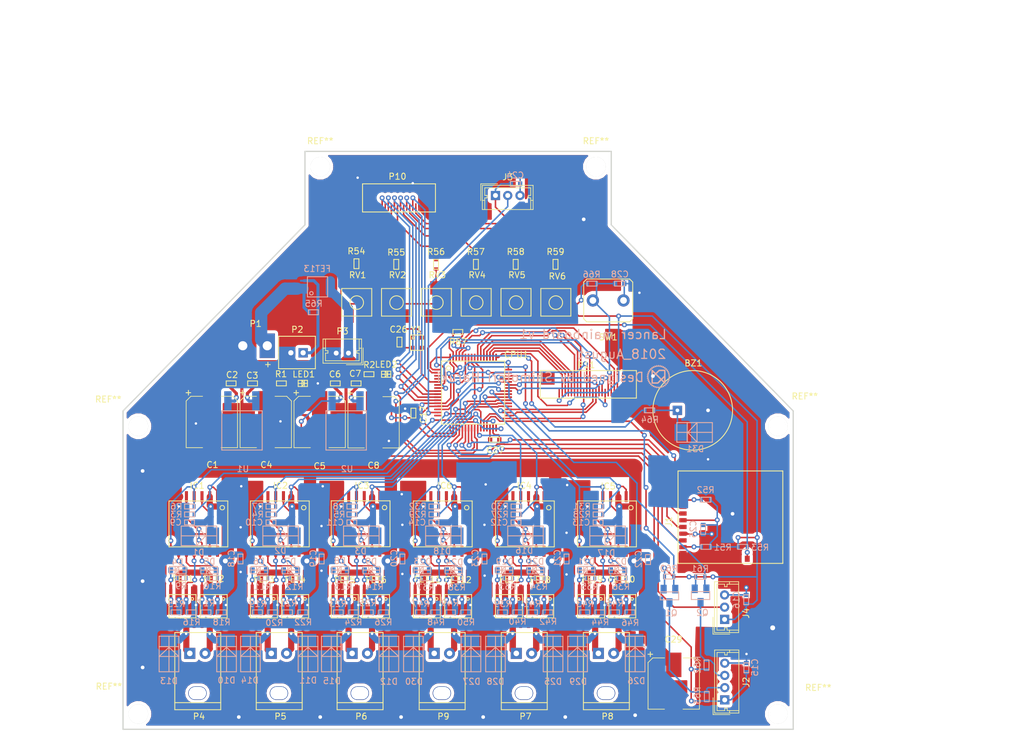
<source format=kicad_pcb>
(kicad_pcb (version 20171130) (host pcbnew "(5.0.0)")
  (layers (0 F.Cu signal) (31 B.Cu signal) (34 B.Paste user) (35 F.Paste user) (36 B.SilkS user) (37 F.SilkS user) (38 B.Mask user) (39 F.Mask user) (44 Edge.Cuts user))
  (net 0 "")
  (net 1 GND)
  (net 2 "Net-(BZ1-Pad1)")
  (net 3 +12V)
  (net 4 +5V)
  (net 5 +3V3)
  (net 6 SDA)
  (net 7 SCL)
  (net 8 "Net-(CPU1-Pad60)")
  (net 9 BZ)
  (net 10 CS)
  (net 11 LANCE_PWM)
  (net 12 S_PWM)
  (net 13 SWO)
  (net 14 TACT_SW4)
  (net 15 R_SW8)
  (net 16 R_SW4)
  (net 17 R_SW2)
  (net 18 R_SW1)
  (net 19 TCK)
  (net 20 TMS)
  (net 21 ENCORDER_B)
  (net 22 LB_PWM)
  (net 23 RX)
  (net 24 TX)
  (net 25 DIR6)
  (net 26 DIR5)
  (net 27 DIR4)
  (net 28 DIR3)
  (net 29 DIR2)
  (net 30 DIR1)
  (net 31 DEBUG_LED2)
  (net 32 RB_PWM)
  (net 33 DEBUG_LED1)
  (net 34 ENCORDER_A)
  (net 35 TACT_SW3)
  (net 36 LF_PWM)
  (net 37 RF_PWM)
  (net 38 ANALOG_SEN6)
  (net 39 ANALOG_SEN5)
  (net 40 MOSI)
  (net 41 MISO)
  (net 42 SCK)
  (net 43 POTENTIOMETER2)
  (net 44 "Net-(CPU1-Pad17)")
  (net 45 "Net-(CPU1-Pad16)")
  (net 46 POTENTIOMETER1)
  (net 47 TACT_SW2)
  (net 48 ANALOG_SEN4)
  (net 49 ANALOG_SEN3)
  (net 50 ANALOG_SEN2)
  (net 51 ANALOG_SEN1)
  (net 52 NRST)
  (net 53 TACT_SW1)
  (net 54 "Net-(CPU1-Pad4)")
  (net 55 "Net-(CPU1-Pad3)")
  (net 56 CARD_DETECTION)
  (net 57 "Net-(D4-Pad2)")
  (net 58 "Net-(D4-Pad1)")
  (net 59 "Net-(D5-Pad1)")
  (net 60 "Net-(D5-Pad2)")
  (net 61 "Net-(D6-Pad1)")
  (net 62 "Net-(D6-Pad2)")
  (net 63 "Net-(D7-Pad2)")
  (net 64 "Net-(D7-Pad1)")
  (net 65 "Net-(D8-Pad2)")
  (net 66 "Net-(D8-Pad1)")
  (net 67 "Net-(D9-Pad1)")
  (net 68 "Net-(D9-Pad2)")
  (net 69 "Net-(D10-Pad1)")
  (net 70 "Net-(D11-Pad1)")
  (net 71 "Net-(D12-Pad1)")
  (net 72 "Net-(D13-Pad1)")
  (net 73 "Net-(D14-Pad1)")
  (net 74 "Net-(D15-Pad1)")
  (net 75 "Net-(D19-Pad1)")
  (net 76 "Net-(D19-Pad2)")
  (net 77 "Net-(D20-Pad2)")
  (net 78 "Net-(D20-Pad1)")
  (net 79 "Net-(D21-Pad2)")
  (net 80 "Net-(D21-Pad1)")
  (net 81 "Net-(D22-Pad1)")
  (net 82 "Net-(D22-Pad2)")
  (net 83 "Net-(D23-Pad2)")
  (net 84 "Net-(D23-Pad1)")
  (net 85 "Net-(D24-Pad1)")
  (net 86 "Net-(D24-Pad2)")
  (net 87 "Net-(D25-Pad1)")
  (net 88 "Net-(D26-Pad1)")
  (net 89 "Net-(D27-Pad1)")
  (net 90 "Net-(D28-Pad1)")
  (net 91 "Net-(D29-Pad1)")
  (net 92 "Net-(D30-Pad1)")
  (net 93 "Net-(FET1-Pad2)")
  (net 94 "Net-(FET2-Pad2)")
  (net 95 "Net-(FET3-Pad2)")
  (net 96 "Net-(FET4-Pad2)")
  (net 97 "Net-(FET5-Pad2)")
  (net 98 "Net-(FET6-Pad2)")
  (net 99 "Net-(FET7-Pad2)")
  (net 100 "Net-(FET8-Pad2)")
  (net 101 "Net-(FET9-Pad2)")
  (net 102 "Net-(FET10-Pad2)")
  (net 103 "Net-(FET11-Pad2)")
  (net 104 "Net-(FET12-Pad2)")
  (net 105 "Net-(J1-Pad1)")
  (net 106 "Net-(J1-Pad8)")
  (net 107 "Net-(J2-Pad3)")
  (net 108 "Net-(J2-Pad2)")
  (net 109 "Net-(LED1-Pad2)")
  (net 110 "Net-(LED2-Pad2)")
  (net 111 "Net-(P10-Pad13)")
  (net 112 "Net-(P10-Pad11)")
  (net 113 "Net-(P10-Pad9)")
  (net 114 "Net-(P10-Pad7)")
  (net 115 "Net-(P10-Pad5)")
  (net 116 "Net-(P10-Pad3)")
  (net 117 "Net-(R54-Pad2)")
  (net 118 "Net-(R55-Pad2)")
  (net 119 "Net-(R56-Pad2)")
  (net 120 "Net-(R57-Pad2)")
  (net 121 "Net-(R58-Pad2)")
  (net 122 "Net-(R59-Pad2)")
  (net 123 "Net-(RV1-Pad3)")
  (net 124 "Net-(RV2-Pad3)")
  (net 125 "Net-(RV3-Pad3)")
  (net 126 "Net-(RV4-Pad3)")
  (net 127 "Net-(RV5-Pad3)")
  (net 128 "Net-(RV6-Pad3)")
  (net 129 "Net-(C27-Pad1)")
  (net 130 OSC_IN)
  (net 131 "Net-(FET13-Pad1)")
  (net 132 "Net-(FET13-Pad4)")
  (net 133 "Net-(Y1-Pad1)")
  (module Footprint:BSS138 (layer B.Cu) (at 189.85 118.1)
    (fp_text reference Q1 (at 1.25 3.9) (layer B.SilkS) (effects (justify mirror)))
    (fp_text value Q_NMOS_GSD)
    (pad 1 smd rect (at 0 0) (size 1 1.4) (layers B.Cu B.Paste B.Mask) (net 5 +3V3))
    (pad 2 smd rect (at 1.9 0) (size 1 1.4) (layers B.Cu B.Paste B.Mask) (net 34 ENCORDER_A))
    (pad 3 smd rect (at 0.95 2.2) (size 1 1.4) (layers B.Cu B.Paste B.Mask) (net 108 "Net-(J2-Pad2)"))
  )
  (module Footprint:BSS138 (layer B.Cu) (at 194.925 118.05)
    (fp_text reference Q2 (at 1.25 3.9) (layer B.SilkS) (effects (justify mirror)))
    (fp_text value Q_NMOS_GSD)
    (pad 1 smd rect (at 0 0) (size 1 1.4) (layers B.Cu B.Paste B.Mask) (net 5 +3V3))
    (pad 2 smd rect (at 1.9 0) (size 1 1.4) (layers B.Cu B.Paste B.Mask) (net 21 ENCORDER_B))
    (pad 3 smd rect (at 0.95 2.2) (size 1 1.4) (layers B.Cu B.Paste B.Mask) (net 107 "Net-(J2-Pad3)"))
  )
  (module Footprint:uPA2815T1S (layer B.Cu) (at 132.05 69.675 90)
    (fp_text reference FET13 (at 3.9 1.25 180) (layer B.SilkS) (effects (justify mirror)))
    (fp_text value uPA2815T1S)
    (pad 8 smd rect (at -0.05 3.4 90) (size 0.33 1.2) (layers B.Cu B.Paste B.Mask) (net 3 +12V))
    (pad 7 smd rect (at 0.65 3.4 90) (size 0.33 1.2) (layers B.Cu B.Paste B.Mask) (net 3 +12V))
    (pad 6 smd rect (at 1.3 3.4 90) (size 0.33 1.2) (layers B.Cu B.Paste B.Mask) (net 3 +12V))
    (pad 5 smd rect (at 1.95 3.4 90) (size 0.33 1.2) (layers B.Cu B.Paste B.Mask) (net 3 +12V))
    (pad 4 smd rect (at 1.95 -0.9 90) (size 0.33 1.3) (layers B.Cu B.Paste B.Mask) (net 132 "Net-(FET13-Pad4)"))
    (pad 3 smd rect (at 1.3 -0.9 90) (size 0.33 1.3) (layers B.Cu B.Paste B.Mask) (net 131 "Net-(FET13-Pad1)"))
    (pad 2 smd rect (at 0.65 -0.9 90) (size 0.33 1.3) (layers B.Cu B.Paste B.Mask) (net 131 "Net-(FET13-Pad1)"))
    (pad 1 smd rect (at 0 -0.9 90) (size 0.33 1.3) (layers B.Cu B.Paste B.Mask) (net 131 "Net-(FET13-Pad1)"))
  )
  (module Footprint:tact_switch (layer F.Cu) (at 188.3 65.95 180)
    (fp_text reference SW1 (at 7.5 -11 180) (layer F.SilkS))
    (fp_text value SW_Push)
    (pad 1 thru_hole circle (at 5 -5 180) (size 2 2) (drill 1.1) (layers *.Cu *.Mask) (net 1 GND))
    (pad 2 thru_hole circle (at 10 -5 180) (size 2 2) (drill 1.1) (layers *.Cu *.Mask) (net 52 NRST))
  )
  (module "Footprint:CN-FFC-SMT2(CN-FFC(0.5)20PD)" (layer B.Cu) (at 169.8 81.5)
    (fp_text reference P11 (at 7.4 0) (layer F.SilkS))
    (fp_text value "CN-FFC-SMT2(CN-FFC(0.5)22PD)")
    (pad 20 smd rect (at 12.5 4.5) (size 0.23 1.25) (layers F.Cu F.Paste F.Mask) (net 1 GND))
    (pad "" smd rect (at 1.15 2.2) (size 2.2 2) (layers F.Cu F.Paste F.Mask))
    (pad "" smd rect (at 14.35 2.2) (size 2.2 2) (layers F.Cu F.Paste F.Mask))
    (pad 14 smd rect (at 9.5 4.5) (size 0.23 1.25) (layers F.Cu F.Paste F.Mask) (net 23 RX))
    (pad 13 smd rect (at 9 4.5) (size 0.23 1.25) (layers F.Cu F.Paste F.Mask) (net 33 DEBUG_LED1))
    (pad 12 smd rect (at 8.5 4.5) (size 0.23 1.25) (layers F.Cu F.Paste F.Mask) (net 31 DEBUG_LED2))
    (pad 11 smd rect (at 8 4.5) (size 0.23 1.25) (layers F.Cu F.Paste F.Mask) (net 53 TACT_SW1))
    (pad 10 smd rect (at 7.5 4.5) (size 0.23 1.25) (layers F.Cu F.Paste F.Mask) (net 47 TACT_SW2))
    (pad 9 smd rect (at 7 4.5) (size 0.23 1.25) (layers F.Cu F.Paste F.Mask) (net 35 TACT_SW3))
    (pad 8 smd rect (at 6.5 4.5) (size 0.23 1.25) (layers F.Cu F.Paste F.Mask) (net 14 TACT_SW4))
    (pad 7 smd rect (at 6 4.5) (size 0.23 1.25) (layers F.Cu F.Paste F.Mask) (net 6 SDA))
    (pad 6 smd rect (at 5.5 4.5) (size 0.23 1.25) (layers F.Cu F.Paste F.Mask) (net 7 SCL))
    (pad 5 smd rect (at 5 4.5) (size 0.23 1.25) (layers F.Cu F.Paste F.Mask) (net 15 R_SW8))
    (pad 4 smd rect (at 4.5 4.5) (size 0.23 1.25) (layers F.Cu F.Paste F.Mask) (net 16 R_SW4))
    (pad 3 smd rect (at 4 4.5) (size 0.23 1.25) (layers F.Cu F.Paste F.Mask) (net 17 R_SW2))
    (pad 2 smd rect (at 3.5 4.5) (size 0.23 1.25) (layers F.Cu F.Paste F.Mask) (net 18 R_SW1))
    (pad 1 smd rect (at 3 4.5) (size 0.23 1.25) (layers F.Cu F.Paste F.Mask) (net 5 +3V3))
    (pad 15 smd rect (at 10 4.5) (size 0.23 1.25) (layers F.Cu F.Paste F.Mask) (net 24 TX))
    (pad 16 smd rect (at 10.5 4.5) (size 0.23 1.25) (layers F.Cu F.Paste F.Mask) (net 19 TCK))
    (pad 17 smd rect (at 11 4.5) (size 0.23 1.25) (layers F.Cu F.Paste F.Mask) (net 20 TMS))
    (pad 18 smd rect (at 11.5 4.5) (size 0.23 1.25) (layers F.Cu F.Paste F.Mask) (net 52 NRST))
    (pad 19 smd rect (at 12 4.5) (size 0.23 1.25) (layers F.Cu F.Paste F.Mask) (net 13 SWO))
  )
  (module "Footprint:CN-FFC-SMT2(CN-FFC(0.5)14PD)" (layer B.Cu) (at 140.4 51.2)
    (fp_text reference P10 (at 6 -0.5) (layer F.SilkS))
    (fp_text value "CN-FFC-SMT2(CN-FFC(0.5)14PD)")
    (pad 14 smd rect (at 9.5 4.5) (size 0.23 1.25) (layers F.Cu F.Paste F.Mask) (net 1 GND))
    (pad 13 smd rect (at 9 4.5) (size 0.23 1.25) (layers F.Cu F.Paste F.Mask) (net 111 "Net-(P10-Pad13)"))
    (pad 12 smd rect (at 8.5 4.5) (size 0.23 1.25) (layers F.Cu F.Paste F.Mask) (net 38 ANALOG_SEN6))
    (pad 11 smd rect (at 8 4.5) (size 0.23 1.25) (layers F.Cu F.Paste F.Mask) (net 112 "Net-(P10-Pad11)"))
    (pad 10 smd rect (at 7.5 4.5) (size 0.23 1.25) (layers F.Cu F.Paste F.Mask) (net 39 ANALOG_SEN5))
    (pad 9 smd rect (at 7 4.5) (size 0.23 1.25) (layers F.Cu F.Paste F.Mask) (net 113 "Net-(P10-Pad9)"))
    (pad 8 smd rect (at 6.5 4.5) (size 0.23 1.25) (layers F.Cu F.Paste F.Mask) (net 48 ANALOG_SEN4))
    (pad 7 smd rect (at 6 4.5) (size 0.23 1.25) (layers F.Cu F.Paste F.Mask) (net 114 "Net-(P10-Pad7)"))
    (pad 6 smd rect (at 5.5 4.5) (size 0.23 1.25) (layers F.Cu F.Paste F.Mask) (net 49 ANALOG_SEN3))
    (pad 5 smd rect (at 5 4.5) (size 0.23 1.25) (layers F.Cu F.Paste F.Mask) (net 115 "Net-(P10-Pad5)"))
    (pad 4 smd rect (at 4.5 4.5) (size 0.23 1.25) (layers F.Cu F.Paste F.Mask) (net 50 ANALOG_SEN2))
    (pad 3 smd rect (at 4 4.5) (size 0.23 1.25) (layers F.Cu F.Paste F.Mask) (net 116 "Net-(P10-Pad3)"))
    (pad 2 smd rect (at 3.5 4.5) (size 0.23 1.25) (layers F.Cu F.Paste F.Mask) (net 51 ANALOG_SEN1))
    (pad "" smd rect (at 1.35 1.825) (size 1.8 2) (layers F.Cu F.Paste F.Mask))
    (pad "" smd rect (at 11.15 1.825) (size 1.8 2) (layers F.Cu F.Paste F.Mask))
    (pad 1 smd rect (at 3 4.5) (size 0.23 1.25) (layers F.Cu F.Paste F.Mask) (net 5 +3V3))
    (pad "" smd rect (at 11.15 1.825) (size 2.2 2) (layers F.Cu F.Paste F.Mask))
    (pad "" smd rect (at 1.35 1.825) (size 2.2 2) (layers F.Cu F.Paste F.Mask))
  )
  (module Footprint:micro_SDcard (layer F.Cu) (at 193 102 90)
    (fp_text reference J1 (at -5.1 -2.3 90) (layer F.SilkS))
    (fp_text value Micro_SD_Card_Det)
    (pad 14 smd rect (at 0 0 90) (size 1 1.2) (layers F.Cu F.Paste F.Mask) (net 1 GND))
    (pad 8 smd rect (at -9.25 0 90) (size 0.7 1.2) (layers F.Cu F.Paste F.Mask) (net 106 "Net-(J1-Pad8)"))
    (pad 2 smd rect (at -2.65 0 90) (size 0.7 1.2) (layers F.Cu F.Paste F.Mask) (net 10 CS))
    (pad 3 smd rect (at -3.75 0 90) (size 0.7 1.2) (layers F.Cu F.Paste F.Mask) (net 40 MOSI))
    (pad 4 smd rect (at -4.85 0 90) (size 0.7 1.2) (layers F.Cu F.Paste F.Mask) (net 5 +3V3))
    (pad 5 smd rect (at -5.95 0 90) (size 0.7 1.2) (layers F.Cu F.Paste F.Mask) (net 42 SCK))
    (pad 6 smd rect (at -7.05 0 90) (size 0.7 1.2) (layers F.Cu F.Paste F.Mask) (net 1 GND))
    (pad 7 smd rect (at -8.15 0 90) (size 0.7 1.2) (layers F.Cu F.Paste F.Mask) (net 41 MISO))
    (pad 1 smd rect (at -1.55 0 90) (size 0.7 1.2) (layers F.Cu F.Paste F.Mask) (net 105 "Net-(J1-Pad1)"))
    (pad 9 smd rect (at -10.2 0 90) (size 0.7 1.2) (layers F.Cu F.Paste F.Mask) (net 1 GND))
    (pad 10 smd rect (at -11.15 10.5 90) (size 1 0.8) (layers F.Cu F.Paste F.Mask) (net 56 CARD_DETECTION))
    (pad 11 smd rect (at -11.15 4.3 90) (size 1 1.2) (layers F.Cu F.Paste F.Mask) (net 1 GND))
    (pad 12 smd rect (at -11.15 14.65 90) (size 1 2.8) (layers F.Cu F.Paste F.Mask) (net 1 GND))
    (pad 13 smd rect (at 2.35 15.1 90) (size 1.3 1.9) (layers F.Cu F.Paste F.Mask) (net 1 GND))
  )
  (module Connectors_Molex:Molex_MicroLatch-53253-0370_03x2.00mm_Straight (layer F.Cu) (at 199.8 123.05 90)
    (fp_text reference J4 (at 1 3.5 90) (layer F.SilkS))
    (fp_text value potentio)
    (pad 1 thru_hole rect (at 0 0 90) (size 1.5 1.5) (drill 0.8) (layers *.Cu *.Mask) (net 5 +3V3))
    (pad 2 thru_hole circle (at 2 0 90) (size 1.5 1.5) (drill 0.8) (layers *.Cu *.Mask) (net 43 POTENTIOMETER2))
    (pad 3 thru_hole circle (at 4 0 90) (size 1.5 1.5) (drill 0.8) (layers *.Cu *.Mask) (net 1 GND))
  )
  (module Footprint:TC4469 (layer F.Cu) (at 174.7 111.4 270)
    (fp_text reference IC5 (at -10.1 -6.1) (layer F.SilkS))
    (fp_text value TC4469)
    (pad 10 smd rect (at 0.52 -2.68 270) (size 1.8 0.5) (layers F.Cu F.Paste F.Mask) (net 79 "Net-(D21-Pad2)"))
    (pad 9 smd rect (at 0.52 -1.41 270) (size 1.8 0.5) (layers F.Cu F.Paste F.Mask) (net 32 RB_PWM))
    (pad 7 smd rect (at -8.4 -2.68 270) (size 1.8 0.5) (layers F.Cu F.Paste F.Mask) (net 1 GND))
    (pad 6 smd rect (at -8.4 -3.95 270) (size 1.8 0.5) (layers F.Cu F.Paste F.Mask) (net 82 "Net-(D22-Pad2)"))
    (pad 16 smd rect (at 0.515 -10.3 270) (size 1.8 0.5) (layers F.Cu F.Paste F.Mask) (net 3 +12V))
    (pad 15 smd rect (at 0.52 -9.03 270) (size 1.8 0.5) (layers F.Cu F.Paste F.Mask) (net 3 +12V))
    (pad 14 smd rect (at 0.52 -7.76 270) (size 1.8 0.5) (layers F.Cu F.Paste F.Mask) (net 79 "Net-(D21-Pad2)"))
    (pad 5 smd rect (at -8.4 -5.22 270) (size 1.8 0.5) (layers F.Cu F.Paste F.Mask) (net 32 RB_PWM))
    (pad 1 smd rect (at -8.4 -10.3 270) (size 1.8 0.5) (layers F.Cu F.Paste F.Mask) (net 3 +12V))
    (pad 2 smd rect (at -8.4 -9.03 270) (size 1.8 0.5) (layers F.Cu F.Paste F.Mask) (net 26 DIR5))
    (pad 3 smd rect (at -8.4 -7.76 270) (size 1.8 0.5) (layers F.Cu F.Paste F.Mask) (net 3 +12V))
    (pad 4 smd rect (at -8.4 -6.49 270) (size 1.8 0.5) (layers F.Cu F.Paste F.Mask) (net 79 "Net-(D21-Pad2)"))
    (pad 8 smd rect (at -8.4 -1.41 270) (size 1.8 0.5) (layers F.Cu F.Paste F.Mask) (net 1 GND))
    (pad 11 smd rect (at 0.52 -3.95 270) (size 1.8 0.5) (layers F.Cu F.Paste F.Mask) (net 102 "Net-(FET10-Pad2)"))
    (pad 12 smd rect (at 0.52 -5.22 270) (size 1.8 0.5) (layers F.Cu F.Paste F.Mask) (net 101 "Net-(FET9-Pad2)"))
    (pad 13 smd rect (at 0.52 -6.49 270) (size 1.8 0.5) (layers F.Cu F.Paste F.Mask) (net 82 "Net-(D22-Pad2)"))
  )
  (module Footprint:stm32f401 (layer F.Cu) (at 158.75 86 270)
    (fp_text reference CPU1 (at -6.2 -7.05) (layer F.SilkS))
    (fp_text value STM32F401-64)
    (pad 64 smd rect (at -5.75 3.75 270) (size 1.2 0.28) (layers F.Cu F.Paste F.Mask) (net 5 +3V3))
    (pad 63 smd rect (at -5.75 3.25 270) (size 1.2 0.28) (layers F.Cu F.Paste F.Mask) (net 1 GND))
    (pad 62 smd rect (at -5.75 2.75 270) (size 1.2 0.28) (layers F.Cu F.Paste F.Mask) (net 6 SDA))
    (pad 61 smd rect (at -5.75 2.25 270) (size 1.2 0.28) (layers F.Cu F.Paste F.Mask) (net 7 SCL))
    (pad 60 smd rect (at -5.75 1.75 270) (size 1.2 0.28) (layers F.Cu F.Paste F.Mask) (net 8 "Net-(CPU1-Pad60)"))
    (pad 59 smd rect (at -5.75 1.25 270) (size 1.2 0.28) (layers F.Cu F.Paste F.Mask) (net 9 BZ))
    (pad 58 smd rect (at -5.75 0.75 270) (size 1.2 0.28) (layers F.Cu F.Paste F.Mask) (net 10 CS))
    (pad 57 smd rect (at -5.75 0.25 270) (size 1.2 0.28) (layers F.Cu F.Paste F.Mask) (net 11 LANCE_PWM))
    (pad 56 smd rect (at -5.75 -0.25 270) (size 1.2 0.28) (layers F.Cu F.Paste F.Mask) (net 12 S_PWM))
    (pad 55 smd rect (at -5.75 -0.75 270) (size 1.2 0.28) (layers F.Cu F.Paste F.Mask) (net 13 SWO))
    (pad 54 smd rect (at -5.75 -1.25 270) (size 1.2 0.28) (layers F.Cu F.Paste F.Mask) (net 14 TACT_SW4))
    (pad 53 smd rect (at -5.75 -1.75 270) (size 1.2 0.28) (layers F.Cu F.Paste F.Mask) (net 15 R_SW8))
    (pad 52 smd rect (at -5.75 -2.25 270) (size 1.2 0.28) (layers F.Cu F.Paste F.Mask) (net 16 R_SW4))
    (pad 51 smd rect (at -5.75 -2.75 270) (size 1.2 0.28) (layers F.Cu F.Paste F.Mask) (net 17 R_SW2))
    (pad 50 smd rect (at -5.75 -3.25 270) (size 1.2 0.28) (layers F.Cu F.Paste F.Mask) (net 18 R_SW1))
    (pad 49 smd rect (at -5.75 -3.75 270) (size 1.2 0.28) (layers F.Cu F.Paste F.Mask) (net 19 TCK))
    (pad 48 smd rect (at -3.75 -5.75 270) (size 0.28 1.2) (layers F.Cu F.Paste F.Mask) (net 5 +3V3))
    (pad 47 smd rect (at -3.25 -5.75 270) (size 0.28 1.2) (layers F.Cu F.Paste F.Mask) (net 1 GND))
    (pad 46 smd rect (at -2.75 -5.75 270) (size 0.28 1.2) (layers F.Cu F.Paste F.Mask) (net 20 TMS))
    (pad 45 smd rect (at -2.25 -5.75 270) (size 0.28 1.2) (layers F.Cu F.Paste F.Mask) (net 21 ENCORDER_B))
    (pad 44 smd rect (at -1.75 -5.75 270) (size 0.28 1.2) (layers F.Cu F.Paste F.Mask) (net 22 LB_PWM))
    (pad 43 smd rect (at -1.25 -5.75 270) (size 0.28 1.2) (layers F.Cu F.Paste F.Mask) (net 23 RX))
    (pad 42 smd rect (at -0.75 -5.75 270) (size 0.28 1.2) (layers F.Cu F.Paste F.Mask) (net 24 TX))
    (pad 41 smd rect (at -0.25 -5.75 270) (size 0.28 1.2) (layers F.Cu F.Paste F.Mask) (net 25 DIR6))
    (pad 40 smd rect (at 0.25 -5.75 270) (size 0.28 1.2) (layers F.Cu F.Paste F.Mask) (net 26 DIR5))
    (pad 39 smd rect (at 0.75 -5.75 270) (size 0.28 1.2) (layers F.Cu F.Paste F.Mask) (net 27 DIR4))
    (pad 38 smd rect (at 1.25 -5.75 270) (size 0.28 1.2) (layers F.Cu F.Paste F.Mask) (net 28 DIR3))
    (pad 37 smd rect (at 1.75 -5.75 270) (size 0.28 1.2) (layers F.Cu F.Paste F.Mask) (net 29 DIR2))
    (pad 36 smd rect (at 2.25 -5.75 270) (size 0.28 1.2) (layers F.Cu F.Paste F.Mask) (net 30 DIR1))
    (pad 35 smd rect (at 2.75 -5.75 270) (size 0.28 1.2) (layers F.Cu F.Paste F.Mask) (net 31 DEBUG_LED2))
    (pad 34 smd rect (at 3.25 -5.75 270) (size 0.28 1.2) (layers F.Cu F.Paste F.Mask) (net 32 RB_PWM))
    (pad 33 smd rect (at 3.75 -5.75 270) (size 0.28 1.2) (layers F.Cu F.Paste F.Mask) (net 33 DEBUG_LED1))
    (pad 32 smd rect (at 5.75 -3.75 270) (size 1.2 0.28) (layers F.Cu F.Paste F.Mask) (net 5 +3V3))
    (pad 31 smd rect (at 5.75 -3.25 270) (size 1.2 0.28) (layers F.Cu F.Paste F.Mask) (net 1 GND))
    (pad 30 smd rect (at 5.75 -2.75 270) (size 1.2 0.28) (layers F.Cu F.Paste F.Mask) (net 129 "Net-(C27-Pad1)"))
    (pad 29 smd rect (at 5.75 -2.25 270) (size 1.2 0.28) (layers F.Cu F.Paste F.Mask) (net 34 ENCORDER_A))
    (pad 28 smd rect (at 5.75 -1.75 270) (size 1.2 0.28) (layers F.Cu F.Paste F.Mask) (net 35 TACT_SW3))
    (pad 27 smd rect (at 5.75 -1.25 270) (size 1.2 0.28) (layers F.Cu F.Paste F.Mask) (net 36 LF_PWM))
    (pad 26 smd rect (at 5.75 -0.75 270) (size 1.2 0.28) (layers F.Cu F.Paste F.Mask) (net 37 RF_PWM))
    (pad 25 smd rect (at 5.75 -0.25 270) (size 1.2 0.28) (layers F.Cu F.Paste F.Mask) (net 38 ANALOG_SEN6))
    (pad 24 smd rect (at 5.75 0.25 270) (size 1.2 0.28) (layers F.Cu F.Paste F.Mask) (net 39 ANALOG_SEN5))
    (pad 23 smd rect (at 5.75 0.75 270) (size 1.2 0.28) (layers F.Cu F.Paste F.Mask) (net 40 MOSI))
    (pad 22 smd rect (at 5.75 1.25 270) (size 1.2 0.28) (layers F.Cu F.Paste F.Mask) (net 41 MISO))
    (pad 21 smd rect (at 5.75 1.75 270) (size 1.2 0.28) (layers F.Cu F.Paste F.Mask) (net 42 SCK))
    (pad 20 smd rect (at 5.75 2.25 270) (size 1.2 0.28) (layers F.Cu F.Paste F.Mask) (net 43 POTENTIOMETER2))
    (pad 19 smd rect (at 5.75 2.75 270) (size 1.2 0.28) (layers F.Cu F.Paste F.Mask) (net 5 +3V3))
    (pad 18 smd rect (at 5.75 3.25 270) (size 1.2 0.28) (layers F.Cu F.Paste F.Mask) (net 1 GND))
    (pad 17 smd rect (at 5.75 3.75 270) (size 1.2 0.28) (layers F.Cu F.Paste F.Mask) (net 44 "Net-(CPU1-Pad17)"))
    (pad 16 smd rect (at 3.75 5.75 270) (size 0.28 1.2) (layers F.Cu F.Paste F.Mask) (net 45 "Net-(CPU1-Pad16)"))
    (pad 15 smd rect (at 3.25 5.75 270) (size 0.28 1.2) (layers F.Cu F.Paste F.Mask) (net 46 POTENTIOMETER1))
    (pad 14 smd rect (at 2.75 5.75 270) (size 0.28 1.2) (layers F.Cu F.Paste F.Mask) (net 47 TACT_SW2))
    (pad 13 smd rect (at 2.25 5.75 270) (size 0.28 1.2) (layers F.Cu F.Paste F.Mask) (net 5 +3V3))
    (pad 12 smd rect (at 1.75 5.75 270) (size 0.28 1.2) (layers F.Cu F.Paste F.Mask) (net 1 GND))
    (pad 11 smd rect (at 1.25 5.75 270) (size 0.28 1.2) (layers F.Cu F.Paste F.Mask) (net 48 ANALOG_SEN4))
    (pad 10 smd rect (at 0.75 5.75 270) (size 0.28 1.2) (layers F.Cu F.Paste F.Mask) (net 49 ANALOG_SEN3))
    (pad 9 smd rect (at 0.25 5.75 270) (size 0.28 1.2) (layers F.Cu F.Paste F.Mask) (net 50 ANALOG_SEN2))
    (pad 8 smd rect (at -0.25 5.75 270) (size 0.28 1.2) (layers F.Cu F.Paste F.Mask) (net 51 ANALOG_SEN1))
    (pad 7 smd rect (at -0.75 5.75 270) (size 0.28 1.2) (layers F.Cu F.Paste F.Mask) (net 52 NRST))
    (pad 6 smd rect (at -1.25 5.75 270) (size 0.28 1.2) (layers F.Cu F.Paste F.Mask) (net 53 TACT_SW1))
    (pad 5 smd rect (at -1.75 5.75 270) (size 0.28 1.2) (layers F.Cu F.Paste F.Mask) (net 130 OSC_IN))
    (pad 4 smd rect (at -2.25 5.75 270) (size 0.28 1.2) (layers F.Cu F.Paste F.Mask) (net 54 "Net-(CPU1-Pad4)"))
    (pad 3 smd rect (at -2.75 5.75 270) (size 0.28 1.2) (layers F.Cu F.Paste F.Mask) (net 55 "Net-(CPU1-Pad3)"))
    (pad 2 smd rect (at -3.25 5.75 270) (size 0.28 1.2) (layers F.Cu F.Paste F.Mask) (net 56 CARD_DETECTION))
    (pad 1 smd rect (at -3.75 5.75 270) (size 0.28 1.2) (layers F.Cu F.Paste F.Mask) (net 5 +3V3))
  )
  (module Connectors_Molex:Molex_MicroLatch-53253-0270_02x2.00mm_Straight (layer F.Cu) (at 138.4 79.55 180)
    (fp_text reference P3 (at 0.975 3.575 180) (layer F.SilkS))
    (fp_text value VOLTAGE_CHECK)
    (pad 1 thru_hole rect (at 0 0 180) (size 1.5 1.5) (drill 0.8) (layers *.Cu *.Mask) (net 3 +12V))
    (pad 2 thru_hole circle (at 2 0 180) (size 1.5 1.5) (drill 0.8) (layers *.Cu *.Mask) (net 1 GND))
  )
  (module Footprint:PA_2pin (layer F.Cu) (at 133 76.5 180)
    (fp_text reference P2 (at 2.95 0.8 180) (layer F.SilkS))
    (fp_text value main_sw)
    (pad 2 thru_hole circle (at 4 -3 180) (size 1.524 1.524) (drill 0.85) (layers *.Cu *.Mask) (net 1 GND))
    (pad 1 thru_hole rect (at 2 -3 180) (size 1.524 1.524) (drill 0.85) (layers *.Cu *.Mask) (net 132 "Net-(FET13-Pad4)"))
  )
  (module Footprint:hole (layer F.Cu) (at 125.15 78.35 180)
    (fp_text reference P1 (at 1.9 3.6 180) (layer F.SilkS))
    (fp_text value BATT)
    (fp_text user + (at -0.1 -3 180) (layer F.SilkS))
    (pad 1 thru_hole rect (at 0 0 180) (size 2.5 4) (drill 1.5) (layers *.Cu *.Mask) (net 131 "Net-(FET13-Pad1)"))
    (pad 2 thru_hole oval (at 4 0 180) (size 2.5 4) (drill 1.5) (layers *.Cu *.Mask) (net 1 GND))
  )
  (module "Footprint:LED 1608" (layer F.Cu) (at 132.4 83.6 180)
    (fp_text reference LED1 (at 1.3 0.6 180) (layer F.SilkS))
    (fp_text value 5V_CHECK)
    (pad 2 smd rect (at 2.2 -0.9 180) (size 0.8 0.8) (layers F.Cu F.Paste F.Mask) (net 109 "Net-(LED1-Pad2)"))
    (pad 1 smd rect (at 0.7 -0.9 180) (size 0.8 0.8) (layers F.Cu F.Paste F.Mask) (net 1 GND))
  )
  (module "Footprint:LED 1608" (layer F.Cu) (at 146 82.1 180)
    (fp_text reference LED2 (at 1.45 0.7 180) (layer F.SilkS))
    (fp_text value 3.3V_CHECK)
    (pad 2 smd rect (at 2.2 -0.9 180) (size 0.8 0.8) (layers F.Cu F.Paste F.Mask) (net 110 "Net-(LED2-Pad2)"))
    (pad 1 smd rect (at 0.7 -0.9 180) (size 0.8 0.8) (layers F.Cu F.Paste F.Mask) (net 1 GND))
  )
  (module Footprint:C_1608_HandSolderring (layer B.Cu) (at 202.45 132.3 90)
    (fp_text reference C15 (at 1.4 2.3 90) (layer B.SilkS) (effects (justify mirror)))
    (fp_text value 1u)
    (pad 1 smd rect (at 0.625 0.9 90) (size 0.7 0.8) (layers B.Cu B.Paste B.Mask) (net 4 +5V))
    (pad 2 smd rect (at 2.125 0.9 90) (size 0.7 0.8) (layers B.Cu B.Paste B.Mask) (net 1 GND))
  )
  (module Footprint:C_1608_HandSolderring (layer F.Cu) (at 148.1 88 270)
    (fp_text reference C17 (at 1.6 -2.525 270) (layer F.SilkS))
    (fp_text value 0.1u)
    (pad 1 smd rect (at 0.625 -0.9 270) (size 0.7 0.8) (layers F.Cu F.Paste F.Mask) (net 1 GND))
    (pad 2 smd rect (at 2.125 -0.9 270) (size 0.7 0.8) (layers F.Cu F.Paste F.Mask) (net 5 +3V3))
  )
  (module Footprint:PKM13EPYH4000-A0 (layer F.Cu) (at 194.6 88.9)
    (fp_text reference BZ1 (at 0.1 -7.7) (layer F.SilkS))
    (fp_text value PKM17EPP-4001-B0)
    (pad 2 thru_hole circle (at 2.5 0) (size 1.524 1.524) (drill 0.6) (layers *.Cu *.Mask) (net 1 GND))
    (pad 1 thru_hole rect (at -2.5 0) (size 1.524 1.524) (drill 0.6) (layers *.Cu *.Mask) (net 2 "Net-(BZ1-Pad1)"))
  )
  (module Footprint:NJM2845DL1 (layer B.Cu) (at 118.72 87.38)
    (fp_text reference U1 (at 2.45 11.1) (layer B.SilkS) (effects (justify mirror)))
    (fp_text value NJM2845DL1-05)
    (pad 1 smd rect (at 0 0) (size 1.2 3.2) (layers B.Cu B.Paste B.Mask) (net 3 +12V))
    (pad 3 smd rect (at 4.56 0) (size 1.2 3.2) (layers B.Cu B.Paste B.Mask) (net 4 +5V))
    (pad 2 smd rect (at 2.28 6.12) (size 5.5 7) (layers B.Cu B.Paste B.Mask) (net 1 GND))
  )
  (module Footprint:NJM2845DL1 (layer B.Cu) (at 135.72 87.38)
    (fp_text reference U2 (at 2.45 11.1) (layer B.SilkS) (effects (justify mirror)))
    (fp_text value NJM2845DL1-33)
    (pad 1 smd rect (at 0 0) (size 1.2 3.2) (layers B.Cu B.Paste B.Mask) (net 4 +5V))
    (pad 3 smd rect (at 4.56 0) (size 1.2 3.2) (layers B.Cu B.Paste B.Mask) (net 5 +3V3))
    (pad 2 smd rect (at 2.28 6.12) (size 5.5 7) (layers B.Cu B.Paste B.Mask) (net 1 GND))
  )
  (module Footprint:C_1608_HandSolderring (layer B.Cu) (at 113.8 108.1 180)
    (fp_text reference C9 (at 3.6 0.9 180) (layer B.SilkS) (effects (justify mirror)))
    (fp_text value 10u)
    (pad 1 smd rect (at 0.625 0.9 180) (size 0.7 0.8) (layers B.Cu B.Paste B.Mask) (net 3 +12V))
    (pad 2 smd rect (at 2.125 0.9 180) (size 0.7 0.8) (layers B.Cu B.Paste B.Mask) (net 1 GND))
  )
  (module Mounting_Holes:MountingHole_3.2mm_M3 (layer F.Cu) (at 178.8 49.1)
    (fp_text reference REF** (at 0 -4.2) (layer F.SilkS))
    (fp_text value MountingHole_3.2mm_M3)
    (pad 1 np_thru_hole circle (at 0 0) (size 3.2 3.2) (drill 3.2) (layers *.Cu *.Mask))
  )
  (module Mounting_Holes:MountingHole_3.2mm_M3 (layer F.Cu) (at 133.8 49.1)
    (fp_text reference REF** (at 0 -4.2) (layer F.SilkS))
    (fp_text value MountingHole_3.2mm_M3)
    (pad 1 np_thru_hole circle (at 0 0) (size 3.2 3.2) (drill 3.2) (layers *.Cu *.Mask))
  )
  (module Mounting_Holes:MountingHole_3.2mm_M3 (layer F.Cu) (at 104.1 91.5)
    (fp_text reference REF** (at -4.9 -4.4) (layer F.SilkS))
    (fp_text value MountingHole_3.2mm_M3)
    (pad 1 np_thru_hole circle (at 0 0) (size 3.2 3.2) (drill 3.2) (layers *.Cu *.Mask))
  )
  (module Mounting_Holes:MountingHole_3.2mm_M3 (layer F.Cu) (at 104.1 138.5)
    (fp_text reference REF** (at -4.8 -4.5) (layer F.SilkS))
    (fp_text value MountingHole_3.2mm_M3)
    (pad 1 np_thru_hole circle (at 0 0) (size 3.2 3.2) (drill 3.2) (layers *.Cu *.Mask))
  )
  (module Mounting_Holes:MountingHole_3.2mm_M3 (layer F.Cu) (at 208.5 138.5)
    (fp_text reference REF** (at 6.6 -4.3) (layer F.SilkS))
    (fp_text value MountingHole_3.2mm_M3)
    (pad 1 np_thru_hole circle (at 0 0) (size 3.2 3.2) (drill 3.2) (layers *.Cu *.Mask))
  )
  (module Mounting_Holes:MountingHole_3.2mm_M3 (layer F.Cu) (at 208.5 91.5)
    (fp_text reference REF** (at 4.4 -4.9) (layer F.SilkS))
    (fp_text value MountingHole_3.2mm_M3)
    (pad 1 np_thru_hole circle (at 0 0) (size 3.2 3.2) (drill 3.2) (layers *.Cu *.Mask))
  )
  (module Footprint:C_1608_HandSolderring (layer F.Cu) (at 117.9 85.4)
    (fp_text reference C2 (at 1.5 -2.3 -180) (layer F.SilkS))
    (fp_text value 0.1u)
    (pad 1 smd rect (at 0.625 -0.9) (size 0.7 0.8) (layers F.Cu F.Paste F.Mask) (net 3 +12V))
    (pad 2 smd rect (at 2.125 -0.9) (size 0.7 0.8) (layers F.Cu F.Paste F.Mask) (net 1 GND))
  )
  (module Footprint:C_1608_HandSolderring (layer F.Cu) (at 124.1 83.6 180)
    (fp_text reference C3 (at 1.4 0.4) (layer F.SilkS))
    (fp_text value 0.1u)
    (pad 1 smd rect (at 0.625 -0.9 180) (size 0.7 0.8) (layers F.Cu F.Paste F.Mask) (net 4 +5V))
    (pad 2 smd rect (at 2.125 -0.9 180) (size 0.7 0.8) (layers F.Cu F.Paste F.Mask) (net 1 GND))
  )
  (module Footprint:C_1608_HandSolderring (layer F.Cu) (at 134.9 85.4)
    (fp_text reference C6 (at 1.3 -2.4) (layer F.SilkS))
    (fp_text value 0.1u)
    (pad 1 smd rect (at 0.625 -0.9) (size 0.7 0.8) (layers F.Cu F.Paste F.Mask) (net 4 +5V))
    (pad 2 smd rect (at 2.125 -0.9) (size 0.7 0.8) (layers F.Cu F.Paste F.Mask) (net 1 GND))
  )
  (module Footprint:C_1608_HandSolderring (layer F.Cu) (at 141 83.6 180)
    (fp_text reference C7 (at 1.5 0.7 180) (layer F.SilkS))
    (fp_text value 0.1u)
    (pad 1 smd rect (at 0.625 -0.9 180) (size 0.7 0.8) (layers F.Cu F.Paste F.Mask) (net 5 +3V3))
    (pad 2 smd rect (at 2.125 -0.9 180) (size 0.7 0.8) (layers F.Cu F.Paste F.Mask) (net 1 GND))
  )
  (module Footprint:C_1608_HandSolderring (layer B.Cu) (at 127.1 108.1 180)
    (fp_text reference C10 (at 4.1 0.9 180) (layer B.SilkS) (effects (justify mirror)))
    (fp_text value 10u)
    (pad 1 smd rect (at 0.625 0.9 180) (size 0.7 0.8) (layers B.Cu B.Paste B.Mask) (net 3 +12V))
    (pad 2 smd rect (at 2.125 0.9 180) (size 0.7 0.8) (layers B.Cu B.Paste B.Mask) (net 1 GND))
  )
  (module Footprint:C_1608_HandSolderring (layer B.Cu) (at 140.3 108.1 180)
    (fp_text reference C11 (at 4.1 0.9 180) (layer B.SilkS) (effects (justify mirror)))
    (fp_text value 10u)
    (pad 1 smd rect (at 0.625 0.9 180) (size 0.7 0.8) (layers B.Cu B.Paste B.Mask) (net 3 +12V))
    (pad 2 smd rect (at 2.125 0.9 180) (size 0.7 0.8) (layers B.Cu B.Paste B.Mask) (net 1 GND))
  )
  (module Footprint:C_1608_HandSolderring (layer B.Cu) (at 167.1 108.1 180)
    (fp_text reference C12 (at 4.1 0.9 180) (layer B.SilkS) (effects (justify mirror)))
    (fp_text value 10u)
    (pad 1 smd rect (at 0.625 0.9 180) (size 0.7 0.8) (layers B.Cu B.Paste B.Mask) (net 3 +12V))
    (pad 2 smd rect (at 2.125 0.9 180) (size 0.7 0.8) (layers B.Cu B.Paste B.Mask) (net 1 GND))
  )
  (module Footprint:C_1608_HandSolderring (layer B.Cu) (at 180.5 108.1 180)
    (fp_text reference C13 (at 4.1 0.9 180) (layer B.SilkS) (effects (justify mirror)))
    (fp_text value 10u)
    (pad 1 smd rect (at 0.625 0.9 180) (size 0.7 0.8) (layers B.Cu B.Paste B.Mask) (net 3 +12V))
    (pad 2 smd rect (at 2.125 0.9 180) (size 0.7 0.8) (layers B.Cu B.Paste B.Mask) (net 1 GND))
  )
  (module Footprint:C_1608_HandSolderring (layer B.Cu) (at 153.7 108.1 180)
    (fp_text reference C14 (at 4.1 0.9 180) (layer B.SilkS) (effects (justify mirror)))
    (fp_text value 10u)
    (pad 1 smd rect (at 0.625 0.9 180) (size 0.7 0.8) (layers B.Cu B.Paste B.Mask) (net 3 +12V))
    (pad 2 smd rect (at 2.125 0.9 180) (size 0.7 0.8) (layers B.Cu B.Paste B.Mask) (net 1 GND))
  )
  (module Footprint:C_1608_HandSolderring (layer B.Cu) (at 202.425 121.175 90)
    (fp_text reference C16 (at 1.3 -0.7 90) (layer B.SilkS) (effects (justify mirror)))
    (fp_text value 1u)
    (pad 1 smd rect (at 0.625 0.9 90) (size 0.7 0.8) (layers B.Cu B.Paste B.Mask) (net 5 +3V3))
    (pad 2 smd rect (at 2.125 0.9 90) (size 0.7 0.8) (layers B.Cu B.Paste B.Mask) (net 1 GND))
  )
  (module Footprint:1SMB5930BT3G (layer B.Cu) (at 118.1 111.5 180)
    (fp_text reference D1 (at 4.2 -0.6 180) (layer B.SilkS) (effects (justify mirror)))
    (fp_text value 1SMB5930BT3G)
    (pad 2 smd rect (at 6.32 2.1 180) (size 2.159 2.734) (layers B.Cu B.Paste B.Mask) (net 1 GND))
    (pad 1 smd rect (at 1.9 2.1 180) (size 2.159 2.734) (layers B.Cu B.Paste B.Mask) (net 3 +12V))
  )
  (module Footprint:1SMB5930BT3G (layer B.Cu) (at 131.42 111.5 180)
    (fp_text reference D2 (at 4.12 -0.3 180) (layer B.SilkS) (effects (justify mirror)))
    (fp_text value 1SMB5930BT3G)
    (pad 2 smd rect (at 6.32 2.1 180) (size 2.159 2.734) (layers B.Cu B.Paste B.Mask) (net 1 GND))
    (pad 1 smd rect (at 1.9 2.1 180) (size 2.159 2.734) (layers B.Cu B.Paste B.Mask) (net 3 +12V))
  )
  (module Footprint:1SMB5930BT3G (layer B.Cu) (at 144.6 111.5 180)
    (fp_text reference D3 (at 4.2 -0.4 180) (layer B.SilkS) (effects (justify mirror)))
    (fp_text value 1SMB5930BT3G)
    (pad 2 smd rect (at 6.32 2.1 180) (size 2.159 2.734) (layers B.Cu B.Paste B.Mask) (net 1 GND))
    (pad 1 smd rect (at 1.9 2.1 180) (size 2.159 2.734) (layers B.Cu B.Paste B.Mask) (net 3 +12V))
  )
  (module Footprint:CUS10F30 (layer B.Cu) (at 107.9 112.9)
    (fp_text reference D4 (at 2.6 0.8) (layer B.SilkS) (effects (justify mirror)))
    (fp_text value CUS10F30)
    (pad 2 smd rect (at 3.8 2.1) (size 0.8 0.9) (layers B.Cu B.Paste B.Mask) (net 57 "Net-(D4-Pad2)"))
    (pad 1 smd rect (at 1.5 2.1) (size 0.8 0.9) (layers B.Cu B.Paste B.Mask) (net 58 "Net-(D4-Pad1)"))
  )
  (module Footprint:CUS10F30 (layer B.Cu) (at 113 112.9)
    (fp_text reference D5 (at 2.7 0.7) (layer B.SilkS) (effects (justify mirror)))
    (fp_text value CUS10F30)
    (pad 2 smd rect (at 3.8 2.1) (size 0.8 0.9) (layers B.Cu B.Paste B.Mask) (net 60 "Net-(D5-Pad2)"))
    (pad 1 smd rect (at 1.5 2.1) (size 0.8 0.9) (layers B.Cu B.Paste B.Mask) (net 59 "Net-(D5-Pad1)"))
  )
  (module Footprint:CUS10F30 (layer B.Cu) (at 121.2 112.9)
    (fp_text reference D6 (at 2.6 0.7) (layer B.SilkS) (effects (justify mirror)))
    (fp_text value CUS10F30)
    (pad 2 smd rect (at 3.8 2.1) (size 0.8 0.9) (layers B.Cu B.Paste B.Mask) (net 62 "Net-(D6-Pad2)"))
    (pad 1 smd rect (at 1.5 2.1) (size 0.8 0.9) (layers B.Cu B.Paste B.Mask) (net 61 "Net-(D6-Pad1)"))
  )
  (module Footprint:CUS10F30 (layer B.Cu) (at 126.3 112.9)
    (fp_text reference D7 (at 2.6 0.7) (layer B.SilkS) (effects (justify mirror)))
    (fp_text value CUS10F30)
    (pad 2 smd rect (at 3.8 2.1) (size 0.8 0.9) (layers B.Cu B.Paste B.Mask) (net 63 "Net-(D7-Pad2)"))
    (pad 1 smd rect (at 1.5 2.1) (size 0.8 0.9) (layers B.Cu B.Paste B.Mask) (net 64 "Net-(D7-Pad1)"))
  )
  (module Footprint:CUS10F30 (layer B.Cu) (at 134.4 112.9)
    (fp_text reference D8 (at 2.6 0.6) (layer B.SilkS) (effects (justify mirror)))
    (fp_text value CUS10F30)
    (pad 2 smd rect (at 3.8 2.1) (size 0.8 0.9) (layers B.Cu B.Paste B.Mask) (net 65 "Net-(D8-Pad2)"))
    (pad 1 smd rect (at 1.5 2.1) (size 0.8 0.9) (layers B.Cu B.Paste B.Mask) (net 66 "Net-(D8-Pad1)"))
  )
  (module Footprint:CUS10F30 (layer B.Cu) (at 139.5 112.9)
    (fp_text reference D9 (at 2.6 0.7) (layer B.SilkS) (effects (justify mirror)))
    (fp_text value CUS10F30)
    (pad 2 smd rect (at 3.8 2.1) (size 0.8 0.9) (layers B.Cu B.Paste B.Mask) (net 68 "Net-(D9-Pad2)"))
    (pad 1 smd rect (at 1.5 2.1) (size 0.8 0.9) (layers B.Cu B.Paste B.Mask) (net 67 "Net-(D9-Pad1)"))
  )
  (module Footprint:1SMB5930BT3G (layer B.Cu) (at 120.6 124.6 270)
    (fp_text reference D10 (at 8.4 2.1) (layer B.SilkS) (effects (justify mirror)))
    (fp_text value 1SMB5930BT3G)
    (pad 2 smd rect (at 6.32 2.1 270) (size 2.159 2.734) (layers B.Cu B.Paste B.Mask) (net 1 GND))
    (pad 1 smd rect (at 1.9 2.1 270) (size 2.159 2.734) (layers B.Cu B.Paste B.Mask) (net 69 "Net-(D10-Pad1)"))
  )
  (module Footprint:1SMB5930BT3G (layer B.Cu) (at 133.9 124.6 270)
    (fp_text reference D11 (at 8.4 2.1) (layer B.SilkS) (effects (justify mirror)))
    (fp_text value 1SMB5930BT3G)
    (pad 2 smd rect (at 6.32 2.1 270) (size 2.159 2.734) (layers B.Cu B.Paste B.Mask) (net 1 GND))
    (pad 1 smd rect (at 1.9 2.1 270) (size 2.159 2.734) (layers B.Cu B.Paste B.Mask) (net 70 "Net-(D11-Pad1)"))
  )
  (module Footprint:1SMB5930BT3G (layer B.Cu) (at 147.1 124.6 270)
    (fp_text reference D12 (at 8.6 2.1) (layer B.SilkS) (effects (justify mirror)))
    (fp_text value 1SMB5930BT3G)
    (pad 2 smd rect (at 6.32 2.1 270) (size 2.159 2.734) (layers B.Cu B.Paste B.Mask) (net 1 GND))
    (pad 1 smd rect (at 1.9 2.1 270) (size 2.159 2.734) (layers B.Cu B.Paste B.Mask) (net 71 "Net-(D12-Pad1)"))
  )
  (module Footprint:1SMB5930BT3G (layer B.Cu) (at 111.2 124.6 270)
    (fp_text reference D13 (at 8.5 2.1) (layer B.SilkS) (effects (justify mirror)))
    (fp_text value 1SMB5930BT3G)
    (pad 2 smd rect (at 6.32 2.1 270) (size 2.159 2.734) (layers B.Cu B.Paste B.Mask) (net 1 GND))
    (pad 1 smd rect (at 1.9 2.1 270) (size 2.159 2.734) (layers B.Cu B.Paste B.Mask) (net 72 "Net-(D13-Pad1)"))
  )
  (module Footprint:1SMB5930BT3G (layer B.Cu) (at 124.5 124.6 270)
    (fp_text reference D14 (at 8.4 2.2) (layer B.SilkS) (effects (justify mirror)))
    (fp_text value 1SMB5930BT3G)
    (pad 2 smd rect (at 6.32 2.1 270) (size 2.159 2.734) (layers B.Cu B.Paste B.Mask) (net 1 GND))
    (pad 1 smd rect (at 1.9 2.1 270) (size 2.159 2.734) (layers B.Cu B.Paste B.Mask) (net 73 "Net-(D14-Pad1)"))
  )
  (module Footprint:1SMB5930BT3G (layer B.Cu) (at 137.7 124.6 270)
    (fp_text reference D15 (at 8.5 2) (layer B.SilkS) (effects (justify mirror)))
    (fp_text value 1SMB5930BT3G)
    (pad 2 smd rect (at 6.32 2.1 270) (size 2.159 2.734) (layers B.Cu B.Paste B.Mask) (net 1 GND))
    (pad 1 smd rect (at 1.9 2.1 270) (size 2.159 2.734) (layers B.Cu B.Paste B.Mask) (net 74 "Net-(D15-Pad1)"))
  )
  (module Footprint:1SMB5930BT3G (layer B.Cu) (at 171.4 111.5 180)
    (fp_text reference D16 (at 4.3 -0.3 180) (layer B.SilkS) (effects (justify mirror)))
    (fp_text value 1SMB5930BT3G)
    (pad 2 smd rect (at 6.32 2.1 180) (size 2.159 2.734) (layers B.Cu B.Paste B.Mask) (net 1 GND))
    (pad 1 smd rect (at 1.9 2.1 180) (size 2.159 2.734) (layers B.Cu B.Paste B.Mask) (net 3 +12V))
  )
  (module Footprint:1SMB5930BT3G (layer B.Cu) (at 184.8 111.5 180)
    (fp_text reference D17 (at 4.3 -0.7 180) (layer B.SilkS) (effects (justify mirror)))
    (fp_text value 1SMB5930BT3G)
    (pad 2 smd rect (at 6.32 2.1 180) (size 2.159 2.734) (layers B.Cu B.Paste B.Mask) (net 1 GND))
    (pad 1 smd rect (at 1.9 2.1 180) (size 2.159 2.734) (layers B.Cu B.Paste B.Mask) (net 3 +12V))
  )
  (module Footprint:1SMB5930BT3G (layer B.Cu) (at 158 111.5 180)
    (fp_text reference D18 (at 4.3 -0.4 180) (layer B.SilkS) (effects (justify mirror)))
    (fp_text value 1SMB5930BT3G)
    (pad 2 smd rect (at 6.32 2.1 180) (size 2.159 2.734) (layers B.Cu B.Paste B.Mask) (net 1 GND))
    (pad 1 smd rect (at 1.9 2.1 180) (size 2.159 2.734) (layers B.Cu B.Paste B.Mask) (net 3 +12V))
  )
  (module Footprint:CUS10F30 (layer B.Cu) (at 161.2 112.9)
    (fp_text reference D19 (at 2.7 0.7) (layer B.SilkS) (effects (justify mirror)))
    (fp_text value CUS10F30)
    (pad 2 smd rect (at 3.8 2.1) (size 0.8 0.9) (layers B.Cu B.Paste B.Mask) (net 76 "Net-(D19-Pad2)"))
    (pad 1 smd rect (at 1.5 2.1) (size 0.8 0.9) (layers B.Cu B.Paste B.Mask) (net 75 "Net-(D19-Pad1)"))
  )
  (module Footprint:CUS10F30 (layer B.Cu) (at 166.3 112.9)
    (fp_text reference D20 (at 2.6 0.7) (layer B.SilkS) (effects (justify mirror)))
    (fp_text value CUS10F30)
    (pad 2 smd rect (at 3.8 2.1) (size 0.8 0.9) (layers B.Cu B.Paste B.Mask) (net 77 "Net-(D20-Pad2)"))
    (pad 1 smd rect (at 1.5 2.1) (size 0.8 0.9) (layers B.Cu B.Paste B.Mask) (net 78 "Net-(D20-Pad1)"))
  )
  (module Footprint:CUS10F30 (layer B.Cu) (at 174.6 112.9)
    (fp_text reference D21 (at 2.6 0.7) (layer B.SilkS) (effects (justify mirror)))
    (fp_text value CUS10F30)
    (pad 2 smd rect (at 3.8 2.1) (size 0.8 0.9) (layers B.Cu B.Paste B.Mask) (net 79 "Net-(D21-Pad2)"))
    (pad 1 smd rect (at 1.5 2.1) (size 0.8 0.9) (layers B.Cu B.Paste B.Mask) (net 80 "Net-(D21-Pad1)"))
  )
  (module Footprint:CUS10F30 (layer B.Cu) (at 179.7 112.9)
    (fp_text reference D22 (at 2.7 0.7) (layer B.SilkS) (effects (justify mirror)))
    (fp_text value CUS10F30)
    (pad 2 smd rect (at 3.8 2.1) (size 0.8 0.9) (layers B.Cu B.Paste B.Mask) (net 82 "Net-(D22-Pad2)"))
    (pad 1 smd rect (at 1.5 2.1) (size 0.8 0.9) (layers B.Cu B.Paste B.Mask) (net 81 "Net-(D22-Pad1)"))
  )
  (module Footprint:CUS10F30 (layer B.Cu) (at 147.8 112.9)
    (fp_text reference D23 (at 2.7 0.7) (layer B.SilkS) (effects (justify mirror)))
    (fp_text value CUS10F30)
    (pad 2 smd rect (at 3.8 2.1) (size 0.8 0.9) (layers B.Cu B.Paste B.Mask) (net 83 "Net-(D23-Pad2)"))
    (pad 1 smd rect (at 1.5 2.1) (size 0.8 0.9) (layers B.Cu B.Paste B.Mask) (net 84 "Net-(D23-Pad1)"))
  )
  (module Footprint:CUS10F30 (layer B.Cu) (at 152.9 112.9)
    (fp_text reference D24 (at 2.8 0.8) (layer B.SilkS) (effects (justify mirror)))
    (fp_text value CUS10F30)
    (pad 2 smd rect (at 3.8 2.1) (size 0.8 0.9) (layers B.Cu B.Paste B.Mask) (net 86 "Net-(D24-Pad2)"))
    (pad 1 smd rect (at 1.5 2.1) (size 0.8 0.9) (layers B.Cu B.Paste B.Mask) (net 85 "Net-(D24-Pad1)"))
  )
  (module Footprint:1SMB5930BT3G (layer B.Cu) (at 173.9 124.6 270)
    (fp_text reference D25 (at 8.6 2.1) (layer B.SilkS) (effects (justify mirror)))
    (fp_text value 1SMB5930BT3G)
    (pad 2 smd rect (at 6.32 2.1 270) (size 2.159 2.734) (layers B.Cu B.Paste B.Mask) (net 1 GND))
    (pad 1 smd rect (at 1.9 2.1 270) (size 2.159 2.734) (layers B.Cu B.Paste B.Mask) (net 87 "Net-(D25-Pad1)"))
  )
  (module Footprint:1SMB5930BT3G (layer B.Cu) (at 187.3 124.6 270)
    (fp_text reference D26 (at 8.5 1.9) (layer B.SilkS) (effects (justify mirror)))
    (fp_text value 1SMB5930BT3G)
    (pad 2 smd rect (at 6.32 2.1 270) (size 2.159 2.734) (layers B.Cu B.Paste B.Mask) (net 1 GND))
    (pad 1 smd rect (at 1.9 2.1 270) (size 2.159 2.734) (layers B.Cu B.Paste B.Mask) (net 88 "Net-(D26-Pad1)"))
  )
  (module Footprint:1SMB5930BT3G (layer B.Cu) (at 160.5 124.6 270)
    (fp_text reference D27 (at 8.6 2) (layer B.SilkS) (effects (justify mirror)))
    (fp_text value 1SMB5930BT3G)
    (pad 2 smd rect (at 6.32 2.1 270) (size 2.159 2.734) (layers B.Cu B.Paste B.Mask) (net 1 GND))
    (pad 1 smd rect (at 1.9 2.1 270) (size 2.159 2.734) (layers B.Cu B.Paste B.Mask) (net 89 "Net-(D27-Pad1)"))
  )
  (module Footprint:1SMB5930BT3G (layer B.Cu) (at 164.5 124.6 270)
    (fp_text reference D28 (at 8.6 2.1) (layer B.SilkS) (effects (justify mirror)))
    (fp_text value 1SMB5930BT3G)
    (pad 2 smd rect (at 6.32 2.1 270) (size 2.159 2.734) (layers B.Cu B.Paste B.Mask) (net 1 GND))
    (pad 1 smd rect (at 1.9 2.1 270) (size 2.159 2.734) (layers B.Cu B.Paste B.Mask) (net 90 "Net-(D28-Pad1)"))
  )
  (module Footprint:1SMB5930BT3G (layer B.Cu) (at 177.9 124.6 270)
    (fp_text reference D29 (at 8.6 2) (layer B.SilkS) (effects (justify mirror)))
    (fp_text value 1SMB5930BT3G)
    (pad 2 smd rect (at 6.32 2.1 270) (size 2.159 2.734) (layers B.Cu B.Paste B.Mask) (net 1 GND))
    (pad 1 smd rect (at 1.9 2.1 270) (size 2.159 2.734) (layers B.Cu B.Paste B.Mask) (net 91 "Net-(D29-Pad1)"))
  )
  (module Footprint:1SMB5930BT3G (layer B.Cu) (at 151.1 124.6 270)
    (fp_text reference D30 (at 8.6 2) (layer B.SilkS) (effects (justify mirror)))
    (fp_text value 1SMB5930BT3G)
    (pad 2 smd rect (at 6.32 2.1 270) (size 2.159 2.734) (layers B.Cu B.Paste B.Mask) (net 1 GND))
    (pad 1 smd rect (at 1.9 2.1 270) (size 2.159 2.734) (layers B.Cu B.Paste B.Mask) (net 92 "Net-(D30-Pad1)"))
  )
  (module Footprint:1SMB5930BT3G (layer B.Cu) (at 190.8 90.4)
    (fp_text reference D31 (at 4.2 4.8) (layer B.SilkS) (effects (justify mirror)))
    (fp_text value 1SMB5919BT3G)
    (pad 2 smd rect (at 6.32 2.1) (size 2.159 2.734) (layers B.Cu B.Paste B.Mask) (net 1 GND))
    (pad 1 smd rect (at 1.9 2.1) (size 2.159 2.734) (layers B.Cu B.Paste B.Mask) (net 2 "Net-(BZ1-Pad1)"))
  )
  (module Footprint:TPC8407 (layer F.Cu) (at 109.1 116.1 270)
    (fp_text reference FET1 (at 0.3 -2.3) (layer F.SilkS))
    (fp_text value TPC8407)
    (pad 7 smd rect (at 7.5 -2.83 270) (size 1.7 0.5) (layers F.Cu F.Paste F.Mask) (net 72 "Net-(D13-Pad1)"))
    (pad 5 smd rect (at 7.5 -0.29 270) (size 1.7 0.5) (layers F.Cu F.Paste F.Mask) (net 72 "Net-(D13-Pad1)"))
    (pad 6 smd rect (at 7.5 -1.56 270) (size 1.7 0.5) (layers F.Cu F.Paste F.Mask) (net 72 "Net-(D13-Pad1)"))
    (pad 8 smd rect (at 7.5 -4.1 270) (size 1.7 0.5) (layers F.Cu F.Paste F.Mask) (net 72 "Net-(D13-Pad1)"))
    (pad 4 smd rect (at 2.1 -0.29 270) (size 1.7 0.5) (layers F.Cu F.Paste F.Mask) (net 58 "Net-(D4-Pad1)"))
    (pad 3 smd rect (at 2.1 -1.56 270) (size 1.7 0.5) (layers F.Cu F.Paste F.Mask) (net 3 +12V))
    (pad 2 smd rect (at 2.1 -2.83 270) (size 1.7 0.5) (layers F.Cu F.Paste F.Mask) (net 93 "Net-(FET1-Pad2)"))
    (pad 1 smd rect (at 2.1 -4.1 270) (size 1.7 0.5) (layers F.Cu F.Paste F.Mask) (net 1 GND))
  )
  (module Footprint:TPC8407 (layer F.Cu) (at 114.2 116.1 270)
    (fp_text reference FET2 (at 0.3 -2.2) (layer F.SilkS))
    (fp_text value TPC8407)
    (pad 7 smd rect (at 7.5 -2.83 270) (size 1.7 0.5) (layers F.Cu F.Paste F.Mask) (net 69 "Net-(D10-Pad1)"))
    (pad 5 smd rect (at 7.5 -0.29 270) (size 1.7 0.5) (layers F.Cu F.Paste F.Mask) (net 69 "Net-(D10-Pad1)"))
    (pad 6 smd rect (at 7.5 -1.56 270) (size 1.7 0.5) (layers F.Cu F.Paste F.Mask) (net 69 "Net-(D10-Pad1)"))
    (pad 8 smd rect (at 7.5 -4.1 270) (size 1.7 0.5) (layers F.Cu F.Paste F.Mask) (net 69 "Net-(D10-Pad1)"))
    (pad 4 smd rect (at 2.1 -0.29 270) (size 1.7 0.5) (layers F.Cu F.Paste F.Mask) (net 59 "Net-(D5-Pad1)"))
    (pad 3 smd rect (at 2.1 -1.56 270) (size 1.7 0.5) (layers F.Cu F.Paste F.Mask) (net 3 +12V))
    (pad 2 smd rect (at 2.1 -2.83 270) (size 1.7 0.5) (layers F.Cu F.Paste F.Mask) (net 94 "Net-(FET2-Pad2)"))
    (pad 1 smd rect (at 2.1 -4.1 270) (size 1.7 0.5) (layers F.Cu F.Paste F.Mask) (net 1 GND))
  )
  (module Footprint:TPC8407 (layer F.Cu) (at 122.4 116.1 270)
    (fp_text reference FET3 (at 0.4 -2.2) (layer F.SilkS))
    (fp_text value TPC8407)
    (pad 7 smd rect (at 7.5 -2.83 270) (size 1.7 0.5) (layers F.Cu F.Paste F.Mask) (net 73 "Net-(D14-Pad1)"))
    (pad 5 smd rect (at 7.5 -0.29 270) (size 1.7 0.5) (layers F.Cu F.Paste F.Mask) (net 73 "Net-(D14-Pad1)"))
    (pad 6 smd rect (at 7.5 -1.56 270) (size 1.7 0.5) (layers F.Cu F.Paste F.Mask) (net 73 "Net-(D14-Pad1)"))
    (pad 8 smd rect (at 7.5 -4.1 270) (size 1.7 0.5) (layers F.Cu F.Paste F.Mask) (net 73 "Net-(D14-Pad1)"))
    (pad 4 smd rect (at 2.1 -0.29 270) (size 1.7 0.5) (layers F.Cu F.Paste F.Mask) (net 61 "Net-(D6-Pad1)"))
    (pad 3 smd rect (at 2.1 -1.56 270) (size 1.7 0.5) (layers F.Cu F.Paste F.Mask) (net 3 +12V))
    (pad 2 smd rect (at 2.1 -2.83 270) (size 1.7 0.5) (layers F.Cu F.Paste F.Mask) (net 95 "Net-(FET3-Pad2)"))
    (pad 1 smd rect (at 2.1 -4.1 270) (size 1.7 0.5) (layers F.Cu F.Paste F.Mask) (net 1 GND))
  )
  (module Footprint:TPC8407 (layer F.Cu) (at 127.5 116.1 270)
    (fp_text reference FET4 (at 0.4 -2.2) (layer F.SilkS))
    (fp_text value TPC8407)
    (pad 7 smd rect (at 7.5 -2.83 270) (size 1.7 0.5) (layers F.Cu F.Paste F.Mask) (net 70 "Net-(D11-Pad1)"))
    (pad 5 smd rect (at 7.5 -0.29 270) (size 1.7 0.5) (layers F.Cu F.Paste F.Mask) (net 70 "Net-(D11-Pad1)"))
    (pad 6 smd rect (at 7.5 -1.56 270) (size 1.7 0.5) (layers F.Cu F.Paste F.Mask) (net 70 "Net-(D11-Pad1)"))
    (pad 8 smd rect (at 7.5 -4.1 270) (size 1.7 0.5) (layers F.Cu F.Paste F.Mask) (net 70 "Net-(D11-Pad1)"))
    (pad 4 smd rect (at 2.1 -0.29 270) (size 1.7 0.5) (layers F.Cu F.Paste F.Mask) (net 64 "Net-(D7-Pad1)"))
    (pad 3 smd rect (at 2.1 -1.56 270) (size 1.7 0.5) (layers F.Cu F.Paste F.Mask) (net 3 +12V))
    (pad 2 smd rect (at 2.1 -2.83 270) (size 1.7 0.5) (layers F.Cu F.Paste F.Mask) (net 96 "Net-(FET4-Pad2)"))
    (pad 1 smd rect (at 2.1 -4.1 270) (size 1.7 0.5) (layers F.Cu F.Paste F.Mask) (net 1 GND))
  )
  (module Footprint:TPC8407 (layer F.Cu) (at 135.6 116.1 270)
    (fp_text reference FET5 (at 0.5 -2.2) (layer F.SilkS))
    (fp_text value TPC8407)
    (pad 7 smd rect (at 7.5 -2.83 270) (size 1.7 0.5) (layers F.Cu F.Paste F.Mask) (net 74 "Net-(D15-Pad1)"))
    (pad 5 smd rect (at 7.5 -0.29 270) (size 1.7 0.5) (layers F.Cu F.Paste F.Mask) (net 74 "Net-(D15-Pad1)"))
    (pad 6 smd rect (at 7.5 -1.56 270) (size 1.7 0.5) (layers F.Cu F.Paste F.Mask) (net 74 "Net-(D15-Pad1)"))
    (pad 8 smd rect (at 7.5 -4.1 270) (size 1.7 0.5) (layers F.Cu F.Paste F.Mask) (net 74 "Net-(D15-Pad1)"))
    (pad 4 smd rect (at 2.1 -0.29 270) (size 1.7 0.5) (layers F.Cu F.Paste F.Mask) (net 66 "Net-(D8-Pad1)"))
    (pad 3 smd rect (at 2.1 -1.56 270) (size 1.7 0.5) (layers F.Cu F.Paste F.Mask) (net 3 +12V))
    (pad 2 smd rect (at 2.1 -2.83 270) (size 1.7 0.5) (layers F.Cu F.Paste F.Mask) (net 97 "Net-(FET5-Pad2)"))
    (pad 1 smd rect (at 2.1 -4.1 270) (size 1.7 0.5) (layers F.Cu F.Paste F.Mask) (net 1 GND))
  )
  (module Footprint:TPC8407 (layer F.Cu) (at 140.7 116.1 270)
    (fp_text reference FET6 (at 0.5 -2.2) (layer F.SilkS))
    (fp_text value TPC8407)
    (pad 7 smd rect (at 7.5 -2.83 270) (size 1.7 0.5) (layers F.Cu F.Paste F.Mask) (net 71 "Net-(D12-Pad1)"))
    (pad 5 smd rect (at 7.5 -0.29 270) (size 1.7 0.5) (layers F.Cu F.Paste F.Mask) (net 71 "Net-(D12-Pad1)"))
    (pad 6 smd rect (at 7.5 -1.56 270) (size 1.7 0.5) (layers F.Cu F.Paste F.Mask) (net 71 "Net-(D12-Pad1)"))
    (pad 8 smd rect (at 7.5 -4.1 270) (size 1.7 0.5) (layers F.Cu F.Paste F.Mask) (net 71 "Net-(D12-Pad1)"))
    (pad 4 smd rect (at 2.1 -0.29 270) (size 1.7 0.5) (layers F.Cu F.Paste F.Mask) (net 67 "Net-(D9-Pad1)"))
    (pad 3 smd rect (at 2.1 -1.56 270) (size 1.7 0.5) (layers F.Cu F.Paste F.Mask) (net 3 +12V))
    (pad 2 smd rect (at 2.1 -2.83 270) (size 1.7 0.5) (layers F.Cu F.Paste F.Mask) (net 98 "Net-(FET6-Pad2)"))
    (pad 1 smd rect (at 2.1 -4.1 270) (size 1.7 0.5) (layers F.Cu F.Paste F.Mask) (net 1 GND))
  )
  (module Footprint:TPC8407 (layer F.Cu) (at 162.4 116.1 270)
    (fp_text reference FET7 (at 0.4 -2.3) (layer F.SilkS))
    (fp_text value TPC8407)
    (pad 7 smd rect (at 7.5 -2.83 270) (size 1.7 0.5) (layers F.Cu F.Paste F.Mask) (net 90 "Net-(D28-Pad1)"))
    (pad 5 smd rect (at 7.5 -0.29 270) (size 1.7 0.5) (layers F.Cu F.Paste F.Mask) (net 90 "Net-(D28-Pad1)"))
    (pad 6 smd rect (at 7.5 -1.56 270) (size 1.7 0.5) (layers F.Cu F.Paste F.Mask) (net 90 "Net-(D28-Pad1)"))
    (pad 8 smd rect (at 7.5 -4.1 270) (size 1.7 0.5) (layers F.Cu F.Paste F.Mask) (net 90 "Net-(D28-Pad1)"))
    (pad 4 smd rect (at 2.1 -0.29 270) (size 1.7 0.5) (layers F.Cu F.Paste F.Mask) (net 75 "Net-(D19-Pad1)"))
    (pad 3 smd rect (at 2.1 -1.56 270) (size 1.7 0.5) (layers F.Cu F.Paste F.Mask) (net 3 +12V))
    (pad 2 smd rect (at 2.1 -2.83 270) (size 1.7 0.5) (layers F.Cu F.Paste F.Mask) (net 99 "Net-(FET7-Pad2)"))
    (pad 1 smd rect (at 2.1 -4.1 270) (size 1.7 0.5) (layers F.Cu F.Paste F.Mask) (net 1 GND))
  )
  (module Footprint:TPC8407 (layer F.Cu) (at 167.5 116.1 270)
    (fp_text reference FET8 (at 0.5 -2.2) (layer F.SilkS))
    (fp_text value TPC8407)
    (pad 7 smd rect (at 7.5 -2.83 270) (size 1.7 0.5) (layers F.Cu F.Paste F.Mask) (net 87 "Net-(D25-Pad1)"))
    (pad 5 smd rect (at 7.5 -0.29 270) (size 1.7 0.5) (layers F.Cu F.Paste F.Mask) (net 87 "Net-(D25-Pad1)"))
    (pad 6 smd rect (at 7.5 -1.56 270) (size 1.7 0.5) (layers F.Cu F.Paste F.Mask) (net 87 "Net-(D25-Pad1)"))
    (pad 8 smd rect (at 7.5 -4.1 270) (size 1.7 0.5) (layers F.Cu F.Paste F.Mask) (net 87 "Net-(D25-Pad1)"))
    (pad 4 smd rect (at 2.1 -0.29 270) (size 1.7 0.5) (layers F.Cu F.Paste F.Mask) (net 78 "Net-(D20-Pad1)"))
    (pad 3 smd rect (at 2.1 -1.56 270) (size 1.7 0.5) (layers F.Cu F.Paste F.Mask) (net 3 +12V))
    (pad 2 smd rect (at 2.1 -2.83 270) (size 1.7 0.5) (layers F.Cu F.Paste F.Mask) (net 100 "Net-(FET8-Pad2)"))
    (pad 1 smd rect (at 2.1 -4.1 270) (size 1.7 0.5) (layers F.Cu F.Paste F.Mask) (net 1 GND))
  )
  (module Footprint:TPC8407 (layer F.Cu) (at 175.8 116.1 270)
    (fp_text reference FET9 (at 0.4 -2.4) (layer F.SilkS))
    (fp_text value TPC8407)
    (pad 7 smd rect (at 7.5 -2.83 270) (size 1.7 0.5) (layers F.Cu F.Paste F.Mask) (net 91 "Net-(D29-Pad1)"))
    (pad 5 smd rect (at 7.5 -0.29 270) (size 1.7 0.5) (layers F.Cu F.Paste F.Mask) (net 91 "Net-(D29-Pad1)"))
    (pad 6 smd rect (at 7.5 -1.56 270) (size 1.7 0.5) (layers F.Cu F.Paste F.Mask) (net 91 "Net-(D29-Pad1)"))
    (pad 8 smd rect (at 7.5 -4.1 270) (size 1.7 0.5) (layers F.Cu F.Paste F.Mask) (net 91 "Net-(D29-Pad1)"))
    (pad 4 smd rect (at 2.1 -0.29 270) (size 1.7 0.5) (layers F.Cu F.Paste F.Mask) (net 80 "Net-(D21-Pad1)"))
    (pad 3 smd rect (at 2.1 -1.56 270) (size 1.7 0.5) (layers F.Cu F.Paste F.Mask) (net 3 +12V))
    (pad 2 smd rect (at 2.1 -2.83 270) (size 1.7 0.5) (layers F.Cu F.Paste F.Mask) (net 101 "Net-(FET9-Pad2)"))
    (pad 1 smd rect (at 2.1 -4.1 270) (size 1.7 0.5) (layers F.Cu F.Paste F.Mask) (net 1 GND))
  )
  (module Footprint:TPC8407 (layer F.Cu) (at 180.9 116.1 270)
    (fp_text reference FET10 (at 0.4 -2.1) (layer F.SilkS))
    (fp_text value TPC8407)
    (pad 7 smd rect (at 7.5 -2.83 270) (size 1.7 0.5) (layers F.Cu F.Paste F.Mask) (net 88 "Net-(D26-Pad1)"))
    (pad 5 smd rect (at 7.5 -0.29 270) (size 1.7 0.5) (layers F.Cu F.Paste F.Mask) (net 88 "Net-(D26-Pad1)"))
    (pad 6 smd rect (at 7.5 -1.56 270) (size 1.7 0.5) (layers F.Cu F.Paste F.Mask) (net 88 "Net-(D26-Pad1)"))
    (pad 8 smd rect (at 7.5 -4.1 270) (size 1.7 0.5) (layers F.Cu F.Paste F.Mask) (net 88 "Net-(D26-Pad1)"))
    (pad 4 smd rect (at 2.1 -0.29 270) (size 1.7 0.5) (layers F.Cu F.Paste F.Mask) (net 81 "Net-(D22-Pad1)"))
    (pad 3 smd rect (at 2.1 -1.56 270) (size 1.7 0.5) (layers F.Cu F.Paste F.Mask) (net 3 +12V))
    (pad 2 smd rect (at 2.1 -2.83 270) (size 1.7 0.5) (layers F.Cu F.Paste F.Mask) (net 102 "Net-(FET10-Pad2)"))
    (pad 1 smd rect (at 2.1 -4.1 270) (size 1.7 0.5) (layers F.Cu F.Paste F.Mask) (net 1 GND))
  )
  (module Footprint:TPC8407 (layer F.Cu) (at 149 116.1 270)
    (fp_text reference FET11 (at 0.4 -2.3) (layer F.SilkS))
    (fp_text value TPC8407)
    (pad 7 smd rect (at 7.5 -2.83 270) (size 1.7 0.5) (layers F.Cu F.Paste F.Mask) (net 92 "Net-(D30-Pad1)"))
    (pad 5 smd rect (at 7.5 -0.29 270) (size 1.7 0.5) (layers F.Cu F.Paste F.Mask) (net 92 "Net-(D30-Pad1)"))
    (pad 6 smd rect (at 7.5 -1.56 270) (size 1.7 0.5) (layers F.Cu F.Paste F.Mask) (net 92 "Net-(D30-Pad1)"))
    (pad 8 smd rect (at 7.5 -4.1 270) (size 1.7 0.5) (layers F.Cu F.Paste F.Mask) (net 92 "Net-(D30-Pad1)"))
    (pad 4 smd rect (at 2.1 -0.29 270) (size 1.7 0.5) (layers F.Cu F.Paste F.Mask) (net 84 "Net-(D23-Pad1)"))
    (pad 3 smd rect (at 2.1 -1.56 270) (size 1.7 0.5) (layers F.Cu F.Paste F.Mask) (net 3 +12V))
    (pad 2 smd rect (at 2.1 -2.83 270) (size 1.7 0.5) (layers F.Cu F.Paste F.Mask) (net 103 "Net-(FET11-Pad2)"))
    (pad 1 smd rect (at 2.1 -4.1 270) (size 1.7 0.5) (layers F.Cu F.Paste F.Mask) (net 1 GND))
  )
  (module Footprint:TPC8407 (layer F.Cu) (at 154.1 116.1 270)
    (fp_text reference FET12 (at 0.5 -2.2) (layer F.SilkS))
    (fp_text value TPC8407)
    (pad 7 smd rect (at 7.5 -2.83 270) (size 1.7 0.5) (layers F.Cu F.Paste F.Mask) (net 89 "Net-(D27-Pad1)"))
    (pad 5 smd rect (at 7.5 -0.29 270) (size 1.7 0.5) (layers F.Cu F.Paste F.Mask) (net 89 "Net-(D27-Pad1)"))
    (pad 6 smd rect (at 7.5 -1.56 270) (size 1.7 0.5) (layers F.Cu F.Paste F.Mask) (net 89 "Net-(D27-Pad1)"))
    (pad 8 smd rect (at 7.5 -4.1 270) (size 1.7 0.5) (layers F.Cu F.Paste F.Mask) (net 89 "Net-(D27-Pad1)"))
    (pad 4 smd rect (at 2.1 -0.29 270) (size 1.7 0.5) (layers F.Cu F.Paste F.Mask) (net 85 "Net-(D24-Pad1)"))
    (pad 3 smd rect (at 2.1 -1.56 270) (size 1.7 0.5) (layers F.Cu F.Paste F.Mask) (net 3 +12V))
    (pad 2 smd rect (at 2.1 -2.83 270) (size 1.7 0.5) (layers F.Cu F.Paste F.Mask) (net 104 "Net-(FET12-Pad2)"))
    (pad 1 smd rect (at 2.1 -4.1 270) (size 1.7 0.5) (layers F.Cu F.Paste F.Mask) (net 1 GND))
  )
  (module Footprint:TC4469 (layer F.Cu) (at 108 111.4 270)
    (fp_text reference IC1 (at -10.2 -5.7) (layer F.SilkS))
    (fp_text value TC4469)
    (pad 10 smd rect (at 0.52 -2.68 270) (size 1.8 0.5) (layers F.Cu F.Paste F.Mask) (net 57 "Net-(D4-Pad2)"))
    (pad 9 smd rect (at 0.52 -1.41 270) (size 1.8 0.5) (layers F.Cu F.Paste F.Mask) (net 36 LF_PWM))
    (pad 7 smd rect (at -8.4 -2.68 270) (size 1.8 0.5) (layers F.Cu F.Paste F.Mask) (net 1 GND))
    (pad 6 smd rect (at -8.4 -3.95 270) (size 1.8 0.5) (layers F.Cu F.Paste F.Mask) (net 60 "Net-(D5-Pad2)"))
    (pad 16 smd rect (at 0.515 -10.3 270) (size 1.8 0.5) (layers F.Cu F.Paste F.Mask) (net 3 +12V))
    (pad 15 smd rect (at 0.52 -9.03 270) (size 1.8 0.5) (layers F.Cu F.Paste F.Mask) (net 3 +12V))
    (pad 14 smd rect (at 0.52 -7.76 270) (size 1.8 0.5) (layers F.Cu F.Paste F.Mask) (net 57 "Net-(D4-Pad2)"))
    (pad 5 smd rect (at -8.4 -5.22 270) (size 1.8 0.5) (layers F.Cu F.Paste F.Mask) (net 36 LF_PWM))
    (pad 1 smd rect (at -8.4 -10.3 270) (size 1.8 0.5) (layers F.Cu F.Paste F.Mask) (net 3 +12V))
    (pad 2 smd rect (at -8.4 -9.03 270) (size 1.8 0.5) (layers F.Cu F.Paste F.Mask) (net 30 DIR1))
    (pad 3 smd rect (at -8.4 -7.76 270) (size 1.8 0.5) (layers F.Cu F.Paste F.Mask) (net 3 +12V))
    (pad 4 smd rect (at -8.4 -6.49 270) (size 1.8 0.5) (layers F.Cu F.Paste F.Mask) (net 57 "Net-(D4-Pad2)"))
    (pad 8 smd rect (at -8.4 -1.41 270) (size 1.8 0.5) (layers F.Cu F.Paste F.Mask) (net 1 GND))
    (pad 11 smd rect (at 0.52 -3.95 270) (size 1.8 0.5) (layers F.Cu F.Paste F.Mask) (net 94 "Net-(FET2-Pad2)"))
    (pad 12 smd rect (at 0.52 -5.22 270) (size 1.8 0.5) (layers F.Cu F.Paste F.Mask) (net 93 "Net-(FET1-Pad2)"))
    (pad 13 smd rect (at 0.52 -6.49 270) (size 1.8 0.5) (layers F.Cu F.Paste F.Mask) (net 60 "Net-(D5-Pad2)"))
  )
  (module Footprint:TC4469 (layer F.Cu) (at 121.3 111.4 270)
    (fp_text reference IC2 (at -10.2 -6) (layer F.SilkS))
    (fp_text value TC4469)
    (pad 10 smd rect (at 0.52 -2.68 270) (size 1.8 0.5) (layers F.Cu F.Paste F.Mask) (net 62 "Net-(D6-Pad2)"))
    (pad 9 smd rect (at 0.52 -1.41 270) (size 1.8 0.5) (layers F.Cu F.Paste F.Mask) (net 22 LB_PWM))
    (pad 7 smd rect (at -8.4 -2.68 270) (size 1.8 0.5) (layers F.Cu F.Paste F.Mask) (net 1 GND))
    (pad 6 smd rect (at -8.4 -3.95 270) (size 1.8 0.5) (layers F.Cu F.Paste F.Mask) (net 63 "Net-(D7-Pad2)"))
    (pad 16 smd rect (at 0.515 -10.3 270) (size 1.8 0.5) (layers F.Cu F.Paste F.Mask) (net 3 +12V))
    (pad 15 smd rect (at 0.52 -9.03 270) (size 1.8 0.5) (layers F.Cu F.Paste F.Mask) (net 3 +12V))
    (pad 14 smd rect (at 0.52 -7.76 270) (size 1.8 0.5) (layers F.Cu F.Paste F.Mask) (net 62 "Net-(D6-Pad2)"))
    (pad 5 smd rect (at -8.4 -5.22 270) (size 1.8 0.5) (layers F.Cu F.Paste F.Mask) (net 22 LB_PWM))
    (pad 1 smd rect (at -8.4 -10.3 270) (size 1.8 0.5) (layers F.Cu F.Paste F.Mask) (net 3 +12V))
    (pad 2 smd rect (at -8.4 -9.03 270) (size 1.8 0.5) (layers F.Cu F.Paste F.Mask) (net 29 DIR2))
    (pad 3 smd rect (at -8.4 -7.76 270) (size 1.8 0.5) (layers F.Cu F.Paste F.Mask) (net 3 +12V))
    (pad 4 smd rect (at -8.4 -6.49 270) (size 1.8 0.5) (layers F.Cu F.Paste F.Mask) (net 62 "Net-(D6-Pad2)"))
    (pad 8 smd rect (at -8.4 -1.41 270) (size 1.8 0.5) (layers F.Cu F.Paste F.Mask) (net 1 GND))
    (pad 11 smd rect (at 0.52 -3.95 270) (size 1.8 0.5) (layers F.Cu F.Paste F.Mask) (net 96 "Net-(FET4-Pad2)"))
    (pad 12 smd rect (at 0.52 -5.22 270) (size 1.8 0.5) (layers F.Cu F.Paste F.Mask) (net 95 "Net-(FET3-Pad2)"))
    (pad 13 smd rect (at 0.52 -6.49 270) (size 1.8 0.5) (layers F.Cu F.Paste F.Mask) (net 63 "Net-(D7-Pad2)"))
  )
  (module Footprint:TC4469 (layer F.Cu) (at 134.49 111.38 270)
    (fp_text reference IC3 (at -10.18 -6.11) (layer F.SilkS))
    (fp_text value TC4469)
    (pad 10 smd rect (at 0.52 -2.68 270) (size 1.8 0.5) (layers F.Cu F.Paste F.Mask) (net 65 "Net-(D8-Pad2)"))
    (pad 9 smd rect (at 0.52 -1.41 270) (size 1.8 0.5) (layers F.Cu F.Paste F.Mask) (net 12 S_PWM))
    (pad 7 smd rect (at -8.4 -2.68 270) (size 1.8 0.5) (layers F.Cu F.Paste F.Mask) (net 1 GND))
    (pad 6 smd rect (at -8.4 -3.95 270) (size 1.8 0.5) (layers F.Cu F.Paste F.Mask) (net 68 "Net-(D9-Pad2)"))
    (pad 16 smd rect (at 0.515 -10.3 270) (size 1.8 0.5) (layers F.Cu F.Paste F.Mask) (net 3 +12V))
    (pad 15 smd rect (at 0.52 -9.03 270) (size 1.8 0.5) (layers F.Cu F.Paste F.Mask) (net 3 +12V))
    (pad 14 smd rect (at 0.52 -7.76 270) (size 1.8 0.5) (layers F.Cu F.Paste F.Mask) (net 65 "Net-(D8-Pad2)"))
    (pad 5 smd rect (at -8.4 -5.22 270) (size 1.8 0.5) (layers F.Cu F.Paste F.Mask) (net 12 S_PWM))
    (pad 1 smd rect (at -8.4 -10.3 270) (size 1.8 0.5) (layers F.Cu F.Paste F.Mask) (net 3 +12V))
    (pad 2 smd rect (at -8.4 -9.03 270) (size 1.8 0.5) (layers F.Cu F.Paste F.Mask) (net 28 DIR3))
    (pad 3 smd rect (at -8.4 -7.76 270) (size 1.8 0.5) (layers F.Cu F.Paste F.Mask) (net 3 +12V))
    (pad 4 smd rect (at -8.4 -6.49 270) (size 1.8 0.5) (layers F.Cu F.Paste F.Mask) (net 65 "Net-(D8-Pad2)"))
    (pad 8 smd rect (at -8.4 -1.41 270) (size 1.8 0.5) (layers F.Cu F.Paste F.Mask) (net 1 GND))
    (pad 11 smd rect (at 0.52 -3.95 270) (size 1.8 0.5) (layers F.Cu F.Paste F.Mask) (net 98 "Net-(FET6-Pad2)"))
    (pad 12 smd rect (at 0.52 -5.22 270) (size 1.8 0.5) (layers F.Cu F.Paste F.Mask) (net 97 "Net-(FET5-Pad2)"))
    (pad 13 smd rect (at 0.52 -6.49 270) (size 1.8 0.5) (layers F.Cu F.Paste F.Mask) (net 68 "Net-(D9-Pad2)"))
  )
  (module Footprint:TC4469 (layer F.Cu) (at 161.3 111.4 270)
    (fp_text reference IC4 (at -10.2 -5.8) (layer F.SilkS))
    (fp_text value TC4469)
    (pad 10 smd rect (at 0.52 -2.68 270) (size 1.8 0.5) (layers F.Cu F.Paste F.Mask) (net 76 "Net-(D19-Pad2)"))
    (pad 9 smd rect (at 0.52 -1.41 270) (size 1.8 0.5) (layers F.Cu F.Paste F.Mask) (net 37 RF_PWM))
    (pad 7 smd rect (at -8.4 -2.68 270) (size 1.8 0.5) (layers F.Cu F.Paste F.Mask) (net 1 GND))
    (pad 6 smd rect (at -8.4 -3.95 270) (size 1.8 0.5) (layers F.Cu F.Paste F.Mask) (net 77 "Net-(D20-Pad2)"))
    (pad 16 smd rect (at 0.515 -10.3 270) (size 1.8 0.5) (layers F.Cu F.Paste F.Mask) (net 3 +12V))
    (pad 15 smd rect (at 0.52 -9.03 270) (size 1.8 0.5) (layers F.Cu F.Paste F.Mask) (net 3 +12V))
    (pad 14 smd rect (at 0.52 -7.76 270) (size 1.8 0.5) (layers F.Cu F.Paste F.Mask) (net 76 "Net-(D19-Pad2)"))
    (pad 5 smd rect (at -8.4 -5.22 270) (size 1.8 0.5) (layers F.Cu F.Paste F.Mask) (net 37 RF_PWM))
    (pad 1 smd rect (at -8.4 -10.3 270) (size 1.8 0.5) (layers F.Cu F.Paste F.Mask) (net 3 +12V))
    (pad 2 smd rect (at -8.4 -9.03 270) (size 1.8 0.5) (layers F.Cu F.Paste F.Mask) (net 27 DIR4))
    (pad 3 smd rect (at -8.4 -7.76 270) (size 1.8 0.5) (layers F.Cu F.Paste F.Mask) (net 3 +12V))
    (pad 4 smd rect (at -8.4 -6.49 270) (size 1.8 0.5) (layers F.Cu F.Paste F.Mask) (net 76 "Net-(D19-Pad2)"))
    (pad 8 smd rect (at -8.4 -1.41 270) (size 1.8 0.5) (layers F.Cu F.Paste F.Mask) (net 1 GND))
    (pad 11 smd rect (at 0.52 -3.95 270) (size 1.8 0.5) (layers F.Cu F.Paste F.Mask) (net 100 "Net-(FET8-Pad2)"))
    (pad 12 smd rect (at 0.52 -5.22 270) (size 1.8 0.5) (layers F.Cu F.Paste F.Mask) (net 99 "Net-(FET7-Pad2)"))
    (pad 13 smd rect (at 0.52 -6.49 270) (size 1.8 0.5) (layers F.Cu F.Paste F.Mask) (net 77 "Net-(D20-Pad2)"))
  )
  (module Footprint:TC4469 (layer F.Cu) (at 147.9 111.4 270)
    (fp_text reference IC6 (at -10.2 -6.2) (layer F.SilkS))
    (fp_text value TC4469)
    (pad 10 smd rect (at 0.52 -2.68 270) (size 1.8 0.5) (layers F.Cu F.Paste F.Mask) (net 83 "Net-(D23-Pad2)"))
    (pad 9 smd rect (at 0.52 -1.41 270) (size 1.8 0.5) (layers F.Cu F.Paste F.Mask) (net 11 LANCE_PWM))
    (pad 7 smd rect (at -8.4 -2.68 270) (size 1.8 0.5) (layers F.Cu F.Paste F.Mask) (net 1 GND))
    (pad 6 smd rect (at -8.4 -3.95 270) (size 1.8 0.5) (layers F.Cu F.Paste F.Mask) (net 86 "Net-(D24-Pad2)"))
    (pad 16 smd rect (at 0.515 -10.3 270) (size 1.8 0.5) (layers F.Cu F.Paste F.Mask) (net 3 +12V))
    (pad 15 smd rect (at 0.52 -9.03 270) (size 1.8 0.5) (layers F.Cu F.Paste F.Mask) (net 3 +12V))
    (pad 14 smd rect (at 0.52 -7.76 270) (size 1.8 0.5) (layers F.Cu F.Paste F.Mask) (net 83 "Net-(D23-Pad2)"))
    (pad 5 smd rect (at -8.4 -5.22 270) (size 1.8 0.5) (layers F.Cu F.Paste F.Mask) (net 11 LANCE_PWM))
    (pad 1 smd rect (at -8.4 -10.3 270) (size 1.8 0.5) (layers F.Cu F.Paste F.Mask) (net 3 +12V))
    (pad 2 smd rect (at -8.4 -9.03 270) (size 1.8 0.5) (layers F.Cu F.Paste F.Mask) (net 25 DIR6))
    (pad 3 smd rect (at -8.4 -7.76 270) (size 1.8 0.5) (layers F.Cu F.Paste F.Mask) (net 3 +12V))
    (pad 4 smd rect (at -8.4 -6.49 270) (size 1.8 0.5) (layers F.Cu F.Paste F.Mask) (net 83 "Net-(D23-Pad2)"))
    (pad 8 smd rect (at -8.4 -1.41 270) (size 1.8 0.5) (layers F.Cu F.Paste F.Mask) (net 1 GND))
    (pad 11 smd rect (at 0.52 -3.95 270) (size 1.8 0.5) (layers F.Cu F.Paste F.Mask) (net 104 "Net-(FET12-Pad2)"))
    (pad 12 smd rect (at 0.52 -5.22 270) (size 1.8 0.5) (layers F.Cu F.Paste F.Mask) (net 103 "Net-(FET11-Pad2)"))
    (pad 13 smd rect (at 0.52 -6.49 270) (size 1.8 0.5) (layers F.Cu F.Paste F.Mask) (net 86 "Net-(D24-Pad2)"))
  )
  (module Footprint:R_1608_HandSoldering (layer F.Cu) (at 125.3 86.1)
    (fp_text reference R1 (at 2.1 -3.125) (layer F.SilkS))
    (fp_text value 680)
    (pad 2 smd rect (at 2.9 -1.6) (size 0.5 0.8) (layers F.Cu F.Paste F.Mask) (net 109 "Net-(LED1-Pad2)"))
    (pad 1 smd rect (at 1.4 -1.6) (size 0.5 0.8) (layers F.Cu F.Paste F.Mask) (net 4 +5V))
  )
  (module Footprint:R_1608_HandSoldering (layer F.Cu) (at 139.6 84.6)
    (fp_text reference R2 (at 2.2 -3.125) (layer F.SilkS))
    (fp_text value 330)
    (pad 2 smd rect (at 2.9 -1.6) (size 0.5 0.8) (layers F.Cu F.Paste F.Mask) (net 110 "Net-(LED2-Pad2)"))
    (pad 1 smd rect (at 1.4 -1.6) (size 0.5 0.8) (layers F.Cu F.Paste F.Mask) (net 5 +3V3))
  )
  (module Footprint:R_1608_HandSoldering (layer B.Cu) (at 114.6 107.5 180)
    (fp_text reference R3 (at 4.3 1.6 180) (layer B.SilkS) (effects (justify mirror)))
    (fp_text value 12k)
    (pad 2 smd rect (at 2.9 1.6 180) (size 0.5 0.8) (layers B.Cu B.Paste B.Mask) (net 1 GND))
    (pad 1 smd rect (at 1.4 1.6 180) (size 0.5 0.8) (layers B.Cu B.Paste B.Mask) (net 30 DIR1))
  )
  (module Footprint:R_1608_HandSoldering (layer B.Cu) (at 127.9 107.5 180)
    (fp_text reference R4 (at 4.3 1.6 180) (layer B.SilkS) (effects (justify mirror)))
    (fp_text value 12k)
    (pad 2 smd rect (at 2.9 1.6 180) (size 0.5 0.8) (layers B.Cu B.Paste B.Mask) (net 1 GND))
    (pad 1 smd rect (at 1.4 1.6 180) (size 0.5 0.8) (layers B.Cu B.Paste B.Mask) (net 29 DIR2))
  )
  (module Footprint:R_1608_HandSoldering (layer B.Cu) (at 141.1 107.5 180)
    (fp_text reference R5 (at 4.2 1.6 180) (layer B.SilkS) (effects (justify mirror)))
    (fp_text value 12k)
    (pad 2 smd rect (at 2.9 1.6 180) (size 0.5 0.8) (layers B.Cu B.Paste B.Mask) (net 1 GND))
    (pad 1 smd rect (at 1.4 1.6 180) (size 0.5 0.8) (layers B.Cu B.Paste B.Mask) (net 28 DIR3))
  )
  (module Footprint:R_1608_HandSoldering (layer B.Cu) (at 114.6 106.2 180)
    (fp_text reference R6 (at 4.3 1.6 180) (layer B.SilkS) (effects (justify mirror)))
    (fp_text value 12k)
    (pad 2 smd rect (at 2.9 1.6 180) (size 0.5 0.8) (layers B.Cu B.Paste B.Mask) (net 1 GND))
    (pad 1 smd rect (at 1.4 1.6 180) (size 0.5 0.8) (layers B.Cu B.Paste B.Mask) (net 36 LF_PWM))
  )
  (module Footprint:R_1608_HandSoldering (layer B.Cu) (at 127.9 106.2 180)
    (fp_text reference R7 (at 4.3 1.6 180) (layer B.SilkS) (effects (justify mirror)))
    (fp_text value 12k)
    (pad 2 smd rect (at 2.9 1.6 180) (size 0.5 0.8) (layers B.Cu B.Paste B.Mask) (net 1 GND))
    (pad 1 smd rect (at 1.4 1.6 180) (size 0.5 0.8) (layers B.Cu B.Paste B.Mask) (net 22 LB_PWM))
  )
  (module Footprint:R_1608_HandSoldering (layer B.Cu) (at 141.1 106.2 180)
    (fp_text reference R8 (at 4.3 1.6 180) (layer B.SilkS) (effects (justify mirror)))
    (fp_text value 12k)
    (pad 2 smd rect (at 2.9 1.6 180) (size 0.5 0.8) (layers B.Cu B.Paste B.Mask) (net 1 GND))
    (pad 1 smd rect (at 1.4 1.6 180) (size 0.5 0.8) (layers B.Cu B.Paste B.Mask) (net 12 S_PWM))
  )
  (module Footprint:R_1608_HandSoldering (layer B.Cu) (at 109 114.7)
    (fp_text reference R9 (at 2.1 2.9) (layer B.SilkS) (effects (justify mirror)))
    (fp_text value 47)
    (pad 2 smd rect (at 2.9 1.6) (size 0.5 0.8) (layers B.Cu B.Paste B.Mask) (net 57 "Net-(D4-Pad2)"))
    (pad 1 smd rect (at 1.4 1.6) (size 0.5 0.8) (layers B.Cu B.Paste B.Mask) (net 58 "Net-(D4-Pad1)"))
  )
  (module Footprint:R_1608_HandSoldering (layer B.Cu) (at 114.1 114.7)
    (fp_text reference R10 (at 2.1 2.9) (layer B.SilkS) (effects (justify mirror)))
    (fp_text value 47)
    (pad 2 smd rect (at 2.9 1.6) (size 0.5 0.8) (layers B.Cu B.Paste B.Mask) (net 60 "Net-(D5-Pad2)"))
    (pad 1 smd rect (at 1.4 1.6) (size 0.5 0.8) (layers B.Cu B.Paste B.Mask) (net 59 "Net-(D5-Pad1)"))
  )
  (module Footprint:R_1608_HandSoldering (layer B.Cu) (at 122.3 114.7)
    (fp_text reference R11 (at 2.1 3) (layer B.SilkS) (effects (justify mirror)))
    (fp_text value 47)
    (pad 2 smd rect (at 2.9 1.6) (size 0.5 0.8) (layers B.Cu B.Paste B.Mask) (net 62 "Net-(D6-Pad2)"))
    (pad 1 smd rect (at 1.4 1.6) (size 0.5 0.8) (layers B.Cu B.Paste B.Mask) (net 61 "Net-(D6-Pad1)"))
  )
  (module Footprint:R_1608_HandSoldering (layer B.Cu) (at 127.4 114.7)
    (fp_text reference R12 (at 2.2 3) (layer B.SilkS) (effects (justify mirror)))
    (fp_text value 47)
    (pad 2 smd rect (at 2.9 1.6) (size 0.5 0.8) (layers B.Cu B.Paste B.Mask) (net 63 "Net-(D7-Pad2)"))
    (pad 1 smd rect (at 1.4 1.6) (size 0.5 0.8) (layers B.Cu B.Paste B.Mask) (net 64 "Net-(D7-Pad1)"))
  )
  (module Footprint:R_1608_HandSoldering (layer B.Cu) (at 135.5 114.7)
    (fp_text reference R13 (at 2.1 3) (layer B.SilkS) (effects (justify mirror)))
    (fp_text value 47)
    (pad 2 smd rect (at 2.9 1.6) (size 0.5 0.8) (layers B.Cu B.Paste B.Mask) (net 65 "Net-(D8-Pad2)"))
    (pad 1 smd rect (at 1.4 1.6) (size 0.5 0.8) (layers B.Cu B.Paste B.Mask) (net 66 "Net-(D8-Pad1)"))
  )
  (module Footprint:R_1608_HandSoldering (layer B.Cu) (at 140.6 114.7)
    (fp_text reference R14 (at 2.1 3) (layer B.SilkS) (effects (justify mirror)))
    (fp_text value 47)
    (pad 2 smd rect (at 2.9 1.6) (size 0.5 0.8) (layers B.Cu B.Paste B.Mask) (net 68 "Net-(D9-Pad2)"))
    (pad 1 smd rect (at 1.4 1.6) (size 0.5 0.8) (layers B.Cu B.Paste B.Mask) (net 67 "Net-(D9-Pad1)"))
  )
  (module Footprint:R_1608_HandSoldering (layer B.Cu) (at 112.4 123.5 180)
    (fp_text reference R15 (at 2.1 3 180) (layer B.SilkS) (effects (justify mirror)))
    (fp_text value 12k)
    (pad 2 smd rect (at 2.9 1.6 180) (size 0.5 0.8) (layers B.Cu B.Paste B.Mask) (net 58 "Net-(D4-Pad1)"))
    (pad 1 smd rect (at 1.4 1.6 180) (size 0.5 0.8) (layers B.Cu B.Paste B.Mask) (net 3 +12V))
  )
  (module Footprint:R_1608_HandSoldering (layer B.Cu) (at 114.9 123.5 180)
    (fp_text reference R16 (at 2.1 0 180) (layer B.SilkS) (effects (justify mirror)))
    (fp_text value 12k)
    (pad 2 smd rect (at 2.9 1.6 180) (size 0.5 0.8) (layers B.Cu B.Paste B.Mask) (net 93 "Net-(FET1-Pad2)"))
    (pad 1 smd rect (at 1.4 1.6 180) (size 0.5 0.8) (layers B.Cu B.Paste B.Mask) (net 1 GND))
  )
  (module Footprint:R_1608_HandSoldering (layer B.Cu) (at 117.3 123.5 180)
    (fp_text reference R17 (at 2.1 3.1 180) (layer B.SilkS) (effects (justify mirror)))
    (fp_text value 12k)
    (pad 2 smd rect (at 2.9 1.6 180) (size 0.5 0.8) (layers B.Cu B.Paste B.Mask) (net 59 "Net-(D5-Pad1)"))
    (pad 1 smd rect (at 1.4 1.6 180) (size 0.5 0.8) (layers B.Cu B.Paste B.Mask) (net 3 +12V))
  )
  (module Footprint:R_1608_HandSoldering (layer B.Cu) (at 119.8 123.5 180)
    (fp_text reference R18 (at 2.1 0 180) (layer B.SilkS) (effects (justify mirror)))
    (fp_text value 12k)
    (pad 2 smd rect (at 2.9 1.6 180) (size 0.5 0.8) (layers B.Cu B.Paste B.Mask) (net 94 "Net-(FET2-Pad2)"))
    (pad 1 smd rect (at 1.4 1.6 180) (size 0.5 0.8) (layers B.Cu B.Paste B.Mask) (net 1 GND))
  )
  (module Footprint:R_1608_HandSoldering (layer B.Cu) (at 125.7 123.5 180)
    (fp_text reference R19 (at 2.1 3 180) (layer B.SilkS) (effects (justify mirror)))
    (fp_text value 12k)
    (pad 2 smd rect (at 2.9 1.6 180) (size 0.5 0.8) (layers B.Cu B.Paste B.Mask) (net 61 "Net-(D6-Pad1)"))
    (pad 1 smd rect (at 1.4 1.6 180) (size 0.5 0.8) (layers B.Cu B.Paste B.Mask) (net 3 +12V))
  )
  (module Footprint:R_1608_HandSoldering (layer B.Cu) (at 128.2 123.5 180)
    (fp_text reference R20 (at 1.9 -0.1 180) (layer B.SilkS) (effects (justify mirror)))
    (fp_text value 12k)
    (pad 2 smd rect (at 2.9 1.6 180) (size 0.5 0.8) (layers B.Cu B.Paste B.Mask) (net 95 "Net-(FET3-Pad2)"))
    (pad 1 smd rect (at 1.4 1.6 180) (size 0.5 0.8) (layers B.Cu B.Paste B.Mask) (net 1 GND))
  )
  (module Footprint:R_1608_HandSoldering (layer B.Cu) (at 130.6 123.5 180)
    (fp_text reference R21 (at 2 3.1 180) (layer B.SilkS) (effects (justify mirror)))
    (fp_text value 12k)
    (pad 2 smd rect (at 2.9 1.6 180) (size 0.5 0.8) (layers B.Cu B.Paste B.Mask) (net 64 "Net-(D7-Pad1)"))
    (pad 1 smd rect (at 1.4 1.6 180) (size 0.5 0.8) (layers B.Cu B.Paste B.Mask) (net 3 +12V))
  )
  (module Footprint:R_1608_HandSoldering (layer B.Cu) (at 133.1 123.5 180)
    (fp_text reference R22 (at 2.1 0 180) (layer B.SilkS) (effects (justify mirror)))
    (fp_text value 12k)
    (pad 2 smd rect (at 2.9 1.6 180) (size 0.5 0.8) (layers B.Cu B.Paste B.Mask) (net 96 "Net-(FET4-Pad2)"))
    (pad 1 smd rect (at 1.4 1.6 180) (size 0.5 0.8) (layers B.Cu B.Paste B.Mask) (net 1 GND))
  )
  (module Footprint:R_1608_HandSoldering (layer B.Cu) (at 138.9 123.5 180)
    (fp_text reference R23 (at 2.2 3 180) (layer B.SilkS) (effects (justify mirror)))
    (fp_text value 12k)
    (pad 2 smd rect (at 2.9 1.6 180) (size 0.5 0.8) (layers B.Cu B.Paste B.Mask) (net 66 "Net-(D8-Pad1)"))
    (pad 1 smd rect (at 1.4 1.6 180) (size 0.5 0.8) (layers B.Cu B.Paste B.Mask) (net 3 +12V))
  )
  (module Footprint:R_1608_HandSoldering (layer B.Cu) (at 141.4 123.5 180)
    (fp_text reference R24 (at 2.2 0 180) (layer B.SilkS) (effects (justify mirror)))
    (fp_text value 12k)
    (pad 2 smd rect (at 2.9 1.6 180) (size 0.5 0.8) (layers B.Cu B.Paste B.Mask) (net 97 "Net-(FET5-Pad2)"))
    (pad 1 smd rect (at 1.4 1.6 180) (size 0.5 0.8) (layers B.Cu B.Paste B.Mask) (net 1 GND))
  )
  (module Footprint:R_1608_HandSoldering (layer B.Cu) (at 143.8 123.5 180)
    (fp_text reference R25 (at 2.2 3.125 180) (layer B.SilkS) (effects (justify mirror)))
    (fp_text value 12k)
    (pad 2 smd rect (at 2.9 1.6 180) (size 0.5 0.8) (layers B.Cu B.Paste B.Mask) (net 67 "Net-(D9-Pad1)"))
    (pad 1 smd rect (at 1.4 1.6 180) (size 0.5 0.8) (layers B.Cu B.Paste B.Mask) (net 3 +12V))
  )
  (module Footprint:R_1608_HandSoldering (layer B.Cu) (at 146.3 123.5 180)
    (fp_text reference R26 (at 2.2 0 180) (layer B.SilkS) (effects (justify mirror)))
    (fp_text value 12k)
    (pad 2 smd rect (at 2.9 1.6 180) (size 0.5 0.8) (layers B.Cu B.Paste B.Mask) (net 98 "Net-(FET6-Pad2)"))
    (pad 1 smd rect (at 1.4 1.6 180) (size 0.5 0.8) (layers B.Cu B.Paste B.Mask) (net 1 GND))
  )
  (module Footprint:R_1608_HandSoldering (layer B.Cu) (at 167.9 107.5 180)
    (fp_text reference R27 (at 4.8 1.6 180) (layer B.SilkS) (effects (justify mirror)))
    (fp_text value 12k)
    (pad 2 smd rect (at 2.9 1.6 180) (size 0.5 0.8) (layers B.Cu B.Paste B.Mask) (net 1 GND))
    (pad 1 smd rect (at 1.4 1.6 180) (size 0.5 0.8) (layers B.Cu B.Paste B.Mask) (net 27 DIR4))
  )
  (module Footprint:R_1608_HandSoldering (layer B.Cu) (at 181.3 107.5 180)
    (fp_text reference R28 (at 4.8 1.6 180) (layer B.SilkS) (effects (justify mirror)))
    (fp_text value 12k)
    (pad 2 smd rect (at 2.9 1.6 180) (size 0.5 0.8) (layers B.Cu B.Paste B.Mask) (net 1 GND))
    (pad 1 smd rect (at 1.4 1.6 180) (size 0.5 0.8) (layers B.Cu B.Paste B.Mask) (net 26 DIR5))
  )
  (module Footprint:R_1608_HandSoldering (layer B.Cu) (at 154.5 107.5 180)
    (fp_text reference R29 (at 4.8 1.6 180) (layer B.SilkS) (effects (justify mirror)))
    (fp_text value 12k)
    (pad 2 smd rect (at 2.9 1.6 180) (size 0.5 0.8) (layers B.Cu B.Paste B.Mask) (net 1 GND))
    (pad 1 smd rect (at 1.4 1.6 180) (size 0.5 0.8) (layers B.Cu B.Paste B.Mask) (net 25 DIR6))
  )
  (module Footprint:R_1608_HandSoldering (layer B.Cu) (at 167.9 106.2 180)
    (fp_text reference R30 (at 4.8 1.6 180) (layer B.SilkS) (effects (justify mirror)))
    (fp_text value 12k)
    (pad 2 smd rect (at 2.9 1.6 180) (size 0.5 0.8) (layers B.Cu B.Paste B.Mask) (net 1 GND))
    (pad 1 smd rect (at 1.4 1.6 180) (size 0.5 0.8) (layers B.Cu B.Paste B.Mask) (net 37 RF_PWM))
  )
  (module Footprint:R_1608_HandSoldering (layer B.Cu) (at 181.3 106.2 180)
    (fp_text reference R31 (at 4.8 1.6 180) (layer B.SilkS) (effects (justify mirror)))
    (fp_text value 12k)
    (pad 2 smd rect (at 2.9 1.6 180) (size 0.5 0.8) (layers B.Cu B.Paste B.Mask) (net 1 GND))
    (pad 1 smd rect (at 1.4 1.6 180) (size 0.5 0.8) (layers B.Cu B.Paste B.Mask) (net 32 RB_PWM))
  )
  (module Footprint:R_1608_HandSoldering (layer B.Cu) (at 154.5 106.2 180)
    (fp_text reference R32 (at 4.8 1.6 180) (layer B.SilkS) (effects (justify mirror)))
    (fp_text value 12k)
    (pad 2 smd rect (at 2.9 1.6 180) (size 0.5 0.8) (layers B.Cu B.Paste B.Mask) (net 1 GND))
    (pad 1 smd rect (at 1.4 1.6 180) (size 0.5 0.8) (layers B.Cu B.Paste B.Mask) (net 11 LANCE_PWM))
  )
  (module Footprint:R_1608_HandSoldering (layer B.Cu) (at 162.3 114.7)
    (fp_text reference R33 (at 2.1 3) (layer B.SilkS) (effects (justify mirror)))
    (fp_text value 47)
    (pad 2 smd rect (at 2.9 1.6) (size 0.5 0.8) (layers B.Cu B.Paste B.Mask) (net 76 "Net-(D19-Pad2)"))
    (pad 1 smd rect (at 1.4 1.6) (size 0.5 0.8) (layers B.Cu B.Paste B.Mask) (net 75 "Net-(D19-Pad1)"))
  )
  (module Footprint:R_1608_HandSoldering (layer B.Cu) (at 167.4 114.7)
    (fp_text reference R34 (at 2.1 3) (layer B.SilkS) (effects (justify mirror)))
    (fp_text value 47)
    (pad 2 smd rect (at 2.9 1.6) (size 0.5 0.8) (layers B.Cu B.Paste B.Mask) (net 77 "Net-(D20-Pad2)"))
    (pad 1 smd rect (at 1.4 1.6) (size 0.5 0.8) (layers B.Cu B.Paste B.Mask) (net 78 "Net-(D20-Pad1)"))
  )
  (module Footprint:R_1608_HandSoldering (layer B.Cu) (at 175.7 114.7)
    (fp_text reference R35 (at 2.1 3) (layer B.SilkS) (effects (justify mirror)))
    (fp_text value 47)
    (pad 2 smd rect (at 2.9 1.6) (size 0.5 0.8) (layers B.Cu B.Paste B.Mask) (net 79 "Net-(D21-Pad2)"))
    (pad 1 smd rect (at 1.4 1.6) (size 0.5 0.8) (layers B.Cu B.Paste B.Mask) (net 80 "Net-(D21-Pad1)"))
  )
  (module Footprint:R_1608_HandSoldering (layer B.Cu) (at 180.8 114.7)
    (fp_text reference R36 (at 2.1 3) (layer B.SilkS) (effects (justify mirror)))
    (fp_text value 47)
    (pad 2 smd rect (at 2.9 1.6) (size 0.5 0.8) (layers B.Cu B.Paste B.Mask) (net 82 "Net-(D22-Pad2)"))
    (pad 1 smd rect (at 1.4 1.6) (size 0.5 0.8) (layers B.Cu B.Paste B.Mask) (net 81 "Net-(D22-Pad1)"))
  )
  (module Footprint:R_1608_HandSoldering (layer B.Cu) (at 148.9 114.7)
    (fp_text reference R37 (at 2.1 3.1) (layer B.SilkS) (effects (justify mirror)))
    (fp_text value 47)
    (pad 2 smd rect (at 2.9 1.6) (size 0.5 0.8) (layers B.Cu B.Paste B.Mask) (net 83 "Net-(D23-Pad2)"))
    (pad 1 smd rect (at 1.4 1.6) (size 0.5 0.8) (layers B.Cu B.Paste B.Mask) (net 84 "Net-(D23-Pad1)"))
  )
  (module Footprint:R_1608_HandSoldering (layer B.Cu) (at 154 114.7)
    (fp_text reference R38 (at 2.1 3.1) (layer B.SilkS) (effects (justify mirror)))
    (fp_text value 47)
    (pad 2 smd rect (at 2.9 1.6) (size 0.5 0.8) (layers B.Cu B.Paste B.Mask) (net 86 "Net-(D24-Pad2)"))
    (pad 1 smd rect (at 1.4 1.6) (size 0.5 0.8) (layers B.Cu B.Paste B.Mask) (net 85 "Net-(D24-Pad1)"))
  )
  (module Footprint:R_1608_HandSoldering (layer B.Cu) (at 165.7 123.5 180)
    (fp_text reference R39 (at 2.1 3 180) (layer B.SilkS) (effects (justify mirror)))
    (fp_text value 12k)
    (pad 2 smd rect (at 2.9 1.6 180) (size 0.5 0.8) (layers B.Cu B.Paste B.Mask) (net 75 "Net-(D19-Pad1)"))
    (pad 1 smd rect (at 1.4 1.6 180) (size 0.5 0.8) (layers B.Cu B.Paste B.Mask) (net 3 +12V))
  )
  (module Footprint:R_1608_HandSoldering (layer B.Cu) (at 168.2 123.5 180)
    (fp_text reference R40 (at 2.2 0.1 180) (layer B.SilkS) (effects (justify mirror)))
    (fp_text value 12k)
    (pad 2 smd rect (at 2.9 1.6 180) (size 0.5 0.8) (layers B.Cu B.Paste B.Mask) (net 99 "Net-(FET7-Pad2)"))
    (pad 1 smd rect (at 1.4 1.6 180) (size 0.5 0.8) (layers B.Cu B.Paste B.Mask) (net 1 GND))
  )
  (module Footprint:R_1608_HandSoldering (layer B.Cu) (at 170.6 123.5 180)
    (fp_text reference R41 (at 2.2 3 180) (layer B.SilkS) (effects (justify mirror)))
    (fp_text value 12k)
    (pad 2 smd rect (at 2.9 1.6 180) (size 0.5 0.8) (layers B.Cu B.Paste B.Mask) (net 78 "Net-(D20-Pad1)"))
    (pad 1 smd rect (at 1.4 1.6 180) (size 0.5 0.8) (layers B.Cu B.Paste B.Mask) (net 3 +12V))
  )
  (module Footprint:R_1608_HandSoldering (layer B.Cu) (at 173.1 123.5 180)
    (fp_text reference R42 (at 2.1 0.1 180) (layer B.SilkS) (effects (justify mirror)))
    (fp_text value 12k)
    (pad 2 smd rect (at 2.9 1.6 180) (size 0.5 0.8) (layers B.Cu B.Paste B.Mask) (net 100 "Net-(FET8-Pad2)"))
    (pad 1 smd rect (at 1.4 1.6 180) (size 0.5 0.8) (layers B.Cu B.Paste B.Mask) (net 1 GND))
  )
  (module Footprint:R_1608_HandSoldering (layer B.Cu) (at 179.1 123.5 180)
    (fp_text reference R43 (at 2.1 3 180) (layer B.SilkS) (effects (justify mirror)))
    (fp_text value 12k)
    (pad 2 smd rect (at 2.9 1.6 180) (size 0.5 0.8) (layers B.Cu B.Paste B.Mask) (net 80 "Net-(D21-Pad1)"))
    (pad 1 smd rect (at 1.4 1.6 180) (size 0.5 0.8) (layers B.Cu B.Paste B.Mask) (net 3 +12V))
  )
  (module Footprint:R_1608_HandSoldering (layer B.Cu) (at 181.6 123.5 180)
    (fp_text reference R44 (at 2.1 0 180) (layer B.SilkS) (effects (justify mirror)))
    (fp_text value 12k)
    (pad 2 smd rect (at 2.9 1.6 180) (size 0.5 0.8) (layers B.Cu B.Paste B.Mask) (net 101 "Net-(FET9-Pad2)"))
    (pad 1 smd rect (at 1.4 1.6 180) (size 0.5 0.8) (layers B.Cu B.Paste B.Mask) (net 1 GND))
  )
  (module Footprint:R_1608_HandSoldering (layer B.Cu) (at 184 123.5 180)
    (fp_text reference R45 (at 2.1 3.1 180) (layer B.SilkS) (effects (justify mirror)))
    (fp_text value 12k)
    (pad 2 smd rect (at 2.9 1.6 180) (size 0.5 0.8) (layers B.Cu B.Paste B.Mask) (net 81 "Net-(D22-Pad1)"))
    (pad 1 smd rect (at 1.4 1.6 180) (size 0.5 0.8) (layers B.Cu B.Paste B.Mask) (net 3 +12V))
  )
  (module Footprint:R_1608_HandSoldering (layer B.Cu) (at 186.5 123.5 180)
    (fp_text reference R46 (at 2.1 -0.1 180) (layer B.SilkS) (effects (justify mirror)))
    (fp_text value 12k)
    (pad 2 smd rect (at 2.9 1.6 180) (size 0.5 0.8) (layers B.Cu B.Paste B.Mask) (net 102 "Net-(FET10-Pad2)"))
    (pad 1 smd rect (at 1.4 1.6 180) (size 0.5 0.8) (layers B.Cu B.Paste B.Mask) (net 1 GND))
  )
  (module Footprint:R_1608_HandSoldering (layer B.Cu) (at 152.3 123.5 180)
    (fp_text reference R47 (at 2.1 3 180) (layer B.SilkS) (effects (justify mirror)))
    (fp_text value 12k)
    (pad 2 smd rect (at 2.9 1.6 180) (size 0.5 0.8) (layers B.Cu B.Paste B.Mask) (net 84 "Net-(D23-Pad1)"))
    (pad 1 smd rect (at 1.4 1.6 180) (size 0.5 0.8) (layers B.Cu B.Paste B.Mask) (net 3 +12V))
  )
  (module Footprint:R_1608_HandSoldering (layer B.Cu) (at 154.8 123.5 180)
    (fp_text reference R48 (at 2.1 0 180) (layer B.SilkS) (effects (justify mirror)))
    (fp_text value 12k)
    (pad 2 smd rect (at 2.9 1.6 180) (size 0.5 0.8) (layers B.Cu B.Paste B.Mask) (net 103 "Net-(FET11-Pad2)"))
    (pad 1 smd rect (at 1.4 1.6 180) (size 0.5 0.8) (layers B.Cu B.Paste B.Mask) (net 1 GND))
  )
  (module Footprint:R_1608_HandSoldering (layer B.Cu) (at 157.2 123.5 180)
    (fp_text reference R49 (at 2.2 3.125 180) (layer B.SilkS) (effects (justify mirror)))
    (fp_text value 12k)
    (pad 2 smd rect (at 2.9 1.6 180) (size 0.5 0.8) (layers B.Cu B.Paste B.Mask) (net 85 "Net-(D24-Pad1)"))
    (pad 1 smd rect (at 1.4 1.6 180) (size 0.5 0.8) (layers B.Cu B.Paste B.Mask) (net 3 +12V))
  )
  (module Footprint:R_1608_HandSoldering (layer B.Cu) (at 159.7 123.5 180)
    (fp_text reference R50 (at 2.1 0 180) (layer B.SilkS) (effects (justify mirror)))
    (fp_text value 12k)
    (pad 2 smd rect (at 2.9 1.6 180) (size 0.5 0.8) (layers B.Cu B.Paste B.Mask) (net 104 "Net-(FET12-Pad2)"))
    (pad 1 smd rect (at 1.4 1.6 180) (size 0.5 0.8) (layers B.Cu B.Paste B.Mask) (net 1 GND))
  )
  (module Footprint:R_1608_HandSoldering (layer B.Cu) (at 198.9 112.8 180)
    (fp_text reference R51 (at -0.6 1.5 180) (layer B.SilkS) (effects (justify mirror)))
    (fp_text value 47k)
    (pad 2 smd rect (at 2.9 1.6 180) (size 0.5 0.8) (layers B.Cu B.Paste B.Mask) (net 106 "Net-(J1-Pad8)"))
    (pad 1 smd rect (at 1.4 1.6 180) (size 0.5 0.8) (layers B.Cu B.Paste B.Mask) (net 5 +3V3))
  )
  (module Footprint:R_1608_HandSoldering (layer B.Cu) (at 198.9 105.1 180)
    (fp_text reference R52 (at 2.2 3.2 180) (layer B.SilkS) (effects (justify mirror)))
    (fp_text value 47k)
    (pad 2 smd rect (at 2.9 1.6 180) (size 0.5 0.8) (layers B.Cu B.Paste B.Mask) (net 105 "Net-(J1-Pad1)"))
    (pad 1 smd rect (at 1.4 1.6 180) (size 0.5 0.8) (layers B.Cu B.Paste B.Mask) (net 5 +3V3))
  )
  (module Footprint:R_1608_HandSoldering (layer B.Cu) (at 200.6 109.6)
    (fp_text reference R53 (at 5 1.7) (layer B.SilkS) (effects (justify mirror)))
    (fp_text value 47k)
    (pad 2 smd rect (at 2.9 1.6) (size 0.5 0.8) (layers B.Cu B.Paste B.Mask) (net 56 CARD_DETECTION))
    (pad 1 smd rect (at 1.4 1.6) (size 0.5 0.8) (layers B.Cu B.Paste B.Mask) (net 5 +3V3))
  )
  (module Footprint:R_1608_HandSoldering (layer F.Cu) (at 138.1 62.8 270)
    (fp_text reference R54 (at 0.1 -1.6) (layer F.SilkS))
    (fp_text value 56)
    (pad 2 smd rect (at 2.9 -1.6 270) (size 0.5 0.8) (layers F.Cu F.Paste F.Mask) (net 117 "Net-(R54-Pad2)"))
    (pad 1 smd rect (at 1.4 -1.6 270) (size 0.5 0.8) (layers F.Cu F.Paste F.Mask) (net 116 "Net-(P10-Pad3)"))
  )
  (module Footprint:R_1608_HandSoldering (layer F.Cu) (at 144.6 62.9 270)
    (fp_text reference R55 (at 0.2 -1.6) (layer F.SilkS))
    (fp_text value 56)
    (pad 2 smd rect (at 2.9 -1.6 270) (size 0.5 0.8) (layers F.Cu F.Paste F.Mask) (net 118 "Net-(R55-Pad2)"))
    (pad 1 smd rect (at 1.4 -1.6 270) (size 0.5 0.8) (layers F.Cu F.Paste F.Mask) (net 115 "Net-(P10-Pad5)"))
  )
  (module Footprint:R_1608_HandSoldering (layer F.Cu) (at 151.1 62.9 270)
    (fp_text reference R56 (at 0.1 -1.6) (layer F.SilkS))
    (fp_text value 56)
    (pad 2 smd rect (at 2.9 -1.6 270) (size 0.5 0.8) (layers F.Cu F.Paste F.Mask) (net 119 "Net-(R56-Pad2)"))
    (pad 1 smd rect (at 1.4 -1.6 270) (size 0.5 0.8) (layers F.Cu F.Paste F.Mask) (net 114 "Net-(P10-Pad7)"))
  )
  (module Footprint:R_1608_HandSoldering (layer F.Cu) (at 157.6 62.9 270)
    (fp_text reference R57 (at 0.1 -1.6) (layer F.SilkS))
    (fp_text value 56)
    (pad 2 smd rect (at 2.9 -1.6 270) (size 0.5 0.8) (layers F.Cu F.Paste F.Mask) (net 120 "Net-(R57-Pad2)"))
    (pad 1 smd rect (at 1.4 -1.6 270) (size 0.5 0.8) (layers F.Cu F.Paste F.Mask) (net 113 "Net-(P10-Pad9)"))
  )
  (module Footprint:R_1608_HandSoldering (layer F.Cu) (at 164.1 62.9 270)
    (fp_text reference R58 (at 0.1 -1.6) (layer F.SilkS))
    (fp_text value 56)
    (pad 2 smd rect (at 2.9 -1.6 270) (size 0.5 0.8) (layers F.Cu F.Paste F.Mask) (net 121 "Net-(R58-Pad2)"))
    (pad 1 smd rect (at 1.4 -1.6 270) (size 0.5 0.8) (layers F.Cu F.Paste F.Mask) (net 112 "Net-(P10-Pad11)"))
  )
  (module Footprint:R_1608_HandSoldering (layer F.Cu) (at 170.6 62.9 270)
    (fp_text reference R59 (at 0.1 -1.6) (layer F.SilkS))
    (fp_text value 56)
    (pad 2 smd rect (at 2.9 -1.6 270) (size 0.5 0.8) (layers F.Cu F.Paste F.Mask) (net 122 "Net-(R59-Pad2)"))
    (pad 1 smd rect (at 1.4 -1.6 270) (size 0.5 0.8) (layers F.Cu F.Paste F.Mask) (net 111 "Net-(P10-Pad13)"))
  )
  (module Footprint:R_1608_HandSoldering (layer B.Cu) (at 188.6 114.45)
    (fp_text reference R60 (at 2.1 0.3) (layer B.SilkS) (effects (justify mirror)))
    (fp_text value 10k)
    (pad 2 smd rect (at 2.9 1.6) (size 0.5 0.8) (layers B.Cu B.Paste B.Mask) (net 34 ENCORDER_A))
    (pad 1 smd rect (at 1.4 1.6) (size 0.5 0.8) (layers B.Cu B.Paste B.Mask) (net 5 +3V3))
  )
  (module Footprint:R_1608_HandSoldering (layer B.Cu) (at 193.675 114.475)
    (fp_text reference R61 (at 2.1 0.3) (layer B.SilkS) (effects (justify mirror)))
    (fp_text value 10k)
    (pad 2 smd rect (at 2.9 1.6) (size 0.5 0.8) (layers B.Cu B.Paste B.Mask) (net 21 ENCORDER_B))
    (pad 1 smd rect (at 1.4 1.6) (size 0.5 0.8) (layers B.Cu B.Paste B.Mask) (net 5 +3V3))
  )
  (module Footprint:R_1608_HandSoldering (layer B.Cu) (at 195.25 132.65 90)
    (fp_text reference R62 (at 2.2 0.125 90) (layer B.SilkS) (effects (justify mirror)))
    (fp_text value 10k)
    (pad 2 smd rect (at 2.9 1.6 90) (size 0.5 0.8) (layers B.Cu B.Paste B.Mask) (net 107 "Net-(J2-Pad3)"))
    (pad 1 smd rect (at 1.4 1.6 90) (size 0.5 0.8) (layers B.Cu B.Paste B.Mask) (net 4 +5V))
  )
  (module Footprint:R_1608_HandSoldering (layer B.Cu) (at 195.3 137.8 90)
    (fp_text reference R63 (at 2.325 0.075 90) (layer B.SilkS) (effects (justify mirror)))
    (fp_text value 10k)
    (pad 2 smd rect (at 2.9 1.6 90) (size 0.5 0.8) (layers B.Cu B.Paste B.Mask) (net 108 "Net-(J2-Pad2)"))
    (pad 1 smd rect (at 1.4 1.6 90) (size 0.5 0.8) (layers B.Cu B.Paste B.Mask) (net 4 +5V))
  )
  (module Footprint:R_1608_HandSoldering (layer B.Cu) (at 185.4 87.3)
    (fp_text reference R64 (at 2.2 3.125) (layer B.SilkS) (effects (justify mirror)))
    (fp_text value 1k)
    (pad 2 smd rect (at 2.9 1.6) (size 0.5 0.8) (layers B.Cu B.Paste B.Mask) (net 2 "Net-(BZ1-Pad1)"))
    (pad 1 smd rect (at 1.4 1.6) (size 0.5 0.8) (layers B.Cu B.Paste B.Mask) (net 9 BZ))
  )
  (module Footprint:G43ATB103 (layer F.Cu) (at 138.5 73.5)
    (fp_text reference RV1 (at 1.4 -6.7) (layer F.SilkS))
    (fp_text value 1k)
    (pad 3 smd rect (at 0 0) (size 1.5 2.2) (layers F.Cu F.Paste F.Mask) (net 123 "Net-(RV1-Pad3)"))
    (pad 1 smd rect (at 2.5 0) (size 1.5 2.2) (layers F.Cu F.Paste F.Mask) (net 5 +3V3))
    (pad 2 smd rect (at 1.25 -4.6) (size 2 2.2) (layers F.Cu F.Paste F.Mask) (net 117 "Net-(R54-Pad2)"))
  )
  (module Footprint:G43ATB103 (layer F.Cu) (at 145 73.5)
    (fp_text reference RV2 (at 1.4 -6.7) (layer F.SilkS))
    (fp_text value 1k)
    (pad 3 smd rect (at 0 0) (size 1.5 2.2) (layers F.Cu F.Paste F.Mask) (net 124 "Net-(RV2-Pad3)"))
    (pad 1 smd rect (at 2.5 0) (size 1.5 2.2) (layers F.Cu F.Paste F.Mask) (net 5 +3V3))
    (pad 2 smd rect (at 1.25 -4.6) (size 2 2.2) (layers F.Cu F.Paste F.Mask) (net 118 "Net-(R55-Pad2)"))
  )
  (module Footprint:G43ATB103 (layer F.Cu) (at 151.5 73.5)
    (fp_text reference RV3 (at 1.4 -6.7) (layer F.SilkS))
    (fp_text value 1k)
    (pad 3 smd rect (at 0 0) (size 1.5 2.2) (layers F.Cu F.Paste F.Mask) (net 125 "Net-(RV3-Pad3)"))
    (pad 1 smd rect (at 2.5 0) (size 1.5 2.2) (layers F.Cu F.Paste F.Mask) (net 5 +3V3))
    (pad 2 smd rect (at 1.25 -4.6) (size 2 2.2) (layers F.Cu F.Paste F.Mask) (net 119 "Net-(R56-Pad2)"))
  )
  (module Footprint:G43ATB103 (layer F.Cu) (at 158 73.5)
    (fp_text reference RV4 (at 1.4 -6.7) (layer F.SilkS))
    (fp_text value 1k)
    (pad 3 smd rect (at 0 0) (size 1.5 2.2) (layers F.Cu F.Paste F.Mask) (net 126 "Net-(RV4-Pad3)"))
    (pad 1 smd rect (at 2.5 0) (size 1.5 2.2) (layers F.Cu F.Paste F.Mask) (net 5 +3V3))
    (pad 2 smd rect (at 1.25 -4.6) (size 2 2.2) (layers F.Cu F.Paste F.Mask) (net 120 "Net-(R57-Pad2)"))
  )
  (module Footprint:G43ATB103 (layer F.Cu) (at 164.5 73.5)
    (fp_text reference RV5 (at 1.4 -6.7) (layer F.SilkS))
    (fp_text value 1k)
    (pad 3 smd rect (at 0 0) (size 1.5 2.2) (layers F.Cu F.Paste F.Mask) (net 127 "Net-(RV5-Pad3)"))
    (pad 1 smd rect (at 2.5 0) (size 1.5 2.2) (layers F.Cu F.Paste F.Mask) (net 5 +3V3))
    (pad 2 smd rect (at 1.25 -4.6) (size 2 2.2) (layers F.Cu F.Paste F.Mask) (net 121 "Net-(R58-Pad2)"))
  )
  (module Footprint:G43ATB103 (layer F.Cu) (at 171 73.5)
    (fp_text reference RV6 (at 1.5 -6.5) (layer F.SilkS))
    (fp_text value 1k)
    (pad 3 smd rect (at 0 0) (size 1.5 2.2) (layers F.Cu F.Paste F.Mask) (net 128 "Net-(RV6-Pad3)"))
    (pad 1 smd rect (at 2.5 0) (size 1.5 2.2) (layers F.Cu F.Paste F.Mask) (net 5 +3V3))
    (pad 2 smd rect (at 1.25 -4.6) (size 2 2.2) (layers F.Cu F.Paste F.Mask) (net 122 "Net-(R59-Pad2)"))
  )
  (module Footprint:XA_2pin_boss (layer F.Cu) (at 115 128.6 180)
    (fp_text reference P4 (at 1 -10.3 180) (layer F.SilkS))
    (fp_text value XA_side)
    (pad "" thru_hole oval (at 1.25 -6.5 180) (size 3 2.2) (drill oval 2.81 2) (layers *.Cu *.Mask))
    (pad 1 thru_hole rect (at 2.5 0 180) (size 1.8 1.8) (drill 0.91) (layers *.Cu *.Mask) (net 72 "Net-(D13-Pad1)"))
    (pad 2 thru_hole circle (at 0 0 180) (size 1.8 1.8) (drill 0.91) (layers *.Cu *.Mask) (net 69 "Net-(D10-Pad1)"))
  )
  (module Footprint:XA_2pin_boss (layer F.Cu) (at 128.3 128.6 180)
    (fp_text reference P5 (at 1 -10.3 180) (layer F.SilkS))
    (fp_text value XA_side)
    (pad "" thru_hole oval (at 1.25 -6.5 180) (size 3 2.2) (drill oval 2.81 2) (layers *.Cu *.Mask))
    (pad 1 thru_hole rect (at 2.5 0 180) (size 1.8 1.8) (drill 0.91) (layers *.Cu *.Mask) (net 73 "Net-(D14-Pad1)"))
    (pad 2 thru_hole circle (at 0 0 180) (size 1.8 1.8) (drill 0.91) (layers *.Cu *.Mask) (net 70 "Net-(D11-Pad1)"))
  )
  (module Footprint:XA_2pin_boss (layer F.Cu) (at 141.5 128.6 180)
    (fp_text reference P6 (at 1 -10.3 180) (layer F.SilkS))
    (fp_text value XA_side)
    (pad "" thru_hole oval (at 1.25 -6.5 180) (size 3 2.2) (drill oval 2.81 2) (layers *.Cu *.Mask))
    (pad 1 thru_hole rect (at 2.5 0 180) (size 1.8 1.8) (drill 0.91) (layers *.Cu *.Mask) (net 74 "Net-(D15-Pad1)"))
    (pad 2 thru_hole circle (at 0 0 180) (size 1.8 1.8) (drill 0.91) (layers *.Cu *.Mask) (net 71 "Net-(D12-Pad1)"))
  )
  (module Footprint:XA_2pin_boss (layer F.Cu) (at 168.3 128.6 180)
    (fp_text reference P7 (at 1 -10.3 180) (layer F.SilkS))
    (fp_text value XA_side)
    (pad "" thru_hole oval (at 1.25 -6.5 180) (size 3 2.2) (drill oval 2.81 2) (layers *.Cu *.Mask))
    (pad 1 thru_hole rect (at 2.5 0 180) (size 1.8 1.8) (drill 0.91) (layers *.Cu *.Mask) (net 90 "Net-(D28-Pad1)"))
    (pad 2 thru_hole circle (at 0 0 180) (size 1.8 1.8) (drill 0.91) (layers *.Cu *.Mask) (net 87 "Net-(D25-Pad1)"))
  )
  (module Footprint:XA_2pin_boss (layer F.Cu) (at 181.7 128.6 180)
    (fp_text reference P8 (at 1 -10.3 180) (layer F.SilkS))
    (fp_text value XA_side)
    (pad "" thru_hole oval (at 1.25 -6.5 180) (size 3 2.2) (drill oval 2.81 2) (layers *.Cu *.Mask))
    (pad 1 thru_hole rect (at 2.5 0 180) (size 1.8 1.8) (drill 0.91) (layers *.Cu *.Mask) (net 91 "Net-(D29-Pad1)"))
    (pad 2 thru_hole circle (at 0 0 180) (size 1.8 1.8) (drill 0.91) (layers *.Cu *.Mask) (net 88 "Net-(D26-Pad1)"))
  )
  (module Footprint:XA_2pin_boss (layer F.Cu) (at 154.9 128.6 180)
    (fp_text reference P9 (at 1 -10.3 180) (layer F.SilkS))
    (fp_text value XA_side)
    (pad "" thru_hole oval (at 1.25 -6.5 180) (size 3 2.2) (drill oval 2.81 2) (layers *.Cu *.Mask))
    (pad 1 thru_hole rect (at 2.5 0 180) (size 1.8 1.8) (drill 0.91) (layers *.Cu *.Mask) (net 92 "Net-(D30-Pad1)"))
    (pad 2 thru_hole circle (at 0 0 180) (size 1.8 1.8) (drill 0.91) (layers *.Cu *.Mask) (net 89 "Net-(D27-Pad1)"))
  )
  (module Connectors_Molex:Molex_MicroLatch-53253-0470_04x2.00mm_Straight (layer F.Cu) (at 199.825 136.2 90)
    (fp_text reference J2 (at 2.9 3.5 90) (layer F.SilkS))
    (fp_text value encorder)
    (pad 1 thru_hole rect (at 0 0 90) (size 1.5 1.5) (drill 0.8) (layers *.Cu *.Mask) (net 4 +5V))
    (pad 2 thru_hole circle (at 2 0 90) (size 1.5 1.5) (drill 0.8) (layers *.Cu *.Mask) (net 108 "Net-(J2-Pad2)"))
    (pad 3 thru_hole circle (at 4 0 90) (size 1.5 1.5) (drill 0.8) (layers *.Cu *.Mask) (net 107 "Net-(J2-Pad3)"))
    (pad 4 thru_hole circle (at 6 0 90) (size 1.5 1.5) (drill 0.8) (layers *.Cu *.Mask) (net 1 GND))
  )
  (module Connectors_Molex:Molex_MicroLatch-53253-0370_03x2.00mm_Straight (layer F.Cu) (at 162.4 53.8)
    (fp_text reference J3 (at 2 -3) (layer F.SilkS))
    (fp_text value potentio)
    (pad 1 thru_hole rect (at 0 0) (size 1.5 1.5) (drill 0.8) (layers *.Cu *.Mask) (net 5 +3V3))
    (pad 2 thru_hole circle (at 2 0) (size 1.5 1.5) (drill 0.8) (layers *.Cu *.Mask) (net 46 POTENTIOMETER1))
    (pad 3 thru_hole circle (at 4 0) (size 1.5 1.5) (drill 0.8) (layers *.Cu *.Mask) (net 1 GND))
  )
  (module Footprint:C_1608_HandSolderring (layer B.Cu) (at 121.675 111.825 270)
    (fp_text reference C18 (at 1.275 2.375 270) (layer B.SilkS) (effects (justify mirror)))
    (fp_text value 10u)
    (pad 1 smd rect (at 0.625 0.9 270) (size 0.7 0.8) (layers B.Cu B.Paste B.Mask) (net 3 +12V))
    (pad 2 smd rect (at 2.125 0.9 270) (size 0.7 0.8) (layers B.Cu B.Paste B.Mask) (net 1 GND))
  )
  (module Footprint:C_1608_HandSolderring (layer B.Cu) (at 134.925 111.825 270)
    (fp_text reference C19 (at 1.25 2.275 270) (layer B.SilkS) (effects (justify mirror)))
    (fp_text value 10u)
    (pad 1 smd rect (at 0.625 0.9 270) (size 0.7 0.8) (layers B.Cu B.Paste B.Mask) (net 3 +12V))
    (pad 2 smd rect (at 2.125 0.9 270) (size 0.7 0.8) (layers B.Cu B.Paste B.Mask) (net 1 GND))
  )
  (module Footprint:C_1608_HandSolderring (layer B.Cu) (at 148.1 111.825 270)
    (fp_text reference C20 (at 1.225 2.25 270) (layer B.SilkS) (effects (justify mirror)))
    (fp_text value 10u)
    (pad 1 smd rect (at 0.625 0.9 270) (size 0.7 0.8) (layers B.Cu B.Paste B.Mask) (net 3 +12V))
    (pad 2 smd rect (at 2.125 0.9 270) (size 0.7 0.8) (layers B.Cu B.Paste B.Mask) (net 1 GND))
  )
  (module Footprint:C_1608_HandSolderring (layer B.Cu) (at 174.9 111.825 270)
    (fp_text reference C21 (at 1.25 2.4 270) (layer B.SilkS) (effects (justify mirror)))
    (fp_text value 10u)
    (pad 1 smd rect (at 0.625 0.9 270) (size 0.7 0.8) (layers B.Cu B.Paste B.Mask) (net 3 +12V))
    (pad 2 smd rect (at 2.125 0.9 270) (size 0.7 0.8) (layers B.Cu B.Paste B.Mask) (net 1 GND))
  )
  (module Footprint:C_1608_HandSolderring (layer B.Cu) (at 188.2 111.925 270)
    (fp_text reference C22 (at 1.275 2.45 270) (layer B.SilkS) (effects (justify mirror)))
    (fp_text value 10u)
    (pad 1 smd rect (at 0.625 0.9 270) (size 0.7 0.8) (layers B.Cu B.Paste B.Mask) (net 3 +12V))
    (pad 2 smd rect (at 2.125 0.9 270) (size 0.7 0.8) (layers B.Cu B.Paste B.Mask) (net 1 GND))
  )
  (module Footprint:C_1608_HandSolderring (layer B.Cu) (at 161.5 111.825 270)
    (fp_text reference C23 (at 1.2 2.4 270) (layer B.SilkS) (effects (justify mirror)))
    (fp_text value 10u)
    (pad 1 smd rect (at 0.625 0.9 270) (size 0.7 0.8) (layers B.Cu B.Paste B.Mask) (net 3 +12V))
    (pad 2 smd rect (at 2.125 0.9 270) (size 0.7 0.8) (layers B.Cu B.Paste B.Mask) (net 1 GND))
  )
  (module Footprint:C_1608_HandSolderring (layer B.Cu) (at 164.3 51)
    (fp_text reference C24 (at 1.3 -0.5) (layer B.SilkS) (effects (justify mirror)))
    (fp_text value 1u)
    (pad 1 smd rect (at 0.625 0.9) (size 0.7 0.8) (layers B.Cu B.Paste B.Mask) (net 5 +3V3))
    (pad 2 smd rect (at 2.125 0.9) (size 0.7 0.8) (layers B.Cu B.Paste B.Mask) (net 1 GND))
  )
  (module Footprint:C_1608_HandSolderring (layer B.Cu) (at 197.2 107 270)
    (fp_text reference C25 (at 1.3 2.525 270) (layer B.SilkS) (effects (justify mirror)))
    (fp_text value 0.1u)
    (pad 1 smd rect (at 0.625 0.9 270) (size 0.7 0.8) (layers B.Cu B.Paste B.Mask) (net 5 +3V3))
    (pad 2 smd rect (at 2.125 0.9 270) (size 0.7 0.8) (layers B.Cu B.Paste B.Mask) (net 1 GND))
  )
  (module Footprint:R_1608_HandSoldering (layer B.Cu) (at 130.525 71.275)
    (fp_text reference R65 (at 2.2 0.2) (layer B.SilkS) (effects (justify mirror)))
    (fp_text value 12k)
    (pad 2 smd rect (at 2.9 1.6) (size 0.5 0.8) (layers B.Cu B.Paste B.Mask) (net 132 "Net-(FET13-Pad4)"))
    (pad 1 smd rect (at 1.4 1.6) (size 0.5 0.8) (layers B.Cu B.Paste B.Mask) (net 131 "Net-(FET13-Pad1)"))
  )
  (module Footprint:C_1608_HandSolderring (layer F.Cu) (at 160.9 94.6)
    (fp_text reference C27 (at 1.5 0.8) (layer F.SilkS))
    (fp_text value 4.7u)
    (pad 1 smd rect (at 0.625 -0.9) (size 0.7 0.8) (layers F.Cu F.Paste F.Mask) (net 129 "Net-(C27-Pad1)"))
    (pad 2 smd rect (at 2.125 -0.9) (size 0.7 0.8) (layers F.Cu F.Paste F.Mask) (net 1 GND))
  )
  (module Footprint:R_1608_HandSoldering (layer B.Cu) (at 176 66.6)
    (fp_text reference R66 (at 2.1 0.1) (layer B.SilkS) (effects (justify mirror)))
    (fp_text value 150k)
    (pad 2 smd rect (at 2.9 1.6) (size 0.5 0.8) (layers B.Cu B.Paste B.Mask) (net 52 NRST))
    (pad 1 smd rect (at 1.4 1.6) (size 0.5 0.8) (layers B.Cu B.Paste B.Mask) (net 5 +3V3))
  )
  (module Footprint:R_1608_HandSoldering (layer F.Cu) (at 158.4 74.5 180)
    (fp_text reference R67 (at 2.1 -3.2 180) (layer F.SilkS))
    (fp_text value 10k)
    (pad 2 smd rect (at 2.9 -1.6 180) (size 0.5 0.8) (layers F.Cu F.Paste F.Mask) (net 1 GND))
    (pad 1 smd rect (at 1.4 -1.6 180) (size 0.5 0.8) (layers F.Cu F.Paste F.Mask) (net 8 "Net-(CPU1-Pad60)"))
  )
  (module Capacitors_SMD:CP_Elec_8x10 (layer F.Cu) (at 116.1 90.8 270)
    (fp_text reference C1 (at 7 -0.1) (layer F.SilkS))
    (fp_text value 220u)
    (fp_text user + (at -4.78 3.9 270) (layer F.SilkS))
    (pad 1 smd rect (at -3.05 0 90) (size 4 2.5) (layers F.Cu F.Paste F.Mask) (net 3 +12V))
    (pad 2 smd rect (at 3.05 0 90) (size 4 2.5) (layers F.Cu F.Paste F.Mask) (net 1 GND))
  )
  (module Capacitors_SMD:CP_Elec_8x10 (layer F.Cu) (at 124.9 90.8 270)
    (fp_text reference C4 (at 7 -0.1) (layer F.SilkS))
    (fp_text value 220u)
    (fp_text user + (at -4.78 3.9 270) (layer F.SilkS))
    (pad 1 smd rect (at -3.05 0 90) (size 4 2.5) (layers F.Cu F.Paste F.Mask) (net 4 +5V))
    (pad 2 smd rect (at 3.05 0 90) (size 4 2.5) (layers F.Cu F.Paste F.Mask) (net 1 GND))
  )
  (module Capacitors_SMD:CP_Elec_8x10 (layer F.Cu) (at 133.7 90.8 270)
    (fp_text reference C5 (at 7.2 0) (layer F.SilkS))
    (fp_text value 220u)
    (fp_text user + (at -4.78 3.9 270) (layer F.SilkS))
    (pad 1 smd rect (at -3.05 0 90) (size 4 2.5) (layers F.Cu F.Paste F.Mask) (net 4 +5V))
    (pad 2 smd rect (at 3.05 0 90) (size 4 2.5) (layers F.Cu F.Paste F.Mask) (net 1 GND))
  )
  (module Capacitors_SMD:CP_Elec_8x10 (layer F.Cu) (at 142.5 90.85 270)
    (fp_text reference C8 (at 7.05 0) (layer F.SilkS))
    (fp_text value 220u)
    (fp_text user + (at -4.78 3.9 270) (layer F.SilkS))
    (pad 1 smd rect (at -3.05 0 90) (size 4 2.5) (layers F.Cu F.Paste F.Mask) (net 5 +3V3))
    (pad 2 smd rect (at 3.05 0 90) (size 4 2.5) (layers F.Cu F.Paste F.Mask) (net 1 GND))
  )
  (module Footprint:C_1608_HandSolderring (layer F.Cu) (at 145.825 76.4 270)
    (fp_text reference C26 (at -0.725 -0.75) (layer F.SilkS))
    (fp_text value 0.1u)
    (pad 1 smd rect (at 0.625 -0.9 270) (size 0.7 0.8) (layers F.Cu F.Paste F.Mask) (net 5 +3V3))
    (pad 2 smd rect (at 2.125 -0.9 270) (size 0.7 0.8) (layers F.Cu F.Paste F.Mask) (net 1 GND))
  )
  (module Footprint:C_1608_HandSolderring (layer B.Cu) (at 181.3 67.3)
    (fp_text reference C28 (at 1.4 -0.625) (layer B.SilkS) (effects (justify mirror)))
    (fp_text value 1u)
    (pad 1 smd rect (at 0.625 0.9) (size 0.7 0.8) (layers B.Cu B.Paste B.Mask) (net 52 NRST))
    (pad 2 smd rect (at 2.125 0.9) (size 0.7 0.8) (layers B.Cu B.Paste B.Mask) (net 1 GND))
  )
  (module Footprint:ASDMB-8.000MHZ-LY-T (layer F.Cu) (at 148.75 77.025 270)
    (fp_text reference Y1 (at -1.325 -0.75) (layer F.SilkS))
    (fp_text value ASDMB-8.000MHZ-LY-T)
    (pad 3 smd rect (at 1.65 -1.55 270) (size 0.65 0.85) (layers F.Cu F.Paste F.Mask) (net 130 OSC_IN))
    (pad 4 smd rect (at 0 -1.55 270) (size 0.65 0.85) (layers F.Cu F.Paste F.Mask) (net 5 +3V3))
    (pad 2 smd rect (at 1.65 0 270) (size 0.65 0.85) (layers F.Cu F.Paste F.Mask) (net 1 GND))
    (pad 1 smd rect (at 0 0 270) (size 0.65 0.85) (layers F.Cu F.Paste F.Mask) (net 133 "Net-(Y1-Pad1)"))
  )
  (module sh:sh_3500 (layer B.Cu) (at 189 83.4)
    (fp_text reference G*** hide)
    (fp_text value LOGO hide)
  )
  (module Capacitors_SMD:CP_Elec_8x10 (layer F.Cu) (at 191.5 133.525 270)
    (fp_text reference C29 (at -7.2 0.05) (layer F.SilkS))
    (fp_text value 220u)
    (fp_text user + (at -4.78 3.9 270) (layer F.SilkS))
    (pad 1 smd rect (at -3.05 0 90) (size 4 2.5) (layers F.Cu F.Paste F.Mask) (net 3 +12V))
    (pad 2 smd rect (at 3.05 0 90) (size 4 2.5) (layers F.Cu F.Paste F.Mask) (net 1 GND))
  )
  (gr_text 2018_August (at 183.1 79.725) (layer B.SilkS) (effects (font (size 1.5 1.5) (thickness 0.2)) (justify mirror)))
  (gr_text "Designed by Shimotori Haruki" (at 169.7 83.5) (layer B.SilkS) (effects (font (size 1.5 1.5) (thickness 0.2)) (justify mirror)))
  (gr_text "Lancer mainboard v1" (at 178.3 76.5) (layer B.SilkS) (effects (font (size 1.5 1.5) (thickness 0.2)) (justify mirror)))
  (gr_circle (center 133.8 49.1) (end 133.8 50.6) (layer Edge.Cuts) (width 0.2))
  (gr_circle (center 104.1 91.5) (end 104.1 93) (layer Edge.Cuts) (width 0.2))
  (gr_circle (center 104.1 138.5) (end 104.1 140) (layer Edge.Cuts) (width 0.2))
  (gr_circle (center 208.5 138.5) (end 208.5 140) (layer Edge.Cuts) (width 0.2))
  (gr_circle (center 208.5 91.5) (end 208.5 93) (layer Edge.Cuts) (width 0.2))
  (gr_circle (center 178.8 49.1) (end 178.8 50.6) (layer Edge.Cuts) (width 0.2))
  (gr_line (start 101.6 89) (end 101.6 141) (layer Edge.Cuts) (width 0.2))
  (gr_line (start 131.3 58.6) (end 101.6 89) (layer Edge.Cuts) (width 0.2))
  (gr_line (start 131.3 46.6) (end 131.3 58.6) (layer Edge.Cuts) (width 0.2))
  (gr_line (start 181.3 46.6) (end 131.3 46.6) (layer Edge.Cuts) (width 0.2))
  (gr_line (start 181.3 58.6) (end 181.3 46.6) (layer Edge.Cuts) (width 0.2))
  (gr_line (start 211 89) (end 181.3 58.6) (layer Edge.Cuts) (width 0.2))
  (gr_line (start 211 141) (end 211 89) (layer Edge.Cuts) (width 0.2))
  (gr_line (start 101.6 141) (end 211 141) (layer Edge.Cuts) (width 0.2))
  (segment (start 171.79 130.92) (end 173.79 130.92) (width 1) (layer B.Cu) (net 1))
  (segment (start 173.79 130.92) (end 175.69 130.92) (width 1) (layer B.Cu) (net 1))
  (segment (start 171.79 130.92) (end 173.79 130.92) (width 1) (layer B.Cu) (net 1))
  (segment (start 173.79 130.92) (end 175.69 130.92) (width 1) (layer B.Cu) (net 1))
  (segment (start 158.39 130.92) (end 160.39 130.92) (width 1) (layer B.Cu) (net 1))
  (segment (start 160.39 130.92) (end 162.29 130.92) (width 1) (layer B.Cu) (net 1))
  (via (at 160.39 139) (size 1.8) (drill 0.6) (layers F.Cu B.Cu) (net 1))
  (segment (start 144.99 130.92) (end 146.99 130.92) (width 1) (layer B.Cu) (net 1))
  (segment (start 146.99 130.92) (end 148.89 130.92) (width 1) (layer B.Cu) (net 1))
  (via (at 146.99 139) (size 1.8) (drill 0.6) (layers F.Cu B.Cu) (net 1))
  (segment (start 131.79 130.92) (end 133.79 130.92) (width 1) (layer B.Cu) (net 1))
  (segment (start 133.79 130.92) (end 135.69 130.92) (width 1) (layer B.Cu) (net 1))
  (via (at 133.79 139) (size 1.8) (drill 0.6) (layers F.Cu B.Cu) (net 1))
  (via (at 126.8 120.7) (size 0.8) (drill 0.4) (layers F.Cu B.Cu) (net 1))
  (via (at 131.7 120.7) (size 0.8) (drill 0.4) (layers F.Cu B.Cu) (net 1))
  (via (at 124 104.6) (size 0.8) (drill 0.4) (layers F.Cu B.Cu) (net 1))
  (segment (start 123.58 103) (end 123.58 104.18) (width 1) (layer F.Cu) (net 1))
  (segment (start 123.6 108.3) (end 124.3 109) (width 1) (layer B.Cu) (net 1))
  (segment (start 126.5 118.2) (end 126.5 120.3) (width 1) (layer F.Cu) (net 1))
  (segment (start 126.6 121.9) (end 126.6 120.7) (width 1) (layer B.Cu) (net 1))
  (segment (start 123.58 104.18) (end 124 104.6) (width 1) (layer F.Cu) (net 1))
  (segment (start 131.6 118.2) (end 131.6 120.6) (width 1) (layer F.Cu) (net 1))
  (segment (start 126.8 120.7) (end 127.199999 121.099999) (width 1) (layer F.Cu) (net 1))
  (segment (start 124.3 109) (end 125.08 109) (width 0.5) (layer B.Cu) (net 1))
  (segment (start 131.6 120.6) (end 131.7 120.7) (width 0.5) (layer F.Cu) (net 1))
  (segment (start 131.300001 121.099999) (end 131.7 120.7) (width 1) (layer F.Cu) (net 1))
  (segment (start 127.199999 121.099999) (end 131.300001 121.099999) (width 1) (layer F.Cu) (net 1))
  (segment (start 131.7 121.9) (end 131.7 120.7) (width 1) (layer B.Cu) (net 1))
  (segment (start 123.600001 104.999999) (end 124 104.6) (width 1) (layer B.Cu) (net 1))
  (segment (start 125 104.6) (end 125 107.175) (width 1) (layer B.Cu) (net 1))
  (segment (start 126.400001 121.099999) (end 126.8 120.7) (width 0.5) (layer F.Cu) (net 1))
  (segment (start 125 104.6) (end 124 104.6) (width 1) (layer B.Cu) (net 1))
  (segment (start 126.400001 121.099999) (end 122.1 121.099999) (width 1) (layer F.Cu) (net 1))
  (segment (start 123.6 108.3) (end 123.600001 104.999999) (width 1) (layer B.Cu) (net 1))
  (segment (start 122.71 103) (end 123.98 103) (width 1) (layer F.Cu) (net 1))
  (via (at 140 120.7) (size 0.8) (drill 0.4) (layers F.Cu B.Cu) (net 1))
  (via (at 144.9 120.7) (size 0.8) (drill 0.4) (layers F.Cu B.Cu) (net 1))
  (via (at 137.2 104.6) (size 0.8) (drill 0.4) (layers F.Cu B.Cu) (net 1))
  (segment (start 136.78 103) (end 136.78 104.18) (width 1) (layer F.Cu) (net 1))
  (segment (start 136.8 108.3) (end 137.5 109) (width 1) (layer B.Cu) (net 1))
  (segment (start 139.7 118.2) (end 139.7 120.3) (width 1) (layer F.Cu) (net 1))
  (segment (start 139.8 121.9) (end 139.8 120.7) (width 1) (layer B.Cu) (net 1))
  (segment (start 136.78 104.18) (end 137.2 104.6) (width 1) (layer F.Cu) (net 1))
  (segment (start 144.8 118.2) (end 144.8 120.6) (width 1) (layer F.Cu) (net 1))
  (segment (start 140 120.7) (end 140.399999 121.099999) (width 1) (layer F.Cu) (net 1))
  (segment (start 137.5 109) (end 138.28 109) (width 0.5) (layer B.Cu) (net 1))
  (segment (start 144.8 120.6) (end 144.9 120.7) (width 0.5) (layer F.Cu) (net 1))
  (segment (start 144.500001 121.099999) (end 144.9 120.7) (width 1) (layer F.Cu) (net 1))
  (segment (start 140.399999 121.099999) (end 144.500001 121.099999) (width 1) (layer F.Cu) (net 1))
  (segment (start 144.9 121.9) (end 144.9 120.7) (width 1) (layer B.Cu) (net 1))
  (segment (start 136.800001 104.999999) (end 137.2 104.6) (width 1) (layer B.Cu) (net 1))
  (segment (start 138.2 104.6) (end 138.2 107.175) (width 1) (layer B.Cu) (net 1))
  (segment (start 139.600001 121.099999) (end 140 120.7) (width 0.5) (layer F.Cu) (net 1))
  (segment (start 138.2 104.6) (end 137.2 104.6) (width 1) (layer B.Cu) (net 1))
  (segment (start 139.600001 121.099999) (end 135.3 121.099999) (width 1) (layer F.Cu) (net 1))
  (segment (start 136.8 108.3) (end 136.800001 104.999999) (width 1) (layer B.Cu) (net 1))
  (segment (start 135.91 103) (end 137.18 103) (width 1) (layer F.Cu) (net 1))
  (via (at 164 104.6) (size 0.8) (drill 0.4) (layers F.Cu B.Cu) (net 1))
  (via (at 166.8 120.7) (size 0.8) (drill 0.4) (layers F.Cu B.Cu) (net 1))
  (via (at 171.7 120.7) (size 0.8) (drill 0.4) (layers F.Cu B.Cu) (net 1))
  (segment (start 162.71 103) (end 163.98 103) (width 1) (layer F.Cu) (net 1))
  (segment (start 163.600001 104.999999) (end 164 104.6) (width 1) (layer B.Cu) (net 1))
  (segment (start 171.300001 121.099999) (end 171.7 120.7) (width 1) (layer F.Cu) (net 1))
  (segment (start 165 104.6) (end 165 107.175) (width 1) (layer B.Cu) (net 1))
  (segment (start 171.7 121.9) (end 171.7 120.7) (width 1) (layer B.Cu) (net 1))
  (segment (start 171.6 120.6) (end 171.7 120.7) (width 0.5) (layer F.Cu) (net 1))
  (segment (start 163.58 103) (end 163.58 104.18) (width 1) (layer F.Cu) (net 1))
  (segment (start 166.6 121.9) (end 166.6 120.7) (width 1) (layer B.Cu) (net 1))
  (segment (start 166.8 120.7) (end 167.199999 121.099999) (width 1) (layer F.Cu) (net 1))
  (segment (start 165 104.6) (end 164 104.6) (width 1) (layer B.Cu) (net 1))
  (segment (start 164.3 109) (end 165.08 109) (width 0.5) (layer B.Cu) (net 1))
  (segment (start 171.6 118.2) (end 171.6 120.6) (width 1) (layer F.Cu) (net 1))
  (segment (start 163.58 104.18) (end 164 104.6) (width 1) (layer F.Cu) (net 1))
  (segment (start 166.400001 121.099999) (end 162.1 121.099999) (width 1) (layer F.Cu) (net 1))
  (segment (start 163.6 108.3) (end 163.600001 104.999999) (width 1) (layer B.Cu) (net 1))
  (segment (start 166.400001 121.099999) (end 166.8 120.7) (width 0.5) (layer F.Cu) (net 1))
  (segment (start 163.6 108.3) (end 164.3 109) (width 1) (layer B.Cu) (net 1))
  (segment (start 166.5 118.2) (end 166.5 120.3) (width 1) (layer F.Cu) (net 1))
  (via (at 177.4 104.6) (size 0.8) (drill 0.4) (layers F.Cu B.Cu) (net 1))
  (via (at 180.2 120.7) (size 0.8) (drill 0.4) (layers F.Cu B.Cu) (net 1))
  (via (at 185.1 120.7) (size 0.8) (drill 0.4) (layers F.Cu B.Cu) (net 1))
  (segment (start 176.11 103) (end 177.38 103) (width 1) (layer F.Cu) (net 1))
  (segment (start 180.599999 121.099999) (end 184.700001 121.099999) (width 1) (layer F.Cu) (net 1))
  (segment (start 177.000001 104.999999) (end 177.4 104.6) (width 1) (layer B.Cu) (net 1))
  (segment (start 184.700001 121.099999) (end 185.1 120.7) (width 1) (layer F.Cu) (net 1))
  (segment (start 178.4 104.6) (end 178.4 107.175) (width 1) (layer B.Cu) (net 1))
  (segment (start 185.1 121.9) (end 185.1 120.7) (width 1) (layer B.Cu) (net 1))
  (segment (start 185 120.6) (end 185.1 120.7) (width 0.5) (layer F.Cu) (net 1))
  (segment (start 176.98 103) (end 176.98 104.18) (width 1) (layer F.Cu) (net 1))
  (segment (start 180 121.9) (end 180 120.7) (width 1) (layer B.Cu) (net 1))
  (segment (start 180.2 120.7) (end 180.599999 121.099999) (width 1) (layer F.Cu) (net 1))
  (segment (start 178.4 104.6) (end 177.4 104.6) (width 1) (layer B.Cu) (net 1))
  (segment (start 177.7 109) (end 178.48 109) (width 0.5) (layer B.Cu) (net 1))
  (segment (start 185 118.2) (end 185 120.6) (width 1) (layer F.Cu) (net 1))
  (segment (start 176.98 104.18) (end 177.4 104.6) (width 1) (layer F.Cu) (net 1))
  (segment (start 179.800001 121.099999) (end 175.5 121.099999) (width 1) (layer F.Cu) (net 1))
  (segment (start 177 108.3) (end 177.000001 104.999999) (width 1) (layer B.Cu) (net 1))
  (segment (start 179.800001 121.099999) (end 180.2 120.7) (width 0.5) (layer F.Cu) (net 1))
  (segment (start 177 108.3) (end 177.7 109) (width 1) (layer B.Cu) (net 1))
  (segment (start 179.9 118.2) (end 179.9 120.3) (width 1) (layer F.Cu) (net 1))
  (via (at 150.6 104.6) (size 0.8) (drill 0.4) (layers F.Cu B.Cu) (net 1))
  (via (at 153.4 120.7) (size 0.8) (drill 0.4) (layers F.Cu B.Cu) (net 1))
  (via (at 158.3 120.7) (size 0.8) (drill 0.4) (layers F.Cu B.Cu) (net 1))
  (segment (start 149.31 103) (end 150.58 103) (width 1) (layer F.Cu) (net 1))
  (segment (start 153.799999 121.099999) (end 157.900001 121.099999) (width 1) (layer F.Cu) (net 1))
  (segment (start 150.200001 104.999999) (end 150.6 104.6) (width 1) (layer B.Cu) (net 1))
  (segment (start 157.900001 121.099999) (end 158.3 120.7) (width 1) (layer F.Cu) (net 1))
  (segment (start 151.6 104.6) (end 151.6 107.175) (width 1) (layer B.Cu) (net 1))
  (segment (start 158.3 121.9) (end 158.3 120.7) (width 1) (layer B.Cu) (net 1))
  (segment (start 158.2 120.6) (end 158.3 120.7) (width 0.5) (layer F.Cu) (net 1))
  (segment (start 150.18 103) (end 150.18 104.18) (width 1) (layer F.Cu) (net 1))
  (segment (start 153.2 121.9) (end 153.2 120.7) (width 1) (layer B.Cu) (net 1))
  (segment (start 153.4 120.7) (end 153.799999 121.099999) (width 1) (layer F.Cu) (net 1))
  (segment (start 151.6 104.6) (end 150.6 104.6) (width 1) (layer B.Cu) (net 1))
  (segment (start 150.9 109) (end 151.68 109) (width 0.5) (layer B.Cu) (net 1))
  (segment (start 158.2 118.2) (end 158.2 120.6) (width 1) (layer F.Cu) (net 1))
  (segment (start 150.18 104.18) (end 150.6 104.6) (width 1) (layer F.Cu) (net 1))
  (segment (start 150.2 108.3) (end 150.200001 104.999999) (width 1) (layer B.Cu) (net 1))
  (segment (start 153.000001 121.099999) (end 153.4 120.7) (width 0.5) (layer F.Cu) (net 1))
  (segment (start 150.2 108.3) (end 150.9 109) (width 1) (layer B.Cu) (net 1))
  (segment (start 153.1 118.2) (end 153.1 120.3) (width 1) (layer F.Cu) (net 1))
  (segment (start 110.28 103) (end 110.28 104.18) (width 1) (layer F.Cu) (net 1))
  (segment (start 111 109) (end 111.78 109) (width 0.5) (layer B.Cu) (net 1))
  (segment (start 110.3 108.3) (end 111 109) (width 1) (layer B.Cu) (net 1))
  (via (at 110.7 104.6) (size 0.8) (drill 0.4) (layers F.Cu B.Cu) (net 1))
  (segment (start 110.28 104.18) (end 110.7 104.6) (width 1) (layer F.Cu) (net 1))
  (segment (start 113.2 120.3) (end 113.6 120.7) (width 0.5) (layer F.Cu) (net 1))
  (segment (start 113.2 118.2) (end 113.2 120.3) (width 1) (layer F.Cu) (net 1))
  (segment (start 113.3 121.9) (end 113.3 120.7) (width 1) (layer B.Cu) (net 1))
  (segment (start 113.5 120.7) (end 113.6 120.7) (width 0.5) (layer F.Cu) (net 1))
  (segment (start 118.4 121.9) (end 118.4 120.7) (width 1) (layer B.Cu) (net 1))
  (via (at 118.4 120.7) (size 0.8) (drill 0.4) (layers F.Cu B.Cu) (net 1))
  (segment (start 118.3 118.2) (end 118.3 120.6) (width 1) (layer F.Cu) (net 1))
  (segment (start 118.3 120.6) (end 118.4 120.7) (width 0.5) (layer F.Cu) (net 1))
  (segment (start 118.000001 121.099999) (end 118.4 120.7) (width 1) (layer F.Cu) (net 1))
  (segment (start 113.899999 121.099999) (end 118.000001 121.099999) (width 1) (layer F.Cu) (net 1))
  (segment (start 113.5 120.7) (end 113.899999 121.099999) (width 1) (layer F.Cu) (net 1))
  (segment (start 111.7 104.6) (end 110.7 104.6) (width 1) (layer B.Cu) (net 1))
  (segment (start 110.300001 104.999999) (end 110.7 104.6) (width 1) (layer B.Cu) (net 1))
  (segment (start 110.3 108.3) (end 110.300001 104.999999) (width 1) (layer B.Cu) (net 1))
  (segment (start 111.7 107.175) (end 111.675 107.2) (width 1) (layer B.Cu) (net 1))
  (segment (start 111.7 104.6) (end 111.7 107.175) (width 1) (layer B.Cu) (net 1))
  (segment (start 113.100001 121.099999) (end 113.5 120.7) (width 0.5) (layer F.Cu) (net 1))
  (segment (start 113.100001 121.099999) (end 108.8 121.099999) (width 1) (layer F.Cu) (net 1))
  (via (at 113.5 120.7) (size 0.8) (drill 0.4) (layers F.Cu B.Cu) (net 1))
  (segment (start 108.8 121.099999) (end 108.799999 121.099999) (width 1) (layer F.Cu) (net 1))
  (segment (start 113.100001 121.099999) (end 113.899999 121.099999) (width 1) (layer F.Cu) (net 1))
  (segment (start 126.400001 121.099999) (end 127.199999 121.099999) (width 1) (layer F.Cu) (net 1))
  (segment (start 131.300001 121.099999) (end 133.3 121.099999) (width 1) (layer F.Cu) (net 1))
  (segment (start 139.600001 121.099999) (end 140.399999 121.099999) (width 1) (layer F.Cu) (net 1))
  (segment (start 153.000001 121.099999) (end 153.799999 121.099999) (width 1) (layer F.Cu) (net 1))
  (segment (start 166.400001 121.099999) (end 167.199999 121.099999) (width 1) (layer F.Cu) (net 1))
  (segment (start 179.800001 121.099999) (end 180.599999 121.099999) (width 1) (layer F.Cu) (net 1))
  (segment (start 123.6 121.099999) (end 120.6 121.099999) (width 1) (layer F.Cu) (net 1))
  (segment (start 120.6 121.099999) (end 118.000001 121.099999) (width 1) (layer F.Cu) (net 1))
  (segment (start 153.000001 121.099999) (end 148.7 121.099999) (width 1) (layer F.Cu) (net 1))
  (segment (start 167.199999 121.099999) (end 170.6 121.099999) (width 1) (layer F.Cu) (net 1))
  (segment (start 170.6 121.099999) (end 171.300001 121.099999) (width 1) (layer F.Cu) (net 1))
  (segment (start 134 103.63) (end 134 107.8) (width 1) (layer F.Cu) (net 1))
  (segment (start 134.65 102.98) (end 134 103.63) (width 1) (layer F.Cu) (net 1))
  (segment (start 135.9 102.98) (end 134.65 102.98) (width 1) (layer F.Cu) (net 1))
  (segment (start 135.3 121.099999) (end 134 121.099999) (width 1) (layer F.Cu) (net 1))
  (segment (start 134 121.099999) (end 133.3 121.099999) (width 1) (layer F.Cu) (net 1))
  (segment (start 147.2 103.86) (end 147.2 107.6) (width 1) (layer F.Cu) (net 1))
  (segment (start 148.06 103) (end 147.2 103.86) (width 1) (layer F.Cu) (net 1))
  (segment (start 149.31 103) (end 148.06 103) (width 1) (layer F.Cu) (net 1))
  (segment (start 148.7 121.099999) (end 147.2 121.099999) (width 1) (layer F.Cu) (net 1))
  (segment (start 147.2 121.099999) (end 144.500001 121.099999) (width 1) (layer F.Cu) (net 1))
  (segment (start 160.6 103.86) (end 160.6 107.6) (width 1) (layer F.Cu) (net 1))
  (segment (start 161.46 103) (end 160.6 103.86) (width 1) (layer F.Cu) (net 1))
  (segment (start 162.71 103) (end 161.46 103) (width 1) (layer F.Cu) (net 1))
  (segment (start 162.1 121.099999) (end 160.6 121.099999) (width 1) (layer F.Cu) (net 1))
  (segment (start 160.6 121.099999) (end 157.900001 121.099999) (width 1) (layer F.Cu) (net 1))
  (segment (start 174 103.86) (end 174 108.9) (width 1) (layer F.Cu) (net 1))
  (segment (start 174.86 103) (end 174 103.86) (width 1) (layer F.Cu) (net 1))
  (segment (start 176.11 103) (end 174.86 103) (width 1) (layer F.Cu) (net 1))
  (segment (start 175.5 121.099999) (end 174 121.099999) (width 1) (layer F.Cu) (net 1))
  (segment (start 174 121.099999) (end 170.6 121.099999) (width 1) (layer F.Cu) (net 1))
  (segment (start 126.75 93.5) (end 121 93.5) (width 3) (layer B.Cu) (net 1))
  (segment (start 138 93.5) (end 132.25 93.5) (width 3) (layer B.Cu) (net 1))
  (segment (start 132.25 93.5) (end 129.4 93.5) (width 3) (layer B.Cu) (net 1))
  (segment (start 104.8 133.5) (end 110 138.7) (width 3) (layer F.Cu) (net 1))
  (segment (start 110 138.7) (end 120.5 138.7) (width 3) (layer F.Cu) (net 1))
  (segment (start 120.5 138.7) (end 134 138.7) (width 3) (layer F.Cu) (net 1))
  (segment (start 134 138.7) (end 147.1 138.7) (width 3) (layer F.Cu) (net 1))
  (segment (start 147.1 138.7) (end 160.6 138.7) (width 3) (layer F.Cu) (net 1))
  (segment (start 160.6 138.7) (end 174.4 138.7) (width 3) (layer F.Cu) (net 1))
  (segment (start 108.8 121.099999) (end 104.800001 121.099999) (width 1) (layer F.Cu) (net 1))
  (segment (start 104.800001 121.099999) (end 104.8 121.1) (width 1) (layer F.Cu) (net 1))
  (segment (start 118.5 130.92) (end 120.5 130.92) (width 1) (layer B.Cu) (net 1))
  (segment (start 120.5 130.92) (end 122.4 130.92) (width 1) (layer B.Cu) (net 1))
  (segment (start 120.5 139) (end 120.5 138.7) (width 1) (layer F.Cu) (net 1))
  (via (at 120.5 139) (size 1.8) (drill 0.6) (layers F.Cu B.Cu) (net 1))
  (via (at 185.2 138.7) (size 1.8) (drill 0.6) (layers F.Cu B.Cu) (net 1))
  (segment (start 174.4 138.7) (end 185.2 138.7) (width 3) (layer F.Cu) (net 1))
  (segment (start 138 92.75) (end 138 93.5) (width 0.25) (layer B.Cu) (net 1))
  (segment (start 148.8 50.9) (end 165.2 50.9) (width 0.25) (layer B.Cu) (net 1))
  (segment (start 149.9 55.7) (end 149.9 52.8) (width 0.25) (layer F.Cu) (net 1))
  (segment (start 148.8 51.7) (end 148.8 50.9) (width 0.25) (layer B.Cu) (net 1))
  (segment (start 148.9 51.8) (end 148.8 51.7) (width 0.25) (layer B.Cu) (net 1))
  (via (at 148.9 51.8) (size 0.8) (drill 0.4) (layers F.Cu B.Cu) (net 1))
  (segment (start 149.9 52.8) (end 148.9 51.8) (width 0.25) (layer F.Cu) (net 1))
  (segment (start 207.65 100.1) (end 207.65 100.1) (width 0.25) (layer F.Cu) (net 1))
  (segment (start 193 101.25) (end 193 102) (width 0.25) (layer F.Cu) (net 1))
  (segment (start 194.6 99.65) (end 193 101.25) (width 0.25) (layer F.Cu) (net 1))
  (segment (start 193 112.8) (end 193 112.2) (width 0.25) (layer F.Cu) (net 1))
  (segment (start 193.35 113.15) (end 193 112.8) (width 0.25) (layer F.Cu) (net 1))
  (segment (start 197.3 113.15) (end 193.35 113.15) (width 0.25) (layer F.Cu) (net 1))
  (segment (start 207.65 113.15) (end 207.65 109) (width 0.25) (layer F.Cu) (net 1))
  (segment (start 207.65 109) (end 207.65 100.1) (width 0.25) (layer F.Cu) (net 1))
  (segment (start 197.1 92.48) (end 197.12 92.5) (width 0.25) (layer B.Cu) (net 1))
  (segment (start 197.1 88.9) (end 197.1 92.48) (width 0.25) (layer B.Cu) (net 1))
  (via (at 197.1 96.9) (size 0.8) (drill 0.4) (layers F.Cu B.Cu) (net 1))
  (segment (start 197.12 92.5) (end 197.12 96.88) (width 0.25) (layer B.Cu) (net 1))
  (segment (start 197.12 96.88) (end 197.1 96.9) (width 0.25) (layer B.Cu) (net 1))
  (segment (start 197.1 96.9) (end 197.1 99.65) (width 0.25) (layer F.Cu) (net 1))
  (segment (start 208.1 99.65) (end 197.1 99.65) (width 0.25) (layer F.Cu) (net 1))
  (segment (start 197.1 99.65) (end 194.6 99.65) (width 0.25) (layer F.Cu) (net 1))
  (segment (start 165.2 50.9) (end 165.6 50.9) (width 0.25) (layer B.Cu) (net 1))
  (segment (start 145.274999 85.475001) (end 145.274999 87.748001) (width 0.25) (layer B.Cu) (net 1))
  (segment (start 149.775 88.625) (end 149 88.625) (width 0.25) (layer F.Cu) (net 1))
  (segment (start 153 87.75) (end 150.65 87.75) (width 0.25) (layer F.Cu) (net 1))
  (via (at 147.65 88.625) (size 0.8) (drill 0.4) (layers F.Cu B.Cu) (net 1))
  (segment (start 149 88.625) (end 147.65 88.625) (width 0.25) (layer F.Cu) (net 1))
  (segment (start 166.425 50.925) (end 166.4 50.9) (width 0.25) (layer B.Cu) (net 1))
  (segment (start 166.425 51.9) (end 166.425 50.925) (width 0.25) (layer B.Cu) (net 1))
  (segment (start 165.6 50.9) (end 166.4 50.9) (width 0.25) (layer B.Cu) (net 1))
  (segment (start 166.425 53.775) (end 166.4 53.8) (width 0.25) (layer B.Cu) (net 1))
  (segment (start 166.425 51.9) (end 166.425 53.775) (width 0.25) (layer B.Cu) (net 1))
  (via (at 195 109.1) (size 0.8) (drill 0.4) (layers F.Cu B.Cu) (net 1))
  (segment (start 196.3 109.125) (end 195.025 109.125) (width 0.25) (layer B.Cu) (net 1))
  (segment (start 195.025 109.125) (end 195 109.1) (width 0.25) (layer B.Cu) (net 1))
  (segment (start 193.05 109.1) (end 193 109.05) (width 0.25) (layer F.Cu) (net 1))
  (segment (start 195 109.1) (end 193.05 109.1) (width 0.25) (layer F.Cu) (net 1))
  (via (at 197.7 109.1) (size 0.8) (drill 0.4) (layers F.Cu B.Cu) (net 1))
  (segment (start 196.325 109.1) (end 196.3 109.125) (width 0.25) (layer B.Cu) (net 1))
  (segment (start 197.7 109.1) (end 196.325 109.1) (width 0.25) (layer B.Cu) (net 1))
  (via (at 154.8 82.9) (size 0.8) (drill 0.4) (layers F.Cu B.Cu) (net 1))
  (segment (start 154.25 87.75) (end 153 87.75) (width 0.25) (layer F.Cu) (net 1))
  (segment (start 155.1 86.9) (end 154.25 87.75) (width 0.25) (layer F.Cu) (net 1))
  (segment (start 155.1 83.765685) (end 155.1 86.9) (width 0.25) (layer F.Cu) (net 1))
  (segment (start 154.8 82.9) (end 154.8 83.465685) (width 0.25) (layer F.Cu) (net 1))
  (segment (start 154.8 83.465685) (end 155.1 83.765685) (width 0.25) (layer F.Cu) (net 1))
  (via (at 150.4 88) (size 0.8) (drill 0.4) (layers F.Cu B.Cu) (net 1))
  (segment (start 150.65 87.75) (end 150.4 88) (width 0.25) (layer F.Cu) (net 1))
  (segment (start 150.4 88) (end 149.775 88.625) (width 0.25) (layer F.Cu) (net 1))
  (via (at 150.6 90.8) (size 0.8) (drill 0.4) (layers F.Cu B.Cu) (net 1))
  (segment (start 150.4 88) (end 150.4 90.6) (width 0.25) (layer B.Cu) (net 1))
  (segment (start 150.4 90.6) (end 150.6 90.8) (width 0.25) (layer B.Cu) (net 1))
  (segment (start 155.5 92.6) (end 155.5 91.75) (width 0.25) (layer F.Cu) (net 1))
  (segment (start 155.424999 92.675001) (end 155.5 92.6) (width 0.25) (layer F.Cu) (net 1))
  (segment (start 152.475001 92.675001) (end 155.424999 92.675001) (width 0.25) (layer F.Cu) (net 1))
  (segment (start 150.6 90.8) (end 152.475001 92.675001) (width 0.25) (layer F.Cu) (net 1))
  (segment (start 162 92.6) (end 162.3 92.9) (width 0.25) (layer F.Cu) (net 1))
  (segment (start 162 91.75) (end 162 92.6) (width 0.25) (layer F.Cu) (net 1))
  (segment (start 162.3 92.9) (end 162.9 92.9) (width 0.25) (layer F.Cu) (net 1))
  (segment (start 163.025 93.025) (end 163.025 93.8) (width 0.25) (layer F.Cu) (net 1))
  (segment (start 162.9 92.9) (end 163.025 93.025) (width 0.25) (layer F.Cu) (net 1))
  (via (at 162.005849 90.65851) (size 0.8) (drill 0.4) (layers F.Cu B.Cu) (net 1))
  (segment (start 162 90.664359) (end 162.005849 90.65851) (width 0.25) (layer F.Cu) (net 1))
  (segment (start 162 91.75) (end 162 90.664359) (width 0.25) (layer F.Cu) (net 1))
  (segment (start 140.5 50.9) (end 140.6 50.9) (width 0.25) (layer B.Cu) (net 1))
  (segment (start 140.6 50.9) (end 148.8 50.9) (width 0.25) (layer B.Cu) (net 1))
  (segment (start 120.8 120.899999) (end 120.6 121.099999) (width 1) (layer F.Cu) (net 1))
  (segment (start 120.8 103.66) (end 120.8 108) (width 1) (layer F.Cu) (net 1))
  (segment (start 122.71 103) (end 121.46 103) (width 1) (layer F.Cu) (net 1))
  (segment (start 121.46 103) (end 120.8 103.66) (width 1) (layer F.Cu) (net 1))
  (segment (start 120.6 121.099999) (end 120.6 121.099999) (width 1) (layer F.Cu) (net 1))
  (segment (start 120.8 115.3) (end 120.8 120.899999) (width 1) (layer F.Cu) (net 1))
  (via (at 120.8 115.3) (size 0.8) (drill 0.4) (layers F.Cu B.Cu) (net 1))
  (segment (start 120.8 108) (end 120.8 115.3) (width 1) (layer F.Cu) (net 1))
  (via (at 120.8 108) (size 0.8) (drill 0.4) (layers F.Cu B.Cu) (net 1))
  (via (at 120.9 101.3) (size 0.8) (drill 0.4) (layers F.Cu B.Cu) (net 1))
  (via (at 134.2 101.3) (size 0.8) (drill 0.4) (layers F.Cu B.Cu) (net 1))
  (segment (start 134 107.8) (end 134 115.1) (width 1) (layer F.Cu) (net 1))
  (via (at 134 107.8) (size 0.8) (drill 0.4) (layers F.Cu B.Cu) (net 1))
  (segment (start 134 115.1) (end 134 121.099999) (width 1) (layer F.Cu) (net 1))
  (via (at 134 115.1) (size 0.8) (drill 0.4) (layers F.Cu B.Cu) (net 1))
  (via (at 147.1 102.6) (size 0.8) (drill 0.4) (layers F.Cu B.Cu) (net 1))
  (segment (start 147.2 107.6) (end 147.2 114.4) (width 1) (layer F.Cu) (net 1))
  (via (at 147.2 107.6) (size 0.8) (drill 0.4) (layers F.Cu B.Cu) (net 1))
  (segment (start 147.2 114.4) (end 147.2 121.099999) (width 1) (layer F.Cu) (net 1))
  (via (at 147.2 115.625) (size 0.8) (drill 0.4) (layers F.Cu B.Cu) (net 1))
  (segment (start 160.6 115.4) (end 160.6 121.099999) (width 1) (layer F.Cu) (net 1))
  (via (at 160.625 115.9) (size 0.8) (drill 0.4) (layers F.Cu B.Cu) (net 1))
  (segment (start 160.6 107.6) (end 160.6 115.4) (width 1) (layer F.Cu) (net 1))
  (via (at 160.6 107.6) (size 0.8) (drill 0.4) (layers F.Cu B.Cu) (net 1))
  (via (at 160.8 101) (size 0.8) (drill 0.4) (layers F.Cu B.Cu) (net 1))
  (via (at 174.1 101.1) (size 0.8) (drill 0.4) (layers F.Cu B.Cu) (net 1))
  (segment (start 174 108.9) (end 174 115.7) (width 1) (layer F.Cu) (net 1))
  (via (at 174 108.9) (size 0.8) (drill 0.4) (layers F.Cu B.Cu) (net 1))
  (segment (start 174 115.7) (end 174 121.099999) (width 1) (layer F.Cu) (net 1))
  (via (at 174 115.7) (size 0.8) (drill 0.4) (layers F.Cu B.Cu) (net 1))
  (segment (start 129.4 93.5) (end 126.75 93.5) (width 3) (layer B.Cu) (net 1))
  (segment (start 173.79 139) (end 173.79 139) (width 1) (layer B.Cu) (net 1))
  (via (at 173.79 139) (size 1.8) (drill 0.6) (layers F.Cu B.Cu) (net 1))
  (segment (start 154.874998 77.375002) (end 155.5 76.75) (width 0.25) (layer F.Cu) (net 1))
  (segment (start 155.5 80.25) (end 155.5 79.373004) (width 0.25) (layer F.Cu) (net 1))
  (segment (start 154.874998 78.748002) (end 154.874998 77.375002) (width 0.25) (layer F.Cu) (net 1))
  (segment (start 155.5 79.373004) (end 154.874998 78.748002) (width 0.25) (layer F.Cu) (net 1))
  (segment (start 155.5 76.75) (end 155.5 76.1) (width 0.25) (layer F.Cu) (net 1))
  (segment (start 164.5 82.75) (end 161.250002 82.75) (width 0.25) (layer F.Cu) (net 1))
  (via (at 161.2 82.699998) (size 0.8) (drill 0.4) (layers F.Cu B.Cu) (net 1))
  (segment (start 161.250002 82.75) (end 161.2 82.699998) (width 0.25) (layer F.Cu) (net 1))
  (segment (start 160.634315 82.699998) (end 161.2 82.699998) (width 0.25) (layer B.Cu) (net 1))
  (segment (start 158.045914 82.699998) (end 160.634315 82.699998) (width 0.25) (layer B.Cu) (net 1))
  (segment (start 155.506528 83.606528) (end 157.139384 83.606528) (width 0.25) (layer B.Cu) (net 1))
  (segment (start 154.8 82.9) (end 155.506528 83.606528) (width 0.25) (layer B.Cu) (net 1))
  (segment (start 157.139384 83.606528) (end 158.045914 82.699998) (width 0.25) (layer B.Cu) (net 1))
  (segment (start 162.005849 90.65851) (end 160.33751 90.65851) (width 0.25) (layer B.Cu) (net 1))
  (via (at 159.179044 89.500044) (size 0.8) (drill 0.4) (layers F.Cu B.Cu) (net 1))
  (segment (start 160.33751 90.65851) (end 159.579043 89.900043) (width 0.25) (layer B.Cu) (net 1))
  (segment (start 159.579043 89.900043) (end 159.179044 89.500044) (width 0.25) (layer B.Cu) (net 1))
  (segment (start 154.8 82.9) (end 155.587851 82.9) (width 0.25) (layer B.Cu) (net 1))
  (segment (start 155.587851 82.9) (end 156.198083 82.289768) (width 0.25) (layer B.Cu) (net 1))
  (segment (start 156.289769 81.889769) (end 156.598082 81.889769) (width 0.25) (layer F.Cu) (net 1))
  (segment (start 156.198083 82.289768) (end 156.598082 81.889769) (width 0.25) (layer B.Cu) (net 1))
  (segment (start 155.5 80.25) (end 155.5 81.1) (width 0.25) (layer F.Cu) (net 1))
  (segment (start 155.5 81.1) (end 156.289769 81.889769) (width 0.25) (layer F.Cu) (net 1))
  (via (at 156.598082 81.889769) (size 0.8) (drill 0.4) (layers F.Cu B.Cu) (net 1))
  (via (at 104.8 98.8) (size 1.8) (drill 0.6) (layers F.Cu B.Cu) (net 1))
  (via (at 104.8 130.9) (size 1.8) (drill 0.6) (layers F.Cu B.Cu) (net 1))
  (segment (start 104.8 130.9) (end 104.8 133.5) (width 3) (layer F.Cu) (net 1))
  (segment (start 104.8 116.8) (end 104.8 130.9) (width 3) (layer F.Cu) (net 1))
  (via (at 104.8 116.8) (size 1.8) (drill 0.6) (layers F.Cu B.Cu) (net 1))
  (segment (start 139.9 50.9) (end 140.6 50.9) (width 0.25) (layer B.Cu) (net 1))
  (segment (start 110.1 93.5) (end 104.8 98.8) (width 3) (layer B.Cu) (net 1))
  (segment (start 121 93.5) (end 113.5 93.5) (width 3) (layer B.Cu) (net 1))
  (segment (start 113.5 93.5) (end 110.1 93.5) (width 3) (layer B.Cu) (net 1))
  (via (at 139.9 50.9) (size 0.8) (drill 0.4) (layers F.Cu B.Cu) (net 1))
  (segment (start 207.65 100.1) (end 208.1 99.65) (width 0.25) (layer F.Cu) (net 1))
  (via (at 188.1 83.3) (size 1.8) (drill 0.6) (layers F.Cu B.Cu) (net 1))
  (via (at 176.8 57.7) (size 1.8) (drill 0.6) (layers F.Cu B.Cu) (net 1))
  (via (at 201.1 105.8) (size 1.8) (drill 0.6) (layers F.Cu B.Cu) (net 1))
  (segment (start 142.45 93.85) (end 142.5 93.9) (width 0.5) (layer F.Cu) (net 1))
  (via (at 127.3 90.7) (size 0.8) (drill 0.4) (layers F.Cu B.Cu) (net 1))
  (segment (start 124.9 93.85) (end 124.9 93.1) (width 0.5) (layer F.Cu) (net 1))
  (segment (start 124.9 93.1) (end 127.3 90.7) (width 0.5) (layer F.Cu) (net 1))
  (segment (start 129.4 92.8) (end 129.4 93.5) (width 0.5) (layer B.Cu) (net 1))
  (via (at 133.4 84.5) (size 0.8) (drill 0.4) (layers F.Cu B.Cu) (net 1))
  (segment (start 131.7 84.5) (end 133.4 84.5) (width 0.5) (layer F.Cu) (net 1))
  (segment (start 133.4 84.5) (end 133.4 86.1) (width 0.5) (layer B.Cu) (net 1))
  (segment (start 128.8 90.7) (end 127.3 90.7) (width 0.5) (layer B.Cu) (net 1))
  (segment (start 133.4 86.1) (end 128.8 90.7) (width 0.5) (layer B.Cu) (net 1))
  (segment (start 128.8 92.9) (end 129.4 93.5) (width 0.5) (layer B.Cu) (net 1))
  (segment (start 128.8 90.7) (end 128.8 92.9) (width 0.5) (layer B.Cu) (net 1))
  (segment (start 121 84.5) (end 121 93.85) (width 0.5) (layer F.Cu) (net 1))
  (segment (start 120.025 84.5) (end 121 84.5) (width 0.5) (layer F.Cu) (net 1))
  (segment (start 121 84.5) (end 121.975 84.5) (width 0.5) (layer F.Cu) (net 1))
  (segment (start 138 84.5) (end 138 93.75) (width 0.5) (layer F.Cu) (net 1))
  (segment (start 138 84.5) (end 138.875 84.5) (width 0.5) (layer F.Cu) (net 1))
  (segment (start 137.025 84.5) (end 138 84.5) (width 0.5) (layer F.Cu) (net 1))
  (via (at 145.274999 85.475001) (size 0.8) (drill 0.4) (layers F.Cu B.Cu) (net 1))
  (segment (start 145.3 83) (end 145.3 85.45) (width 0.25) (layer F.Cu) (net 1))
  (segment (start 145.3 85.45) (end 145.274999 85.475001) (width 0.25) (layer F.Cu) (net 1))
  (segment (start 145.299999 88.625) (end 145.274999 88.6) (width 0.25) (layer B.Cu) (net 1))
  (segment (start 147.65 88.625) (end 145.299999 88.625) (width 0.25) (layer B.Cu) (net 1))
  (segment (start 145.274999 88.6) (end 145.274999 87.748001) (width 0.25) (layer B.Cu) (net 1))
  (segment (start 115.05 78.35) (end 121.15 78.35) (width 3) (layer B.Cu) (net 1))
  (segment (start 110.1 83.3) (end 115.05 78.35) (width 3) (layer B.Cu) (net 1))
  (segment (start 121.15 75.35) (end 122.35 74.15) (width 1) (layer F.Cu) (net 1))
  (segment (start 121.15 78.35) (end 121.15 75.35) (width 1) (layer F.Cu) (net 1))
  (segment (start 135.3 74.15) (end 136.4 75.25) (width 1) (layer F.Cu) (net 1))
  (segment (start 129 74.2) (end 129.05 74.15) (width 1) (layer F.Cu) (net 1))
  (segment (start 129 79.5) (end 129 74.2) (width 1) (layer F.Cu) (net 1))
  (segment (start 122.35 74.15) (end 129.05 74.15) (width 1) (layer F.Cu) (net 1))
  (segment (start 129.05 74.15) (end 135.3 74.15) (width 1) (layer F.Cu) (net 1))
  (segment (start 197.1 84.8) (end 197.1 88.9) (width 0.25) (layer F.Cu) (net 1))
  (segment (start 197.1 84.75) (end 197.1 84.8) (width 0.25) (layer F.Cu) (net 1))
  (segment (start 136.4 75.25) (end 136.4 79.55) (width 1) (layer F.Cu) (net 1))
  (segment (start 155.5 91.75) (end 155.5 90.778587) (width 0.25) (layer F.Cu) (net 1))
  (segment (start 155.928598 90.349989) (end 158.325011 90.349989) (width 0.25) (layer F.Cu) (net 1))
  (segment (start 158.779045 89.900043) (end 159.179044 89.500044) (width 0.25) (layer F.Cu) (net 1))
  (segment (start 158.325011 90.349989) (end 158.774957 89.900043) (width 0.25) (layer F.Cu) (net 1))
  (segment (start 155.5 90.778587) (end 155.928598 90.349989) (width 0.25) (layer F.Cu) (net 1))
  (segment (start 158.774957 89.900043) (end 158.779045 89.900043) (width 0.25) (layer F.Cu) (net 1))
  (segment (start 110.1 93.5) (end 110.1 83.3) (width 3) (layer B.Cu) (net 1))
  (via (at 113.5 91.05) (size 0.8) (drill 0.4) (layers F.Cu B.Cu) (net 1))
  (segment (start 113.5 93.5) (end 113.5 91.05) (width 0.5) (layer B.Cu) (net 1))
  (segment (start 115.8 91.05) (end 113.5 91.05) (width 0.5) (layer F.Cu) (net 1))
  (segment (start 116.1 93.85) (end 116.1 91.35) (width 0.5) (layer F.Cu) (net 1))
  (segment (start 116.1 91.35) (end 115.8 91.05) (width 0.5) (layer F.Cu) (net 1))
  (via (at 145 93.9) (size 0.8) (drill 0.4) (layers F.Cu B.Cu) (net 1))
  (segment (start 142.5 93.9) (end 145 93.9) (width 0.5) (layer F.Cu) (net 1))
  (segment (start 138.4 93.9) (end 138 93.5) (width 0.5) (layer B.Cu) (net 1))
  (segment (start 145 93.9) (end 144.175 93.9) (width 0.5) (layer B.Cu) (net 1))
  (segment (start 144.175 93.9) (end 138.4 93.9) (width 0.5) (layer B.Cu) (net 1))
  (segment (start 134.925 55.875) (end 139.9 50.9) (width 0.25) (layer F.Cu) (net 1))
  (segment (start 134.925 58.475) (end 134.925 55.875) (width 0.25) (layer F.Cu) (net 1))
  (segment (start 122.35 74.15) (end 122.35 71.05) (width 0.25) (layer F.Cu) (net 1))
  (segment (start 122.35 71.05) (end 134.925 58.475) (width 0.25) (layer F.Cu) (net 1))
  (segment (start 120.5 139) (end 120.5 130.92) (width 2) (layer B.Cu) (net 1))
  (segment (start 133.79 137.727208) (end 133.79 130.92) (width 2) (layer B.Cu) (net 1))
  (segment (start 133.79 139) (end 133.79 137.727208) (width 2) (layer B.Cu) (net 1))
  (segment (start 146.99 137.727208) (end 146.99 130.92) (width 2) (layer B.Cu) (net 1))
  (segment (start 146.99 139) (end 146.99 137.727208) (width 2) (layer B.Cu) (net 1))
  (segment (start 160.39 137.727208) (end 160.39 130.92) (width 2) (layer B.Cu) (net 1))
  (segment (start 160.39 139) (end 160.39 137.727208) (width 2) (layer B.Cu) (net 1))
  (segment (start 173.79 137.727208) (end 173.79 130.92) (width 2) (layer B.Cu) (net 1))
  (segment (start 173.79 139) (end 173.79 137.727208) (width 2) (layer B.Cu) (net 1))
  (segment (start 185.2 138.7) (end 185.2 130.92) (width 2) (layer B.Cu) (net 1))
  (segment (start 171.8 130.92) (end 175.8 130.92) (width 2) (layer B.Cu) (net 1))
  (segment (start 158.4 130.92) (end 162.4 130.92) (width 2) (layer B.Cu) (net 1))
  (segment (start 145 130.92) (end 149 130.92) (width 2) (layer B.Cu) (net 1))
  (segment (start 131.8 130.92) (end 135.6 130.92) (width 2) (layer B.Cu) (net 1))
  (segment (start 118.5 130.92) (end 122.4 130.92) (width 2) (layer B.Cu) (net 1))
  (segment (start 160.6 115.875) (end 160.625 115.9) (width 1) (layer B.Cu) (net 1))
  (segment (start 160.6 113.95) (end 160.6 115.875) (width 1) (layer B.Cu) (net 1))
  (segment (start 174 113.95) (end 174 115.7) (width 1) (layer B.Cu) (net 1))
  (segment (start 185.665685 120.7) (end 185.1 120.7) (width 1) (layer B.Cu) (net 1))
  (segment (start 186.15 120.7) (end 185.665685 120.7) (width 1) (layer B.Cu) (net 1))
  (segment (start 187.3 114.05) (end 187.3 119.55) (width 1) (layer B.Cu) (net 1))
  (segment (start 147.2 113.95) (end 147.2 115.625) (width 1) (layer B.Cu) (net 1))
  (segment (start 134.025 115.075) (end 134 115.1) (width 1) (layer B.Cu) (net 1))
  (segment (start 134.025 113.95) (end 134.025 115.075) (width 1) (layer B.Cu) (net 1))
  (segment (start 120.775 115.275) (end 120.8 115.3) (width 1) (layer B.Cu) (net 1))
  (segment (start 120.775 113.95) (end 120.775 115.275) (width 1) (layer B.Cu) (net 1))
  (segment (start 146.875 78.675) (end 146.725 78.525) (width 0.25) (layer F.Cu) (net 1))
  (segment (start 148.75 78.675) (end 146.875 78.675) (width 0.25) (layer F.Cu) (net 1))
  (segment (start 145.3 82.35) (end 145.3 83) (width 0.25) (layer F.Cu) (net 1))
  (segment (start 145.3 79.35) (end 145.3 82.35) (width 0.25) (layer F.Cu) (net 1))
  (segment (start 146.725 78.525) (end 146.125 78.525) (width 0.25) (layer F.Cu) (net 1))
  (segment (start 146.125 78.525) (end 145.3 79.35) (width 0.25) (layer F.Cu) (net 1))
  (segment (start 183.425 65.925) (end 183.425 68.2) (width 0.25) (layer B.Cu) (net 1))
  (segment (start 166.4 50.9) (end 168.4 50.9) (width 0.25) (layer B.Cu) (net 1))
  (segment (start 168.4 50.9) (end 183.425 65.925) (width 0.25) (layer B.Cu) (net 1))
  (segment (start 183.425 70.825) (end 183.3 70.95) (width 0.25) (layer B.Cu) (net 1))
  (segment (start 183.425 68.2) (end 183.425 70.825) (width 0.25) (layer B.Cu) (net 1))
  (segment (start 144.175 89.025) (end 144.175 93.9) (width 0.25) (layer B.Cu) (net 1))
  (segment (start 145.274999 88.6) (end 144.6 88.6) (width 0.25) (layer B.Cu) (net 1))
  (segment (start 144.6 88.6) (end 144.175 89.025) (width 0.25) (layer B.Cu) (net 1))
  (segment (start 197.1 84.8) (end 197.1 80.9) (width 0.25) (layer F.Cu) (net 1))
  (segment (start 197.1 80.9) (end 186.299999 70.099999) (width 0.25) (layer F.Cu) (net 1))
  (segment (start 185.500001 69.300001) (end 185.9 69.7) (width 0.25) (layer B.Cu) (net 1))
  (segment (start 184.4 68.2) (end 185.500001 69.300001) (width 0.25) (layer B.Cu) (net 1))
  (segment (start 183.425 68.2) (end 184.4 68.2) (width 0.25) (layer B.Cu) (net 1))
  (via (at 185.9 69.7) (size 0.8) (drill 0.4) (layers F.Cu B.Cu) (net 1))
  (segment (start 186.299999 70.099999) (end 185.9 69.7) (width 0.25) (layer F.Cu) (net 1))
  (segment (start 182.3 82.1) (end 182.3 86) (width 0.25) (layer F.Cu) (net 1))
  (segment (start 185.9 69.7) (end 185.9 78.5) (width 0.25) (layer F.Cu) (net 1))
  (segment (start 185.9 78.5) (end 182.3 82.1) (width 0.25) (layer F.Cu) (net 1))
  (segment (start 108.905 103.025) (end 104.8 103.025) (width 1.5) (layer F.Cu) (net 1))
  (segment (start 108.93 103) (end 108.905 103.025) (width 1.5) (layer F.Cu) (net 1))
  (segment (start 110.68 103) (end 108.93 103) (width 1.5) (layer F.Cu) (net 1))
  (segment (start 104.8 98.8) (end 104.8 103.025) (width 3) (layer F.Cu) (net 1))
  (segment (start 104.8 103.025) (end 104.8 116.8) (width 3) (layer F.Cu) (net 1))
  (segment (start 104.82 130.92) (end 104.8 130.9) (width 1.5) (layer B.Cu) (net 1))
  (segment (start 109.1 130.92) (end 104.82 130.92) (width 1.5) (layer B.Cu) (net 1))
  (segment (start 187.3 119.55) (end 186.15 120.7) (width 1) (layer B.Cu) (net 1))
  (segment (start 189.375 138.7) (end 191.5 136.575) (width 3) (layer F.Cu) (net 1))
  (segment (start 185.2 138.7) (end 189.375 138.7) (width 3) (layer F.Cu) (net 1))
  (segment (start 202.675 119.05) (end 199.8 119.05) (width 0.25) (layer B.Cu) (net 1))
  (segment (start 203.325 119.05) (end 202.675 119.05) (width 0.25) (layer B.Cu) (net 1))
  (segment (start 199.85 130.175) (end 199.825 130.2) (width 0.25) (layer B.Cu) (net 1))
  (segment (start 203.35 130.175) (end 199.85 130.175) (width 0.25) (layer B.Cu) (net 1))
  (segment (start 207.425 114.875) (end 207.424989 114.874989) (width 0.25) (layer F.Cu) (net 1))
  (segment (start 207.65 113.15) (end 207.65 114.875) (width 0.25) (layer F.Cu) (net 1))
  (segment (start 207.65 114.875) (end 207.425 114.875) (width 0.25) (layer F.Cu) (net 1))
  (via (at 203.35 117.85) (size 0.8) (drill 0.4) (layers F.Cu B.Cu) (net 1))
  (segment (start 203.45 117.75) (end 203.35 117.85) (width 0.25) (layer F.Cu) (net 1))
  (segment (start 203.45 114.874989) (end 203.45 117.75) (width 0.25) (layer F.Cu) (net 1))
  (segment (start 207.424989 114.874989) (end 203.45 114.874989) (width 0.25) (layer F.Cu) (net 1))
  (segment (start 203.35 119.025) (end 203.325 119.05) (width 0.25) (layer B.Cu) (net 1))
  (segment (start 203.35 117.85) (end 203.35 119.025) (width 0.25) (layer B.Cu) (net 1))
  (via (at 203.375 128.7) (size 0.8) (drill 0.4) (layers F.Cu B.Cu) (net 1))
  (segment (start 207.65 114.875) (end 207.65 124.425) (width 0.25) (layer F.Cu) (net 1))
  (segment (start 207.65 124.425) (end 203.375 128.7) (width 0.25) (layer F.Cu) (net 1))
  (segment (start 203.375 130.15) (end 203.35 130.175) (width 0.25) (layer B.Cu) (net 1))
  (segment (start 203.375 128.7) (end 203.375 130.15) (width 0.25) (layer B.Cu) (net 1))
  (segment (start 199.874989 114.874989) (end 203.45 114.874989) (width 0.25) (layer F.Cu) (net 1))
  (segment (start 199.2 114.2) (end 199.874989 114.874989) (width 0.25) (layer F.Cu) (net 1))
  (segment (start 197.925 109.125) (end 199.2 110.4) (width 0.25) (layer F.Cu) (net 1))
  (segment (start 197.7 109.1) (end 197.725 109.125) (width 0.25) (layer F.Cu) (net 1))
  (segment (start 197.725 109.125) (end 197.925 109.125) (width 0.25) (layer F.Cu) (net 1))
  (segment (start 199.2 110.4) (end 199.2 113.125) (width 0.25) (layer F.Cu) (net 1))
  (segment (start 199.2 113.125) (end 199.2 114.2) (width 0.25) (layer F.Cu) (net 1))
  (segment (start 199.175 113.15) (end 199.2 113.125) (width 0.25) (layer F.Cu) (net 1))
  (segment (start 197.3 113.15) (end 199.175 113.15) (width 0.25) (layer F.Cu) (net 1))
  (segment (start 207.65 124.425) (end 207.65 124.425) (width 0.25) (layer F.Cu) (net 1))
  (via (at 207.65 124.425) (size 1.8) (drill 0.8) (layers F.Cu B.Cu) (net 1))
  (segment (start 133.75 93.9) (end 133.7 93.85) (width 2.5) (layer F.Cu) (net 1))
  (segment (start 142.5 93.9) (end 133.75 93.9) (width 2.5) (layer F.Cu) (net 1))
  (segment (start 124.9 93.85) (end 116.1 93.85) (width 2.5) (layer F.Cu) (net 1))
  (segment (start 188.3 88.9) (end 192.1 88.9) (width 0.25) (layer B.Cu) (net 2))
  (segment (start 192.1 91.9) (end 192.7 92.5) (width 0.25) (layer B.Cu) (net 2))
  (segment (start 192.1 88.9) (end 192.1 91.9) (width 0.25) (layer B.Cu) (net 2))
  (segment (start 115.725 119.825) (end 115.725 118.575) (width 1) (layer B.Cu) (net 3))
  (segment (start 129.025 119.825) (end 129.025 118.575) (width 1) (layer B.Cu) (net 3))
  (segment (start 142.225 119.825) (end 142.225 118.575) (width 1) (layer B.Cu) (net 3))
  (segment (start 169.025 119.825) (end 169.025 118.575) (width 1) (layer B.Cu) (net 3))
  (segment (start 155.6 119.825) (end 155.6 118.575) (width 1) (layer B.Cu) (net 3))
  (segment (start 158.749999 113.100001) (end 158.35 113.5) (width 2) (layer F.Cu) (net 3))
  (segment (start 158.749999 98.849999) (end 158.749999 113.100001) (width 2) (layer F.Cu) (net 3))
  (segment (start 172.149999 113.100001) (end 171.75 113.5) (width 2) (layer F.Cu) (net 3))
  (segment (start 172.149999 98.849999) (end 172.149999 113.100001) (width 2) (layer F.Cu) (net 3))
  (segment (start 145.324999 113.100001) (end 144.925 113.5) (width 2) (layer F.Cu) (net 3))
  (segment (start 145.324999 98.849999) (end 145.324999 113.100001) (width 2) (layer F.Cu) (net 3))
  (segment (start 132.124999 113.100001) (end 131.725 113.5) (width 2) (layer F.Cu) (net 3))
  (segment (start 132.124999 98.849999) (end 132.124999 113.100001) (width 2) (layer F.Cu) (net 3))
  (via (at 124 119.8) (size 0.8) (drill 0.4) (layers F.Cu B.Cu) (net 3))
  (via (at 129.2 104.6) (size 0.8) (drill 0.4) (layers F.Cu B.Cu) (net 3))
  (via (at 129 119.8) (size 0.8) (drill 0.4) (layers F.Cu B.Cu) (net 3))
  (via (at 131.6 113.5) (size 1.8) (drill 0.8) (layers F.Cu B.Cu) (net 3))
  (segment (start 131.6 113.5) (end 131.6 111.915) (width 1) (layer F.Cu) (net 3))
  (segment (start 124.1 119.9) (end 124.1 121.9) (width 1) (layer B.Cu) (net 3))
  (segment (start 123.96 118.2) (end 123.96 115.84) (width 1) (layer F.Cu) (net 3))
  (segment (start 124.4 115.4) (end 128.5 115.4) (width 1) (layer F.Cu) (net 3))
  (segment (start 123.96 118.2) (end 123.96 119.76) (width 1) (layer F.Cu) (net 3))
  (segment (start 123.96 115.84) (end 124.4 115.4) (width 1) (layer F.Cu) (net 3))
  (segment (start 129.06 115.96) (end 129.06 118.2) (width 1) (layer F.Cu) (net 3))
  (segment (start 129.06 103) (end 129.06 104.46) (width 1) (layer F.Cu) (net 3))
  (segment (start 129.2 106.3) (end 129.2 108.7) (width 1) (layer B.Cu) (net 3))
  (segment (start 128.3 107.2) (end 129.2 106.3) (width 1) (layer B.Cu) (net 3))
  (segment (start 126.475 107.2) (end 128.3 107.2) (width 1) (layer B.Cu) (net 3))
  (segment (start 129.2 104.6) (end 129.2 106.3) (width 1) (layer B.Cu) (net 3))
  (segment (start 130.33 111.92) (end 131.595 111.92) (width 1) (layer F.Cu) (net 3))
  (segment (start 129.06 118.2) (end 129.06 119.74) (width 1) (layer F.Cu) (net 3))
  (segment (start 129.2 120) (end 129.2 121.9) (width 1) (layer B.Cu) (net 3))
  (segment (start 128.5 115.4) (end 129.06 115.96) (width 1) (layer F.Cu) (net 3))
  (via (at 137.2 119.8) (size 0.8) (drill 0.4) (layers F.Cu B.Cu) (net 3))
  (via (at 142.4 104.6) (size 0.8) (drill 0.4) (layers F.Cu B.Cu) (net 3))
  (via (at 142.2 119.8) (size 0.8) (drill 0.4) (layers F.Cu B.Cu) (net 3))
  (via (at 144.8 113.5) (size 1.8) (drill 0.8) (layers F.Cu B.Cu) (net 3))
  (segment (start 142.2 119.8) (end 142.2 118.6) (width 1) (layer B.Cu) (net 3))
  (segment (start 144.8 113.5) (end 144.8 111.915) (width 1) (layer F.Cu) (net 3))
  (segment (start 137.3 119.9) (end 137.3 121.9) (width 1) (layer B.Cu) (net 3))
  (segment (start 137.16 118.2) (end 137.16 115.84) (width 1) (layer F.Cu) (net 3))
  (segment (start 137.6 115.4) (end 141.7 115.4) (width 1) (layer F.Cu) (net 3))
  (segment (start 137.16 118.2) (end 137.16 119.76) (width 1) (layer F.Cu) (net 3))
  (segment (start 142.4 104.6) (end 144.8 104.6) (width 1) (layer F.Cu) (net 3))
  (segment (start 137.16 115.84) (end 137.6 115.4) (width 1) (layer F.Cu) (net 3))
  (segment (start 142.26 115.96) (end 142.26 118.2) (width 1) (layer F.Cu) (net 3))
  (segment (start 142.26 103) (end 142.26 104.46) (width 1) (layer F.Cu) (net 3))
  (segment (start 142.4 106.3) (end 142.4 108.7) (width 1) (layer B.Cu) (net 3))
  (segment (start 141.5 107.2) (end 142.4 106.3) (width 1) (layer B.Cu) (net 3))
  (segment (start 139.675 107.2) (end 141.5 107.2) (width 1) (layer B.Cu) (net 3))
  (segment (start 142.4 104.6) (end 142.4 106.3) (width 1) (layer B.Cu) (net 3))
  (segment (start 143.53 111.92) (end 144.795 111.92) (width 1) (layer F.Cu) (net 3))
  (segment (start 142.26 118.2) (end 142.26 119.74) (width 1) (layer F.Cu) (net 3))
  (segment (start 142.4 120) (end 142.4 121.9) (width 1) (layer B.Cu) (net 3))
  (segment (start 141.7 115.4) (end 142.26 115.96) (width 1) (layer F.Cu) (net 3))
  (via (at 171.6 113.5) (size 1.8) (drill 0.8) (layers F.Cu B.Cu) (net 3))
  (via (at 169 119.8) (size 0.8) (drill 0.4) (layers F.Cu B.Cu) (net 3))
  (via (at 164 119.8) (size 0.8) (drill 0.4) (layers F.Cu B.Cu) (net 3))
  (via (at 169.2 104.6) (size 0.8) (drill 0.4) (layers F.Cu B.Cu) (net 3))
  (segment (start 170.33 111.92) (end 171.595 111.92) (width 1) (layer F.Cu) (net 3))
  (segment (start 169.2 106.3) (end 169.2 108.7) (width 1) (layer B.Cu) (net 3))
  (segment (start 163.96 118.2) (end 163.96 119.76) (width 1) (layer F.Cu) (net 3))
  (segment (start 169.2 104.6) (end 171.6 104.6) (width 1) (layer F.Cu) (net 3))
  (segment (start 163.96 115.84) (end 164.4 115.4) (width 1) (layer F.Cu) (net 3))
  (segment (start 166.475 107.2) (end 168.3 107.2) (width 1) (layer B.Cu) (net 3))
  (segment (start 169.06 118.2) (end 169.06 119.74) (width 1) (layer F.Cu) (net 3))
  (segment (start 169.2 120) (end 169.2 121.9) (width 1) (layer B.Cu) (net 3))
  (segment (start 169.06 115.96) (end 169.06 118.2) (width 1) (layer F.Cu) (net 3))
  (segment (start 163.96 118.2) (end 163.96 115.84) (width 1) (layer F.Cu) (net 3))
  (segment (start 164.1 119.9) (end 164.1 121.9) (width 1) (layer B.Cu) (net 3))
  (segment (start 169.06 103) (end 169.06 104.46) (width 1) (layer F.Cu) (net 3))
  (segment (start 168.5 115.4) (end 169.06 115.96) (width 1) (layer F.Cu) (net 3))
  (segment (start 169.2 104.6) (end 169.2 106.3) (width 1) (layer B.Cu) (net 3))
  (segment (start 164.4 115.4) (end 168.5 115.4) (width 1) (layer F.Cu) (net 3))
  (segment (start 171.6 113.5) (end 171.6 111.915) (width 1) (layer F.Cu) (net 3))
  (segment (start 168.3 107.2) (end 169.2 106.3) (width 1) (layer B.Cu) (net 3))
  (via (at 182.4 119.8) (size 0.8) (drill 0.4) (layers F.Cu B.Cu) (net 3))
  (via (at 177.4 119.8) (size 0.8) (drill 0.4) (layers F.Cu B.Cu) (net 3))
  (via (at 182.6 104.6) (size 0.8) (drill 0.4) (layers F.Cu B.Cu) (net 3))
  (segment (start 182.6 104.6) (end 182.6 106.3) (width 1) (layer B.Cu) (net 3))
  (segment (start 183.73 111.92) (end 184.995 111.92) (width 1) (layer F.Cu) (net 3))
  (segment (start 182.6 106.3) (end 182.6 108.7) (width 1) (layer B.Cu) (net 3))
  (segment (start 179.875 107.2) (end 181.7 107.2) (width 1) (layer B.Cu) (net 3))
  (segment (start 182.46 118.2) (end 182.46 119.74) (width 1) (layer F.Cu) (net 3))
  (segment (start 182.6 120) (end 182.6 121.9) (width 1) (layer B.Cu) (net 3))
  (segment (start 177.5 119.9) (end 177.5 121.9) (width 1) (layer B.Cu) (net 3))
  (segment (start 182.46 103) (end 182.46 104.46) (width 1) (layer F.Cu) (net 3))
  (segment (start 181.7 107.2) (end 182.6 106.3) (width 1) (layer B.Cu) (net 3))
  (via (at 158.2 113.5) (size 1.8) (drill 0.8) (layers F.Cu B.Cu) (net 3))
  (via (at 155.6 119.8) (size 0.8) (drill 0.4) (layers F.Cu B.Cu) (net 3))
  (via (at 150.6 119.8) (size 0.8) (drill 0.4) (layers F.Cu B.Cu) (net 3))
  (via (at 155.8 104.6) (size 0.8) (drill 0.4) (layers F.Cu B.Cu) (net 3))
  (segment (start 156.93 111.92) (end 158.195 111.92) (width 1) (layer F.Cu) (net 3))
  (segment (start 155.8 106.3) (end 155.8 108.7) (width 1) (layer B.Cu) (net 3))
  (segment (start 150.56 118.2) (end 150.56 119.76) (width 1) (layer F.Cu) (net 3))
  (segment (start 155.8 104.6) (end 158.2 104.6) (width 1) (layer F.Cu) (net 3))
  (segment (start 150.56 115.84) (end 151 115.4) (width 1) (layer F.Cu) (net 3))
  (segment (start 153.075 107.2) (end 154.9 107.2) (width 1) (layer B.Cu) (net 3))
  (segment (start 155.66 118.2) (end 155.66 119.74) (width 1) (layer F.Cu) (net 3))
  (segment (start 155.8 120) (end 155.8 121.9) (width 1) (layer B.Cu) (net 3))
  (segment (start 155.66 115.96) (end 155.66 118.2) (width 1) (layer F.Cu) (net 3))
  (segment (start 150.56 118.2) (end 150.56 115.84) (width 1) (layer F.Cu) (net 3))
  (segment (start 150.7 119.9) (end 150.7 121.9) (width 1) (layer B.Cu) (net 3))
  (segment (start 155.66 103) (end 155.66 104.46) (width 1) (layer F.Cu) (net 3))
  (segment (start 155.1 115.4) (end 155.66 115.96) (width 1) (layer F.Cu) (net 3))
  (segment (start 155.6 119.8) (end 155.6 118.6) (width 1) (layer B.Cu) (net 3))
  (segment (start 155.8 104.6) (end 155.8 106.3) (width 1) (layer B.Cu) (net 3))
  (segment (start 151 115.4) (end 155.1 115.4) (width 1) (layer F.Cu) (net 3))
  (segment (start 158.2 113.5) (end 158.2 111.915) (width 1) (layer F.Cu) (net 3))
  (segment (start 154.9 107.2) (end 155.8 106.3) (width 1) (layer B.Cu) (net 3))
  (segment (start 117.03 111.92) (end 118.295 111.92) (width 1) (layer F.Cu) (net 3))
  (segment (start 118.295 111.92) (end 118.3 111.915) (width 0.5) (layer F.Cu) (net 3))
  (segment (start 115.76 103) (end 115.76 104.46) (width 1) (layer F.Cu) (net 3))
  (via (at 115.9 104.6) (size 0.8) (drill 0.4) (layers F.Cu B.Cu) (net 3))
  (segment (start 115.9 104.6) (end 115.9 106.3) (width 1) (layer B.Cu) (net 3))
  (segment (start 115.76 104.46) (end 115.9 104.6) (width 0.5) (layer F.Cu) (net 3))
  (segment (start 115.9 106.3) (end 115.9 108.7) (width 1) (layer B.Cu) (net 3))
  (segment (start 115.9 108.7) (end 116.2 109) (width 0.5) (layer B.Cu) (net 3))
  (segment (start 113.175 107.2) (end 115 107.2) (width 1) (layer B.Cu) (net 3))
  (segment (start 115 107.2) (end 115.9 106.3) (width 1) (layer B.Cu) (net 3))
  (segment (start 110.8 119.9) (end 110.8 121.9) (width 1) (layer B.Cu) (net 3))
  (segment (start 110.7 119.8) (end 110.8 119.9) (width 0.5) (layer B.Cu) (net 3))
  (via (at 110.7 119.8) (size 0.8) (drill 0.4) (layers F.Cu B.Cu) (net 3))
  (segment (start 110.76 119.86) (end 110.7 119.8) (width 0.5) (layer F.Cu) (net 3))
  (segment (start 115.76 118.2) (end 115.76 119.74) (width 1) (layer F.Cu) (net 3))
  (segment (start 115.76 119.74) (end 115.7 119.8) (width 0.5) (layer F.Cu) (net 3))
  (via (at 115.7 119.8) (size 0.8) (drill 0.4) (layers F.Cu B.Cu) (net 3))
  (segment (start 115.7 119.8) (end 115.9 120) (width 0.5) (layer B.Cu) (net 3))
  (segment (start 115.9 120) (end 115.9 121.9) (width 1) (layer B.Cu) (net 3))
  (segment (start 110.66 118.2) (end 110.66 115.84) (width 1) (layer F.Cu) (net 3))
  (segment (start 115.76 115.96) (end 115.76 118.2) (width 1) (layer F.Cu) (net 3))
  (segment (start 115.2 115.4) (end 115.76 115.96) (width 1) (layer F.Cu) (net 3))
  (segment (start 111.1 115.4) (end 115.2 115.4) (width 1) (layer F.Cu) (net 3))
  (segment (start 110.66 115.84) (end 111.1 115.4) (width 1) (layer F.Cu) (net 3))
  (segment (start 110.66 119.76) (end 110.7 119.8) (width 1) (layer F.Cu) (net 3))
  (segment (start 110.66 118.2) (end 110.66 119.76) (width 1) (layer F.Cu) (net 3))
  (segment (start 115.9 104.6) (end 118.3 104.6) (width 1) (layer F.Cu) (net 3))
  (segment (start 118.3 103) (end 118.3 104.6) (width 1) (layer F.Cu) (net 3))
  (via (at 118.3 113.5) (size 1.8) (drill 0.8) (layers F.Cu B.Cu) (net 3))
  (segment (start 118.3 113.5) (end 118.3 111.915) (width 1) (layer F.Cu) (net 3))
  (segment (start 118.3 104.6) (end 118.3 104.7) (width 0.5) (layer F.Cu) (net 3))
  (segment (start 171.6 98.3) (end 171.7 98.2) (width 1) (layer F.Cu) (net 3))
  (segment (start 131.6 98.6) (end 131.2 98.2) (width 1) (layer F.Cu) (net 3))
  (segment (start 118.3 98.6) (end 118.7 98.2) (width 1) (layer F.Cu) (net 3))
  (segment (start 185 113.5) (end 186 113.5) (width 0.5) (layer B.Cu) (net 3))
  (segment (start 110.5 87.2) (end 110.4 87.1) (width 1) (layer F.Cu) (net 3))
  (segment (start 118.7 87.36) (end 118.72 87.38) (width 0.5) (layer B.Cu) (net 3))
  (segment (start 158.5 98.3) (end 171.6 98.3) (width 3) (layer F.Cu) (net 3))
  (segment (start 144.79 98.39) (end 144.6 98.2) (width 1) (layer F.Cu) (net 3))
  (segment (start 110.4 94.8) (end 110.4 87.1) (width 3) (layer F.Cu) (net 3))
  (segment (start 114 98.4) (end 110.4 94.8) (width 3) (layer F.Cu) (net 3))
  (segment (start 116.1 85.25) (end 116.1 87.75) (width 0.5) (layer F.Cu) (net 3))
  (segment (start 116.85 84.5) (end 116.1 85.25) (width 0.5) (layer F.Cu) (net 3))
  (segment (start 118.525 84.5) (end 116.85 84.5) (width 0.5) (layer F.Cu) (net 3))
  (segment (start 120.1 87.1) (end 120.1 86.8) (width 0.5) (layer B.Cu) (net 3))
  (segment (start 118.525 84.55) (end 120.1 86.125) (width 0.5) (layer F.Cu) (net 3))
  (segment (start 119.82 87.38) (end 120.1 87.1) (width 0.5) (layer B.Cu) (net 3))
  (segment (start 118.72 87.38) (end 119.82 87.38) (width 0.5) (layer B.Cu) (net 3))
  (via (at 120.1 86.8) (size 0.8) (drill 0.4) (layers F.Cu B.Cu) (net 3))
  (segment (start 120.1 86.125) (end 120.1 86.8) (width 0.5) (layer F.Cu) (net 3))
  (segment (start 118.525 84.5) (end 118.525 84.55) (width 0.5) (layer F.Cu) (net 3))
  (segment (start 138.4 79.55) (end 138.4 81.35) (width 1.5) (layer F.Cu) (net 3))
  (segment (start 137.55 82.2) (end 138.4 81.35) (width 3) (layer F.Cu) (net 3))
  (segment (start 113.6 82.2) (end 137.55 82.2) (width 3) (layer F.Cu) (net 3))
  (segment (start 110.4 87.1) (end 110.4 85.4) (width 3) (layer F.Cu) (net 3))
  (segment (start 110.4 85.4) (end 113.6 82.2) (width 3) (layer F.Cu) (net 3))
  (segment (start 182.6 104.6) (end 185 104.6) (width 1) (layer F.Cu) (net 3))
  (segment (start 182.4 119.8) (end 182.4 118.55) (width 1) (layer B.Cu) (net 3))
  (segment (start 182.46 115.96) (end 182.46 118.2) (width 1) (layer F.Cu) (net 3))
  (segment (start 181.9 115.4) (end 182.46 115.96) (width 1) (layer F.Cu) (net 3))
  (segment (start 177.8 115.4) (end 181.9 115.4) (width 1) (layer F.Cu) (net 3))
  (segment (start 177.36 115.84) (end 177.8 115.4) (width 1) (layer F.Cu) (net 3))
  (segment (start 177.36 118.2) (end 177.36 115.84) (width 1) (layer F.Cu) (net 3))
  (segment (start 177.36 118.2) (end 177.36 119.76) (width 1) (layer F.Cu) (net 3))
  (segment (start 144.8 98.475) (end 144.875 98.4) (width 2) (layer F.Cu) (net 3))
  (segment (start 158.2 98.4) (end 144.875 98.4) (width 3) (layer F.Cu) (net 3))
  (segment (start 144.875 98.4) (end 131.6 98.4) (width 3) (layer F.Cu) (net 3))
  (segment (start 118.3 98.45) (end 118.25 98.4) (width 2) (layer F.Cu) (net 3))
  (segment (start 131.6 98.4) (end 118.25 98.4) (width 3) (layer F.Cu) (net 3))
  (segment (start 118.25 98.4) (end 114 98.4) (width 3) (layer F.Cu) (net 3))
  (segment (start 118.699999 113.100001) (end 118.3 113.5) (width 2) (layer F.Cu) (net 3))
  (segment (start 118.699999 98.849999) (end 118.699999 113.100001) (width 2) (layer F.Cu) (net 3))
  (segment (start 118.25 98.4) (end 118.699999 98.849999) (width 2) (layer F.Cu) (net 3))
  (segment (start 129.2 104.6) (end 131.6 104.6) (width 1) (layer F.Cu) (net 3))
  (segment (start 171.6 98.3) (end 184.925 98.3) (width 3) (layer F.Cu) (net 3))
  (segment (start 118.75 113.95) (end 118.3 113.5) (width 2) (layer B.Cu) (net 3))
  (segment (start 118.75 117.410002) (end 118.75 113.95) (width 2) (layer B.Cu) (net 3))
  (segment (start 118.035002 118.125) (end 118.75 117.410002) (width 2) (layer B.Cu) (net 3))
  (segment (start 115.725 118.575) (end 116.175 118.125) (width 2) (layer B.Cu) (net 3))
  (segment (start 116.175 118.125) (end 118.035002 118.125) (width 2) (layer B.Cu) (net 3))
  (segment (start 185.425 113.925) (end 185 113.5) (width 2) (layer B.Cu) (net 3))
  (segment (start 185.425 117.385002) (end 185.425 113.925) (width 2) (layer B.Cu) (net 3))
  (segment (start 184.710002 118.1) (end 185.425 117.385002) (width 2) (layer B.Cu) (net 3))
  (segment (start 182.4 118.55) (end 182.85 118.1) (width 2) (layer B.Cu) (net 3))
  (segment (start 182.85 118.1) (end 184.710002 118.1) (width 2) (layer B.Cu) (net 3))
  (segment (start 172.05 113.95) (end 171.6 113.5) (width 2) (layer B.Cu) (net 3))
  (segment (start 172.05 117.410002) (end 172.05 113.95) (width 2) (layer B.Cu) (net 3))
  (segment (start 171.335002 118.125) (end 172.05 117.410002) (width 2) (layer B.Cu) (net 3))
  (segment (start 169.025 118.575) (end 169.475 118.125) (width 2) (layer B.Cu) (net 3))
  (segment (start 169.475 118.125) (end 171.335002 118.125) (width 2) (layer B.Cu) (net 3))
  (segment (start 158.625 113.925) (end 158.2 113.5) (width 2) (layer B.Cu) (net 3))
  (segment (start 158.625 117.410002) (end 158.625 113.925) (width 2) (layer B.Cu) (net 3))
  (segment (start 157.910002 118.125) (end 158.625 117.410002) (width 2) (layer B.Cu) (net 3))
  (segment (start 155.6 118.575) (end 156.05 118.125) (width 2) (layer B.Cu) (net 3))
  (segment (start 156.05 118.125) (end 157.910002 118.125) (width 2) (layer B.Cu) (net 3))
  (segment (start 145.25 113.95) (end 144.8 113.5) (width 2) (layer B.Cu) (net 3))
  (segment (start 145.25 117.410002) (end 145.25 113.95) (width 2) (layer B.Cu) (net 3))
  (segment (start 144.535002 118.125) (end 145.25 117.410002) (width 2) (layer B.Cu) (net 3))
  (segment (start 142.225 118.575) (end 142.675 118.125) (width 2) (layer B.Cu) (net 3))
  (segment (start 142.675 118.125) (end 144.535002 118.125) (width 2) (layer B.Cu) (net 3))
  (segment (start 132.05 113.95) (end 131.6 113.5) (width 2) (layer B.Cu) (net 3))
  (segment (start 132.05 117.410002) (end 132.05 113.95) (width 2) (layer B.Cu) (net 3))
  (segment (start 131.335002 118.125) (end 132.05 117.410002) (width 2) (layer B.Cu) (net 3))
  (segment (start 129.025 118.575) (end 129.475 118.125) (width 2) (layer B.Cu) (net 3))
  (segment (start 129.475 118.125) (end 131.335002 118.125) (width 2) (layer B.Cu) (net 3))
  (segment (start 159.25 112.45) (end 160.6 112.45) (width 1) (layer B.Cu) (net 3))
  (segment (start 158.2 113.5) (end 159.25 112.45) (width 1) (layer B.Cu) (net 3))
  (segment (start 172.65 112.45) (end 174 112.45) (width 1) (layer B.Cu) (net 3))
  (segment (start 171.6 113.5) (end 172.65 112.45) (width 1) (layer B.Cu) (net 3))
  (segment (start 185.224999 113.350001) (end 185.075 113.5) (width 2) (layer F.Cu) (net 3))
  (segment (start 185.224999 99.099999) (end 185.224999 113.350001) (width 2) (layer F.Cu) (net 3))
  (segment (start 185.95 112.55) (end 187.3 112.55) (width 1) (layer B.Cu) (net 3))
  (segment (start 185 113.5) (end 185.95 112.55) (width 1) (layer B.Cu) (net 3))
  (segment (start 145.85 112.45) (end 147.2 112.45) (width 1) (layer B.Cu) (net 3))
  (segment (start 144.8 113.5) (end 145.85 112.45) (width 1) (layer B.Cu) (net 3))
  (segment (start 132.65 112.45) (end 134.025 112.45) (width 1) (layer B.Cu) (net 3))
  (segment (start 131.6 113.5) (end 132.65 112.45) (width 1) (layer B.Cu) (net 3))
  (segment (start 119.35 112.45) (end 120.775 112.45) (width 1) (layer B.Cu) (net 3))
  (segment (start 118.3 113.5) (end 119.35 112.45) (width 1) (layer B.Cu) (net 3))
  (segment (start 135.45 67.725) (end 135.45 69.725) (width 1.5) (layer B.Cu) (net 3))
  (segment (start 135.885 69.725) (end 135.45 69.725) (width 1.5) (layer B.Cu) (net 3))
  (segment (start 138.4 72.24) (end 135.885 69.725) (width 1.5) (layer B.Cu) (net 3))
  (segment (start 138.4 79.55) (end 138.4 72.24) (width 1.5) (layer B.Cu) (net 3))
  (via (at 185 113.5) (size 1.8) (drill 0.8) (layers F.Cu B.Cu) (net 3))
  (segment (start 186.8 125.775) (end 191.5 130.475) (width 2) (layer F.Cu) (net 3))
  (segment (start 185 113.5) (end 186.8 115.3) (width 2) (layer F.Cu) (net 3))
  (segment (start 186.8 115.3) (end 186.8 125.775) (width 2) (layer F.Cu) (net 3))
  (segment (start 111.05 87.75) (end 110.4 87.1) (width 2.5) (layer F.Cu) (net 3))
  (segment (start 116.1 87.75) (end 111.05 87.75) (width 2.5) (layer F.Cu) (net 3))
  (segment (start 123.28 87.38) (end 123.28 86.88) (width 0.5) (layer B.Cu) (net 4))
  (segment (start 124.9 87.75) (end 124.9 86.3) (width 0.5) (layer F.Cu) (net 4))
  (via (at 130.7 90.7) (size 0.8) (drill 0.4) (layers F.Cu B.Cu) (net 4))
  (segment (start 134.02 87.38) (end 131.099999 90.300001) (width 0.25) (layer B.Cu) (net 4))
  (segment (start 131.099999 90.300001) (end 130.7 90.7) (width 0.25) (layer B.Cu) (net 4))
  (segment (start 135.72 87.38) (end 134.02 87.38) (width 0.25) (layer B.Cu) (net 4))
  (segment (start 124.9 85.25) (end 124.9 84.5) (width 0.5) (layer F.Cu) (net 4))
  (segment (start 124.9 87.75) (end 124.9 85.25) (width 0.5) (layer F.Cu) (net 4))
  (segment (start 123.475 84.5) (end 124.9 84.5) (width 0.5) (layer F.Cu) (net 4))
  (segment (start 124.9 84.5) (end 126.7 84.5) (width 0.5) (layer F.Cu) (net 4))
  (segment (start 133.7 87.75) (end 133.7 86.325) (width 0.5) (layer F.Cu) (net 4))
  (segment (start 134.675 84.5) (end 134.3 84.875) (width 0.5) (layer F.Cu) (net 4))
  (segment (start 135.525 84.5) (end 134.675 84.5) (width 0.5) (layer F.Cu) (net 4))
  (segment (start 134.3 87.15) (end 133.7 87.75) (width 0.5) (layer F.Cu) (net 4))
  (segment (start 134.3 84.875) (end 134.3 87.15) (width 0.5) (layer F.Cu) (net 4))
  (segment (start 135.525 84.5) (end 135.525 84.55) (width 0.5) (layer F.Cu) (net 4))
  (segment (start 135.525 84.55) (end 137.14999 86.17499) (width 0.5) (layer F.Cu) (net 4))
  (segment (start 137.14999 87.05001) (end 137.14999 86.808598) (width 0.5) (layer B.Cu) (net 4))
  (segment (start 135.72 87.38) (end 136.82 87.38) (width 0.5) (layer B.Cu) (net 4))
  (segment (start 137.14999 86.17499) (end 137.14999 86.808598) (width 0.5) (layer F.Cu) (net 4))
  (segment (start 136.82 87.38) (end 137.14999 87.05001) (width 0.5) (layer B.Cu) (net 4))
  (via (at 137.14999 86.808598) (size 0.8) (drill 0.4) (layers F.Cu B.Cu) (net 4))
  (segment (start 121.9 87.1) (end 121.9 86.8) (width 0.5) (layer B.Cu) (net 4))
  (segment (start 122.18 87.38) (end 121.9 87.1) (width 0.5) (layer B.Cu) (net 4))
  (segment (start 123.28 87.38) (end 122.18 87.38) (width 0.5) (layer B.Cu) (net 4))
  (segment (start 123.475 84.55) (end 121.9 86.125) (width 0.5) (layer F.Cu) (net 4))
  (segment (start 123.475 84.5) (end 123.475 84.55) (width 0.5) (layer F.Cu) (net 4))
  (segment (start 121.9 86.125) (end 121.9 86.8) (width 0.5) (layer F.Cu) (net 4))
  (via (at 121.9 86.8) (size 0.8) (drill 0.4) (layers F.Cu B.Cu) (net 4))
  (segment (start 200.825 136.2) (end 199.825 136.2) (width 0.25) (layer B.Cu) (net 4))
  (segment (start 203.35 133.675) (end 200.825 136.2) (width 0.25) (layer B.Cu) (net 4))
  (segment (start 203.35 131.675) (end 203.35 133.675) (width 0.25) (layer B.Cu) (net 4))
  (segment (start 199.625 136.4) (end 199.825 136.2) (width 0.25) (layer B.Cu) (net 4))
  (segment (start 196.9 136.4) (end 199.625 136.4) (width 0.25) (layer B.Cu) (net 4))
  (via (at 194.35 131.175) (size 0.8) (drill 0.4) (layers F.Cu B.Cu) (net 4))
  (segment (start 196.775 131.175) (end 196.85 131.25) (width 0.25) (layer B.Cu) (net 4))
  (segment (start 194.35 131.175) (end 196.775 131.175) (width 0.25) (layer B.Cu) (net 4))
  (via (at 194.375 136.375) (size 0.8) (drill 0.4) (layers F.Cu B.Cu) (net 4))
  (segment (start 194.35 131.175) (end 194.35 136.35) (width 0.25) (layer F.Cu) (net 4))
  (segment (start 194.35 136.35) (end 194.375 136.375) (width 0.25) (layer F.Cu) (net 4))
  (segment (start 196.875 136.375) (end 196.9 136.4) (width 0.25) (layer B.Cu) (net 4))
  (segment (start 194.375 136.375) (end 196.875 136.375) (width 0.25) (layer B.Cu) (net 4))
  (segment (start 194.35 130.609315) (end 194.35 131.175) (width 0.25) (layer F.Cu) (net 4))
  (segment (start 194.35 127.575) (end 194.35 130.609315) (width 0.25) (layer F.Cu) (net 4))
  (segment (start 130.7 95.2) (end 131.875001 96.375001) (width 0.25) (layer F.Cu) (net 4))
  (segment (start 130.7 90.7) (end 130.7 95.2) (width 0.25) (layer F.Cu) (net 4))
  (segment (start 131.875001 96.375001) (end 185.755955 96.375001) (width 0.25) (layer F.Cu) (net 4))
  (segment (start 185.755955 96.375001) (end 188.299989 98.919035) (width 0.25) (layer F.Cu) (net 4))
  (segment (start 188.299989 98.919035) (end 188.299989 121.524989) (width 0.25) (layer F.Cu) (net 4))
  (segment (start 188.299989 121.524989) (end 194.35 127.575) (width 0.25) (layer F.Cu) (net 4))
  (segment (start 133.7 87.75) (end 124.9 87.75) (width 2.5) (layer F.Cu) (net 4))
  (segment (start 140.28 87.38) (end 140.28 86.88) (width 0.5) (layer B.Cu) (net 5))
  (segment (start 141 73.5) (end 141 71.5) (width 0.25) (layer F.Cu) (net 5))
  (segment (start 173.5 71.5) (end 173.5 73.5) (width 0.25) (layer F.Cu) (net 5))
  (segment (start 141 71.5) (end 141.5 71.5) (width 0.25) (layer F.Cu) (net 5))
  (segment (start 141.5 71.5) (end 147.5 71.5) (width 0.25) (layer F.Cu) (net 5))
  (segment (start 147.5 71.5) (end 154 71.5) (width 0.25) (layer F.Cu) (net 5))
  (segment (start 154 71.5) (end 160.4 71.5) (width 0.25) (layer F.Cu) (net 5))
  (segment (start 160.4 71.5) (end 167 71.5) (width 0.25) (layer F.Cu) (net 5))
  (segment (start 167 71.5) (end 173.5 71.5) (width 0.25) (layer F.Cu) (net 5))
  (segment (start 167 73.5) (end 167 71.5) (width 0.25) (layer F.Cu) (net 5))
  (segment (start 160.5 73.5) (end 160.5 71.5) (width 0.25) (layer F.Cu) (net 5))
  (segment (start 160.5 71.5) (end 160.4 71.5) (width 0.25) (layer F.Cu) (net 5))
  (segment (start 154 73.5) (end 154 71.5) (width 0.25) (layer F.Cu) (net 5))
  (segment (start 147.5 73.5) (end 147.5 71.5) (width 0.25) (layer F.Cu) (net 5))
  (segment (start 143.4 55.7) (end 141.4 55.7) (width 0.25) (layer F.Cu) (net 5))
  (segment (start 138.3 71.5) (end 141 71.5) (width 0.25) (layer F.Cu) (net 5))
  (segment (start 137.2 70.4) (end 138.3 71.5) (width 0.25) (layer F.Cu) (net 5))
  (segment (start 137.2 59.9) (end 137.2 60) (width 0.25) (layer F.Cu) (net 5))
  (segment (start 137.2 60) (end 137.2 70.4) (width 0.25) (layer F.Cu) (net 5))
  (segment (start 141.4 55.7) (end 137.2 59.9) (width 0.25) (layer F.Cu) (net 5))
  (segment (start 197.5 111.2) (end 200.5 111.2) (width 0.25) (layer B.Cu) (net 5))
  (segment (start 200.5 111.2) (end 202 111.2) (width 0.25) (layer B.Cu) (net 5))
  (via (at 182.500004 73.5) (size 0.8) (drill 0.4) (layers F.Cu B.Cu) (net 5))
  (via (at 172.8 87.3) (size 0.8) (drill 0.4) (layers F.Cu B.Cu) (net 5))
  (segment (start 172.8 86) (end 172.8 87.3) (width 0.25) (layer F.Cu) (net 5))
  (segment (start 182.5 84.1) (end 180.6 86) (width 0.25) (layer B.Cu) (net 5))
  (segment (start 182.5 74.065689) (end 182.5 84.1) (width 0.25) (layer B.Cu) (net 5))
  (segment (start 182.500004 73.5) (end 182.500004 74.065685) (width 0.25) (layer B.Cu) (net 5))
  (segment (start 182.500004 74.065685) (end 182.5 74.065689) (width 0.25) (layer B.Cu) (net 5))
  (segment (start 174.1 86) (end 172.8 87.3) (width 0.25) (layer B.Cu) (net 5))
  (segment (start 180.6 86) (end 174.1 86) (width 0.25) (layer B.Cu) (net 5))
  (segment (start 169.6 57.1) (end 174.9 62.4) (width 0.25) (layer F.Cu) (net 5))
  (segment (start 174.9 62.4) (end 174.9 70.1) (width 0.25) (layer F.Cu) (net 5))
  (segment (start 169.6 57.1) (end 163.8 57.1) (width 0.25) (layer F.Cu) (net 5))
  (segment (start 162.4 55.7) (end 162.4 53.8) (width 0.25) (layer F.Cu) (net 5))
  (segment (start 163.8 57.1) (end 162.4 55.7) (width 0.25) (layer F.Cu) (net 5))
  (segment (start 149 90.125) (end 149.65 90.125) (width 0.25) (layer F.Cu) (net 5))
  (segment (start 149.65 90.125) (end 151.525 88.25) (width 0.25) (layer F.Cu) (net 5))
  (segment (start 151.525 88.25) (end 153 88.25) (width 0.25) (layer F.Cu) (net 5))
  (via (at 145.424979 90.109477) (size 0.8) (drill 0.4) (layers F.Cu B.Cu) (net 5))
  (segment (start 147.590515 90.109477) (end 147.599992 90.1) (width 0.25) (layer B.Cu) (net 5))
  (segment (start 145.424979 90.109477) (end 147.590515 90.109477) (width 0.25) (layer B.Cu) (net 5))
  (segment (start 149 90.125) (end 147.624992 90.125) (width 0.25) (layer F.Cu) (net 5))
  (segment (start 147.624992 90.125) (end 147.599992 90.1) (width 0.25) (layer F.Cu) (net 5))
  (via (at 147.599992 90.1) (size 0.8) (drill 0.4) (layers F.Cu B.Cu) (net 5))
  (segment (start 164.325 51.9) (end 164.925 51.9) (width 0.25) (layer B.Cu) (net 5))
  (segment (start 163.3 51.9) (end 164.325 51.9) (width 0.25) (layer B.Cu) (net 5))
  (segment (start 162.4 52.8) (end 163.3 51.9) (width 0.25) (layer B.Cu) (net 5))
  (segment (start 162.4 53.8) (end 162.4 52.8) (width 0.25) (layer B.Cu) (net 5))
  (segment (start 197.5 111.2) (end 197.5 110.55) (width 0.25) (layer B.Cu) (net 5))
  (segment (start 198.6 107.365685) (end 198.6 106.8) (width 0.25) (layer B.Cu) (net 5))
  (segment (start 193 106.85) (end 198.55 106.85) (width 0.25) (layer F.Cu) (net 5))
  (segment (start 197.5 110.55) (end 198.6 109.45) (width 0.25) (layer B.Cu) (net 5))
  (segment (start 198.55 106.85) (end 198.6 106.8) (width 0.25) (layer F.Cu) (net 5))
  (via (at 198.6 106.8) (size 0.8) (drill 0.4) (layers F.Cu B.Cu) (net 5))
  (segment (start 198.6 106.5) (end 198.6 106.8) (width 0.25) (layer B.Cu) (net 5))
  (segment (start 197.5 103.5) (end 198.6 104.6) (width 0.25) (layer B.Cu) (net 5))
  (segment (start 198.6 104.6) (end 198.6 106.5) (width 0.25) (layer B.Cu) (net 5))
  (segment (start 153.860001 88.225001) (end 153 88.25) (width 0.25) (layer F.Cu) (net 5))
  (segment (start 153.024999 88.225001) (end 153.860001 88.225001) (width 0.25) (layer F.Cu) (net 5))
  (segment (start 153 88.25) (end 153.024999 88.225001) (width 0.25) (layer F.Cu) (net 5))
  (via (at 163.3 91.9) (size 0.8) (drill 0.4) (layers F.Cu B.Cu) (net 5))
  (segment (start 162.65 91.9) (end 162.5 91.75) (width 0.25) (layer F.Cu) (net 5))
  (segment (start 163.3 91.9) (end 162.65 91.9) (width 0.25) (layer F.Cu) (net 5))
  (segment (start 155.6 87.2) (end 155.6 82.9) (width 0.25) (layer F.Cu) (net 5))
  (segment (start 153.860001 88.225001) (end 154.574999 88.225001) (width 0.25) (layer F.Cu) (net 5))
  (segment (start 154.574999 88.225001) (end 155.6 87.2) (width 0.25) (layer F.Cu) (net 5))
  (segment (start 155.586401 93.150009) (end 156 92.73641) (width 0.25) (layer F.Cu) (net 5))
  (segment (start 156 92.6) (end 156 91.75) (width 0.25) (layer F.Cu) (net 5))
  (segment (start 151.425009 93.150009) (end 155.586401 93.150009) (width 0.25) (layer F.Cu) (net 5))
  (segment (start 149 90.725) (end 151.425009 93.150009) (width 0.25) (layer F.Cu) (net 5))
  (segment (start 149 90.125) (end 149 90.725) (width 0.25) (layer F.Cu) (net 5))
  (segment (start 156 92.73641) (end 156 92.6) (width 0.25) (layer F.Cu) (net 5))
  (segment (start 141 73.5) (end 141 76.3) (width 0.25) (layer F.Cu) (net 5))
  (segment (start 153 82.25) (end 152.15 82.25) (width 0.25) (layer F.Cu) (net 5))
  (segment (start 152.15 82.25) (end 151.8 81.9) (width 0.25) (layer F.Cu) (net 5))
  (segment (start 151.8 81.9) (end 151.8 81.1) (width 0.25) (layer F.Cu) (net 5))
  (segment (start 152.65 80.25) (end 155 80.25) (width 0.25) (layer F.Cu) (net 5))
  (segment (start 151.8 81.1) (end 152.65 80.25) (width 0.25) (layer F.Cu) (net 5))
  (segment (start 164.5 82.25) (end 164.5 81.07499) (width 0.25) (layer F.Cu) (net 5))
  (via (at 164.5 81.07499) (size 0.8) (drill 0.4) (layers F.Cu B.Cu) (net 5))
  (segment (start 157.325001 82.319428) (end 157.169438 82.474991) (width 0.25) (layer B.Cu) (net 5))
  (segment (start 157.169438 82.474991) (end 156.769439 82.87499) (width 0.25) (layer B.Cu) (net 5))
  (segment (start 157.325001 81.789229) (end 157.325001 82.319428) (width 0.25) (layer B.Cu) (net 5))
  (segment (start 164.5 81.07499) (end 158.03924 81.07499) (width 0.25) (layer B.Cu) (net 5))
  (segment (start 158.03924 81.07499) (end 157.325001 81.789229) (width 0.25) (layer B.Cu) (net 5))
  (segment (start 155.62501 82.87499) (end 156.203754 82.87499) (width 0.25) (layer F.Cu) (net 5))
  (segment (start 155.6 82.9) (end 155.62501 82.87499) (width 0.25) (layer F.Cu) (net 5))
  (segment (start 156.203754 82.87499) (end 156.769439 82.87499) (width 0.25) (layer F.Cu) (net 5))
  (via (at 156.769439 82.87499) (size 0.8) (drill 0.4) (layers F.Cu B.Cu) (net 5))
  (segment (start 138.85001 87.05001) (end 138.85001 86.808598) (width 0.5) (layer B.Cu) (net 5))
  (via (at 138.85001 86.808598) (size 0.8) (drill 0.4) (layers F.Cu B.Cu) (net 5))
  (segment (start 140.28 87.38) (end 139.18 87.38) (width 0.5) (layer B.Cu) (net 5))
  (segment (start 140.375 84.55) (end 138.85001 86.07499) (width 0.5) (layer F.Cu) (net 5))
  (segment (start 140.375 84.5) (end 140.375 84.55) (width 0.5) (layer F.Cu) (net 5))
  (segment (start 139.18 87.38) (end 138.85001 87.05001) (width 0.5) (layer B.Cu) (net 5))
  (segment (start 138.85001 86.07499) (end 138.85001 86.808598) (width 0.5) (layer F.Cu) (net 5))
  (segment (start 144.1 87.8) (end 142.5 87.8) (width 0.25) (layer F.Cu) (net 5))
  (segment (start 145.424979 90.109477) (end 145.424979 89.124979) (width 0.25) (layer F.Cu) (net 5))
  (segment (start 145.424979 89.124979) (end 144.1 87.8) (width 0.25) (layer F.Cu) (net 5))
  (segment (start 142.5 87.8) (end 142.5 85.3) (width 0.5) (layer F.Cu) (net 5))
  (segment (start 142.5 85.3) (end 141.7 84.5) (width 0.5) (layer F.Cu) (net 5))
  (segment (start 141 83) (end 141 84.5) (width 0.5) (layer F.Cu) (net 5))
  (segment (start 141.7 84.5) (end 141 84.5) (width 0.5) (layer F.Cu) (net 5))
  (segment (start 141 84.5) (end 140.375 84.5) (width 0.5) (layer F.Cu) (net 5))
  (segment (start 173.5 71.5) (end 174.9 71.5) (width 0.25) (layer F.Cu) (net 5))
  (segment (start 174.9 70.1) (end 174.9 71.5) (width 0.25) (layer F.Cu) (net 5))
  (segment (start 174.9 71.5) (end 174.9 72.4) (width 0.25) (layer F.Cu) (net 5))
  (segment (start 176 73.5) (end 182.500004 73.5) (width 0.25) (layer F.Cu) (net 5))
  (segment (start 174.9 72.4) (end 176 73.5) (width 0.25) (layer F.Cu) (net 5))
  (via (at 176.4 70.9) (size 0.8) (drill 0.4) (layers F.Cu B.Cu) (net 5))
  (segment (start 174.9 71.5) (end 175.8 71.5) (width 0.25) (layer F.Cu) (net 5))
  (segment (start 175.8 71.5) (end 176.4 70.9) (width 0.25) (layer F.Cu) (net 5))
  (segment (start 176.4 70.334315) (end 176.4 70.9) (width 0.25) (layer B.Cu) (net 5))
  (segment (start 155 80.7) (end 155 80.25) (width 0.25) (layer F.Cu) (net 5))
  (segment (start 155 81.23641) (end 155 80.7) (width 0.25) (layer F.Cu) (net 5))
  (segment (start 155.6 82.9) (end 155.6 81.83641) (width 0.25) (layer F.Cu) (net 5))
  (segment (start 155.6 81.83641) (end 155 81.23641) (width 0.25) (layer F.Cu) (net 5))
  (via (at 159.153934 90.550161) (size 0.8) (drill 0.4) (layers F.Cu B.Cu) (net 5))
  (segment (start 160.503773 91.9) (end 159.553933 90.95016) (width 0.25) (layer B.Cu) (net 5))
  (segment (start 159.553933 90.95016) (end 159.153934 90.550161) (width 0.25) (layer B.Cu) (net 5))
  (segment (start 163.3 91.9) (end 160.503773 91.9) (width 0.25) (layer B.Cu) (net 5))
  (segment (start 158.904095 90.8) (end 159.153934 90.550161) (width 0.25) (layer F.Cu) (net 5))
  (segment (start 156.114998 90.8) (end 158.904095 90.8) (width 0.25) (layer F.Cu) (net 5))
  (segment (start 156 90.914998) (end 156.114998 90.8) (width 0.25) (layer F.Cu) (net 5))
  (segment (start 156 91.75) (end 156 90.914998) (width 0.25) (layer F.Cu) (net 5))
  (segment (start 146.725 77.025) (end 141 77.025) (width 0.25) (layer F.Cu) (net 5))
  (segment (start 141 76.3) (end 141 77.025) (width 0.25) (layer F.Cu) (net 5))
  (segment (start 141 77.025) (end 141 83) (width 0.25) (layer F.Cu) (net 5))
  (segment (start 150.3 76.25) (end 150.3 77.025) (width 0.25) (layer F.Cu) (net 5))
  (segment (start 149.65 75.6) (end 150.3 76.25) (width 0.25) (layer F.Cu) (net 5))
  (segment (start 147.3 75.6) (end 149.65 75.6) (width 0.25) (layer F.Cu) (net 5))
  (segment (start 146.725 77.025) (end 146.725 76.175) (width 0.25) (layer F.Cu) (net 5))
  (segment (start 146.725 76.175) (end 147.3 75.6) (width 0.25) (layer F.Cu) (net 5))
  (segment (start 176.4 68.7) (end 176.4 70.334315) (width 0.25) (layer B.Cu) (net 5))
  (segment (start 176.9 68.2) (end 176.4 68.7) (width 0.25) (layer B.Cu) (net 5))
  (segment (start 177.4 68.2) (end 176.9 68.2) (width 0.25) (layer B.Cu) (net 5))
  (via (at 202 109.675) (size 0.8) (drill 0.4) (layers F.Cu B.Cu) (net 5))
  (segment (start 202 111.2) (end 202 109.675) (width 0.25) (layer B.Cu) (net 5))
  (via (at 205.125 109.675) (size 0.8) (drill 0.4) (layers F.Cu B.Cu) (net 5))
  (segment (start 202 109.675) (end 205.125 109.675) (width 0.25) (layer F.Cu) (net 5))
  (segment (start 198.575 107.625) (end 198.6 107.65) (width 0.25) (layer B.Cu) (net 5))
  (segment (start 196.3 107.625) (end 198.575 107.625) (width 0.25) (layer B.Cu) (net 5))
  (segment (start 198.6 109.45) (end 198.6 107.65) (width 0.25) (layer B.Cu) (net 5))
  (segment (start 198.6 107.65) (end 198.6 107.365685) (width 0.25) (layer B.Cu) (net 5))
  (segment (start 200.8 123.05) (end 199.8 123.05) (width 0.25) (layer B.Cu) (net 5))
  (segment (start 201.425 123.05) (end 200.8 123.05) (width 0.25) (layer B.Cu) (net 5))
  (segment (start 203.325 121.15) (end 201.425 123.05) (width 0.25) (layer B.Cu) (net 5))
  (segment (start 203.325 120.55) (end 203.325 121.15) (width 0.25) (layer B.Cu) (net 5))
  (segment (start 195.075 117.9) (end 194.925 118.05) (width 0.25) (layer B.Cu) (net 5))
  (segment (start 195.075 116.075) (end 195.075 117.9) (width 0.25) (layer B.Cu) (net 5))
  (segment (start 190 117.95) (end 189.85 118.1) (width 0.25) (layer B.Cu) (net 5))
  (segment (start 190 116.05) (end 190 117.95) (width 0.25) (layer B.Cu) (net 5))
  (segment (start 204.45 120.55) (end 203.325 120.55) (width 0.25) (layer B.Cu) (net 5))
  (segment (start 205.099811 119.900189) (end 204.45 120.55) (width 0.25) (layer B.Cu) (net 5))
  (via (at 197.9 116.1) (size 0.8) (drill 0.4) (layers F.Cu B.Cu) (net 5))
  (via (at 194 116.1) (size 0.8) (drill 0.4) (layers F.Cu B.Cu) (net 5))
  (segment (start 197.9 116.1) (end 194 116.1) (width 0.25) (layer F.Cu) (net 5))
  (segment (start 195.05 116.1) (end 195.075 116.075) (width 0.25) (layer B.Cu) (net 5))
  (segment (start 194 116.1) (end 195.05 116.1) (width 0.25) (layer B.Cu) (net 5))
  (via (at 190 114.65) (size 0.8) (drill 0.4) (layers F.Cu B.Cu) (net 5))
  (segment (start 194 116.1) (end 191.45 116.1) (width 0.25) (layer F.Cu) (net 5))
  (segment (start 191.45 116.1) (end 190 114.65) (width 0.25) (layer F.Cu) (net 5))
  (segment (start 190 114.65) (end 190 116.05) (width 0.25) (layer B.Cu) (net 5))
  (segment (start 198.465685 116.1) (end 205.099811 116.1) (width 0.25) (layer B.Cu) (net 5))
  (segment (start 197.9 116.1) (end 198.465685 116.1) (width 0.25) (layer B.Cu) (net 5))
  (segment (start 205.099811 116.1) (end 205.099811 119.900189) (width 0.25) (layer B.Cu) (net 5))
  (segment (start 205.099811 115.675) (end 205.099811 116.1) (width 0.25) (layer B.Cu) (net 5))
  (segment (start 205.099811 90.599811) (end 205.099811 115.675) (width 0.25) (layer B.Cu) (net 5))
  (segment (start 182.500004 73.5) (end 188 73.5) (width 0.25) (layer B.Cu) (net 5))
  (segment (start 188 73.5) (end 205.099811 90.599811) (width 0.25) (layer B.Cu) (net 5))
  (via (at 159.2 75.900002) (size 0.8) (drill 0.4) (layers F.Cu B.Cu) (net 6))
  (segment (start 158.634315 75.900002) (end 159.2 75.900002) (width 0.25) (layer F.Cu) (net 6))
  (segment (start 156.750011 77.784306) (end 158.634315 75.900002) (width 0.25) (layer F.Cu) (net 6))
  (segment (start 156.750011 78.485341) (end 156.750011 77.784306) (width 0.25) (layer F.Cu) (net 6))
  (segment (start 156 79.235352) (end 156.750011 78.485341) (width 0.25) (layer F.Cu) (net 6))
  (segment (start 156 80.25) (end 156 79.235352) (width 0.25) (layer F.Cu) (net 6))
  (segment (start 172.149967 75.474999) (end 172.900001 76.225033) (width 0.25) (layer B.Cu) (net 6))
  (segment (start 172.900001 76.225033) (end 173.3 76.625032) (width 0.25) (layer B.Cu) (net 6))
  (segment (start 159.625003 75.474999) (end 172.149967 75.474999) (width 0.25) (layer B.Cu) (net 6))
  (segment (start 175.8 86) (end 175.8 79.125032) (width 0.25) (layer F.Cu) (net 6))
  (segment (start 175.8 79.125032) (end 173.699999 77.025031) (width 0.25) (layer F.Cu) (net 6))
  (segment (start 173.699999 77.025031) (end 173.3 76.625032) (width 0.25) (layer F.Cu) (net 6))
  (segment (start 159.2 75.900002) (end 159.625003 75.474999) (width 0.25) (layer B.Cu) (net 6))
  (via (at 173.3 76.625032) (size 0.8) (drill 0.4) (layers F.Cu B.Cu) (net 6))
  (via (at 160.3 76.2) (size 0.8) (drill 0.4) (layers F.Cu B.Cu) (net 7))
  (segment (start 158.571766 76.699999) (end 159.800001 76.699999) (width 0.25) (layer F.Cu) (net 7))
  (segment (start 157.200022 78.671741) (end 157.200022 78.071742) (width 0.25) (layer F.Cu) (net 7))
  (segment (start 159.900001 76.599999) (end 160.3 76.2) (width 0.25) (layer F.Cu) (net 7))
  (segment (start 157.200022 78.071742) (end 158.571766 76.699999) (width 0.25) (layer F.Cu) (net 7))
  (segment (start 156.5 79.371763) (end 157.200022 78.671741) (width 0.25) (layer F.Cu) (net 7))
  (segment (start 156.5 80.25) (end 156.5 79.371763) (width 0.25) (layer F.Cu) (net 7))
  (segment (start 159.800001 76.699999) (end 159.900001 76.599999) (width 0.25) (layer F.Cu) (net 7))
  (via (at 172.1 76.625032) (size 0.8) (drill 0.4) (layers F.Cu B.Cu) (net 7))
  (segment (start 171.700001 76.225033) (end 172.1 76.625032) (width 0.25) (layer B.Cu) (net 7))
  (segment (start 171.674968 76.2) (end 171.700001 76.225033) (width 0.25) (layer B.Cu) (net 7))
  (segment (start 175.3 79.825032) (end 172.499999 77.025031) (width 0.25) (layer F.Cu) (net 7))
  (segment (start 172.499999 77.025031) (end 172.1 76.625032) (width 0.25) (layer F.Cu) (net 7))
  (segment (start 175.3 86) (end 175.3 79.825032) (width 0.25) (layer F.Cu) (net 7))
  (segment (start 160.3 76.2) (end 171.674968 76.2) (width 0.25) (layer B.Cu) (net 7))
  (via (at 157.923596 78.71736) (size 0.8) (drill 0.4) (layers F.Cu B.Cu) (net 8))
  (segment (start 157 79.7) (end 157.024999 79.675001) (width 0.25) (layer F.Cu) (net 8))
  (segment (start 157 80.25) (end 157 79.7) (width 0.25) (layer F.Cu) (net 8))
  (segment (start 157.523597 79.117359) (end 157.923596 78.71736) (width 0.25) (layer F.Cu) (net 8))
  (segment (start 157.390814 79.117359) (end 157.523597 79.117359) (width 0.25) (layer F.Cu) (net 8))
  (segment (start 157.024999 79.483174) (end 157.390814 79.117359) (width 0.25) (layer F.Cu) (net 8))
  (segment (start 157.024999 80.225001) (end 157.024999 79.483174) (width 0.25) (layer F.Cu) (net 8))
  (segment (start 157 80.25) (end 157.024999 80.225001) (width 0.25) (layer F.Cu) (net 8))
  (via (at 155.6 78.299994) (size 0.8) (drill 0.4) (layers F.Cu B.Cu) (net 8))
  (segment (start 155.999999 78.699993) (end 155.6 78.299994) (width 0.25) (layer B.Cu) (net 8))
  (segment (start 157.923596 78.71736) (end 156.017366 78.71736) (width 0.25) (layer B.Cu) (net 8))
  (segment (start 156.017366 78.71736) (end 155.999999 78.699993) (width 0.25) (layer B.Cu) (net 8))
  (segment (start 155.6 78.15) (end 155.6 78.299994) (width 0.25) (layer F.Cu) (net 8))
  (segment (start 157 76.1) (end 157 76.75) (width 0.25) (layer F.Cu) (net 8))
  (segment (start 157 76.75) (end 155.6 78.15) (width 0.25) (layer F.Cu) (net 8))
  (via (at 168.300013 87.8) (size 0.8) (drill 0.4) (layers F.Cu B.Cu) (net 9))
  (segment (start 186.3 88.9) (end 186.8 88.9) (width 0.25) (layer B.Cu) (net 9))
  (segment (start 183.6 91.6) (end 186.3 88.9) (width 0.25) (layer B.Cu) (net 9))
  (segment (start 168.300013 87.8) (end 172.100013 91.6) (width 0.25) (layer B.Cu) (net 9))
  (segment (start 172.100013 91.6) (end 183.6 91.6) (width 0.25) (layer B.Cu) (net 9))
  (segment (start 168.199999 80.799999) (end 167.8 80.4) (width 0.25) (layer F.Cu) (net 9))
  (segment (start 168.300013 80.900013) (end 168.199999 80.799999) (width 0.25) (layer F.Cu) (net 9))
  (segment (start 168.300013 87.8) (end 168.300013 80.900013) (width 0.25) (layer F.Cu) (net 9))
  (via (at 167.8 80.4) (size 0.8) (drill 0.4) (layers F.Cu B.Cu) (net 9))
  (via (at 156.32501 84.355888) (size 0.8) (drill 0.4) (layers F.Cu B.Cu) (net 9))
  (segment (start 167.8 80.4) (end 167.400001 80.000001) (width 0.25) (layer B.Cu) (net 9))
  (segment (start 154.855888 84.355888) (end 155.759325 84.355888) (width 0.25) (layer B.Cu) (net 9))
  (segment (start 155.759325 84.355888) (end 156.32501 84.355888) (width 0.25) (layer B.Cu) (net 9))
  (segment (start 154 83.5) (end 154.855888 84.355888) (width 0.25) (layer B.Cu) (net 9))
  (segment (start 154 81.46359) (end 154 83.5) (width 0.25) (layer B.Cu) (net 9))
  (segment (start 155.463589 80.000001) (end 154 81.46359) (width 0.25) (layer B.Cu) (net 9))
  (segment (start 167.400001 80.000001) (end 155.463589 80.000001) (width 0.25) (layer B.Cu) (net 9))
  (segment (start 157.494449 83.752134) (end 156.890695 84.355888) (width 0.25) (layer F.Cu) (net 9))
  (segment (start 157.494449 81.105551) (end 157.494449 83.752134) (width 0.25) (layer F.Cu) (net 9))
  (segment (start 157.5 81.1) (end 157.494449 81.105551) (width 0.25) (layer F.Cu) (net 9))
  (segment (start 157.5 80.25) (end 157.5 81.1) (width 0.25) (layer F.Cu) (net 9))
  (segment (start 156.890695 84.355888) (end 156.32501 84.355888) (width 0.25) (layer F.Cu) (net 9))
  (via (at 167.3 81.8) (size 0.8) (drill 0.4) (layers F.Cu B.Cu) (net 10))
  (via (at 167.3 87.8) (size 0.8) (drill 0.4) (layers F.Cu B.Cu) (net 10))
  (segment (start 167.3 81.8) (end 167.3 87.8) (width 0.25) (layer F.Cu) (net 10))
  (via (at 191.5 96.3) (size 0.8) (drill 0.4) (layers F.Cu B.Cu) (net 10))
  (segment (start 191.699992 104.199992) (end 191.699992 96.499992) (width 0.25) (layer F.Cu) (net 10))
  (segment (start 191.699992 96.499992) (end 191.5 96.3) (width 0.25) (layer F.Cu) (net 10))
  (segment (start 192.15 104.65) (end 191.699992 104.199992) (width 0.25) (layer F.Cu) (net 10))
  (segment (start 193 104.65) (end 192.15 104.65) (width 0.25) (layer F.Cu) (net 10))
  (segment (start 191.100001 95.900001) (end 191.5 96.3) (width 0.25) (layer B.Cu) (net 10))
  (segment (start 187.449988 92.249988) (end 191.100001 95.900001) (width 0.25) (layer B.Cu) (net 10))
  (segment (start 171.184303 92.249988) (end 187.449988 92.249988) (width 0.25) (layer B.Cu) (net 10))
  (segment (start 167.3 87.8) (end 167.3 88.365685) (width 0.25) (layer B.Cu) (net 10))
  (segment (start 167.3 88.365685) (end 171.184303 92.249988) (width 0.25) (layer B.Cu) (net 10))
  (segment (start 158 80.25) (end 158 81.754925) (width 0.25) (layer F.Cu) (net 10))
  (segment (start 158 81.754925) (end 158.220063 81.974988) (width 0.25) (layer F.Cu) (net 10))
  (segment (start 167.3 81.8) (end 158.395051 81.8) (width 0.25) (layer B.Cu) (net 10))
  (segment (start 158.395051 81.8) (end 158.220063 81.974988) (width 0.25) (layer B.Cu) (net 10))
  (via (at 158.220063 81.974988) (size 0.8) (drill 0.4) (layers F.Cu B.Cu) (net 10))
  (via (at 149.3 110.2) (size 0.8) (drill 0.4) (layers F.Cu B.Cu) (net 11))
  (via (at 153.1 101.4) (size 0.8) (drill 0.4) (layers F.Cu B.Cu) (net 11))
  (segment (start 153.1 101.4) (end 153.1 104.4) (width 0.25) (layer B.Cu) (net 11))
  (segment (start 149.31 110.21) (end 149.31 111.92) (width 0.25) (layer F.Cu) (net 11))
  (segment (start 153.12 103) (end 153.12 101.42) (width 0.25) (layer F.Cu) (net 11))
  (segment (start 149.3 104.1) (end 149.3 110.2) (width 0.25) (layer B.Cu) (net 11))
  (segment (start 152 101.4) (end 149.3 104.1) (width 0.25) (layer B.Cu) (net 11))
  (segment (start 153.1 101.4) (end 152 101.4) (width 0.25) (layer B.Cu) (net 11))
  (segment (start 159 87.265685) (end 159 86.7) (width 0.25) (layer B.Cu) (net 11))
  (segment (start 158.004031 88.886556) (end 159 87.890587) (width 0.25) (layer B.Cu) (net 11))
  (segment (start 158.5 81.201992) (end 159 81.701992) (width 0.25) (layer F.Cu) (net 11))
  (segment (start 159 81.701992) (end 159 86.134315) (width 0.25) (layer F.Cu) (net 11))
  (segment (start 158.004031 89.595969) (end 158.004031 88.886556) (width 0.25) (layer B.Cu) (net 11))
  (segment (start 158.5 80.25) (end 158.5 81.201992) (width 0.25) (layer F.Cu) (net 11))
  (segment (start 159 86.134315) (end 159 86.7) (width 0.25) (layer F.Cu) (net 11))
  (via (at 159 86.7) (size 0.8) (drill 0.4) (layers F.Cu B.Cu) (net 11))
  (segment (start 153.1 94.5) (end 158.004031 89.595969) (width 0.25) (layer B.Cu) (net 11))
  (segment (start 159 87.890587) (end 159 87.265685) (width 0.25) (layer B.Cu) (net 11))
  (segment (start 153.1 101.4) (end 153.1 94.5) (width 0.25) (layer B.Cu) (net 11))
  (via (at 135.9 110.2) (size 0.8) (drill 0.4) (layers F.Cu B.Cu) (net 12))
  (segment (start 139.7 101.4) (end 139.7 104.4) (width 0.25) (layer B.Cu) (net 12))
  (segment (start 135.91 110.21) (end 135.91 111.92) (width 0.25) (layer F.Cu) (net 12))
  (segment (start 139.72 103) (end 139.72 101.42) (width 0.25) (layer F.Cu) (net 12))
  (via (at 139.7 101.4) (size 0.8) (drill 0.4) (layers F.Cu B.Cu) (net 12))
  (segment (start 135.9 104.634315) (end 135.9 109.634315) (width 0.25) (layer B.Cu) (net 12))
  (segment (start 135.9 109.634315) (end 135.9 110.2) (width 0.25) (layer B.Cu) (net 12))
  (segment (start 139.134315 101.4) (end 135.9 104.634315) (width 0.25) (layer B.Cu) (net 12))
  (segment (start 139.7 101.4) (end 139.134315 101.4) (width 0.25) (layer B.Cu) (net 12))
  (via (at 159.8 85.5) (size 0.8) (drill 0.4) (layers F.Cu B.Cu) (net 12))
  (segment (start 159.9 85.5) (end 159.8 85.5) (width 0.25) (layer F.Cu) (net 12))
  (segment (start 160.3 85.1) (end 159.9 85.5) (width 0.25) (layer F.Cu) (net 12))
  (segment (start 160.3 82.290588) (end 160.3 85.1) (width 0.25) (layer F.Cu) (net 12))
  (segment (start 159 80.25) (end 159 80.990588) (width 0.25) (layer F.Cu) (net 12))
  (segment (start 159 80.990588) (end 160.3 82.290588) (width 0.25) (layer F.Cu) (net 12))
  (segment (start 159.234315 85.5) (end 159.8 85.5) (width 0.25) (layer B.Cu) (net 12))
  (segment (start 139.7 101.4) (end 140.475002 100.624998) (width 0.25) (layer B.Cu) (net 12))
  (segment (start 158.434315 85.5) (end 159.234315 85.5) (width 0.25) (layer B.Cu) (net 12))
  (segment (start 140.475002 100.624998) (end 145.702182 100.624998) (width 0.25) (layer B.Cu) (net 12))
  (segment (start 145.702182 100.624998) (end 156.674999 89.652181) (width 0.25) (layer B.Cu) (net 12))
  (segment (start 156.674999 89.652181) (end 156.674999 87.259316) (width 0.25) (layer B.Cu) (net 12))
  (segment (start 156.674999 87.259316) (end 158.434315 85.5) (width 0.25) (layer B.Cu) (net 12))
  (segment (start 181.8 82.1) (end 181.8 85.125) (width 0.25) (layer F.Cu) (net 13))
  (segment (start 175.150011 75.450011) (end 181.8 82.1) (width 0.25) (layer F.Cu) (net 13))
  (segment (start 171.515564 75.450011) (end 175.150011 75.450011) (width 0.25) (layer F.Cu) (net 13))
  (segment (start 159.5 80.25) (end 159.5 78.273004) (width 0.25) (layer F.Cu) (net 13))
  (segment (start 161.673004 76.1) (end 170.865575 76.1) (width 0.25) (layer F.Cu) (net 13))
  (segment (start 181.8 85.125) (end 181.8 86) (width 0.25) (layer F.Cu) (net 13))
  (segment (start 159.5 78.273004) (end 161.673004 76.1) (width 0.25) (layer F.Cu) (net 13))
  (segment (start 170.865575 76.1) (end 171.515564 75.450011) (width 0.25) (layer F.Cu) (net 13))
  (segment (start 173.698034 75.900022) (end 171.701964 75.900022) (width 0.25) (layer F.Cu) (net 14))
  (segment (start 176.3 86) (end 176.3 78.501988) (width 0.25) (layer F.Cu) (net 14))
  (segment (start 160 78.5) (end 160 79.4) (width 0.25) (layer F.Cu) (net 14))
  (segment (start 161.8 76.7) (end 160 78.5) (width 0.25) (layer F.Cu) (net 14))
  (segment (start 170.901986 76.7) (end 161.8 76.7) (width 0.25) (layer F.Cu) (net 14))
  (segment (start 171.701964 75.900022) (end 170.901986 76.7) (width 0.25) (layer F.Cu) (net 14))
  (segment (start 176.3 78.501988) (end 173.698034 75.900022) (width 0.25) (layer F.Cu) (net 14))
  (segment (start 160 79.4) (end 160 80.25) (width 0.25) (layer F.Cu) (net 14))
  (segment (start 160.5 79) (end 162 77.5) (width 0.25) (layer F.Cu) (net 15))
  (segment (start 174.8 85.125) (end 174.8 86) (width 0.25) (layer F.Cu) (net 15))
  (segment (start 162 77.5) (end 169.626996 77.5) (width 0.25) (layer F.Cu) (net 15))
  (segment (start 174.8 82.673004) (end 174.8 85.125) (width 0.25) (layer F.Cu) (net 15))
  (segment (start 169.626996 77.5) (end 174.8 82.673004) (width 0.25) (layer F.Cu) (net 15))
  (segment (start 160.5 80.25) (end 160.5 79) (width 0.25) (layer F.Cu) (net 15))
  (segment (start 161 80.25) (end 161 79.26359) (width 0.25) (layer F.Cu) (net 16))
  (segment (start 162.06359 78.2) (end 169.690585 78.2) (width 0.25) (layer F.Cu) (net 16))
  (segment (start 161 79.26359) (end 162.06359 78.2) (width 0.25) (layer F.Cu) (net 16))
  (segment (start 169.690585 78.2) (end 174.3 82.809415) (width 0.25) (layer F.Cu) (net 16))
  (segment (start 174.3 82.809415) (end 174.3 85.125) (width 0.25) (layer F.Cu) (net 16))
  (segment (start 174.3 85.125) (end 174.3 86) (width 0.25) (layer F.Cu) (net 16))
  (segment (start 169.60414 78.749966) (end 173.8 82.945826) (width 0.25) (layer F.Cu) (net 17))
  (segment (start 173.8 82.945826) (end 173.8 85.125) (width 0.25) (layer F.Cu) (net 17))
  (segment (start 161.5 80.25) (end 161.5 79.4) (width 0.25) (layer F.Cu) (net 17))
  (segment (start 162.150034 78.749966) (end 169.60414 78.749966) (width 0.25) (layer F.Cu) (net 17))
  (segment (start 173.8 85.125) (end 173.8 86) (width 0.25) (layer F.Cu) (net 17))
  (segment (start 161.5 79.4) (end 162.150034 78.749966) (width 0.25) (layer F.Cu) (net 17))
  (segment (start 162 80.25) (end 162 79.53641) (width 0.25) (layer F.Cu) (net 18))
  (segment (start 169.417738 79.199975) (end 173.3 83.082237) (width 0.25) (layer F.Cu) (net 18))
  (segment (start 162 79.53641) (end 162.336435 79.199975) (width 0.25) (layer F.Cu) (net 18))
  (segment (start 173.3 85.125) (end 173.3 86) (width 0.25) (layer F.Cu) (net 18))
  (segment (start 162.336435 79.199975) (end 169.417738 79.199975) (width 0.25) (layer F.Cu) (net 18))
  (segment (start 173.3 83.082237) (end 173.3 85.125) (width 0.25) (layer F.Cu) (net 18))
  (via (at 174.5 87.7) (size 0.8) (drill 0.4) (layers F.Cu B.Cu) (net 19))
  (via (at 180.3 88) (size 0.8) (drill 0.4) (layers F.Cu B.Cu) (net 19))
  (segment (start 180.3 88) (end 180.3 86) (width 0.25) (layer F.Cu) (net 19))
  (segment (start 162.5 80.25) (end 162.9 80.25) (width 0.25) (layer F.Cu) (net 19))
  (segment (start 162.9 80.25) (end 163.500014 79.649986) (width 0.25) (layer F.Cu) (net 19))
  (segment (start 170.799999 88.099999) (end 174.100001 88.099999) (width 0.25) (layer F.Cu) (net 19))
  (segment (start 174.100001 88.099999) (end 174.5 87.7) (width 0.25) (layer F.Cu) (net 19))
  (segment (start 169.325001 86.625001) (end 170.799999 88.099999) (width 0.25) (layer F.Cu) (net 19))
  (segment (start 169.325001 80.851999) (end 169.325001 86.625001) (width 0.25) (layer F.Cu) (net 19))
  (segment (start 168.122988 79.649986) (end 169.325001 80.851999) (width 0.25) (layer F.Cu) (net 19))
  (segment (start 163.500014 79.649986) (end 168.122988 79.649986) (width 0.25) (layer F.Cu) (net 19))
  (segment (start 175.4 86.8) (end 179.1 86.8) (width 0.25) (layer B.Cu) (net 19))
  (segment (start 174.5 87.7) (end 174.899999 87.300001) (width 0.25) (layer B.Cu) (net 19))
  (segment (start 174.899999 87.300001) (end 175.4 86.8) (width 0.25) (layer B.Cu) (net 19))
  (segment (start 179.1 86.8) (end 180.3 88) (width 0.25) (layer B.Cu) (net 19))
  (via (at 180.4 83.6) (size 0.8) (drill 0.4) (layers F.Cu B.Cu) (net 20))
  (segment (start 180.8 84) (end 180.8 86) (width 0.25) (layer F.Cu) (net 20))
  (segment (start 180.4 83.6) (end 180.8 84) (width 0.25) (layer F.Cu) (net 20))
  (via (at 166.299998 83.6) (size 0.8) (drill 0.4) (layers F.Cu B.Cu) (net 20))
  (segment (start 180.4 83.6) (end 166.299998 83.6) (width 0.25) (layer B.Cu) (net 20))
  (segment (start 164.5 83.25) (end 165.949998 83.25) (width 0.25) (layer F.Cu) (net 20))
  (segment (start 165.949998 83.25) (end 166.299998 83.6) (width 0.25) (layer F.Cu) (net 20))
  (segment (start 163.17499 83.75) (end 162.9 83.47501) (width 0.25) (layer F.Cu) (net 21))
  (via (at 162.9 83.47501) (size 0.8) (drill 0.4) (layers F.Cu B.Cu) (net 21))
  (segment (start 164.5 83.75) (end 163.17499 83.75) (width 0.25) (layer F.Cu) (net 21))
  (segment (start 163.465685 83.47501) (end 164.6 84.609325) (width 0.25) (layer B.Cu) (net 21))
  (segment (start 164.6 84.609325) (end 164.6 86.8) (width 0.25) (layer B.Cu) (net 21))
  (segment (start 164.6 86.8) (end 175.2 97.4) (width 0.25) (layer B.Cu) (net 21))
  (segment (start 162.9 83.47501) (end 163.465685 83.47501) (width 0.25) (layer B.Cu) (net 21))
  (segment (start 182.1 97.4) (end 185.5 100.8) (width 0.25) (layer B.Cu) (net 21))
  (segment (start 175.2 97.4) (end 182.1 97.4) (width 0.25) (layer B.Cu) (net 21))
  (segment (start 185.5 100.8) (end 185.5 103.55) (width 0.25) (layer B.Cu) (net 21))
  (segment (start 196.575 114.625) (end 196.575 116.075) (width 0.25) (layer B.Cu) (net 21))
  (segment (start 185.5 103.55) (end 196.575 114.625) (width 0.25) (layer B.Cu) (net 21))
  (segment (start 196.575 117.8) (end 196.825 118.05) (width 0.25) (layer B.Cu) (net 21))
  (segment (start 196.575 116.075) (end 196.575 117.8) (width 0.25) (layer B.Cu) (net 21))
  (via (at 122.7 110.2) (size 0.8) (drill 0.4) (layers F.Cu B.Cu) (net 22))
  (segment (start 122.7 104.1) (end 122.7 110.2) (width 0.25) (layer B.Cu) (net 22))
  (segment (start 126.5 101.4) (end 126.5 104.4) (width 0.25) (layer B.Cu) (net 22))
  (segment (start 122.71 110.21) (end 122.71 111.92) (width 0.25) (layer F.Cu) (net 22))
  (segment (start 125.4 101.4) (end 122.7 104.1) (width 0.25) (layer B.Cu) (net 22))
  (segment (start 126.52 103) (end 126.52 101.42) (width 0.25) (layer F.Cu) (net 22))
  (segment (start 126.52 101.42) (end 126.5 101.4) (width 0.25) (layer F.Cu) (net 22))
  (via (at 126.5 101.4) (size 0.8) (drill 0.4) (layers F.Cu B.Cu) (net 22))
  (segment (start 126.5 101.4) (end 125.4 101.4) (width 0.25) (layer B.Cu) (net 22))
  (segment (start 163.136308 84.25) (end 162.91135 84.474958) (width 0.25) (layer F.Cu) (net 22))
  (via (at 162.91135 84.474958) (size 0.8) (drill 0.4) (layers F.Cu B.Cu) (net 22))
  (segment (start 164.5 84.25) (end 163.136308 84.25) (width 0.25) (layer F.Cu) (net 22))
  (segment (start 155.125001 89.874999) (end 155.125001 87.996752) (width 0.25) (layer B.Cu) (net 22))
  (segment (start 162.345665 84.474958) (end 162.91135 84.474958) (width 0.25) (layer B.Cu) (net 22))
  (segment (start 158.646795 84.474958) (end 162.345665 84.474958) (width 0.25) (layer B.Cu) (net 22))
  (segment (start 155.125001 87.996752) (end 158.646795 84.474958) (width 0.25) (layer B.Cu) (net 22))
  (segment (start 145.3 99.7) (end 155.125001 89.874999) (width 0.25) (layer B.Cu) (net 22))
  (segment (start 128.2 99.7) (end 145.3 99.7) (width 0.25) (layer B.Cu) (net 22))
  (segment (start 126.5 101.4) (end 128.2 99.7) (width 0.25) (layer B.Cu) (net 22))
  (via (at 178.6 84.32501) (size 0.8) (drill 0.4) (layers F.Cu B.Cu) (net 23))
  (segment (start 179.3 85.02501) (end 178.999999 84.725009) (width 0.25) (layer F.Cu) (net 23))
  (segment (start 179.3 86) (end 179.3 85.02501) (width 0.25) (layer F.Cu) (net 23))
  (segment (start 178.999999 84.725009) (end 178.6 84.32501) (width 0.25) (layer F.Cu) (net 23))
  (via (at 166.3 84.7) (size 0.8) (drill 0.4) (layers F.Cu B.Cu) (net 23))
  (segment (start 178.6 84.32501) (end 166.67499 84.32501) (width 0.25) (layer B.Cu) (net 23))
  (segment (start 166.67499 84.32501) (end 166.3 84.7) (width 0.25) (layer B.Cu) (net 23))
  (segment (start 164.5 84.75) (end 166.25 84.75) (width 0.25) (layer F.Cu) (net 23))
  (segment (start 166.25 84.75) (end 166.3 84.7) (width 0.25) (layer F.Cu) (net 23))
  (via (at 179.7 84.32501) (size 0.8) (drill 0.4) (layers F.Cu B.Cu) (net 24))
  (segment (start 179.8 84.42501) (end 179.7 84.32501) (width 0.25) (layer F.Cu) (net 24))
  (segment (start 179.8 86) (end 179.8 84.42501) (width 0.25) (layer F.Cu) (net 24))
  (via (at 166.300002 85.9) (size 0.8) (drill 0.4) (layers F.Cu B.Cu) (net 24))
  (segment (start 165.900003 85.500001) (end 166.300002 85.9) (width 0.25) (layer F.Cu) (net 24))
  (segment (start 164.5 85.25) (end 165.650002 85.25) (width 0.25) (layer F.Cu) (net 24))
  (segment (start 165.650002 85.25) (end 165.900003 85.500001) (width 0.25) (layer F.Cu) (net 24))
  (segment (start 166.3 85.9) (end 166.300002 85.9) (width 0.25) (layer B.Cu) (net 24))
  (segment (start 166.9 85.3) (end 166.3 85.9) (width 0.25) (layer B.Cu) (net 24))
  (segment (start 179.7 84.32501) (end 178.72501 85.3) (width 0.25) (layer B.Cu) (net 24))
  (segment (start 178.72501 85.3) (end 166.9 85.3) (width 0.25) (layer B.Cu) (net 24))
  (via (at 162.899082 85.474895) (size 0.8) (drill 0.4) (layers F.Cu B.Cu) (net 25))
  (segment (start 164.5 85.75) (end 163.174187 85.75) (width 0.25) (layer F.Cu) (net 25))
  (segment (start 163.174187 85.75) (end 162.899082 85.474895) (width 0.25) (layer F.Cu) (net 25))
  (via (at 155.675004 101.4) (size 0.8) (drill 0.4) (layers F.Cu B.Cu) (net 25))
  (segment (start 155.275005 101.000001) (end 155.675004 101.4) (width 0.25) (layer B.Cu) (net 25))
  (segment (start 155.675004 101.965685) (end 155.675004 101.4) (width 0.25) (layer B.Cu) (net 25))
  (segment (start 153.2 105.9) (end 155.675004 103.424996) (width 0.25) (layer B.Cu) (net 25))
  (segment (start 159.9 86.473004) (end 159.9 87.626998) (width 0.25) (layer B.Cu) (net 25))
  (segment (start 155.675004 103.424996) (end 155.675004 101.965685) (width 0.25) (layer B.Cu) (net 25))
  (segment (start 159.9 87.626998) (end 158.454042 89.072956) (width 0.25) (layer B.Cu) (net 25))
  (segment (start 153.7 94.6) (end 153.7 99.424996) (width 0.25) (layer B.Cu) (net 25))
  (segment (start 158.454042 89.845958) (end 153.7 94.6) (width 0.25) (layer B.Cu) (net 25))
  (segment (start 158.454042 89.072956) (end 158.454042 89.845958) (width 0.25) (layer B.Cu) (net 25))
  (segment (start 153.7 99.424996) (end 155.275005 101.000001) (width 0.25) (layer B.Cu) (net 25))
  (segment (start 161.298108 85.074896) (end 159.9 86.473004) (width 0.25) (layer B.Cu) (net 25))
  (segment (start 162.899082 85.474895) (end 162.499083 85.074896) (width 0.25) (layer B.Cu) (net 25))
  (segment (start 162.499083 85.074896) (end 161.298108 85.074896) (width 0.25) (layer B.Cu) (net 25))
  (segment (start 155.675004 101.4) (end 156.675 101.4) (width 0.25) (layer F.Cu) (net 25))
  (segment (start 156.93 101.655) (end 156.93 103) (width 0.25) (layer F.Cu) (net 25))
  (segment (start 156.675 101.4) (end 156.93 101.655) (width 0.25) (layer F.Cu) (net 25))
  (segment (start 179.9 105.9) (end 180 105.9) (width 0.25) (layer B.Cu) (net 26))
  (via (at 161.8 85.9) (size 0.8) (drill 0.4) (layers F.Cu B.Cu) (net 26))
  (segment (start 164.5 86.25) (end 162.15 86.25) (width 0.25) (layer F.Cu) (net 26))
  (segment (start 162.15 86.25) (end 161.8 85.9) (width 0.25) (layer F.Cu) (net 26))
  (segment (start 182.100001 100.925001) (end 182.5 101.325) (width 0.25) (layer B.Cu) (net 26))
  (segment (start 181.075 99.9) (end 182.100001 100.925001) (width 0.25) (layer B.Cu) (net 26))
  (segment (start 161.8 85.9) (end 175.8 99.9) (width 0.25) (layer B.Cu) (net 26))
  (segment (start 182.705 101.325) (end 182.5 101.325) (width 0.25) (layer F.Cu) (net 26))
  (segment (start 175.8 99.9) (end 181.075 99.9) (width 0.25) (layer B.Cu) (net 26))
  (via (at 182.5 101.325) (size 0.8) (drill 0.4) (layers F.Cu B.Cu) (net 26))
  (segment (start 181.1 104.7) (end 179.9 105.9) (width 0.25) (layer B.Cu) (net 26))
  (segment (start 181.1 103.375) (end 181.1 104.7) (width 0.25) (layer B.Cu) (net 26))
  (segment (start 182.5 101.325) (end 182.5 101.975) (width 0.25) (layer B.Cu) (net 26))
  (segment (start 182.5 101.975) (end 181.1 103.375) (width 0.25) (layer B.Cu) (net 26))
  (segment (start 182.5 101.325) (end 183.225 101.325) (width 0.25) (layer F.Cu) (net 26))
  (segment (start 183.73 101.83) (end 183.73 103) (width 0.25) (layer F.Cu) (net 26))
  (segment (start 183.225 101.325) (end 183.73 101.83) (width 0.25) (layer F.Cu) (net 26))
  (via (at 160.7 86.7) (size 0.8) (drill 0.4) (layers F.Cu B.Cu) (net 27))
  (segment (start 164.5 86.75) (end 160.75 86.75) (width 0.25) (layer F.Cu) (net 27))
  (segment (start 160.75 86.75) (end 160.7 86.7) (width 0.25) (layer F.Cu) (net 27))
  (via (at 169.125 101.425) (size 0.8) (drill 0.4) (layers F.Cu B.Cu) (net 27))
  (segment (start 169.125 95.925) (end 169.125 100.859315) (width 0.25) (layer B.Cu) (net 27))
  (segment (start 160.7 87.5) (end 169.125 95.925) (width 0.25) (layer B.Cu) (net 27))
  (segment (start 169.125 100.859315) (end 169.125 101.425) (width 0.25) (layer B.Cu) (net 27))
  (segment (start 160.7 86.7) (end 160.7 87.5) (width 0.25) (layer B.Cu) (net 27))
  (segment (start 169.125 101.990685) (end 169.125 101.425) (width 0.25) (layer B.Cu) (net 27))
  (segment (start 169.125 103.375) (end 169.125 101.990685) (width 0.25) (layer B.Cu) (net 27))
  (segment (start 166.6 105.9) (end 169.125 103.375) (width 0.25) (layer B.Cu) (net 27))
  (segment (start 170.33 101.85) (end 170.33 103) (width 0.25) (layer F.Cu) (net 27))
  (segment (start 169.905 101.425) (end 170.33 101.85) (width 0.25) (layer F.Cu) (net 27))
  (segment (start 169.125 101.425) (end 169.905 101.425) (width 0.25) (layer F.Cu) (net 27))
  (via (at 157.464427 87.764427) (size 0.8) (drill 0.4) (layers F.Cu B.Cu) (net 28))
  (segment (start 164.5 87.25) (end 162.55 87.25) (width 0.25) (layer F.Cu) (net 28))
  (segment (start 162.55 87.25) (end 162.374999 87.425001) (width 0.25) (layer F.Cu) (net 28))
  (segment (start 157.803853 87.425001) (end 157.464427 87.764427) (width 0.25) (layer F.Cu) (net 28))
  (segment (start 162.374999 87.425001) (end 157.803853 87.425001) (width 0.25) (layer F.Cu) (net 28))
  (via (at 142.25 101.4) (size 0.8) (drill 0.4) (layers F.Cu B.Cu) (net 28))
  (segment (start 157.464427 87.764427) (end 157.464427 89.499162) (width 0.25) (layer B.Cu) (net 28))
  (segment (start 139.8 105.9) (end 142.25 103.45) (width 0.25) (layer B.Cu) (net 28))
  (segment (start 157.464427 89.499162) (end 145.563589 101.4) (width 0.25) (layer B.Cu) (net 28))
  (segment (start 142.25 101.965685) (end 142.25 101.4) (width 0.25) (layer B.Cu) (net 28))
  (segment (start 142.815685 101.4) (end 142.25 101.4) (width 0.25) (layer B.Cu) (net 28))
  (segment (start 145.563589 101.4) (end 142.815685 101.4) (width 0.25) (layer B.Cu) (net 28))
  (segment (start 142.25 103.45) (end 142.25 101.965685) (width 0.25) (layer B.Cu) (net 28))
  (segment (start 143.52 102.104315) (end 143.52 102.98) (width 0.25) (layer F.Cu) (net 28))
  (segment (start 142.815685 101.4) (end 143.52 102.104315) (width 0.25) (layer F.Cu) (net 28))
  (segment (start 142.25 101.4) (end 142.815685 101.4) (width 0.25) (layer F.Cu) (net 28))
  (segment (start 157.529217 88.724957) (end 156.465687 88.724957) (width 0.25) (layer F.Cu) (net 29))
  (segment (start 156.465687 88.724957) (end 155.900002 88.724957) (width 0.25) (layer F.Cu) (net 29))
  (segment (start 158.379162 87.875012) (end 157.529217 88.724957) (width 0.25) (layer F.Cu) (net 29))
  (via (at 155.900002 88.724957) (size 0.8) (drill 0.4) (layers F.Cu B.Cu) (net 29))
  (segment (start 162.617251 87.875012) (end 158.379162 87.875012) (width 0.25) (layer F.Cu) (net 29))
  (segment (start 162.742263 87.75) (end 162.617251 87.875012) (width 0.25) (layer F.Cu) (net 29))
  (segment (start 164.5 87.75) (end 162.742263 87.75) (width 0.25) (layer F.Cu) (net 29))
  (segment (start 129.449999 101.025001) (end 129.05 101.425) (width 0.25) (layer B.Cu) (net 29))
  (segment (start 145.490698 100.174987) (end 130.300013 100.174987) (width 0.25) (layer B.Cu) (net 29))
  (segment (start 155.900002 89.765683) (end 145.490698 100.174987) (width 0.25) (layer B.Cu) (net 29))
  (segment (start 126.5 105.75) (end 129.05 103.2) (width 0.25) (layer B.Cu) (net 29))
  (segment (start 129.05 103.2) (end 129.05 101.425) (width 0.25) (layer B.Cu) (net 29))
  (segment (start 130.300013 100.174987) (end 129.449999 101.025001) (width 0.25) (layer B.Cu) (net 29))
  (segment (start 155.900002 88.724957) (end 155.900002 89.765683) (width 0.25) (layer B.Cu) (net 29))
  (segment (start 126.5 105.9) (end 126.5 105.75) (width 0.25) (layer B.Cu) (net 29))
  (via (at 129.05 101.425) (size 0.8) (drill 0.4) (layers F.Cu B.Cu) (net 29))
  (segment (start 130.33 102.139315) (end 130.33 103) (width 0.25) (layer F.Cu) (net 29))
  (segment (start 129.615685 101.425) (end 130.33 102.139315) (width 0.25) (layer F.Cu) (net 29))
  (segment (start 129.05 101.425) (end 129.615685 101.425) (width 0.25) (layer F.Cu) (net 29))
  (segment (start 157.440618 89.449967) (end 154.990728 89.449967) (width 0.25) (layer F.Cu) (net 30))
  (segment (start 154.965685 89.47501) (end 154.4 89.47501) (width 0.25) (layer F.Cu) (net 30))
  (segment (start 158.565562 88.325023) (end 157.440618 89.449967) (width 0.25) (layer F.Cu) (net 30))
  (segment (start 164.5 88.25) (end 163.65 88.25) (width 0.25) (layer F.Cu) (net 30))
  (segment (start 162.803651 88.325023) (end 158.565562 88.325023) (width 0.25) (layer F.Cu) (net 30))
  (via (at 154.4 89.47501) (size 0.8) (drill 0.4) (layers F.Cu B.Cu) (net 30))
  (segment (start 162.903629 88.225045) (end 162.803651 88.325023) (width 0.25) (layer F.Cu) (net 30))
  (segment (start 163.625045 88.225045) (end 162.903629 88.225045) (width 0.25) (layer F.Cu) (net 30))
  (segment (start 154.990728 89.449967) (end 154.965685 89.47501) (width 0.25) (layer F.Cu) (net 30))
  (segment (start 163.65 88.25) (end 163.625045 88.225045) (width 0.25) (layer F.Cu) (net 30))
  (via (at 115.775 101.45) (size 0.8) (drill 0.4) (layers F.Cu B.Cu) (net 30))
  (segment (start 113.2 105.75) (end 115.775 103.175) (width 0.25) (layer B.Cu) (net 30))
  (segment (start 113.2 105.9) (end 113.2 105.75) (width 0.25) (layer B.Cu) (net 30))
  (segment (start 115.775 103.175) (end 115.775 101.45) (width 0.25) (layer B.Cu) (net 30))
  (segment (start 144.67501 99.2) (end 118.025 99.2) (width 0.25) (layer B.Cu) (net 30))
  (segment (start 154.4 89.47501) (end 144.67501 99.2) (width 0.25) (layer B.Cu) (net 30))
  (segment (start 116.174999 101.050001) (end 115.775 101.45) (width 0.25) (layer B.Cu) (net 30))
  (segment (start 118.025 99.2) (end 116.174999 101.050001) (width 0.25) (layer B.Cu) (net 30))
  (segment (start 117.03 102.139315) (end 117.03 103) (width 0.25) (layer F.Cu) (net 30))
  (segment (start 116.340685 101.45) (end 117.03 102.139315) (width 0.25) (layer F.Cu) (net 30))
  (segment (start 115.775 101.45) (end 116.340685 101.45) (width 0.25) (layer F.Cu) (net 30))
  (segment (start 164.5 88.75) (end 177.023006 88.75) (width 0.25) (layer F.Cu) (net 31))
  (segment (start 177.023006 88.75) (end 178.3 87.473006) (width 0.25) (layer F.Cu) (net 31))
  (segment (start 178.3 87.473006) (end 178.3 86.875) (width 0.25) (layer F.Cu) (net 31))
  (segment (start 178.3 86.875) (end 178.3 86) (width 0.25) (layer F.Cu) (net 31))
  (via (at 176.1 110.2) (size 0.8) (drill 0.4) (layers F.Cu B.Cu) (net 32))
  (via (at 179.9 101.4) (size 0.8) (drill 0.4) (layers F.Cu B.Cu) (net 32))
  (segment (start 179.9 101.4) (end 179.9 104.4) (width 0.25) (layer B.Cu) (net 32))
  (segment (start 176.11 110.21) (end 176.11 111.92) (width 0.25) (layer F.Cu) (net 32))
  (segment (start 179.92 103) (end 179.92 101.42) (width 0.25) (layer F.Cu) (net 32))
  (segment (start 179.9 101.4) (end 178.8 101.4) (width 0.25) (layer B.Cu) (net 32))
  (segment (start 164.5 89.25) (end 163.535594 89.25) (width 0.25) (layer F.Cu) (net 32))
  (segment (start 163.535594 89.25) (end 163.235649 88.950055) (width 0.25) (layer F.Cu) (net 32))
  (via (at 163.235649 88.950055) (size 0.8) (drill 0.4) (layers F.Cu B.Cu) (net 32))
  (segment (start 163.750055 88.950055) (end 163.235649 88.950055) (width 0.25) (layer B.Cu) (net 32))
  (segment (start 179.9 101.4) (end 176.2 101.4) (width 0.25) (layer B.Cu) (net 32))
  (segment (start 176.1 101.4) (end 176.15 101.35) (width 0.25) (layer B.Cu) (net 32))
  (segment (start 176.1 110.2) (end 176.1 101.4) (width 0.25) (layer B.Cu) (net 32))
  (segment (start 176.2 101.4) (end 176.15 101.35) (width 0.25) (layer B.Cu) (net 32))
  (segment (start 176.15 101.35) (end 163.750055 88.950055) (width 0.25) (layer B.Cu) (net 32))
  (segment (start 178.8 87.609417) (end 178.8 86.875) (width 0.25) (layer F.Cu) (net 33))
  (segment (start 177.209406 89.200011) (end 178.8 87.609417) (width 0.25) (layer F.Cu) (net 33))
  (segment (start 164.5 89.75) (end 165.335002 89.75) (width 0.25) (layer F.Cu) (net 33))
  (segment (start 165.335002 89.75) (end 165.884991 89.200011) (width 0.25) (layer F.Cu) (net 33))
  (segment (start 165.884991 89.200011) (end 177.209406 89.200011) (width 0.25) (layer F.Cu) (net 33))
  (segment (start 178.8 86.875) (end 178.8 86) (width 0.25) (layer F.Cu) (net 33))
  (via (at 186.700002 92.97499) (size 0.8) (drill 0.4) (layers F.Cu B.Cu) (net 34))
  (segment (start 161.657847 89.933508) (end 162.353851 89.933508) (width 0.25) (layer F.Cu) (net 34))
  (segment (start 186.300003 92.574991) (end 186.700002 92.97499) (width 0.25) (layer F.Cu) (net 34))
  (segment (start 162.353851 89.933508) (end 163.095355 90.675012) (width 0.25) (layer F.Cu) (net 34))
  (segment (start 163.095355 90.675012) (end 184.400024 90.675012) (width 0.25) (layer F.Cu) (net 34))
  (segment (start 161 91.75) (end 161 90.591355) (width 0.25) (layer F.Cu) (net 34))
  (segment (start 161 90.591355) (end 161.657847 89.933508) (width 0.25) (layer F.Cu) (net 34))
  (segment (start 184.400024 90.675012) (end 186.300003 92.574991) (width 0.25) (layer F.Cu) (net 34))
  (segment (start 186.700002 92.97499) (end 186.700002 101.225067) (width 0.25) (layer B.Cu) (net 34))
  (segment (start 186.700002 101.225067) (end 186.974999 101.500064) (width 0.25) (layer B.Cu) (net 34))
  (via (at 186.974999 101.500064) (size 0.8) (drill 0.4) (layers F.Cu B.Cu) (net 34))
  (via (at 187.000002 108.15) (size 0.8) (drill 0.4) (layers F.Cu B.Cu) (net 34))
  (segment (start 186.974999 101.500064) (end 186.974999 108.124997) (width 0.25) (layer F.Cu) (net 34))
  (segment (start 186.974999 108.124997) (end 187.000002 108.15) (width 0.25) (layer F.Cu) (net 34))
  (segment (start 187.000002 108.15) (end 191.5 112.649998) (width 0.25) (layer B.Cu) (net 34))
  (segment (start 191.5 112.649998) (end 191.5 116.05) (width 0.25) (layer B.Cu) (net 34))
  (segment (start 191.5 117.85) (end 191.75 118.1) (width 0.25) (layer B.Cu) (net 34))
  (segment (start 191.5 116.05) (end 191.5 117.85) (width 0.25) (layer B.Cu) (net 34))
  (via (at 176.7 89.925021) (size 0.8) (drill 0.4) (layers F.Cu B.Cu) (net 35))
  (segment (start 176.8 87.6) (end 176.700004 87.699996) (width 0.25) (layer F.Cu) (net 35))
  (segment (start 176.700004 87.699996) (end 176.700004 88) (width 0.25) (layer F.Cu) (net 35))
  (via (at 176.700004 88) (size 0.8) (drill 0.4) (layers F.Cu B.Cu) (net 35))
  (segment (start 176.8 86) (end 176.8 87.6) (width 0.25) (layer F.Cu) (net 35))
  (segment (start 176.7 89.925021) (end 176.7 88.000004) (width 0.25) (layer B.Cu) (net 35))
  (segment (start 176.7 88.000004) (end 176.700004 88) (width 0.25) (layer B.Cu) (net 35))
  (segment (start 176.549979 89.925021) (end 176.7 89.925021) (width 0.25) (layer F.Cu) (net 35))
  (segment (start 160.5 90.454944) (end 161.471447 89.483497) (width 0.25) (layer F.Cu) (net 35))
  (segment (start 161.471447 89.483497) (end 162.540251 89.483497) (width 0.25) (layer F.Cu) (net 35))
  (segment (start 160.5 91.75) (end 160.5 90.454944) (width 0.25) (layer F.Cu) (net 35))
  (segment (start 162.540251 89.483497) (end 163.281755 90.225001) (width 0.25) (layer F.Cu) (net 35))
  (segment (start 163.281755 90.225001) (end 176.249999 90.225001) (width 0.25) (layer F.Cu) (net 35))
  (segment (start 176.249999 90.225001) (end 176.549979 89.925021) (width 0.25) (layer F.Cu) (net 35))
  (segment (start 113.22 103) (end 113.22 101.42) (width 0.25) (layer F.Cu) (net 36))
  (segment (start 113.2 101.4) (end 113.2 104.4) (width 0.25) (layer B.Cu) (net 36))
  (via (at 113.2 101.4) (size 0.8) (drill 0.4) (layers F.Cu B.Cu) (net 36))
  (segment (start 113.22 101.42) (end 113.2 101.4) (width 0.25) (layer F.Cu) (net 36))
  (segment (start 113.2 101.4) (end 112.1 101.4) (width 0.25) (layer B.Cu) (net 36))
  (segment (start 109.41 110.21) (end 109.41 111.92) (width 0.25) (layer F.Cu) (net 36))
  (segment (start 109.4 110.2) (end 109.41 110.21) (width 0.25) (layer F.Cu) (net 36))
  (via (at 109.4 110.2) (size 0.8) (drill 0.4) (layers F.Cu B.Cu) (net 36))
  (segment (start 109.4 104.1) (end 109.4 110.2) (width 0.25) (layer B.Cu) (net 36))
  (segment (start 112.1 101.4) (end 109.4 104.1) (width 0.25) (layer B.Cu) (net 36))
  (segment (start 144 98.6) (end 151.700001 90.899999) (width 0.25) (layer B.Cu) (net 36))
  (segment (start 151.700001 90.899999) (end 152.1 90.5) (width 0.25) (layer B.Cu) (net 36))
  (segment (start 113.2 101.4) (end 116 98.6) (width 0.25) (layer B.Cu) (net 36))
  (segment (start 116 98.6) (end 144 98.6) (width 0.25) (layer B.Cu) (net 36))
  (via (at 152.1 90.5) (size 0.8) (drill 0.4) (layers F.Cu B.Cu) (net 36))
  (segment (start 160 89.126996) (end 159.648038 88.775034) (width 0.25) (layer F.Cu) (net 36))
  (segment (start 152.665685 90.5) (end 152.1 90.5) (width 0.25) (layer F.Cu) (net 36))
  (segment (start 159.648038 88.775034) (end 158.751962 88.775034) (width 0.25) (layer F.Cu) (net 36))
  (segment (start 155.142176 90.5) (end 152.665685 90.5) (width 0.25) (layer F.Cu) (net 36))
  (segment (start 155.742198 89.899978) (end 155.142176 90.5) (width 0.25) (layer F.Cu) (net 36))
  (segment (start 158.751962 88.775034) (end 157.627018 89.899978) (width 0.25) (layer F.Cu) (net 36))
  (segment (start 160 91.75) (end 160 89.126996) (width 0.25) (layer F.Cu) (net 36))
  (segment (start 157.627018 89.899978) (end 155.742198 89.899978) (width 0.25) (layer F.Cu) (net 36))
  (via (at 162.7 110.2) (size 0.8) (drill 0.4) (layers F.Cu B.Cu) (net 37))
  (via (at 166.5 101.4) (size 0.8) (drill 0.4) (layers F.Cu B.Cu) (net 37))
  (segment (start 166.5 101.4) (end 166.5 104.4) (width 0.25) (layer B.Cu) (net 37))
  (segment (start 162.71 110.21) (end 162.71 111.92) (width 0.25) (layer F.Cu) (net 37))
  (segment (start 166.52 103) (end 166.52 101.42) (width 0.25) (layer F.Cu) (net 37))
  (segment (start 162.7 104.1) (end 162.7 110.2) (width 0.25) (layer B.Cu) (net 37))
  (segment (start 165.4 101.4) (end 162.7 104.1) (width 0.25) (layer B.Cu) (net 37))
  (segment (start 166.5 101.4) (end 165.4 101.4) (width 0.25) (layer B.Cu) (net 37))
  (via (at 159.8 93) (size 0.8) (drill 0.4) (layers F.Cu B.Cu) (net 37))
  (segment (start 159.5 91.75) (end 159.5 92.7) (width 0.25) (layer F.Cu) (net 37))
  (segment (start 159.5 92.7) (end 159.8 93) (width 0.25) (layer F.Cu) (net 37))
  (segment (start 166.5 94.351975) (end 165.148001 92.999976) (width 0.25) (layer B.Cu) (net 37))
  (segment (start 164.451975 93) (end 160.365685 93) (width 0.25) (layer B.Cu) (net 37))
  (segment (start 164.451999 92.999976) (end 164.451975 93) (width 0.25) (layer B.Cu) (net 37))
  (segment (start 166.5 101.4) (end 166.5 94.351975) (width 0.25) (layer B.Cu) (net 37))
  (segment (start 165.148001 92.999976) (end 164.451999 92.999976) (width 0.25) (layer B.Cu) (net 37))
  (segment (start 160.365685 93) (end 159.8 93) (width 0.25) (layer B.Cu) (net 37))
  (via (at 146.149989 87.4) (size 0.8) (drill 0.4) (layers F.Cu B.Cu) (net 38))
  (segment (start 159 91.75) (end 159 93.273004) (width 0.25) (layer F.Cu) (net 38))
  (segment (start 159 93.273004) (end 159.387672 93.660676) (width 0.25) (layer F.Cu) (net 38))
  (segment (start 158.735381 95.901643) (end 149.301643 95.901643) (width 0.25) (layer F.Cu) (net 38))
  (segment (start 159.387672 93.660676) (end 159.387672 95.249352) (width 0.25) (layer F.Cu) (net 38))
  (segment (start 159.387672 95.249352) (end 158.735381 95.901643) (width 0.25) (layer F.Cu) (net 38))
  (segment (start 149.301643 95.901643) (end 146.149989 92.749989) (width 0.25) (layer F.Cu) (net 38))
  (segment (start 146.149989 87.965685) (end 146.149989 87.4) (width 0.25) (layer F.Cu) (net 38))
  (segment (start 146.149989 92.749989) (end 146.149989 87.965685) (width 0.25) (layer F.Cu) (net 38))
  (via (at 148.914253 54.188934) (size 0.8) (drill 0.4) (layers F.Cu B.Cu) (net 38))
  (segment (start 150.875 83.240674) (end 150.875 56.149681) (width 0.25) (layer B.Cu) (net 38))
  (segment (start 149.314252 54.588933) (end 148.914253 54.188934) (width 0.25) (layer B.Cu) (net 38))
  (segment (start 146.715674 87.4) (end 150.875 83.240674) (width 0.25) (layer B.Cu) (net 38))
  (segment (start 146.149989 87.4) (end 146.715674 87.4) (width 0.25) (layer B.Cu) (net 38))
  (segment (start 148.9 54.203187) (end 148.914253 54.188934) (width 0.25) (layer F.Cu) (net 38))
  (segment (start 148.9 55.7) (end 148.9 54.203187) (width 0.25) (layer F.Cu) (net 38))
  (segment (start 150.875 56.149681) (end 149.314252 54.588933) (width 0.25) (layer B.Cu) (net 38))
  (via (at 146.200006 86.1) (size 0.8) (drill 0.4) (layers F.Cu B.Cu) (net 39))
  (segment (start 146.874999 86.774993) (end 146.600005 86.499999) (width 0.25) (layer F.Cu) (net 39))
  (segment (start 158.5 91.75) (end 158.5 93.801678) (width 0.25) (layer F.Cu) (net 39))
  (segment (start 146.874992 92.674992) (end 146.874992 89.751998) (width 0.25) (layer F.Cu) (net 39))
  (segment (start 158.42137 95.451632) (end 149.651632 95.451632) (width 0.25) (layer F.Cu) (net 39))
  (segment (start 158.5 93.801678) (end 158.937661 94.239339) (width 0.25) (layer F.Cu) (net 39))
  (segment (start 158.937661 94.239339) (end 158.937661 94.935341) (width 0.25) (layer F.Cu) (net 39))
  (segment (start 149.651632 95.451632) (end 146.874992 92.674992) (width 0.25) (layer F.Cu) (net 39))
  (segment (start 146.874992 89.751998) (end 146.874999 89.751991) (width 0.25) (layer F.Cu) (net 39))
  (segment (start 146.874999 89.751991) (end 146.874999 86.774993) (width 0.25) (layer F.Cu) (net 39))
  (segment (start 146.600005 86.499999) (end 146.200006 86.1) (width 0.25) (layer F.Cu) (net 39))
  (segment (start 158.937661 94.935341) (end 158.42137 95.451632) (width 0.25) (layer F.Cu) (net 39))
  (segment (start 147.91414 54.753254) (end 147.91414 54.753007) (width 0.25) (layer B.Cu) (net 39))
  (segment (start 147.9 54.201462) (end 147.91414 54.187322) (width 0.25) (layer F.Cu) (net 39))
  (segment (start 146.200006 86.1) (end 147.375 86.1) (width 0.25) (layer B.Cu) (net 39))
  (segment (start 150.375 57.214114) (end 147.91414 54.753254) (width 0.25) (layer B.Cu) (net 39))
  (via (at 147.91414 54.187322) (size 0.8) (drill 0.4) (layers F.Cu B.Cu) (net 39))
  (segment (start 147.91414 54.753007) (end 147.91414 54.187322) (width 0.25) (layer B.Cu) (net 39))
  (segment (start 150.375 83.1) (end 150.375 57.214114) (width 0.25) (layer B.Cu) (net 39))
  (segment (start 147.375 86.1) (end 150.375 83.1) (width 0.25) (layer B.Cu) (net 39))
  (segment (start 147.9 55.7) (end 147.9 54.201462) (width 0.25) (layer F.Cu) (net 39))
  (segment (start 191.1 104.7) (end 191.1 97.4) (width 0.25) (layer F.Cu) (net 40))
  (segment (start 187.424977 93.724977) (end 165.365685 93.724977) (width 0.25) (layer F.Cu) (net 40))
  (via (at 164.8 93.724977) (size 0.8) (drill 0.4) (layers F.Cu B.Cu) (net 40))
  (segment (start 191.1 97.4) (end 187.424977 93.724977) (width 0.25) (layer F.Cu) (net 40))
  (segment (start 193 105.75) (end 192.15 105.75) (width 0.25) (layer F.Cu) (net 40))
  (segment (start 165.365685 93.724977) (end 164.8 93.724977) (width 0.25) (layer F.Cu) (net 40))
  (segment (start 192.15 105.75) (end 191.1 104.7) (width 0.25) (layer F.Cu) (net 40))
  (via (at 158.1 94.6) (size 0.8) (drill 0.4) (layers F.Cu B.Cu) (net 40))
  (segment (start 164.400001 94.124976) (end 158.575024 94.124976) (width 0.25) (layer B.Cu) (net 40))
  (segment (start 158 91.75) (end 158 94.5) (width 0.25) (layer F.Cu) (net 40))
  (segment (start 158.575024 94.124976) (end 158.499999 94.200001) (width 0.25) (layer B.Cu) (net 40))
  (segment (start 158.499999 94.200001) (end 158.1 94.6) (width 0.25) (layer B.Cu) (net 40))
  (segment (start 164.8 93.724977) (end 164.400001 94.124976) (width 0.25) (layer B.Cu) (net 40))
  (segment (start 158 94.5) (end 158.1 94.6) (width 0.25) (layer F.Cu) (net 40))
  (segment (start 157.299999 94.200001) (end 156.9 94.6) (width 0.25) (layer F.Cu) (net 41))
  (segment (start 157.5 94) (end 157.299999 94.200001) (width 0.25) (layer F.Cu) (net 41))
  (segment (start 157.5 91.75) (end 157.5 94) (width 0.25) (layer F.Cu) (net 41))
  (via (at 156.9 94.6) (size 0.8) (drill 0.4) (layers F.Cu B.Cu) (net 41))
  (segment (start 163.089608 94.750004) (end 163.489607 95.150003) (width 0.25) (layer B.Cu) (net 41))
  (segment (start 160.3 95.4) (end 160.949996 94.750004) (width 0.25) (layer B.Cu) (net 41))
  (via (at 163.489607 95.150003) (size 0.8) (drill 0.4) (layers F.Cu B.Cu) (net 41))
  (segment (start 164.055292 95.150003) (end 163.489607 95.150003) (width 0.25) (layer F.Cu) (net 41))
  (segment (start 193 110.15) (end 192.15 110.15) (width 0.25) (layer F.Cu) (net 41))
  (segment (start 189.6 107.6) (end 189.6 98.06359) (width 0.25) (layer F.Cu) (net 41))
  (segment (start 156.9 94.6) (end 157.7 95.4) (width 0.25) (layer B.Cu) (net 41))
  (segment (start 186.686413 95.150003) (end 164.055292 95.150003) (width 0.25) (layer F.Cu) (net 41))
  (segment (start 189.6 98.06359) (end 186.686413 95.150003) (width 0.25) (layer F.Cu) (net 41))
  (segment (start 157.7 95.4) (end 160.3 95.4) (width 0.25) (layer B.Cu) (net 41))
  (segment (start 192.15 110.15) (end 189.6 107.6) (width 0.25) (layer F.Cu) (net 41))
  (segment (start 160.949996 94.750004) (end 163.089608 94.750004) (width 0.25) (layer B.Cu) (net 41))
  (via (at 155.9 94.6) (size 0.8) (drill 0.4) (layers F.Cu B.Cu) (net 42))
  (segment (start 157 91.75) (end 157 93.326996) (width 0.25) (layer F.Cu) (net 42))
  (segment (start 157 93.326996) (end 155.9 94.426996) (width 0.25) (layer F.Cu) (net 42))
  (segment (start 155.9 94.426996) (end 155.9 94.6) (width 0.25) (layer F.Cu) (net 42))
  (via (at 161.497483 95.62501) (size 0.8) (drill 0.4) (layers F.Cu B.Cu) (net 42))
  (segment (start 161.097484 96.025009) (end 161.497483 95.62501) (width 0.25) (layer B.Cu) (net 42))
  (segment (start 161.022493 96.1) (end 161.097484 96.025009) (width 0.25) (layer B.Cu) (net 42))
  (segment (start 156.834315 96.1) (end 161.022493 96.1) (width 0.25) (layer B.Cu) (net 42))
  (segment (start 155.9 95.165685) (end 156.834315 96.1) (width 0.25) (layer B.Cu) (net 42))
  (segment (start 155.9 94.6) (end 155.9 95.165685) (width 0.25) (layer B.Cu) (net 42))
  (segment (start 192.15 107.95) (end 190.4 106.2) (width 0.25) (layer F.Cu) (net 42))
  (segment (start 190.4 106.2) (end 190.4 97.6) (width 0.25) (layer F.Cu) (net 42))
  (segment (start 187.249987 94.449987) (end 163.862595 94.449987) (width 0.25) (layer F.Cu) (net 42))
  (segment (start 163.837609 94.425001) (end 162.697492 94.425001) (width 0.25) (layer F.Cu) (net 42))
  (segment (start 161.897482 95.225011) (end 161.497483 95.62501) (width 0.25) (layer F.Cu) (net 42))
  (segment (start 162.697492 94.425001) (end 161.897482 95.225011) (width 0.25) (layer F.Cu) (net 42))
  (segment (start 193 107.95) (end 192.15 107.95) (width 0.25) (layer F.Cu) (net 42))
  (segment (start 190.4 97.6) (end 187.249987 94.449987) (width 0.25) (layer F.Cu) (net 42))
  (segment (start 163.862595 94.449987) (end 163.837609 94.425001) (width 0.25) (layer F.Cu) (net 42))
  (segment (start 156.5 91.75) (end 156.5 92.847824) (width 0.25) (layer F.Cu) (net 43))
  (via (at 154.825 94.575) (size 0.8) (drill 0.4) (layers F.Cu B.Cu) (net 43))
  (segment (start 156.5 92.847824) (end 156.5 92.9) (width 0.25) (layer F.Cu) (net 43))
  (segment (start 156.5 92.9) (end 154.825 94.575) (width 0.25) (layer F.Cu) (net 43))
  (segment (start 154.825 95.140685) (end 156.484315 96.8) (width 0.25) (layer B.Cu) (net 43))
  (segment (start 154.825 94.575) (end 154.825 95.140685) (width 0.25) (layer B.Cu) (net 43))
  (via (at 162.55 95.65) (size 0.8) (drill 0.4) (layers F.Cu B.Cu) (net 43))
  (segment (start 161.4 96.8) (end 162.55 95.65) (width 0.25) (layer B.Cu) (net 43))
  (segment (start 156.484315 96.8) (end 161.4 96.8) (width 0.25) (layer B.Cu) (net 43))
  (segment (start 162.775013 95.875013) (end 162.55 95.65) (width 0.25) (layer F.Cu) (net 43))
  (segment (start 186.275013 95.875013) (end 162.775013 95.875013) (width 0.25) (layer F.Cu) (net 43))
  (segment (start 188.95 98.55) (end 186.275013 95.875013) (width 0.25) (layer F.Cu) (net 43))
  (segment (start 188.95 118.475) (end 188.95 98.55) (width 0.25) (layer F.Cu) (net 43))
  (segment (start 199.8 121.05) (end 191.525 121.05) (width 0.25) (layer F.Cu) (net 43))
  (segment (start 191.525 121.05) (end 188.95 118.475) (width 0.25) (layer F.Cu) (net 43))
  (segment (start 153 89.25) (end 152.975001 89.274999) (width 0.25) (layer F.Cu) (net 46))
  (segment (start 151.55032 89.25) (end 151.45016 89.35016) (width 0.25) (layer F.Cu) (net 46))
  (segment (start 153 89.25) (end 151.55032 89.25) (width 0.25) (layer F.Cu) (net 46))
  (via (at 151.45016 89.35016) (size 0.8) (drill 0.4) (layers F.Cu B.Cu) (net 46))
  (segment (start 151.45016 88.784475) (end 151.45016 89.35016) (width 0.25) (layer B.Cu) (net 46))
  (segment (start 151.45016 68.54984) (end 151.45016 88.784475) (width 0.25) (layer B.Cu) (net 46))
  (segment (start 164.4 53.8) (end 164.4 55.6) (width 0.25) (layer B.Cu) (net 46))
  (segment (start 164.4 55.6) (end 151.45016 68.54984) (width 0.25) (layer B.Cu) (net 46))
  (segment (start 177.3 86) (end 177.3 81.52501) (width 0.25) (layer F.Cu) (net 47))
  (segment (start 177.3 81.52501) (end 177.07499 81.3) (width 0.25) (layer F.Cu) (net 47))
  (via (at 177.07499 81.3) (size 0.8) (drill 0.4) (layers F.Cu B.Cu) (net 47))
  (via (at 156.32501 85.723739) (size 0.8) (drill 0.4) (layers F.Cu B.Cu) (net 47))
  (segment (start 156.725009 85.32374) (end 156.32501 85.723739) (width 0.25) (layer B.Cu) (net 47))
  (segment (start 161.548001 83.525001) (end 158.523748 83.525001) (width 0.25) (layer B.Cu) (net 47))
  (segment (start 158.523748 83.525001) (end 156.725009 85.32374) (width 0.25) (layer B.Cu) (net 47))
  (segment (start 162.398003 82.674999) (end 161.548001 83.525001) (width 0.25) (layer B.Cu) (net 47))
  (segment (start 175.699991 82.674999) (end 162.398003 82.674999) (width 0.25) (layer B.Cu) (net 47))
  (segment (start 177.07499 81.3) (end 175.699991 82.674999) (width 0.25) (layer B.Cu) (net 47))
  (segment (start 156.32501 87.14799) (end 156.32501 86.289424) (width 0.25) (layer F.Cu) (net 47))
  (segment (start 156.32501 86.289424) (end 156.32501 85.723739) (width 0.25) (layer F.Cu) (net 47))
  (segment (start 153 88.75) (end 154.723 88.75) (width 0.25) (layer F.Cu) (net 47))
  (segment (start 154.723 88.75) (end 156.32501 87.14799) (width 0.25) (layer F.Cu) (net 47))
  (via (at 146.974838 85.00016) (size 0.8) (drill 0.4) (layers F.Cu B.Cu) (net 48))
  (segment (start 147.374837 85.400159) (end 146.974838 85.00016) (width 0.25) (layer F.Cu) (net 48))
  (segment (start 149.224678 87.25) (end 147.374837 85.400159) (width 0.25) (layer F.Cu) (net 48))
  (segment (start 153 87.25) (end 149.224678 87.25) (width 0.25) (layer F.Cu) (net 48))
  (segment (start 149.925 57.782703) (end 146.91421 54.771913) (width 0.25) (layer B.Cu) (net 48))
  (segment (start 146.9 55.7) (end 146.9 54.214318) (width 0.25) (layer F.Cu) (net 48))
  (segment (start 146.91421 54.771913) (end 146.91421 54.765793) (width 0.25) (layer B.Cu) (net 48))
  (via (at 146.91421 54.200108) (size 0.8) (drill 0.4) (layers F.Cu B.Cu) (net 48))
  (segment (start 146.91421 54.765793) (end 146.91421 54.200108) (width 0.25) (layer B.Cu) (net 48))
  (segment (start 146.9 54.214318) (end 146.91421 54.200108) (width 0.25) (layer F.Cu) (net 48))
  (segment (start 146.974838 85.00016) (end 149.925 82.049998) (width 0.25) (layer B.Cu) (net 48))
  (segment (start 149.925 82.049998) (end 149.925 57.782703) (width 0.25) (layer B.Cu) (net 48))
  (via (at 146.499999 83.500001) (size 0.8) (drill 0.4) (layers F.Cu B.Cu) (net 49))
  (segment (start 146.899998 83.9) (end 146.499999 83.500001) (width 0.25) (layer F.Cu) (net 49))
  (segment (start 149.749998 86.75) (end 146.899998 83.9) (width 0.25) (layer F.Cu) (net 49))
  (segment (start 153 86.75) (end 149.749998 86.75) (width 0.25) (layer F.Cu) (net 49))
  (segment (start 145.914264 54.754385) (end 145.914264 54.1887) (width 0.25) (layer B.Cu) (net 49))
  (segment (start 149.425 80.575) (end 149.425 58.265121) (width 0.25) (layer B.Cu) (net 49))
  (segment (start 146.499999 83.500001) (end 149.425 80.575) (width 0.25) (layer B.Cu) (net 49))
  (segment (start 145.9 54.202964) (end 145.914264 54.1887) (width 0.25) (layer F.Cu) (net 49))
  (segment (start 145.9 55.7) (end 145.9 54.202964) (width 0.25) (layer F.Cu) (net 49))
  (segment (start 149.425 58.265121) (end 145.914264 54.754385) (width 0.25) (layer B.Cu) (net 49))
  (via (at 145.914264 54.1887) (size 0.8) (drill 0.4) (layers F.Cu B.Cu) (net 49))
  (segment (start 144.9 55.7) (end 144.9 54.203187) (width 0.25) (layer F.Cu) (net 50))
  (segment (start 144.9 54.203187) (end 144.914253 54.188934) (width 0.25) (layer F.Cu) (net 50))
  (via (at 144.914253 54.188934) (size 0.8) (drill 0.4) (layers F.Cu B.Cu) (net 50))
  (via (at 146.5 82.225) (size 0.8) (drill 0.4) (layers F.Cu B.Cu) (net 50))
  (segment (start 148.9 58.740366) (end 148.9 79.825) (width 0.25) (layer B.Cu) (net 50))
  (segment (start 153 86.25) (end 150.525 86.25) (width 0.25) (layer F.Cu) (net 50))
  (segment (start 146.899999 82.624999) (end 146.5 82.225) (width 0.25) (layer F.Cu) (net 50))
  (segment (start 150.525 86.25) (end 146.899999 82.624999) (width 0.25) (layer F.Cu) (net 50))
  (segment (start 144.914253 54.754619) (end 148.9 58.740366) (width 0.25) (layer B.Cu) (net 50))
  (segment (start 144.914253 54.188934) (end 144.914253 54.754619) (width 0.25) (layer B.Cu) (net 50))
  (segment (start 148.9 79.825) (end 146.899999 81.825001) (width 0.25) (layer B.Cu) (net 50))
  (segment (start 146.899999 81.825001) (end 146.5 82.225) (width 0.25) (layer B.Cu) (net 50))
  (segment (start 143.9 54.2) (end 143.9 55.7) (width 0.25) (layer F.Cu) (net 51))
  (via (at 143.9 54.2) (size 0.8) (drill 0.4) (layers F.Cu B.Cu) (net 51))
  (segment (start 153 85.75) (end 151.225 85.75) (width 0.25) (layer F.Cu) (net 51))
  (segment (start 151.225 85.75) (end 146.899999 81.424999) (width 0.25) (layer F.Cu) (net 51))
  (segment (start 146.899999 81.424999) (end 146.5 81.025) (width 0.25) (layer F.Cu) (net 51))
  (via (at 146.5 81.025) (size 0.8) (drill 0.4) (layers F.Cu B.Cu) (net 51))
  (segment (start 146.75 81.025) (end 146.5 81.025) (width 0.25) (layer B.Cu) (net 51))
  (segment (start 148.375 79.4) (end 146.75 81.025) (width 0.25) (layer B.Cu) (net 51))
  (segment (start 148.375 58.95) (end 148.375 79.4) (width 0.25) (layer B.Cu) (net 51))
  (segment (start 143.9 54.2) (end 143.9 54.475) (width 0.25) (layer B.Cu) (net 51))
  (segment (start 143.9 54.475) (end 148.375 58.95) (width 0.25) (layer B.Cu) (net 51))
  (via (at 181 82.7) (size 0.8) (drill 0.4) (layers F.Cu B.Cu) (net 52))
  (segment (start 181.3 83) (end 181 82.7) (width 0.25) (layer F.Cu) (net 52))
  (segment (start 181.3 86) (end 181.3 83) (width 0.25) (layer F.Cu) (net 52))
  (segment (start 154.229094 85.25) (end 154.27499 85.295896) (width 0.25) (layer F.Cu) (net 52))
  (segment (start 153 85.25) (end 154.229094 85.25) (width 0.25) (layer F.Cu) (net 52))
  (via (at 154.27499 85.295896) (size 0.8) (drill 0.4) (layers F.Cu B.Cu) (net 52))
  (segment (start 178.85 70.4) (end 178.3 70.95) (width 0.25) (layer B.Cu) (net 52))
  (segment (start 156.810681 77.850011) (end 156.37301 77.412339) (width 0.25) (layer B.Cu) (net 52))
  (segment (start 174.723013 77.850011) (end 156.810681 77.850011) (width 0.25) (layer B.Cu) (net 52))
  (segment (start 178.65 80.35) (end 177.223002 80.35) (width 0.25) (layer B.Cu) (net 52))
  (segment (start 181 82.7) (end 178.65 80.35) (width 0.25) (layer B.Cu) (net 52))
  (segment (start 153.874991 84.895897) (end 154.27499 85.295896) (width 0.25) (layer B.Cu) (net 52))
  (segment (start 153.49998 84.520886) (end 153.874991 84.895897) (width 0.25) (layer B.Cu) (net 52))
  (segment (start 156.37301 77.412339) (end 154.914658 77.412338) (width 0.25) (layer B.Cu) (net 52))
  (segment (start 177.223002 80.35) (end 174.723013 77.850011) (width 0.25) (layer B.Cu) (net 52))
  (segment (start 154.914658 77.412338) (end 153.49998 78.827016) (width 0.25) (layer B.Cu) (net 52))
  (segment (start 153.49998 78.827016) (end 153.49998 84.520886) (width 0.25) (layer B.Cu) (net 52))
  (segment (start 181 73.65) (end 181 82.7) (width 0.25) (layer B.Cu) (net 52))
  (segment (start 178.3 70.95) (end 181 73.65) (width 0.25) (layer B.Cu) (net 52))
  (segment (start 181.925 68.2) (end 178.9 68.2) (width 0.25) (layer B.Cu) (net 52))
  (segment (start 178.9 70.35) (end 178.3 70.95) (width 0.25) (layer B.Cu) (net 52))
  (segment (start 178.9 68.2) (end 178.9 70.35) (width 0.25) (layer B.Cu) (net 52))
  (via (at 152.77497 81.499988) (size 0.8) (drill 0.4) (layers F.Cu B.Cu) (net 53))
  (segment (start 154.728258 76.962327) (end 156.55941 76.962329) (width 0.25) (layer B.Cu) (net 53))
  (segment (start 177.8 79.632439) (end 177.792551 79.62499) (width 0.25) (layer F.Cu) (net 53))
  (segment (start 177.8 86) (end 177.8 79.632439) (width 0.25) (layer F.Cu) (net 53))
  (segment (start 175.567561 77.4) (end 177.392552 79.224991) (width 0.25) (layer B.Cu) (net 53))
  (segment (start 152.77497 81.499988) (end 152.77497 78.915617) (width 0.25) (layer B.Cu) (net 53))
  (segment (start 152.77497 78.915617) (end 154.728258 76.962327) (width 0.25) (layer B.Cu) (net 53))
  (segment (start 156.55941 76.962329) (end 156.997081 77.4) (width 0.25) (layer B.Cu) (net 53))
  (segment (start 156.997081 77.4) (end 175.567561 77.4) (width 0.25) (layer B.Cu) (net 53))
  (segment (start 177.392552 79.224991) (end 177.792551 79.62499) (width 0.25) (layer B.Cu) (net 53))
  (via (at 177.792551 79.62499) (size 0.8) (drill 0.4) (layers F.Cu B.Cu) (net 53))
  (segment (start 153.340655 81.499988) (end 152.77497 81.499988) (width 0.25) (layer F.Cu) (net 53))
  (segment (start 153.540655 81.499988) (end 153.340655 81.499988) (width 0.25) (layer F.Cu) (net 53))
  (segment (start 154.075 82.034333) (end 153.540655 81.499988) (width 0.25) (layer F.Cu) (net 53))
  (segment (start 154.075 84.422882) (end 154.075 82.034333) (width 0.25) (layer F.Cu) (net 53))
  (segment (start 153 84.75) (end 153.747882 84.75) (width 0.25) (layer F.Cu) (net 53))
  (segment (start 153.747882 84.75) (end 154.075 84.422882) (width 0.25) (layer F.Cu) (net 53))
  (via (at 203.5 112.1) (size 0.8) (drill 0.4) (layers F.Cu B.Cu) (net 56))
  (segment (start 203.5 111.2) (end 203.5 112.1) (width 0.25) (layer B.Cu) (net 56))
  (segment (start 203.5 112.1) (end 203.5 113.15) (width 0.25) (layer F.Cu) (net 56))
  (via (at 183.43734 74.93734) (size 0.8) (drill 0.4) (layers F.Cu B.Cu) (net 56))
  (segment (start 151.349989 82.0864) (end 151.349989 78.750011) (width 0.25) (layer F.Cu) (net 56))
  (segment (start 203.5 111.2) (end 203.5 90.8) (width 0.25) (layer B.Cu) (net 56))
  (segment (start 187.63734 74.93734) (end 184.003025 74.93734) (width 0.25) (layer B.Cu) (net 56))
  (segment (start 203.5 90.8) (end 187.63734 74.93734) (width 0.25) (layer B.Cu) (net 56))
  (segment (start 151.349989 78.750011) (end 155.16266 74.93734) (width 0.25) (layer F.Cu) (net 56))
  (segment (start 155.16266 74.93734) (end 182.871655 74.93734) (width 0.25) (layer F.Cu) (net 56))
  (segment (start 182.871655 74.93734) (end 183.43734 74.93734) (width 0.25) (layer F.Cu) (net 56))
  (segment (start 152.01359 82.75) (end 151.349989 82.0864) (width 0.25) (layer F.Cu) (net 56))
  (segment (start 153 82.75) (end 152.01359 82.75) (width 0.25) (layer F.Cu) (net 56))
  (segment (start 184.003025 74.93734) (end 183.43734 74.93734) (width 0.25) (layer B.Cu) (net 56))
  (segment (start 114.49 103) (end 114.49 104.39) (width 0.25) (layer F.Cu) (net 57))
  (segment (start 114.49 104.39) (end 115.76 105.66) (width 0.25) (layer F.Cu) (net 57))
  (segment (start 115.76 105.66) (end 115.76 107.8) (width 0.25) (layer F.Cu) (net 57))
  (segment (start 115.76 107.8) (end 115.76 110.04) (width 0.25) (layer F.Cu) (net 57))
  (segment (start 115.76 110.04) (end 115.76 111.92) (width 0.25) (layer F.Cu) (net 57))
  (segment (start 115.76 107.8) (end 115.76 108.54) (width 0.25) (layer F.Cu) (net 57))
  (segment (start 110.68 110.32) (end 110.68 111.92) (width 0.25) (layer F.Cu) (net 57))
  (segment (start 111.9 109.1) (end 110.68 110.32) (width 0.25) (layer F.Cu) (net 57))
  (segment (start 115.2 109.1) (end 111.9 109.1) (width 0.25) (layer F.Cu) (net 57))
  (segment (start 115.76 108.54) (end 115.2 109.1) (width 0.25) (layer F.Cu) (net 57))
  (segment (start 110.68 111.92) (end 110.68 113.48) (width 0.25) (layer F.Cu) (net 57))
  (segment (start 111.7 114.5) (end 110.7 113.5) (width 0.25) (layer B.Cu) (net 57))
  (segment (start 111.7 114.5) (end 111.7 115) (width 0.25) (layer B.Cu) (net 57))
  (segment (start 110.68 113.48) (end 110.7 113.5) (width 0.25) (layer F.Cu) (net 57))
  (via (at 110.7 113.5) (size 0.8) (drill 0.4) (layers F.Cu B.Cu) (net 57))
  (segment (start 111.9 116.6) (end 111.9 115.2) (width 0.25) (layer B.Cu) (net 57))
  (segment (start 111.9 115.2) (end 111.7 115) (width 0.25) (layer B.Cu) (net 57))
  (segment (start 109.39 118.2) (end 109.39 116.61) (width 0.25) (layer F.Cu) (net 58))
  (via (at 109.4 116.6) (size 0.8) (drill 0.4) (layers F.Cu B.Cu) (net 58))
  (segment (start 109.39 116.61) (end 109.4 116.6) (width 0.25) (layer F.Cu) (net 58))
  (segment (start 109.4 115) (end 109.4 116.6) (width 0.25) (layer B.Cu) (net 58))
  (segment (start 110.4 116.3) (end 109.7 116.3) (width 0.25) (layer B.Cu) (net 58))
  (segment (start 109.7 116.3) (end 109.4 116.6) (width 0.25) (layer B.Cu) (net 58))
  (segment (start 109.39 118.2) (end 109.39 119.79) (width 0.5) (layer F.Cu) (net 58))
  (segment (start 109.5 119.9) (end 109.5 121.9) (width 0.5) (layer B.Cu) (net 58))
  (segment (start 109.4 119.8) (end 109.5 119.9) (width 0.5) (layer B.Cu) (net 58))
  (via (at 109.4 119.8) (size 0.8) (drill 0.4) (layers F.Cu B.Cu) (net 58))
  (segment (start 109.39 119.79) (end 109.4 119.8) (width 0.5) (layer F.Cu) (net 58))
  (segment (start 114.49 118.2) (end 114.49 116.61) (width 0.25) (layer F.Cu) (net 59))
  (segment (start 114.5 116.6) (end 114.5 115) (width 0.25) (layer B.Cu) (net 59))
  (segment (start 114.49 116.61) (end 114.5 116.6) (width 0.25) (layer F.Cu) (net 59))
  (via (at 114.5 116.6) (size 0.8) (drill 0.4) (layers F.Cu B.Cu) (net 59))
  (segment (start 115.5 116.3) (end 114.8 116.3) (width 0.25) (layer B.Cu) (net 59))
  (segment (start 114.8 116.3) (end 114.5 116.6) (width 0.25) (layer B.Cu) (net 59))
  (segment (start 114.49 118.2) (end 114.49 119.79) (width 0.5) (layer F.Cu) (net 59))
  (segment (start 114.4 119.9) (end 114.4 121.9) (width 0.5) (layer B.Cu) (net 59))
  (segment (start 114.5 119.8) (end 114.4 119.9) (width 0.5) (layer B.Cu) (net 59))
  (via (at 114.5 119.8) (size 0.8) (drill 0.4) (layers F.Cu B.Cu) (net 59))
  (segment (start 114.49 119.79) (end 114.5 119.8) (width 0.5) (layer F.Cu) (net 59))
  (segment (start 111.95 103) (end 111.95 106.45) (width 0.25) (layer F.Cu) (net 60))
  (segment (start 114.49 110.59) (end 114.49 111.92) (width 0.25) (layer F.Cu) (net 60))
  (segment (start 114 110.1) (end 114.49 110.59) (width 0.25) (layer F.Cu) (net 60))
  (via (at 114 110.1) (size 0.8) (drill 0.4) (layers F.Cu B.Cu) (net 60))
  (segment (start 114 108.3) (end 114 110.1) (width 0.25) (layer B.Cu) (net 60))
  (via (at 114 108.3) (size 0.8) (drill 0.4) (layers F.Cu B.Cu) (net 60))
  (segment (start 111.95 106.45) (end 114 108.6) (width 0.25) (layer F.Cu) (net 60))
  (segment (start 114.49 111.92) (end 114.49 113.49) (width 0.25) (layer F.Cu) (net 60))
  (segment (start 115.3 113.5) (end 116.8 115) (width 0.25) (layer B.Cu) (net 60))
  (segment (start 114.5 113.5) (end 115.3 113.5) (width 0.25) (layer B.Cu) (net 60))
  (segment (start 114.49 113.49) (end 114.5 113.5) (width 0.25) (layer F.Cu) (net 60))
  (via (at 114.5 113.5) (size 0.8) (drill 0.4) (layers F.Cu B.Cu) (net 60))
  (segment (start 117 116.3) (end 117 115.2) (width 0.25) (layer B.Cu) (net 60))
  (segment (start 117 115.2) (end 116.8 115) (width 0.25) (layer B.Cu) (net 60))
  (via (at 122.7 119.8) (size 0.8) (drill 0.4) (layers F.Cu B.Cu) (net 61))
  (via (at 122.7 116.6) (size 0.8) (drill 0.4) (layers F.Cu B.Cu) (net 61))
  (segment (start 123.7 116.3) (end 123 116.3) (width 0.25) (layer B.Cu) (net 61))
  (segment (start 122.69 118.2) (end 122.69 119.79) (width 0.5) (layer F.Cu) (net 61))
  (segment (start 122.69 118.2) (end 122.69 116.61) (width 0.25) (layer F.Cu) (net 61))
  (segment (start 122.8 119.9) (end 122.8 121.9) (width 0.5) (layer B.Cu) (net 61))
  (segment (start 122.7 115) (end 122.7 116.6) (width 0.25) (layer B.Cu) (net 61))
  (segment (start 123 116.3) (end 122.7 116.6) (width 0.25) (layer B.Cu) (net 61))
  (via (at 124 113.5) (size 0.8) (drill 0.4) (layers F.Cu B.Cu) (net 62))
  (segment (start 127.79 103) (end 127.79 104.39) (width 0.25) (layer F.Cu) (net 62))
  (segment (start 129.06 105.66) (end 129.06 107.8) (width 0.25) (layer F.Cu) (net 62))
  (segment (start 123.98 110.32) (end 123.98 111.92) (width 0.25) (layer F.Cu) (net 62))
  (segment (start 129.06 110.04) (end 129.06 111.92) (width 0.25) (layer F.Cu) (net 62))
  (segment (start 125.2 109.1) (end 123.98 110.32) (width 0.25) (layer F.Cu) (net 62))
  (segment (start 127.79 104.39) (end 129.06 105.66) (width 0.25) (layer F.Cu) (net 62))
  (segment (start 129.06 107.8) (end 129.06 110.04) (width 0.25) (layer F.Cu) (net 62))
  (segment (start 128.5 109.1) (end 125.2 109.1) (width 0.25) (layer F.Cu) (net 62))
  (segment (start 125 114.5) (end 125 115) (width 0.25) (layer B.Cu) (net 62))
  (segment (start 125.2 115.2) (end 125 115) (width 0.25) (layer B.Cu) (net 62))
  (segment (start 129.06 108.54) (end 128.5 109.1) (width 0.25) (layer F.Cu) (net 62))
  (segment (start 123.98 111.92) (end 123.98 113.48) (width 0.25) (layer F.Cu) (net 62))
  (segment (start 125.2 116.6) (end 125.2 115.2) (width 0.25) (layer B.Cu) (net 62))
  (segment (start 125 114.5) (end 124 113.5) (width 0.25) (layer B.Cu) (net 62))
  (via (at 127.8 113.5) (size 0.8) (drill 0.4) (layers F.Cu B.Cu) (net 63))
  (via (at 127.3 108.3) (size 0.8) (drill 0.4) (layers F.Cu B.Cu) (net 63))
  (via (at 127.3 110.1) (size 0.8) (drill 0.4) (layers F.Cu B.Cu) (net 63))
  (segment (start 125.25 103) (end 125.25 106.45) (width 0.25) (layer F.Cu) (net 63))
  (segment (start 127.79 110.59) (end 127.79 111.92) (width 0.25) (layer F.Cu) (net 63))
  (segment (start 127.3 110.1) (end 127.79 110.59) (width 0.25) (layer F.Cu) (net 63))
  (segment (start 127.3 108.3) (end 127.3 110.1) (width 0.25) (layer B.Cu) (net 63))
  (segment (start 127.79 111.92) (end 127.79 113.49) (width 0.25) (layer F.Cu) (net 63))
  (segment (start 130.3 116.3) (end 130.3 115.2) (width 0.25) (layer B.Cu) (net 63))
  (segment (start 128.6 113.5) (end 130.1 115) (width 0.25) (layer B.Cu) (net 63))
  (segment (start 125.25 106.45) (end 127.3 108.6) (width 0.25) (layer F.Cu) (net 63))
  (segment (start 127.8 113.5) (end 128.6 113.5) (width 0.25) (layer B.Cu) (net 63))
  (segment (start 130.3 115.2) (end 130.1 115) (width 0.25) (layer B.Cu) (net 63))
  (via (at 127.8 119.8) (size 0.8) (drill 0.4) (layers F.Cu B.Cu) (net 64))
  (via (at 127.8 116.6) (size 0.8) (drill 0.4) (layers F.Cu B.Cu) (net 64))
  (segment (start 127.79 118.2) (end 127.79 116.61) (width 0.25) (layer F.Cu) (net 64))
  (segment (start 128.8 116.3) (end 128.1 116.3) (width 0.25) (layer B.Cu) (net 64))
  (segment (start 127.79 116.61) (end 127.8 116.6) (width 0.25) (layer F.Cu) (net 64))
  (segment (start 127.79 118.2) (end 127.79 119.79) (width 0.5) (layer F.Cu) (net 64))
  (segment (start 127.7 119.9) (end 127.7 121.9) (width 0.5) (layer B.Cu) (net 64))
  (segment (start 127.8 116.6) (end 127.8 115) (width 0.25) (layer B.Cu) (net 64))
  (segment (start 128.1 116.3) (end 127.8 116.6) (width 0.25) (layer B.Cu) (net 64))
  (via (at 137.2 113.5) (size 0.8) (drill 0.4) (layers F.Cu B.Cu) (net 65))
  (segment (start 140.99 103) (end 140.99 104.39) (width 0.25) (layer F.Cu) (net 65))
  (segment (start 142.26 105.66) (end 142.26 107.8) (width 0.25) (layer F.Cu) (net 65))
  (segment (start 137.18 110.32) (end 137.18 111.92) (width 0.25) (layer F.Cu) (net 65))
  (segment (start 142.26 110.04) (end 142.26 111.92) (width 0.25) (layer F.Cu) (net 65))
  (segment (start 138.4 109.1) (end 137.18 110.32) (width 0.25) (layer F.Cu) (net 65))
  (segment (start 140.99 104.39) (end 142.26 105.66) (width 0.25) (layer F.Cu) (net 65))
  (segment (start 142.26 107.8) (end 142.26 110.04) (width 0.25) (layer F.Cu) (net 65))
  (segment (start 141.7 109.1) (end 138.4 109.1) (width 0.25) (layer F.Cu) (net 65))
  (segment (start 138.2 114.5) (end 138.2 115) (width 0.25) (layer B.Cu) (net 65))
  (segment (start 138.4 115.2) (end 138.2 115) (width 0.25) (layer B.Cu) (net 65))
  (segment (start 142.26 108.54) (end 141.7 109.1) (width 0.25) (layer F.Cu) (net 65))
  (segment (start 137.18 111.92) (end 137.18 113.48) (width 0.25) (layer F.Cu) (net 65))
  (segment (start 138.4 116.6) (end 138.4 115.2) (width 0.25) (layer B.Cu) (net 65))
  (segment (start 138.2 114.5) (end 137.2 113.5) (width 0.25) (layer B.Cu) (net 65))
  (via (at 135.9 119.8) (size 0.8) (drill 0.4) (layers F.Cu B.Cu) (net 66))
  (via (at 135.9 116.6) (size 0.8) (drill 0.4) (layers F.Cu B.Cu) (net 66))
  (segment (start 136.9 116.3) (end 136.2 116.3) (width 0.25) (layer B.Cu) (net 66))
  (segment (start 135.89 118.2) (end 135.89 119.79) (width 0.5) (layer F.Cu) (net 66))
  (segment (start 135.89 118.2) (end 135.89 116.61) (width 0.25) (layer F.Cu) (net 66))
  (segment (start 136 119.9) (end 136 121.9) (width 0.5) (layer B.Cu) (net 66))
  (segment (start 135.9 115) (end 135.9 116.6) (width 0.25) (layer B.Cu) (net 66))
  (segment (start 136.2 116.3) (end 135.9 116.6) (width 0.25) (layer B.Cu) (net 66))
  (via (at 141 119.8) (size 0.8) (drill 0.4) (layers F.Cu B.Cu) (net 67))
  (via (at 141 116.6) (size 0.8) (drill 0.4) (layers F.Cu B.Cu) (net 67))
  (segment (start 140.99 118.2) (end 140.99 116.61) (width 0.25) (layer F.Cu) (net 67))
  (segment (start 142 116.3) (end 141.3 116.3) (width 0.25) (layer B.Cu) (net 67))
  (segment (start 140.99 116.61) (end 141 116.6) (width 0.25) (layer F.Cu) (net 67))
  (segment (start 140.99 118.2) (end 140.99 119.79) (width 0.5) (layer F.Cu) (net 67))
  (segment (start 140.9 119.9) (end 140.9 121.9) (width 0.5) (layer B.Cu) (net 67))
  (segment (start 141 116.6) (end 141 115) (width 0.25) (layer B.Cu) (net 67))
  (segment (start 141.3 116.3) (end 141 116.6) (width 0.25) (layer B.Cu) (net 67))
  (via (at 141 113.5) (size 0.8) (drill 0.4) (layers F.Cu B.Cu) (net 68))
  (via (at 140.5 108.3) (size 0.8) (drill 0.4) (layers F.Cu B.Cu) (net 68))
  (via (at 140.5 110.1) (size 0.8) (drill 0.4) (layers F.Cu B.Cu) (net 68))
  (segment (start 138.45 103) (end 138.45 106.45) (width 0.25) (layer F.Cu) (net 68))
  (segment (start 140.99 110.59) (end 140.99 111.92) (width 0.25) (layer F.Cu) (net 68))
  (segment (start 140.5 110.1) (end 140.99 110.59) (width 0.25) (layer F.Cu) (net 68))
  (segment (start 140.5 108.3) (end 140.5 110.1) (width 0.25) (layer B.Cu) (net 68))
  (segment (start 140.99 111.92) (end 140.99 113.49) (width 0.25) (layer F.Cu) (net 68))
  (segment (start 143.5 116.3) (end 143.5 115.2) (width 0.25) (layer B.Cu) (net 68))
  (segment (start 141.8 113.5) (end 143.3 115) (width 0.25) (layer B.Cu) (net 68))
  (segment (start 138.45 106.45) (end 140.5 108.6) (width 0.25) (layer F.Cu) (net 68))
  (segment (start 141 113.5) (end 141.8 113.5) (width 0.25) (layer B.Cu) (net 68))
  (segment (start 143.5 115.2) (end 143.3 115) (width 0.25) (layer B.Cu) (net 68))
  (segment (start 115.76 123.6) (end 115.76 125.4) (width 1) (layer F.Cu) (net 69))
  (segment (start 115.76 125.4) (end 115.76 127.84) (width 1) (layer F.Cu) (net 69))
  (segment (start 115.76 127.84) (end 115 128.6) (width 1) (layer F.Cu) (net 69))
  (segment (start 115.76 125.66) (end 115.76 125.4) (width 1) (layer B.Cu) (net 69))
  (segment (start 116.6 126.5) (end 115.76 125.66) (width 1) (layer B.Cu) (net 69))
  (segment (start 118.5 126.5) (end 116.6 126.5) (width 1) (layer B.Cu) (net 69))
  (via (at 115.76 125.4) (size 0.8) (drill 0.4) (layers F.Cu B.Cu) (net 69))
  (segment (start 114.49 123.6) (end 118.3 123.6) (width 1) (layer F.Cu) (net 69))
  (via (at 129.05 125.4) (size 0.8) (drill 0.4) (layers F.Cu B.Cu) (net 70))
  (segment (start 129.05 125.4) (end 129.05 127.84) (width 1) (layer F.Cu) (net 70))
  (segment (start 129.05 123.6) (end 129.05 125.4) (width 1) (layer F.Cu) (net 70))
  (segment (start 129.05 127.84) (end 128.29 128.6) (width 1) (layer F.Cu) (net 70))
  (segment (start 129.89 126.5) (end 129.05 125.66) (width 1) (layer B.Cu) (net 70))
  (segment (start 131.79 126.5) (end 129.89 126.5) (width 1) (layer B.Cu) (net 70))
  (segment (start 127.79 123.6) (end 131.6 123.6) (width 1) (layer F.Cu) (net 70))
  (via (at 142.25 125.4) (size 0.8) (drill 0.4) (layers F.Cu B.Cu) (net 71))
  (segment (start 142.25 125.4) (end 142.25 127.84) (width 1) (layer F.Cu) (net 71))
  (segment (start 142.25 123.6) (end 142.25 125.4) (width 1) (layer F.Cu) (net 71))
  (segment (start 142.25 127.84) (end 141.49 128.6) (width 1) (layer F.Cu) (net 71))
  (segment (start 143.09 126.5) (end 142.25 125.66) (width 1) (layer B.Cu) (net 71))
  (segment (start 144.99 126.5) (end 143.09 126.5) (width 1) (layer B.Cu) (net 71))
  (segment (start 144.8 123.6) (end 140.99 123.6) (width 1) (layer F.Cu) (net 71))
  (segment (start 111.93 123.6) (end 111.93 125.4) (width 1) (layer F.Cu) (net 72))
  (segment (start 111.93 125.4) (end 111.93 128.03) (width 1) (layer F.Cu) (net 72))
  (segment (start 111.93 128.03) (end 112.5 128.6) (width 1) (layer F.Cu) (net 72))
  (segment (start 109.1 126.5) (end 110.8 126.5) (width 1) (layer B.Cu) (net 72))
  (segment (start 111.9 125.4) (end 111.93 125.4) (width 1) (layer F.Cu) (net 72))
  (via (at 111.9 125.4) (size 0.8) (drill 0.4) (layers F.Cu B.Cu) (net 72))
  (segment (start 110.8 126.5) (end 111.9 125.4) (width 1) (layer B.Cu) (net 72))
  (segment (start 109.39 123.6) (end 113.2 123.6) (width 1) (layer F.Cu) (net 72))
  (segment (start 125.22 125.4) (end 125.22 128.03) (width 1) (layer F.Cu) (net 73))
  (segment (start 122.39 126.5) (end 124.09 126.5) (width 1) (layer B.Cu) (net 73))
  (segment (start 124.09 126.5) (end 125.19 125.4) (width 1) (layer B.Cu) (net 73))
  (via (at 125.19 125.4) (size 0.8) (drill 0.4) (layers F.Cu B.Cu) (net 73))
  (segment (start 125.22 123.6) (end 125.22 125.4) (width 1) (layer F.Cu) (net 73))
  (segment (start 125.22 128.03) (end 125.79 128.6) (width 1) (layer F.Cu) (net 73))
  (segment (start 122.69 123.6) (end 126.5 123.6) (width 1) (layer F.Cu) (net 73))
  (segment (start 138.42 125.4) (end 138.42 128.03) (width 1) (layer F.Cu) (net 74))
  (segment (start 135.59 126.5) (end 137.29 126.5) (width 1) (layer B.Cu) (net 74))
  (segment (start 137.29 126.5) (end 138.39 125.4) (width 1) (layer B.Cu) (net 74))
  (via (at 138.39 125.4) (size 0.8) (drill 0.4) (layers F.Cu B.Cu) (net 74))
  (segment (start 138.42 123.6) (end 138.42 125.4) (width 1) (layer F.Cu) (net 74))
  (segment (start 138.42 128.03) (end 138.99 128.6) (width 1) (layer F.Cu) (net 74))
  (segment (start 139.7 123.6) (end 135.89 123.6) (width 1) (layer F.Cu) (net 74))
  (via (at 162.7 116.6) (size 0.8) (drill 0.4) (layers F.Cu B.Cu) (net 75))
  (via (at 162.7 119.8) (size 0.8) (drill 0.4) (layers F.Cu B.Cu) (net 75))
  (segment (start 162.69 118.2) (end 162.69 119.79) (width 0.5) (layer F.Cu) (net 75))
  (segment (start 163.7 116.3) (end 163 116.3) (width 0.25) (layer B.Cu) (net 75))
  (segment (start 162.8 119.9) (end 162.8 121.9) (width 0.5) (layer B.Cu) (net 75))
  (segment (start 162.7 115) (end 162.7 116.6) (width 0.25) (layer B.Cu) (net 75))
  (segment (start 162.69 118.2) (end 162.69 116.61) (width 0.25) (layer F.Cu) (net 75))
  (segment (start 163 116.3) (end 162.7 116.6) (width 0.25) (layer B.Cu) (net 75))
  (via (at 164 113.5) (size 0.8) (drill 0.4) (layers F.Cu B.Cu) (net 76))
  (segment (start 163.98 111.92) (end 163.98 113.48) (width 0.25) (layer F.Cu) (net 76))
  (segment (start 165.2 116.6) (end 165.2 115.2) (width 0.25) (layer B.Cu) (net 76))
  (segment (start 165 114.5) (end 165 115) (width 0.25) (layer B.Cu) (net 76))
  (segment (start 165.2 115.2) (end 165 115) (width 0.25) (layer B.Cu) (net 76))
  (segment (start 169.06 108.54) (end 168.5 109.1) (width 0.25) (layer F.Cu) (net 76))
  (segment (start 168.5 109.1) (end 165.2 109.1) (width 0.25) (layer F.Cu) (net 76))
  (segment (start 165 114.5) (end 164 113.5) (width 0.25) (layer B.Cu) (net 76))
  (segment (start 165.2 109.1) (end 163.98 110.32) (width 0.25) (layer F.Cu) (net 76))
  (segment (start 169.06 105.66) (end 169.06 107.8) (width 0.25) (layer F.Cu) (net 76))
  (segment (start 163.98 110.32) (end 163.98 111.92) (width 0.25) (layer F.Cu) (net 76))
  (segment (start 169.06 107.8) (end 169.06 110.04) (width 0.25) (layer F.Cu) (net 76))
  (segment (start 167.79 104.39) (end 169.06 105.66) (width 0.25) (layer F.Cu) (net 76))
  (segment (start 167.79 103) (end 167.79 104.39) (width 0.25) (layer F.Cu) (net 76))
  (segment (start 169.06 110.04) (end 169.06 111.92) (width 0.25) (layer F.Cu) (net 76))
  (via (at 167.3 110.1) (size 0.8) (drill 0.4) (layers F.Cu B.Cu) (net 77))
  (via (at 167.8 113.5) (size 0.8) (drill 0.4) (layers F.Cu B.Cu) (net 77))
  (via (at 167.3 108.3) (size 0.8) (drill 0.4) (layers F.Cu B.Cu) (net 77))
  (segment (start 170.3 115.2) (end 170.1 115) (width 0.25) (layer B.Cu) (net 77))
  (segment (start 167.3 108.3) (end 167.3 110.1) (width 0.25) (layer B.Cu) (net 77))
  (segment (start 168.6 113.5) (end 170.1 115) (width 0.25) (layer B.Cu) (net 77))
  (segment (start 170.3 116.3) (end 170.3 115.2) (width 0.25) (layer B.Cu) (net 77))
  (segment (start 167.79 110.59) (end 167.79 111.92) (width 0.25) (layer F.Cu) (net 77))
  (segment (start 167.3 110.1) (end 167.79 110.59) (width 0.25) (layer F.Cu) (net 77))
  (segment (start 165.25 106.45) (end 167.3 108.6) (width 0.25) (layer F.Cu) (net 77))
  (segment (start 167.79 111.92) (end 167.79 113.49) (width 0.25) (layer F.Cu) (net 77))
  (segment (start 167.8 113.5) (end 168.6 113.5) (width 0.25) (layer B.Cu) (net 77))
  (segment (start 165.25 103) (end 165.25 106.45) (width 0.25) (layer F.Cu) (net 77))
  (via (at 167.8 119.8) (size 0.8) (drill 0.4) (layers F.Cu B.Cu) (net 78))
  (via (at 167.8 116.6) (size 0.8) (drill 0.4) (layers F.Cu B.Cu) (net 78))
  (segment (start 167.79 116.61) (end 167.8 116.6) (width 0.25) (layer F.Cu) (net 78))
  (segment (start 167.7 119.9) (end 167.7 121.9) (width 0.5) (layer B.Cu) (net 78))
  (segment (start 167.8 116.6) (end 167.8 115) (width 0.25) (layer B.Cu) (net 78))
  (segment (start 168.8 116.3) (end 168.1 116.3) (width 0.25) (layer B.Cu) (net 78))
  (segment (start 167.79 118.2) (end 167.79 119.79) (width 0.5) (layer F.Cu) (net 78))
  (segment (start 167.79 118.2) (end 167.79 116.61) (width 0.25) (layer F.Cu) (net 78))
  (segment (start 168.1 116.3) (end 167.8 116.6) (width 0.25) (layer B.Cu) (net 78))
  (via (at 177.4 113.5) (size 0.8) (drill 0.4) (layers F.Cu B.Cu) (net 79))
  (segment (start 177.38 111.92) (end 177.38 113.48) (width 0.25) (layer F.Cu) (net 79))
  (segment (start 178.6 116.6) (end 178.6 115.2) (width 0.25) (layer B.Cu) (net 79))
  (segment (start 178.4 114.5) (end 178.4 115) (width 0.25) (layer B.Cu) (net 79))
  (segment (start 178.6 115.2) (end 178.4 115) (width 0.25) (layer B.Cu) (net 79))
  (segment (start 182.46 108.54) (end 181.9 109.1) (width 0.25) (layer F.Cu) (net 79))
  (segment (start 181.9 109.1) (end 178.6 109.1) (width 0.25) (layer F.Cu) (net 79))
  (segment (start 178.4 114.5) (end 177.4 113.5) (width 0.25) (layer B.Cu) (net 79))
  (segment (start 178.6 109.1) (end 177.38 110.32) (width 0.25) (layer F.Cu) (net 79))
  (segment (start 182.46 105.66) (end 182.46 107.8) (width 0.25) (layer F.Cu) (net 79))
  (segment (start 177.38 110.32) (end 177.38 111.92) (width 0.25) (layer F.Cu) (net 79))
  (segment (start 182.46 107.8) (end 182.46 110.04) (width 0.25) (layer F.Cu) (net 79))
  (segment (start 181.19 104.39) (end 182.46 105.66) (width 0.25) (layer F.Cu) (net 79))
  (segment (start 181.19 103) (end 181.19 104.39) (width 0.25) (layer F.Cu) (net 79))
  (segment (start 182.46 110.04) (end 182.46 111.92) (width 0.25) (layer F.Cu) (net 79))
  (via (at 176.1 116.6) (size 0.8) (drill 0.4) (layers F.Cu B.Cu) (net 80))
  (via (at 176.1 119.8) (size 0.8) (drill 0.4) (layers F.Cu B.Cu) (net 80))
  (segment (start 176.09 118.2) (end 176.09 119.79) (width 0.5) (layer F.Cu) (net 80))
  (segment (start 177.1 116.3) (end 176.4 116.3) (width 0.25) (layer B.Cu) (net 80))
  (segment (start 176.2 119.9) (end 176.2 121.9) (width 0.5) (layer B.Cu) (net 80))
  (segment (start 176.1 115) (end 176.1 116.6) (width 0.25) (layer B.Cu) (net 80))
  (segment (start 176.09 118.2) (end 176.09 116.61) (width 0.25) (layer F.Cu) (net 80))
  (segment (start 176.4 116.3) (end 176.1 116.6) (width 0.25) (layer B.Cu) (net 80))
  (via (at 181.2 119.8) (size 0.8) (drill 0.4) (layers F.Cu B.Cu) (net 81))
  (via (at 181.2 116.6) (size 0.8) (drill 0.4) (layers F.Cu B.Cu) (net 81))
  (segment (start 181.19 116.61) (end 181.2 116.6) (width 0.25) (layer F.Cu) (net 81))
  (segment (start 181.1 119.9) (end 181.1 121.9) (width 0.5) (layer B.Cu) (net 81))
  (segment (start 181.2 116.6) (end 181.2 115) (width 0.25) (layer B.Cu) (net 81))
  (segment (start 182.2 116.3) (end 181.5 116.3) (width 0.25) (layer B.Cu) (net 81))
  (segment (start 181.19 118.2) (end 181.19 119.79) (width 0.5) (layer F.Cu) (net 81))
  (segment (start 181.19 118.2) (end 181.19 116.61) (width 0.25) (layer F.Cu) (net 81))
  (segment (start 181.5 116.3) (end 181.2 116.6) (width 0.25) (layer B.Cu) (net 81))
  (via (at 180.7 110.1) (size 0.8) (drill 0.4) (layers F.Cu B.Cu) (net 82))
  (via (at 180.7 108.3) (size 0.8) (drill 0.4) (layers F.Cu B.Cu) (net 82))
  (segment (start 183.7 115.2) (end 183.5 115) (width 0.25) (layer B.Cu) (net 82))
  (segment (start 180.7 108.3) (end 180.7 110.1) (width 0.25) (layer B.Cu) (net 82))
  (segment (start 183.7 116.3) (end 183.7 115.2) (width 0.25) (layer B.Cu) (net 82))
  (segment (start 181.19 110.59) (end 181.19 111.92) (width 0.25) (layer F.Cu) (net 82))
  (segment (start 180.7 110.1) (end 181.19 110.59) (width 0.25) (layer F.Cu) (net 82))
  (segment (start 178.65 106.45) (end 180.7 108.6) (width 0.25) (layer F.Cu) (net 82))
  (segment (start 181.19 111.92) (end 181.19 113.49) (width 0.25) (layer F.Cu) (net 82))
  (segment (start 178.65 103) (end 178.65 106.45) (width 0.25) (layer F.Cu) (net 82))
  (via (at 181.2 113.5) (size 0.8) (drill 0.4) (layers F.Cu B.Cu) (net 82))
  (segment (start 182 113.5) (end 183.5 115) (width 0.25) (layer B.Cu) (net 82))
  (segment (start 181.2 113.5) (end 182 113.5) (width 0.25) (layer B.Cu) (net 82))
  (via (at 150.6 113.5) (size 0.8) (drill 0.4) (layers F.Cu B.Cu) (net 83))
  (segment (start 150.58 111.92) (end 150.58 113.48) (width 0.25) (layer F.Cu) (net 83))
  (segment (start 151.8 116.6) (end 151.8 115.2) (width 0.25) (layer B.Cu) (net 83))
  (segment (start 151.6 114.5) (end 151.6 115) (width 0.25) (layer B.Cu) (net 83))
  (segment (start 151.8 115.2) (end 151.6 115) (width 0.25) (layer B.Cu) (net 83))
  (segment (start 155.66 108.54) (end 155.1 109.1) (width 0.25) (layer F.Cu) (net 83))
  (segment (start 155.1 109.1) (end 151.8 109.1) (width 0.25) (layer F.Cu) (net 83))
  (segment (start 151.6 114.5) (end 150.6 113.5) (width 0.25) (layer B.Cu) (net 83))
  (segment (start 151.8 109.1) (end 150.58 110.32) (width 0.25) (layer F.Cu) (net 83))
  (segment (start 155.66 105.66) (end 155.66 107.8) (width 0.25) (layer F.Cu) (net 83))
  (segment (start 150.58 110.32) (end 150.58 111.92) (width 0.25) (layer F.Cu) (net 83))
  (segment (start 155.66 107.8) (end 155.66 110.04) (width 0.25) (layer F.Cu) (net 83))
  (segment (start 154.39 104.39) (end 155.66 105.66) (width 0.25) (layer F.Cu) (net 83))
  (segment (start 154.39 103) (end 154.39 104.39) (width 0.25) (layer F.Cu) (net 83))
  (segment (start 155.66 110.04) (end 155.66 111.92) (width 0.25) (layer F.Cu) (net 83))
  (via (at 149.3 116.6) (size 0.8) (drill 0.4) (layers F.Cu B.Cu) (net 84))
  (via (at 149.3 119.8) (size 0.8) (drill 0.4) (layers F.Cu B.Cu) (net 84))
  (segment (start 149.29 118.2) (end 149.29 119.79) (width 0.5) (layer F.Cu) (net 84))
  (segment (start 150.3 116.3) (end 149.6 116.3) (width 0.25) (layer B.Cu) (net 84))
  (segment (start 149.4 119.9) (end 149.4 121.9) (width 0.5) (layer B.Cu) (net 84))
  (segment (start 149.3 115) (end 149.3 116.6) (width 0.25) (layer B.Cu) (net 84))
  (segment (start 149.29 118.2) (end 149.29 116.61) (width 0.25) (layer F.Cu) (net 84))
  (segment (start 149.6 116.3) (end 149.3 116.6) (width 0.25) (layer B.Cu) (net 84))
  (via (at 154.4 119.8) (size 0.8) (drill 0.4) (layers F.Cu B.Cu) (net 85))
  (via (at 154.4 116.6) (size 0.8) (drill 0.4) (layers F.Cu B.Cu) (net 85))
  (segment (start 154.39 116.61) (end 154.4 116.6) (width 0.25) (layer F.Cu) (net 85))
  (segment (start 154.3 119.9) (end 154.3 121.9) (width 0.5) (layer B.Cu) (net 85))
  (segment (start 154.4 116.6) (end 154.4 115) (width 0.25) (layer B.Cu) (net 85))
  (segment (start 155.4 116.3) (end 154.7 116.3) (width 0.25) (layer B.Cu) (net 85))
  (segment (start 154.39 118.2) (end 154.39 119.79) (width 0.5) (layer F.Cu) (net 85))
  (segment (start 154.39 118.2) (end 154.39 116.61) (width 0.25) (layer F.Cu) (net 85))
  (segment (start 154.7 116.3) (end 154.4 116.6) (width 0.25) (layer B.Cu) (net 85))
  (via (at 153.9 110.1) (size 0.8) (drill 0.4) (layers F.Cu B.Cu) (net 86))
  (via (at 154.4 113.5) (size 0.8) (drill 0.4) (layers F.Cu B.Cu) (net 86))
  (via (at 153.9 108.3) (size 0.8) (drill 0.4) (layers F.Cu B.Cu) (net 86))
  (segment (start 156.9 115.2) (end 156.7 115) (width 0.25) (layer B.Cu) (net 86))
  (segment (start 153.9 108.3) (end 153.9 110.1) (width 0.25) (layer B.Cu) (net 86))
  (segment (start 155.2 113.5) (end 156.7 115) (width 0.25) (layer B.Cu) (net 86))
  (segment (start 156.9 116.3) (end 156.9 115.2) (width 0.25) (layer B.Cu) (net 86))
  (segment (start 154.39 110.59) (end 154.39 111.92) (width 0.25) (layer F.Cu) (net 86))
  (segment (start 153.9 110.1) (end 154.39 110.59) (width 0.25) (layer F.Cu) (net 86))
  (segment (start 151.85 106.45) (end 153.9 108.6) (width 0.25) (layer F.Cu) (net 86))
  (segment (start 154.39 111.92) (end 154.39 113.49) (width 0.25) (layer F.Cu) (net 86))
  (segment (start 154.4 113.5) (end 155.2 113.5) (width 0.25) (layer B.Cu) (net 86))
  (segment (start 151.85 103) (end 151.85 106.45) (width 0.25) (layer F.Cu) (net 86))
  (via (at 169.05 125.4) (size 0.8) (drill 0.4) (layers F.Cu B.Cu) (net 87))
  (segment (start 169.05 125.4) (end 169.05 127.84) (width 1) (layer F.Cu) (net 87))
  (segment (start 169.05 123.6) (end 169.05 125.4) (width 1) (layer F.Cu) (net 87))
  (segment (start 169.05 127.84) (end 168.29 128.6) (width 1) (layer F.Cu) (net 87))
  (segment (start 169.89 126.5) (end 169.05 125.66) (width 1) (layer B.Cu) (net 87))
  (segment (start 171.79 126.5) (end 169.89 126.5) (width 1) (layer B.Cu) (net 87))
  (via (at 169.05 125.4) (size 0.8) (drill 0.4) (layers F.Cu B.Cu) (net 87))
  (segment (start 169.05 125.4) (end 169.05 127.84) (width 1) (layer F.Cu) (net 87))
  (segment (start 169.05 123.6) (end 169.05 125.4) (width 1) (layer F.Cu) (net 87))
  (segment (start 169.05 127.84) (end 168.29 128.6) (width 1) (layer F.Cu) (net 87))
  (segment (start 169.89 126.5) (end 169.05 125.66) (width 1) (layer B.Cu) (net 87))
  (segment (start 171.79 126.5) (end 169.89 126.5) (width 1) (layer B.Cu) (net 87))
  (segment (start 167.79 123.6) (end 171.6 123.6) (width 1) (layer F.Cu) (net 87))
  (via (at 182.5 125.4) (size 0.8) (drill 0.4) (layers F.Cu B.Cu) (net 88))
  (segment (start 182.5 125.4) (end 182.5 127.84) (width 1) (layer F.Cu) (net 88))
  (segment (start 182.5 123.6) (end 182.5 125.4) (width 1) (layer F.Cu) (net 88))
  (segment (start 182.5 127.84) (end 181.74 128.6) (width 1) (layer F.Cu) (net 88))
  (segment (start 183.34 126.5) (end 182.5 125.66) (width 1) (layer B.Cu) (net 88))
  (segment (start 185.24 126.5) (end 183.34 126.5) (width 1) (layer B.Cu) (net 88))
  (segment (start 181.19 123.6) (end 185 123.6) (width 1) (layer F.Cu) (net 88))
  (via (at 155.65 125.4) (size 0.8) (drill 0.4) (layers F.Cu B.Cu) (net 89))
  (segment (start 155.65 125.4) (end 155.65 127.84) (width 1) (layer F.Cu) (net 89))
  (segment (start 155.65 123.6) (end 155.65 125.4) (width 1) (layer F.Cu) (net 89))
  (segment (start 155.65 127.84) (end 154.89 128.6) (width 1) (layer F.Cu) (net 89))
  (segment (start 156.49 126.5) (end 155.65 125.66) (width 1) (layer B.Cu) (net 89))
  (segment (start 158.39 126.5) (end 156.49 126.5) (width 1) (layer B.Cu) (net 89))
  (segment (start 158.2 123.6) (end 154.39 123.6) (width 1) (layer F.Cu) (net 89))
  (segment (start 165.22 125.4) (end 165.22 128.03) (width 1) (layer F.Cu) (net 90))
  (segment (start 162.39 126.5) (end 164.09 126.5) (width 1) (layer B.Cu) (net 90))
  (segment (start 164.09 126.5) (end 165.19 125.4) (width 1) (layer B.Cu) (net 90))
  (via (at 165.19 125.4) (size 0.8) (drill 0.4) (layers F.Cu B.Cu) (net 90))
  (segment (start 165.22 123.6) (end 165.22 125.4) (width 1) (layer F.Cu) (net 90))
  (segment (start 165.22 128.03) (end 165.79 128.6) (width 1) (layer F.Cu) (net 90))
  (segment (start 165.22 125.4) (end 165.22 128.03) (width 1) (layer F.Cu) (net 90))
  (segment (start 162.39 126.5) (end 164.09 126.5) (width 1) (layer B.Cu) (net 90))
  (segment (start 164.09 126.5) (end 165.19 125.4) (width 1) (layer B.Cu) (net 90))
  (via (at 165.19 125.4) (size 0.8) (drill 0.4) (layers F.Cu B.Cu) (net 90))
  (segment (start 165.22 123.6) (end 165.22 125.4) (width 1) (layer F.Cu) (net 90))
  (segment (start 165.22 128.03) (end 165.79 128.6) (width 1) (layer F.Cu) (net 90))
  (segment (start 166.5 123.6) (end 162.69 123.6) (width 1) (layer F.Cu) (net 90))
  (segment (start 178.67 125.4) (end 178.67 128.03) (width 1) (layer F.Cu) (net 91))
  (segment (start 175.84 126.5) (end 177.54 126.5) (width 1) (layer B.Cu) (net 91))
  (segment (start 177.54 126.5) (end 178.64 125.4) (width 1) (layer B.Cu) (net 91))
  (via (at 178.64 125.4) (size 0.8) (drill 0.4) (layers F.Cu B.Cu) (net 91))
  (segment (start 178.67 123.6) (end 178.67 125.4) (width 1) (layer F.Cu) (net 91))
  (segment (start 178.67 128.03) (end 179.24 128.6) (width 1) (layer F.Cu) (net 91))
  (segment (start 179.9 123.6) (end 176.09 123.6) (width 1) (layer F.Cu) (net 91))
  (segment (start 151.82 125.4) (end 151.82 128.03) (width 1) (layer F.Cu) (net 92))
  (segment (start 148.99 126.5) (end 150.69 126.5) (width 1) (layer B.Cu) (net 92))
  (segment (start 150.69 126.5) (end 151.79 125.4) (width 1) (layer B.Cu) (net 92))
  (via (at 151.79 125.4) (size 0.8) (drill 0.4) (layers F.Cu B.Cu) (net 92))
  (segment (start 151.82 123.6) (end 151.82 125.4) (width 1) (layer F.Cu) (net 92))
  (segment (start 151.82 128.03) (end 152.39 128.6) (width 1) (layer F.Cu) (net 92))
  (segment (start 153.1 123.6) (end 149.29 123.6) (width 1) (layer F.Cu) (net 92))
  (segment (start 111.93 118.2) (end 111.93 119.77) (width 0.5) (layer F.Cu) (net 93))
  (segment (start 112 119.9) (end 112 121.9) (width 0.5) (layer B.Cu) (net 93))
  (segment (start 111.9 119.8) (end 112 119.9) (width 0.5) (layer B.Cu) (net 93))
  (via (at 111.9 119.8) (size 0.8) (drill 0.4) (layers F.Cu B.Cu) (net 93))
  (segment (start 111.93 119.77) (end 111.9 119.8) (width 0.5) (layer F.Cu) (net 93))
  (segment (start 113.22 111.92) (end 113.22 113.48) (width 0.25) (layer F.Cu) (net 93))
  (segment (start 111.93 117.27) (end 111.93 118.2) (width 0.25) (layer F.Cu) (net 93))
  (segment (start 112.2 117) (end 111.93 117.27) (width 0.25) (layer F.Cu) (net 93))
  (segment (start 112.9 117) (end 112.2 117) (width 0.25) (layer F.Cu) (net 93))
  (segment (start 113.3 116.6) (end 112.9 117) (width 0.25) (layer F.Cu) (net 93))
  (via (at 113.3 116.6) (size 0.8) (drill 0.4) (layers F.Cu B.Cu) (net 93))
  (segment (start 113.3 113.6) (end 113.3 116.6) (width 0.25) (layer B.Cu) (net 93))
  (segment (start 113.2 113.5) (end 113.3 113.6) (width 0.25) (layer B.Cu) (net 93))
  (via (at 113.2 113.5) (size 0.8) (drill 0.4) (layers F.Cu B.Cu) (net 93))
  (segment (start 113.22 113.48) (end 113.2 113.5) (width 0.25) (layer F.Cu) (net 93))
  (segment (start 111.95 111.92) (end 111.95 113.75) (width 0.25) (layer F.Cu) (net 94))
  (segment (start 117.03 115.13) (end 117.03 118.2) (width 0.25) (layer F.Cu) (net 94))
  (segment (start 116.2 114.3) (end 117.03 115.13) (width 0.25) (layer F.Cu) (net 94))
  (segment (start 112.5 114.3) (end 116.2 114.3) (width 0.25) (layer F.Cu) (net 94))
  (segment (start 111.95 113.75) (end 112.5 114.3) (width 0.25) (layer F.Cu) (net 94))
  (segment (start 117.03 118.2) (end 117.03 119.77) (width 0.5) (layer F.Cu) (net 94))
  (segment (start 117.1 119.7) (end 117.1 121.9) (width 0.5) (layer B.Cu) (net 94))
  (segment (start 117 119.8) (end 117.1 119.7) (width 0.5) (layer B.Cu) (net 94))
  (via (at 117 119.8) (size 0.8) (drill 0.4) (layers F.Cu B.Cu) (net 94))
  (segment (start 117.03 119.77) (end 117 119.8) (width 0.5) (layer F.Cu) (net 94))
  (via (at 125.2 119.8) (size 0.8) (drill 0.4) (layers F.Cu B.Cu) (net 95))
  (via (at 126.6 116.6) (size 0.8) (drill 0.4) (layers F.Cu B.Cu) (net 95))
  (via (at 126.5 113.5) (size 0.8) (drill 0.4) (layers F.Cu B.Cu) (net 95))
  (segment (start 126.52 111.92) (end 126.52 113.48) (width 0.25) (layer F.Cu) (net 95))
  (segment (start 125.23 117.27) (end 125.23 118.2) (width 0.25) (layer F.Cu) (net 95))
  (segment (start 126.6 116.6) (end 126.2 117) (width 0.25) (layer F.Cu) (net 95))
  (segment (start 125.5 117) (end 125.23 117.27) (width 0.25) (layer F.Cu) (net 95))
  (segment (start 126.6 113.6) (end 126.6 116.6) (width 0.25) (layer B.Cu) (net 95))
  (segment (start 126.2 117) (end 125.5 117) (width 0.25) (layer F.Cu) (net 95))
  (segment (start 125.3 119.9) (end 125.3 121.9) (width 0.5) (layer B.Cu) (net 95))
  (segment (start 125.23 118.2) (end 125.23 119.77) (width 0.5) (layer F.Cu) (net 95))
  (via (at 130.3 119.8) (size 0.8) (drill 0.4) (layers F.Cu B.Cu) (net 96))
  (segment (start 130.33 118.2) (end 130.33 119.77) (width 0.5) (layer F.Cu) (net 96))
  (segment (start 130.4 119.7) (end 130.4 121.9) (width 0.5) (layer B.Cu) (net 96))
  (segment (start 125.25 111.92) (end 125.25 113.75) (width 0.25) (layer F.Cu) (net 96))
  (segment (start 129.5 114.3) (end 130.33 115.13) (width 0.25) (layer F.Cu) (net 96))
  (segment (start 125.8 114.3) (end 129.5 114.3) (width 0.25) (layer F.Cu) (net 96))
  (segment (start 125.25 113.75) (end 125.8 114.3) (width 0.25) (layer F.Cu) (net 96))
  (segment (start 130.33 115.13) (end 130.33 118.2) (width 0.25) (layer F.Cu) (net 96))
  (via (at 138.4 119.8) (size 0.8) (drill 0.4) (layers F.Cu B.Cu) (net 97))
  (via (at 139.8 116.6) (size 0.8) (drill 0.4) (layers F.Cu B.Cu) (net 97))
  (via (at 139.7 113.5) (size 0.8) (drill 0.4) (layers F.Cu B.Cu) (net 97))
  (segment (start 139.72 111.92) (end 139.72 113.48) (width 0.25) (layer F.Cu) (net 97))
  (segment (start 138.43 117.27) (end 138.43 118.2) (width 0.25) (layer F.Cu) (net 97))
  (segment (start 139.8 116.6) (end 139.4 117) (width 0.25) (layer F.Cu) (net 97))
  (segment (start 138.7 117) (end 138.43 117.27) (width 0.25) (layer F.Cu) (net 97))
  (segment (start 139.8 113.6) (end 139.8 116.6) (width 0.25) (layer B.Cu) (net 97))
  (segment (start 139.4 117) (end 138.7 117) (width 0.25) (layer F.Cu) (net 97))
  (segment (start 138.5 119.9) (end 138.5 121.9) (width 0.5) (layer B.Cu) (net 97))
  (segment (start 138.43 118.2) (end 138.43 119.77) (width 0.5) (layer F.Cu) (net 97))
  (via (at 143.5 119.8) (size 0.8) (drill 0.4) (layers F.Cu B.Cu) (net 98))
  (segment (start 143.53 118.2) (end 143.53 119.77) (width 0.5) (layer F.Cu) (net 98))
  (segment (start 143.6 119.7) (end 143.6 121.9) (width 0.5) (layer B.Cu) (net 98))
  (segment (start 138.45 111.92) (end 138.45 113.75) (width 0.25) (layer F.Cu) (net 98))
  (segment (start 142.7 114.3) (end 143.53 115.13) (width 0.25) (layer F.Cu) (net 98))
  (segment (start 139 114.3) (end 142.7 114.3) (width 0.25) (layer F.Cu) (net 98))
  (segment (start 138.45 113.75) (end 139 114.3) (width 0.25) (layer F.Cu) (net 98))
  (segment (start 143.53 115.13) (end 143.53 118.2) (width 0.25) (layer F.Cu) (net 98))
  (via (at 166.5 113.5) (size 0.8) (drill 0.4) (layers F.Cu B.Cu) (net 99))
  (via (at 166.6 116.6) (size 0.8) (drill 0.4) (layers F.Cu B.Cu) (net 99))
  (via (at 165.2 119.8) (size 0.8) (drill 0.4) (layers F.Cu B.Cu) (net 99))
  (segment (start 166.52 111.92) (end 166.52 113.48) (width 0.25) (layer F.Cu) (net 99))
  (segment (start 166.2 117) (end 165.5 117) (width 0.25) (layer F.Cu) (net 99))
  (segment (start 166.6 116.6) (end 166.2 117) (width 0.25) (layer F.Cu) (net 99))
  (segment (start 165.3 119.9) (end 165.3 121.9) (width 0.5) (layer B.Cu) (net 99))
  (segment (start 165.23 117.27) (end 165.23 118.2) (width 0.25) (layer F.Cu) (net 99))
  (segment (start 165.23 118.2) (end 165.23 119.77) (width 0.5) (layer F.Cu) (net 99))
  (segment (start 166.6 113.6) (end 166.6 116.6) (width 0.25) (layer B.Cu) (net 99))
  (segment (start 165.5 117) (end 165.23 117.27) (width 0.25) (layer F.Cu) (net 99))
  (via (at 170.3 119.8) (size 0.8) (drill 0.4) (layers F.Cu B.Cu) (net 100))
  (segment (start 169.5 114.3) (end 170.33 115.13) (width 0.25) (layer F.Cu) (net 100))
  (segment (start 170.33 115.13) (end 170.33 118.2) (width 0.25) (layer F.Cu) (net 100))
  (segment (start 170.4 119.7) (end 170.4 121.9) (width 0.5) (layer B.Cu) (net 100))
  (segment (start 165.25 111.92) (end 165.25 113.75) (width 0.25) (layer F.Cu) (net 100))
  (segment (start 170.33 118.2) (end 170.33 119.77) (width 0.5) (layer F.Cu) (net 100))
  (segment (start 165.8 114.3) (end 169.5 114.3) (width 0.25) (layer F.Cu) (net 100))
  (segment (start 165.25 113.75) (end 165.8 114.3) (width 0.25) (layer F.Cu) (net 100))
  (via (at 180 116.6) (size 0.8) (drill 0.4) (layers F.Cu B.Cu) (net 101))
  (via (at 178.6 119.8) (size 0.8) (drill 0.4) (layers F.Cu B.Cu) (net 101))
  (segment (start 179.92 111.92) (end 179.92 113.48) (width 0.25) (layer F.Cu) (net 101))
  (segment (start 179.6 117) (end 178.9 117) (width 0.25) (layer F.Cu) (net 101))
  (segment (start 180 116.6) (end 179.6 117) (width 0.25) (layer F.Cu) (net 101))
  (segment (start 178.7 119.9) (end 178.7 121.9) (width 0.5) (layer B.Cu) (net 101))
  (segment (start 178.63 117.27) (end 178.63 118.2) (width 0.25) (layer F.Cu) (net 101))
  (segment (start 178.63 118.2) (end 178.63 119.77) (width 0.5) (layer F.Cu) (net 101))
  (segment (start 180 113.6) (end 180 116.6) (width 0.25) (layer B.Cu) (net 101))
  (segment (start 178.9 117) (end 178.63 117.27) (width 0.25) (layer F.Cu) (net 101))
  (via (at 179.9 113.5) (size 0.8) (drill 0.4) (layers F.Cu B.Cu) (net 101))
  (via (at 183.7 119.8) (size 0.8) (drill 0.4) (layers F.Cu B.Cu) (net 102))
  (segment (start 183.8 119.7) (end 183.8 121.9) (width 0.5) (layer B.Cu) (net 102))
  (segment (start 183.73 118.2) (end 183.73 119.77) (width 0.5) (layer F.Cu) (net 102))
  (segment (start 183.73 115.13) (end 183.73 118.2) (width 0.25) (layer F.Cu) (net 102))
  (segment (start 182.9 114.3) (end 183.73 115.13) (width 0.25) (layer F.Cu) (net 102))
  (segment (start 179.2 114.3) (end 182.9 114.3) (width 0.25) (layer F.Cu) (net 102))
  (segment (start 178.65 111.92) (end 178.65 113.75) (width 0.25) (layer F.Cu) (net 102))
  (segment (start 178.65 113.75) (end 179.2 114.3) (width 0.25) (layer F.Cu) (net 102))
  (via (at 153.1 113.5) (size 0.8) (drill 0.4) (layers F.Cu B.Cu) (net 103))
  (via (at 153.2 116.6) (size 0.8) (drill 0.4) (layers F.Cu B.Cu) (net 103))
  (via (at 151.8 119.8) (size 0.8) (drill 0.4) (layers F.Cu B.Cu) (net 103))
  (segment (start 153.12 111.92) (end 153.12 113.48) (width 0.25) (layer F.Cu) (net 103))
  (segment (start 152.8 117) (end 152.1 117) (width 0.25) (layer F.Cu) (net 103))
  (segment (start 153.2 116.6) (end 152.8 117) (width 0.25) (layer F.Cu) (net 103))
  (segment (start 151.9 119.9) (end 151.9 121.9) (width 0.5) (layer B.Cu) (net 103))
  (segment (start 151.83 117.27) (end 151.83 118.2) (width 0.25) (layer F.Cu) (net 103))
  (segment (start 151.83 118.2) (end 151.83 119.77) (width 0.5) (layer F.Cu) (net 103))
  (segment (start 153.2 113.6) (end 153.2 116.6) (width 0.25) (layer B.Cu) (net 103))
  (segment (start 152.1 117) (end 151.83 117.27) (width 0.25) (layer F.Cu) (net 103))
  (via (at 156.9 119.8) (size 0.8) (drill 0.4) (layers F.Cu B.Cu) (net 104))
  (segment (start 156.1 114.3) (end 156.93 115.13) (width 0.25) (layer F.Cu) (net 104))
  (segment (start 156.93 115.13) (end 156.93 118.2) (width 0.25) (layer F.Cu) (net 104))
  (segment (start 157 119.7) (end 157 121.9) (width 0.5) (layer B.Cu) (net 104))
  (segment (start 151.85 111.92) (end 151.85 113.75) (width 0.25) (layer F.Cu) (net 104))
  (segment (start 156.93 118.2) (end 156.93 119.77) (width 0.5) (layer F.Cu) (net 104))
  (segment (start 152.4 114.3) (end 156.1 114.3) (width 0.25) (layer F.Cu) (net 104))
  (segment (start 151.85 113.75) (end 152.4 114.3) (width 0.25) (layer F.Cu) (net 104))
  (via (at 194.8 103.5) (size 0.8) (drill 0.4) (layers F.Cu B.Cu) (net 105))
  (segment (start 193 103.55) (end 194.75 103.55) (width 0.25) (layer F.Cu) (net 105))
  (segment (start 194.75 103.55) (end 194.8 103.5) (width 0.25) (layer F.Cu) (net 105))
  (segment (start 194.8 103.5) (end 196 103.5) (width 0.25) (layer B.Cu) (net 105))
  (via (at 194.8 111.2) (size 0.8) (drill 0.4) (layers F.Cu B.Cu) (net 106))
  (segment (start 196 111.2) (end 194.8 111.2) (width 0.25) (layer B.Cu) (net 106))
  (segment (start 193.05 111.2) (end 193 111.25) (width 0.25) (layer F.Cu) (net 106))
  (segment (start 194.8 111.2) (end 193.05 111.2) (width 0.25) (layer F.Cu) (net 106))
  (segment (start 197.5 129.75) (end 196.85 129.75) (width 0.25) (layer B.Cu) (net 107))
  (segment (start 198.15 130.4) (end 197.5 129.75) (width 0.25) (layer B.Cu) (net 107))
  (segment (start 198.15 131.58566) (end 198.15 130.4) (width 0.25) (layer B.Cu) (net 107))
  (segment (start 198.76434 132.2) (end 198.15 131.58566) (width 0.25) (layer B.Cu) (net 107))
  (segment (start 199.825 132.2) (end 198.76434 132.2) (width 0.25) (layer B.Cu) (net 107))
  (segment (start 196.7 129.75) (end 196.85 129.75) (width 0.25) (layer B.Cu) (net 107))
  (segment (start 195.875 128.925) (end 196.7 129.75) (width 0.25) (layer B.Cu) (net 107))
  (segment (start 195.875 120.25) (end 195.875 128.925) (width 0.25) (layer B.Cu) (net 107))
  (segment (start 198.76434 134.2) (end 199.825 134.2) (width 0.25) (layer B.Cu) (net 108))
  (segment (start 197.1 134.2) (end 198.76434 134.2) (width 0.25) (layer B.Cu) (net 108))
  (segment (start 196.9 134.4) (end 197.1 134.2) (width 0.25) (layer B.Cu) (net 108))
  (segment (start 196.9 134.9) (end 196.9 134.4) (width 0.25) (layer B.Cu) (net 108))
  (segment (start 190.8 120.3) (end 190.8 131.35) (width 0.25) (layer B.Cu) (net 108))
  (segment (start 194.35 134.9) (end 196.9 134.9) (width 0.25) (layer B.Cu) (net 108))
  (segment (start 190.8 131.35) (end 194.35 134.9) (width 0.25) (layer B.Cu) (net 108))
  (segment (start 128.2 84.5) (end 130.2 84.5) (width 0.5) (layer F.Cu) (net 109))
  (segment (start 142.5 83) (end 143.8 83) (width 0.25) (layer F.Cu) (net 110))
  (segment (start 149.4 55.7) (end 149.4 56.7) (width 0.25) (layer F.Cu) (net 111))
  (segment (start 172.2 63.2) (end 172.2 64.3) (width 0.25) (layer F.Cu) (net 111))
  (segment (start 167.4 58.4) (end 172.2 63.2) (width 0.25) (layer F.Cu) (net 111))
  (segment (start 151.1 58.4) (end 167.4 58.4) (width 0.25) (layer F.Cu) (net 111))
  (segment (start 149.4 56.7) (end 151.1 58.4) (width 0.25) (layer F.Cu) (net 111))
  (segment (start 148.4 55.7) (end 148.4 56.7) (width 0.25) (layer F.Cu) (net 112))
  (segment (start 165.7 63.2) (end 165.7 64.3) (width 0.25) (layer F.Cu) (net 112))
  (segment (start 161.7 59.2) (end 165.7 63.2) (width 0.25) (layer F.Cu) (net 112))
  (segment (start 150.9 59.2) (end 161.7 59.2) (width 0.25) (layer F.Cu) (net 112))
  (segment (start 148.4 56.7) (end 150.9 59.2) (width 0.25) (layer F.Cu) (net 112))
  (segment (start 147.4 55.7) (end 147.4 56.9) (width 0.25) (layer F.Cu) (net 113))
  (segment (start 159.2 63.1) (end 159.2 64.3) (width 0.25) (layer F.Cu) (net 113))
  (segment (start 156.5 60.4) (end 159.2 63.1) (width 0.25) (layer F.Cu) (net 113))
  (segment (start 150.9 60.4) (end 156.5 60.4) (width 0.25) (layer F.Cu) (net 113))
  (segment (start 147.4 56.9) (end 150.9 60.4) (width 0.25) (layer F.Cu) (net 113))
  (segment (start 146.4 55.7) (end 146.4 58.2) (width 0.25) (layer F.Cu) (net 114))
  (segment (start 152.7 63.1) (end 152.7 64.3) (width 0.25) (layer F.Cu) (net 114))
  (segment (start 151.7 62.1) (end 152.7 63.1) (width 0.25) (layer F.Cu) (net 114))
  (segment (start 150.3 62.1) (end 151.7 62.1) (width 0.25) (layer F.Cu) (net 114))
  (segment (start 146.4 58.2) (end 150.3 62.1) (width 0.25) (layer F.Cu) (net 114))
  (segment (start 145.4 55.7) (end 145.4 62.4) (width 0.25) (layer F.Cu) (net 115))
  (segment (start 146.2 63.2) (end 146.2 64.3) (width 0.25) (layer F.Cu) (net 115))
  (segment (start 145.4 62.4) (end 146.2 63.2) (width 0.25) (layer F.Cu) (net 115))
  (segment (start 144.4 55.7) (end 144.4 58.4) (width 0.25) (layer F.Cu) (net 116))
  (segment (start 139.7 63.1) (end 139.7 64.2) (width 0.25) (layer F.Cu) (net 116))
  (segment (start 144.4 58.4) (end 139.7 63.1) (width 0.25) (layer F.Cu) (net 116))
  (segment (start 139.7 68.85) (end 139.75 68.9) (width 0.25) (layer F.Cu) (net 117))
  (segment (start 139.7 65.7) (end 139.7 68.85) (width 0.25) (layer F.Cu) (net 117))
  (segment (start 146.2 68.85) (end 146.25 68.9) (width 0.25) (layer F.Cu) (net 118))
  (segment (start 146.2 65.8) (end 146.2 68.85) (width 0.25) (layer F.Cu) (net 118))
  (segment (start 152.7 68.85) (end 152.75 68.9) (width 0.25) (layer F.Cu) (net 119))
  (segment (start 152.7 65.8) (end 152.7 68.85) (width 0.25) (layer F.Cu) (net 119))
  (segment (start 159.2 68.85) (end 159.25 68.9) (width 0.25) (layer F.Cu) (net 120))
  (segment (start 159.2 65.8) (end 159.2 68.85) (width 0.25) (layer F.Cu) (net 120))
  (segment (start 165.7 68.85) (end 165.75 68.9) (width 0.25) (layer F.Cu) (net 121))
  (segment (start 165.7 65.8) (end 165.7 68.85) (width 0.25) (layer F.Cu) (net 121))
  (segment (start 172.2 68.85) (end 172.25 68.9) (width 0.25) (layer F.Cu) (net 122))
  (segment (start 172.2 65.8) (end 172.2 68.85) (width 0.25) (layer F.Cu) (net 122))
  (segment (start 161.5 93.775) (end 161.525 93.8) (width 0.25) (layer F.Cu) (net 129))
  (segment (start 161.5 91.75) (end 161.5 93.775) (width 0.25) (layer F.Cu) (net 129))
  (segment (start 150.3 78.675) (end 150.3 82.875) (width 0.25) (layer F.Cu) (net 130))
  (segment (start 151.675 84.25) (end 153 84.25) (width 0.25) (layer F.Cu) (net 130))
  (segment (start 150.3 82.875) (end 151.675 84.25) (width 0.25) (layer F.Cu) (net 130))
  (segment (start 131.925 72.875) (end 131.925 72.725) (width 0.25) (layer B.Cu) (net 131))
  (segment (start 124.15 77.35) (end 125.15 78.35) (width 2) (layer B.Cu) (net 131))
  (segment (start 124.15 72.92) (end 124.15 77.35) (width 2) (layer B.Cu) (net 131))
  (segment (start 129.55 69.025) (end 128.045 69.025) (width 2) (layer B.Cu) (net 131))
  (segment (start 128.045 69.025) (end 124.15 72.92) (width 2) (layer B.Cu) (net 131))
  (segment (start 129.55 69.025) (end 130.024998 69.025) (width 2) (layer B.Cu) (net 131))
  (segment (start 131.15 69.025) (end 129.55 69.025) (width 1.5) (layer B.Cu) (net 131))
  (segment (start 131.15 72.1) (end 131.925 72.875) (width 0.5) (layer B.Cu) (net 131))
  (segment (start 131.15 69.025) (end 131.15 72.1) (width 0.5) (layer B.Cu) (net 131))
  (segment (start 133.425 72.875) (end 133.425 68.4) (width 0.5) (layer B.Cu) (net 132))
  (segment (start 132.262 79.5) (end 131 79.5) (width 0.5) (layer B.Cu) (net 132))
  (segment (start 133.425 78.337) (end 132.262 79.5) (width 0.5) (layer B.Cu) (net 132))
  (segment (start 133.425 72.875) (end 133.425 78.337) (width 0.5) (layer B.Cu) (net 132))
  (segment (start 132.75 67.725) (end 131.15 67.725) (width 0.5) (layer B.Cu) (net 132))
  (segment (start 133.425 68.4) (end 132.75 67.725) (width 0.5) (layer B.Cu) (net 132))
  (zone (net 1) (net_name GND) (layer F.Cu) (connect_pads yes (clearance 0.508)) (min_thickness 0.254) (fill yes (arc_segments 16) (thermal_gap 0.508) (thermal_bridge_width 0.508))
    (polygon (pts (xy 131.3 46.6) (xy 181.3 46.6) (xy 181.3 58.6) (xy 211 89) (xy 211 141) (xy 101.6 141) (xy 101.6 89) (xy 131.3 58.6)))
  )
  (zone (net 1) (net_name GND) (layer B.Cu) (connect_pads yes (clearance 0.508)) (min_thickness 0.254) (fill yes (arc_segments 16) (thermal_gap 0.508) (thermal_bridge_width 0.508))
    (polygon (pts (xy 131.3 46.6) (xy 181.3 46.6) (xy 181.3 58.6) (xy 211 89) (xy 211 141) (xy 101.6 141) (xy 101.6 89) (xy 131.3 58.6)))
  )
  (zone (net 0) (net_name "") (layers F&B.Cu) (connect_pads (clearance 0.508)) (min_thickness 0.254)
    (keepout (tracks allowed) (vias allowed) (copperpour not_allowed))
    (fill (arc_segments 16) (thermal_gap 0.508) (thermal_bridge_width 0.508))
    (polygon (pts (xy 153.8 90.1) (xy 154.7 91) (xy 154.7 92.5) (xy 152.2 90.1)))
  )
  (zone (net 0) (net_name "") (layers F&B.Cu) (connect_pads (clearance 0.508)) (min_thickness 0.254)
    (keepout (tracks allowed) (vias allowed) (copperpour not_allowed))
    (fill (arc_segments 16) (thermal_gap 0.508) (thermal_bridge_width 0.508))
    (polygon (pts (xy 165.3 92.6) (xy 163.301695 92.584746) (xy 163.5 92.6) (xy 163.5 94.4) (xy 162.5 94.3) (xy 162.5 93.2) (xy 161.8 93.2) (xy 161.8 92.573282) (xy 155.8 92.527481) (xy 155.8 92.6) (xy 155.5 92.9) (xy 152.4 92.9) (xy 150.2 91.1) (xy 150.2 88.85) (xy 150.1 88.75) (xy 149.9 88.75) (xy 149.9 88.55) (xy 149.9 88.05) (xy 149.9 87.9) (xy 150.2 87.6) (xy 152.2 87.6) (xy 152.2 79.4) (xy 165.3 79.4)))
    (polygon (pts (xy 151.1 87.9) (xy 150.8 88.166667) (xy 150.8 90.3) (xy 152.2 91.947059) (xy 152.2 87.9)))
  )
  (zone (net 0) (net_name "") (layer B.Cu) (connect_pads thru_hole_only (clearance 0.508)) (min_thickness 0.254)
    (keepout (tracks allowed) (vias allowed) (copperpour not_allowed))
    (fill (arc_segments 16) (thermal_gap 0.508) (thermal_bridge_width 0.508))
    (polygon (pts (xy 192 110.5) (xy 194.1 110.6) (xy 194.1 111.6) (xy 192 111)))
  )
  (zone (net 0) (net_name "") (layer B.Cu) (connect_pads thru_hole_only (clearance 0.508)) (min_thickness 0.254)
    (keepout (tracks allowed) (vias allowed) (copperpour not_allowed))
    (fill (arc_segments 16) (thermal_gap 0.508) (thermal_bridge_width 0.508))
    (polygon (pts (xy 122.1 103.9) (xy 122 99.9) (xy 122 99.7) (xy 127.3 99.7) (xy 125.9 101) (xy 124.9 101.4) (xy 122.5 103.9)))
  )
  (zone (net 0) (net_name "") (layer B.Cu) (connect_pads thru_hole_only (clearance 0.508)) (min_thickness 0.254)
    (keepout (tracks allowed) (vias allowed) (copperpour not_allowed))
    (fill (arc_segments 16) (thermal_gap 0.508) (thermal_bridge_width 0.508))
    (polygon (pts (xy 135.3 104.5) (xy 135.4 100.6) (xy 138.8 100.6) (xy 138.7 101.5) (xy 135.5 104.5)))
  )
  (zone (net 0) (net_name "") (layer B.Cu) (connect_pads thru_hole_only (clearance 0.508)) (min_thickness 0.254)
    (keepout (tracks allowed) (vias allowed) (copperpour not_allowed))
    (fill (arc_segments 16) (thermal_gap 0.508) (thermal_bridge_width 0.508))
    (polygon (pts (xy 156 97.2) (xy 156 100.9) (xy 154.2 99.1) (xy 154.2 95.4) (xy 156 97.1)))
  )
  (zone (net 0) (net_name "") (layer B.Cu) (connect_pads thru_hole_only (clearance 0.508)) (min_thickness 0.254)
    (keepout (tracks allowed) (vias allowed) (copperpour not_allowed))
    (fill (arc_segments 16) (thermal_gap 0.508) (thermal_bridge_width 0.508))
    (polygon (pts (xy 161.6 97.2) (xy 166.1 97.2) (xy 166.1 94.2) (xy 164.3 94.2) (xy 163.8 95.7) (xy 161.6 96.8)))
  )
  (zone (net 0) (net_name "") (layer B.Cu) (connect_pads thru_hole_only (clearance 0.508)) (min_thickness 0.254)
    (keepout (tracks allowed) (vias allowed) (copperpour not_allowed))
    (fill (arc_segments 16) (thermal_gap 0.508) (thermal_bridge_width 0.508))
    (polygon (pts (xy 190.6 96.3) (xy 187.1 96.2) (xy 187.3 92.9)))
  )
  (zone (net 0) (net_name "") (layer B.Cu) (connect_pads thru_hole_only (clearance 0.508)) (min_thickness 0.254)
    (keepout (tracks allowed) (vias allowed) (copperpour not_allowed))
    (fill (arc_segments 16) (thermal_gap 0.508) (thermal_bridge_width 0.508))
    (polygon (pts (xy 154.6 76.3) (xy 151.9 76.2) (xy 152 78.9)))
  )
  (zone (net 0) (net_name "") (layer B.Cu) (connect_pads thru_hole_only (clearance 0.508)) (min_thickness 0.254)
    (keepout (tracks allowed) (vias allowed) (copperpour not_allowed))
    (fill (arc_segments 16) (thermal_gap 0.508) (thermal_bridge_width 0.508))
    (polygon (pts (xy 183.7 128.1) (xy 183 128.2) (xy 182.4 127.5) (xy 183.4 127.7)))
  )
  (zone (net 0) (net_name "") (layer B.Cu) (connect_pads thru_hole_only (clearance 0.508)) (min_thickness 0.254)
    (keepout (tracks allowed) (vias allowed) (copperpour not_allowed))
    (fill (arc_segments 16) (thermal_gap 0.508) (thermal_bridge_width 0.508))
    (polygon (pts (xy 178.5 124.4) (xy 182.5 124.5) (xy 182.5 124.6) (xy 178.5 124.6)))
  )
  (zone (net 0) (net_name "") (layer B.Cu) (connect_pads thru_hole_only (clearance 0.508)) (min_thickness 0.254)
    (keepout (tracks allowed) (vias allowed) (copperpour not_allowed))
    (fill (arc_segments 16) (thermal_gap 0.508) (thermal_bridge_width 0.508))
    (polygon (pts (xy 165.2 124.4) (xy 169.1 124.4) (xy 169.1 124.6) (xy 165.2 124.5)))
  )
  (zone (net 0) (net_name "") (layer B.Cu) (connect_pads thru_hole_only (clearance 0.508)) (min_thickness 0.254)
    (keepout (tracks allowed) (vias allowed) (copperpour not_allowed))
    (fill (arc_segments 16) (thermal_gap 0.508) (thermal_bridge_width 0.508))
    (polygon (pts (xy 151.7 124.5) (xy 155.6 124.5) (xy 155.6 124.7) (xy 151.7 124.6)))
  )
  (zone (net 0) (net_name "") (layer B.Cu) (connect_pads thru_hole_only (clearance 0.508)) (min_thickness 0.254)
    (keepout (tracks allowed) (vias allowed) (copperpour not_allowed))
    (fill (arc_segments 16) (thermal_gap 0.508) (thermal_bridge_width 0.508))
    (polygon (pts (xy 151.8 124.5) (xy 155.7 124.5) (xy 155.7 124.7) (xy 151.8 124.6)))
  )
  (zone (net 0) (net_name "") (layer B.Cu) (connect_pads thru_hole_only (clearance 0.508)) (min_thickness 0.254)
    (keepout (tracks allowed) (vias allowed) (copperpour not_allowed))
    (fill (arc_segments 16) (thermal_gap 0.508) (thermal_bridge_width 0.508))
    (polygon (pts (xy 138.4 124.5) (xy 142.3 124.5) (xy 142.3 124.7) (xy 138.4 124.6)))
  )
  (zone (net 0) (net_name "") (layer B.Cu) (connect_pads thru_hole_only (clearance 0.508)) (min_thickness 0.254)
    (keepout (tracks allowed) (vias allowed) (copperpour not_allowed))
    (fill (arc_segments 16) (thermal_gap 0.508) (thermal_bridge_width 0.508))
    (polygon (pts (xy 125.2 124.5) (xy 129.1 124.5) (xy 129.1 124.7) (xy 125.2 124.6)))
  )
  (zone (net 0) (net_name "") (layer B.Cu) (connect_pads thru_hole_only (clearance 0.508)) (min_thickness 0.254)
    (keepout (tracks allowed) (vias allowed) (copperpour not_allowed))
    (fill (arc_segments 16) (thermal_gap 0.508) (thermal_bridge_width 0.508))
    (polygon (pts (xy 111.8 124.4) (xy 115.7 124.4) (xy 115.7 124.6) (xy 111.8 124.5)))
  )
  (zone (net 0) (net_name "") (layer B.Cu) (connect_pads thru_hole_only (clearance 0.508)) (min_thickness 0.254)
    (keepout (tracks allowed) (vias allowed) (copperpour not_allowed))
    (fill (arc_segments 16) (thermal_gap 0.508) (thermal_bridge_width 0.508))
    (polygon (pts (xy 184 107.5) (xy 187.4 107.6) (xy 184.9 105.1) (xy 183.4 105.3) (xy 183.4 107.6) (xy 184 107.6)))
  )
  (zone (net 0) (net_name "") (layer F.Cu) (connect_pads thru_hole_only (clearance 0.508)) (min_thickness 0.254)
    (keepout (tracks allowed) (vias allowed) (copperpour not_allowed))
    (fill (arc_segments 16) (thermal_gap 0.508) (thermal_bridge_width 0.508))
    (polygon (pts (xy 111.3 106.5) (xy 111.3 108.9) (xy 111.6 108.9) (xy 111.6 106.5)))
  )
  (zone (net 0) (net_name "") (layer F.Cu) (connect_pads thru_hole_only (clearance 0.508)) (min_thickness 0.254)
    (keepout (tracks allowed) (vias allowed) (copperpour not_allowed))
    (fill (arc_segments 16) (thermal_gap 0.508) (thermal_bridge_width 0.508))
    (polygon (pts (xy 124.6 106.4) (xy 124.6 108.8) (xy 124.9 108.8) (xy 124.9 106.4)))
  )
  (zone (net 0) (net_name "") (layer F.Cu) (connect_pads thru_hole_only (clearance 0.508)) (min_thickness 0.254)
    (keepout (tracks allowed) (vias allowed) (copperpour not_allowed))
    (fill (arc_segments 16) (thermal_gap 0.508) (thermal_bridge_width 0.508))
    (polygon (pts (xy 137.8 106.5) (xy 137.8 108.9) (xy 138.1 108.9) (xy 138.1 106.5)))
  )
  (zone (net 0) (net_name "") (layer F.Cu) (connect_pads thru_hole_only (clearance 0.508)) (min_thickness 0.254)
    (keepout (tracks allowed) (vias allowed) (copperpour not_allowed))
    (fill (arc_segments 16) (thermal_gap 0.508) (thermal_bridge_width 0.508))
    (polygon (pts (xy 151.3 106.6) (xy 151.3 109) (xy 151.6 109) (xy 151.6 106.6)))
  )
  (zone (net 0) (net_name "") (layer F.Cu) (connect_pads thru_hole_only (clearance 0.508)) (min_thickness 0.254)
    (keepout (tracks allowed) (vias allowed) (copperpour not_allowed))
    (fill (arc_segments 16) (thermal_gap 0.508) (thermal_bridge_width 0.508))
    (polygon (pts (xy 164.7 106.6) (xy 164.7 109) (xy 165 109) (xy 165 106.6)))
  )
  (zone (net 0) (net_name "") (layer F.Cu) (connect_pads thru_hole_only (clearance 0.508)) (min_thickness 0.254)
    (keepout (tracks allowed) (vias allowed) (copperpour not_allowed))
    (fill (arc_segments 16) (thermal_gap 0.508) (thermal_bridge_width 0.508))
    (polygon (pts (xy 178.1 106.6) (xy 178.1 109) (xy 178.4 109) (xy 178.4 106.6)))
  )
  (zone (net 0) (net_name "") (layer F.Cu) (connect_pads thru_hole_only (clearance 0.508)) (min_thickness 0.254)
    (keepout (tracks allowed) (vias allowed) (copperpour not_allowed))
    (fill (arc_segments 16) (thermal_gap 0.508) (thermal_bridge_width 0.508))
    (polygon (pts (xy 145.5 92.8) (xy 145.4 95.8) (xy 145.8 95.8) (xy 145.7 92.8)))
  )
  (zone (net 0) (net_name "") (layer F.Cu) (connect_pads thru_hole_only (clearance 0.508)) (min_thickness 0.254)
    (keepout (tracks allowed) (vias allowed) (copperpour not_allowed))
    (fill (arc_segments 16) (thermal_gap 0.508) (thermal_bridge_width 0.508))
    (polygon (pts (xy 140.1 54.1) (xy 140.2 56.1) (xy 140.4 56.1) (xy 140.3 54.1)))
  )
  (zone (net 0) (net_name "") (layers F&B.Cu) (connect_pads thru_hole_only (clearance 0.508)) (min_thickness 0.254)
    (keepout (tracks allowed) (vias allowed) (copperpour not_allowed))
    (fill (arc_segments 16) (thermal_gap 0.508) (thermal_bridge_width 0.508))
    (polygon (pts (xy 165.7 50.8) (xy 165.7 54.8) (xy 167.2 54.8) (xy 167.2 50.9) (xy 167.1 50.8)))
  )
  (zone (net 0) (net_name "") (layer F.Cu) (connect_pads thru_hole_only (clearance 0.508)) (min_thickness 0.254)
    (keepout (tracks allowed) (vias allowed) (copperpour not_allowed))
    (fill (arc_segments 16) (thermal_gap 0.508) (thermal_bridge_width 0.508))
    (polygon (pts (xy 161.8 55.5) (xy 161.8 57.8) (xy 162.2 57.8) (xy 162.2 55.5)))
  )
  (zone (net 0) (net_name "") (layer F.Cu) (connect_pads thru_hole_only (clearance 0.508)) (min_thickness 0.254)
    (keepout (tracks allowed) (vias allowed) (copperpour not_allowed))
    (fill (arc_segments 16) (thermal_gap 0.508) (thermal_bridge_width 0.508))
    (polygon (pts (xy 180.3 75.6) (xy 180.3 79.8) (xy 180.1 79.8) (xy 180.1 75.6)))
  )
  (zone (net 0) (net_name "") (layer F.Cu) (connect_pads thru_hole_only (clearance 0.508)) (min_thickness 0.254)
    (keepout (tracks allowed) (vias allowed) (copperpour not_allowed))
    (fill (arc_segments 16) (thermal_gap 0.508) (thermal_bridge_width 0.508))
    (polygon (pts (xy 197 107.5) (xy 197 108.6) (xy 196.8 108.6) (xy 196.8 107.5)))
  )
  (zone (net 0) (net_name "") (layer F.Cu) (connect_pads thru_hole_only (clearance 0.508)) (min_thickness 0.254)
    (keepout (tracks allowed) (vias allowed) (copperpour not_allowed))
    (fill (arc_segments 16) (thermal_gap 0.508) (thermal_bridge_width 0.508))
    (polygon (pts (xy 195.7 109.7) (xy 195.7 111) (xy 195.6 111) (xy 195.6 109.7)))
  )
  (zone (net 0) (net_name "") (layer F.Cu) (connect_pads thru_hole_only (clearance 0.508)) (min_thickness 0.254)
    (keepout (tracks allowed) (vias allowed) (copperpour not_allowed))
    (fill (arc_segments 16) (thermal_gap 0.508) (thermal_bridge_width 0.508))
    (polygon (pts (xy 184.3 115.2) (xy 184.3 114.2) (xy 184.2 114.2) (xy 184.2 115.2)))
  )
  (zone (net 0) (net_name "") (layer F.Cu) (connect_pads thru_hole_only (clearance 0.508)) (min_thickness 0.254)
    (keepout (tracks allowed) (vias allowed) (copperpour not_allowed))
    (fill (arc_segments 16) (thermal_gap 0.508) (thermal_bridge_width 0.508))
    (polygon (pts (xy 170.9 115.1) (xy 170.9 114.1) (xy 170.8 114.1) (xy 170.8 115.1)))
  )
  (zone (net 0) (net_name "") (layer F.Cu) (connect_pads thru_hole_only (clearance 0.508)) (min_thickness 0.254)
    (keepout (tracks allowed) (vias allowed) (copperpour not_allowed))
    (fill (arc_segments 16) (thermal_gap 0.508) (thermal_bridge_width 0.508))
    (polygon (pts (xy 157.5 115.1) (xy 157.5 114.1) (xy 157.4 114.1) (xy 157.4 115.1)))
  )
  (zone (net 0) (net_name "") (layer F.Cu) (connect_pads thru_hole_only (clearance 0.508)) (min_thickness 0.254)
    (keepout (tracks allowed) (vias allowed) (copperpour not_allowed))
    (fill (arc_segments 16) (thermal_gap 0.508) (thermal_bridge_width 0.508))
    (polygon (pts (xy 144.1 115) (xy 144.1 114) (xy 144 114) (xy 144 115)))
  )
  (zone (net 0) (net_name "") (layer F.Cu) (connect_pads thru_hole_only (clearance 0.508)) (min_thickness 0.254)
    (keepout (tracks allowed) (vias allowed) (copperpour not_allowed))
    (fill (arc_segments 16) (thermal_gap 0.508) (thermal_bridge_width 0.508))
    (polygon (pts (xy 130.9 115.1) (xy 130.9 114.1) (xy 130.8 114.1) (xy 130.8 115.1)))
  )
  (zone (net 0) (net_name "") (layer F.Cu) (connect_pads thru_hole_only (clearance 0.508)) (min_thickness 0.254)
    (keepout (tracks allowed) (vias allowed) (copperpour not_allowed))
    (fill (arc_segments 16) (thermal_gap 0.508) (thermal_bridge_width 0.508))
    (polygon (pts (xy 117.6 115.1) (xy 117.6 114.1) (xy 117.5 114.1) (xy 117.5 115.1)))
  )
  (zone (net 0) (net_name "") (layer B.Cu) (connect_pads thru_hole_only (clearance 0.508)) (min_thickness 0.254)
    (keepout (tracks allowed) (vias allowed) (copperpour not_allowed))
    (fill (arc_segments 16) (thermal_gap 0.508) (thermal_bridge_width 0.508))
    (polygon (pts (xy 177.8 79) (xy 180.4 79) (xy 180.4 79.3) (xy 177.8 79.2)))
  )
  (zone (net 0) (net_name "") (layer B.Cu) (connect_pads thru_hole_only (clearance 0.508)) (min_thickness 0.254)
    (keepout (tracks allowed) (vias allowed) (copperpour not_allowed))
    (fill (arc_segments 16) (thermal_gap 0.508) (thermal_bridge_width 0.508))
    (polygon (pts (xy 186.4 89.8) (xy 186.3 91.7) (xy 186.1 91.7) (xy 186.1 89.8)))
  )
  (zone (net 0) (net_name "") (layer B.Cu) (connect_pads thru_hole_only (clearance 0.508)) (min_thickness 0.254)
    (keepout (tracks allowed) (vias allowed) (copperpour not_allowed))
    (fill (arc_segments 16) (thermal_gap 0.508) (thermal_bridge_width 0.508))
    (polygon (pts (xy 181.2 86.3) (xy 181.2 91) (xy 181.3 91) (xy 181.3 86.2)))
  )
  (zone (net 0) (net_name "") (layer F.Cu) (connect_pads (clearance 0.508)) (min_thickness 0.254)
    (keepout (tracks allowed) (vias allowed) (copperpour not_allowed))
    (fill (arc_segments 16) (thermal_gap 0.508) (thermal_bridge_width 0.508))
    (polygon (pts (xy 167.4 54.4) (xy 167.4 56.6) (xy 167.7 56.6) (xy 167.7 53.8) (xy 167.5 54.4)))
  )
  (zone (net 0) (net_name "") (layer F.Cu) (connect_pads (clearance 0.508)) (min_thickness 0.254)
    (keepout (tracks allowed) (vias allowed) (copperpour not_allowed))
    (fill (arc_segments 16) (thermal_gap 0.508) (thermal_bridge_width 0.508))
    (polygon (pts (xy 163.2 52.5) (xy 165.7 52.5) (xy 165.7 52.7) (xy 163.4 52.7) (xy 163.2 52.7)))
  )
  (zone (net 0) (net_name "") (layer F.Cu) (connect_pads (clearance 0.508)) (min_thickness 0.254)
    (keepout (tracks allowed) (vias allowed) (copperpour not_allowed))
    (fill (arc_segments 16) (thermal_gap 0.508) (thermal_bridge_width 0.508))
    (polygon (pts (xy 147.5 86.8) (xy 148.5 86.8) (xy 148.5 86.7) (xy 147.5 86.7)))
  )
  (zone (net 0) (net_name "") (layer F.Cu) (connect_pads (clearance 0.508)) (min_thickness 0.254)
    (keepout (tracks allowed) (vias allowed) (copperpour not_allowed))
    (fill (arc_segments 16) (thermal_gap 0.508) (thermal_bridge_width 0.508))
    (polygon (pts (xy 175.5 70.1) (xy 175.5 72.9) (xy 175.4 72.9) (xy 175.4 70.1)))
  )
  (zone (net 0) (net_name "") (layer F.Cu) (connect_pads (clearance 0.508)) (min_thickness 0.254)
    (keepout (tracks allowed) (vias allowed) (copperpour not_allowed))
    (fill (arc_segments 16) (thermal_gap 0.508) (thermal_bridge_width 0.508))
    (polygon (pts (xy 156.3 75.5) (xy 151.9 75.5) (xy 152 79.6) (xy 156.3 79.3)))
  )
  (zone (net 0) (net_name "") (layer F.Cu) (connect_pads (clearance 0.508)) (min_thickness 0.254)
    (keepout (tracks allowed) (vias allowed) (copperpour not_allowed))
    (fill (arc_segments 16) (thermal_gap 0.508) (thermal_bridge_width 0.508))
    (polygon (pts (xy 147.4 86.7) (xy 149.7 86.7) (xy 149.7 89.4) (xy 147.4 89.4)))
  )
  (zone (net 0) (net_name "") (layer F.Cu) (connect_pads (clearance 0.508)) (min_thickness 0.254)
    (keepout (tracks allowed) (vias allowed) (copperpour not_allowed))
    (fill (arc_segments 16) (thermal_gap 0.508) (thermal_bridge_width 0.508))
    (polygon (pts (xy 141.155962 76.488633) (xy 141.155962 85.788633) (xy 150.25 85.8) (xy 149.85 76.5)))
  )
  (zone (net 0) (net_name "") (layer B.Cu) (connect_pads (clearance 0.508)) (min_thickness 0.254)
    (keepout (tracks allowed) (vias allowed) (copperpour not_allowed))
    (fill (arc_segments 16) (thermal_gap 0.508) (thermal_bridge_width 0.508))
    (polygon (pts (xy 156.3 76.3) (xy 158.5 76.3) (xy 158.5 76.7) (xy 156.3 76.7)))
  )
  (zone (net 0) (net_name "") (layer B.Cu) (connect_pads (clearance 0.508)) (min_thickness 0.254)
    (keepout (tracks allowed) (vias allowed) (copperpour not_allowed))
    (fill (arc_segments 16) (thermal_gap 0.508) (thermal_bridge_width 0.508))
    (polygon (pts (xy 161.1 54.5) (xy 161.1 58.2) (xy 161.3 58.1) (xy 161.3 54.5)))
  )
  (zone (net 0) (net_name "") (layer B.Cu) (connect_pads (clearance 0.508)) (min_thickness 0.254)
    (keepout (tracks allowed) (vias allowed) (copperpour not_allowed))
    (fill (arc_segments 16) (thermal_gap 0.508) (thermal_bridge_width 0.508))
    (polygon (pts (xy 164.9 55.9) (xy 165.9 54.9) (xy 166.2 54.9) (xy 164.9 56.1)))
  )
  (zone (net 0) (net_name "") (layer B.Cu) (connect_pads (clearance 0.508)) (min_thickness 0.254)
    (keepout (tracks allowed) (vias allowed) (copperpour not_allowed))
    (fill (arc_segments 16) (thermal_gap 0.508) (thermal_bridge_width 0.508))
    (polygon (pts (xy 167.2 51) (xy 167.7 51) (xy 167.7 55) (xy 167.2 55)))
  )
  (zone (net 0) (net_name "") (layer B.Cu) (connect_pads (clearance 0.508)) (min_thickness 0.254)
    (keepout (tracks allowed) (vias allowed) (copperpour not_allowed))
    (fill (arc_segments 16) (thermal_gap 0.508) (thermal_bridge_width 0.508))
    (polygon (pts (xy 175.2 116.6) (xy 175.2 119.6) (xy 175.5 119.5) (xy 175.5 116.6)))
  )
  (zone (net 0) (net_name "") (layer B.Cu) (connect_pads (clearance 0.508)) (min_thickness 0.254)
    (keepout (tracks allowed) (vias allowed) (copperpour not_allowed))
    (fill (arc_segments 16) (thermal_gap 0.508) (thermal_bridge_width 0.508))
    (polygon (pts (xy 180.3 120) (xy 179.5 120) (xy 179.5 119.9) (xy 180.3 119.9)))
  )
  (zone (net 0) (net_name "") (layer B.Cu) (connect_pads (clearance 0.508)) (min_thickness 0.254)
    (keepout (tracks allowed) (vias allowed) (copperpour not_allowed))
    (fill (arc_segments 16) (thermal_gap 0.508) (thermal_bridge_width 0.508))
    (polygon (pts (xy 161.8 116.7) (xy 161.8 119.7) (xy 162.1 119.6) (xy 162.1 116.7)))
  )
  (zone (net 0) (net_name "") (layer B.Cu) (connect_pads (clearance 0.508)) (min_thickness 0.254)
    (keepout (tracks allowed) (vias allowed) (copperpour not_allowed))
    (fill (arc_segments 16) (thermal_gap 0.508) (thermal_bridge_width 0.508))
    (polygon (pts (xy 148.4 116.8) (xy 148.4 119.8) (xy 148.7 119.7) (xy 148.7 116.8)))
  )
  (zone (net 0) (net_name "") (layer B.Cu) (connect_pads (clearance 0.508)) (min_thickness 0.254)
    (keepout (tracks allowed) (vias allowed) (copperpour not_allowed))
    (fill (arc_segments 16) (thermal_gap 0.508) (thermal_bridge_width 0.508))
    (polygon (pts (xy 135 116.8) (xy 135 119.8) (xy 135.3 119.7) (xy 135.3 116.8)))
  )
  (zone (net 0) (net_name "") (layer B.Cu) (connect_pads (clearance 0.508)) (min_thickness 0.254)
    (keepout (tracks allowed) (vias allowed) (copperpour not_allowed))
    (fill (arc_segments 16) (thermal_gap 0.508) (thermal_bridge_width 0.508))
    (polygon (pts (xy 121.8 116.8) (xy 121.8 119.8) (xy 122.1 119.7) (xy 122.1 116.8)))
  )
  (zone (net 0) (net_name "") (layer B.Cu) (connect_pads (clearance 0.508)) (min_thickness 0.254)
    (keepout (tracks allowed) (vias allowed) (copperpour not_allowed))
    (fill (arc_segments 16) (thermal_gap 0.508) (thermal_bridge_width 0.508))
    (polygon (pts (xy 108.5 116.8) (xy 108.5 119.8) (xy 108.8 119.7) (xy 108.8 116.8)))
  )
  (zone (net 0) (net_name "") (layer B.Cu) (connect_pads (clearance 0.508)) (min_thickness 0.254)
    (keepout (tracks allowed) (vias allowed) (copperpour not_allowed))
    (fill (arc_segments 16) (thermal_gap 0.508) (thermal_bridge_width 0.508))
    (polygon (pts (xy 166.9 120) (xy 166.1 120) (xy 166.1 119.9) (xy 166.9 119.9)))
  )
  (zone (net 0) (net_name "") (layer B.Cu) (connect_pads (clearance 0.508)) (min_thickness 0.254)
    (keepout (tracks allowed) (vias allowed) (copperpour not_allowed))
    (fill (arc_segments 16) (thermal_gap 0.508) (thermal_bridge_width 0.508))
    (polygon (pts (xy 153.5 120) (xy 152.7 120) (xy 152.7 119.9) (xy 153.5 119.9)))
  )
  (zone (net 0) (net_name "") (layer B.Cu) (connect_pads (clearance 0.508)) (min_thickness 0.254)
    (keepout (tracks allowed) (vias allowed) (copperpour not_allowed))
    (fill (arc_segments 16) (thermal_gap 0.508) (thermal_bridge_width 0.508))
    (polygon (pts (xy 140.1 120) (xy 139.3 120) (xy 139.3 119.9) (xy 140.1 119.9)))
  )
  (zone (net 0) (net_name "") (layer B.Cu) (connect_pads (clearance 0.508)) (min_thickness 0.254)
    (keepout (tracks allowed) (vias allowed) (copperpour not_allowed))
    (fill (arc_segments 16) (thermal_gap 0.508) (thermal_bridge_width 0.508))
    (polygon (pts (xy 126.9 119.9) (xy 126.1 119.9) (xy 126.1 119.8) (xy 126.9 119.8)))
  )
  (zone (net 0) (net_name "") (layer B.Cu) (connect_pads (clearance 0.508)) (min_thickness 0.254)
    (keepout (tracks allowed) (vias allowed) (copperpour not_allowed))
    (fill (arc_segments 16) (thermal_gap 0.508) (thermal_bridge_width 0.508))
    (polygon (pts (xy 113.6 120) (xy 112.8 120) (xy 112.8 119.9) (xy 113.6 119.9)))
  )
  (zone (net 0) (net_name "") (layer B.Cu) (connect_pads (clearance 0.508)) (min_thickness 0.254)
    (keepout (tracks allowed) (vias allowed) (copperpour not_allowed))
    (fill (arc_segments 16) (thermal_gap 0.508) (thermal_bridge_width 0.508))
    (polygon (pts (xy 145.7 102) (xy 150.4 102.2) (xy 150.4 102) (xy 145.7 101.9)))
  )
  (zone (net 0) (net_name "") (layer B.Cu) (connect_pads (clearance 0.508)) (min_thickness 0.254)
    (keepout (tracks not_allowed) (vias not_allowed) (copperpour not_allowed))
    (fill (arc_segments 16) (thermal_gap 0.508) (thermal_bridge_width 0.508))
    (polygon (pts (xy 148.7 104) (xy 148.7 102.2) (xy 148.8 102.2) (xy 148.8 104)))
  )
  (zone (net 0) (net_name "") (layer B.Cu) (connect_pads (clearance 0.508)) (min_thickness 0.254)
    (keepout (tracks allowed) (vias allowed) (copperpour not_allowed))
    (fill (arc_segments 16) (thermal_gap 0.508) (thermal_bridge_width 0.508))
    (polygon (pts (xy 170.2 104.8) (xy 170.2 101.7) (xy 169.7 101.7) (xy 169.7 104.8)))
  )
  (zone (net 0) (net_name "") (layer B.Cu) (connect_pads (clearance 0.508)) (min_thickness 0.254)
    (keepout (tracks allowed) (vias allowed) (copperpour not_allowed))
    (fill (arc_segments 16) (thermal_gap 0.508) (thermal_bridge_width 0.508))
    (polygon (pts (xy 156.8 104.7) (xy 156.775 100.6) (xy 156.275 100.6) (xy 156.275 104.725)))
  )
  (zone (net 0) (net_name "") (layer B.Cu) (connect_pads (clearance 0.508)) (min_thickness 0.254)
    (keepout (tracks allowed) (vias allowed) (copperpour not_allowed))
    (fill (arc_segments 16) (thermal_gap 0.508) (thermal_bridge_width 0.508))
    (polygon (pts (xy 143.4 104.6) (xy 143.4 102.2) (xy 143.2 102.2) (xy 143.2 104.6)))
  )
  (zone (net 0) (net_name "") (layer B.Cu) (connect_pads (clearance 0.508)) (min_thickness 0.254)
    (keepout (tracks allowed) (vias allowed) (copperpour not_allowed))
    (fill (arc_segments 16) (thermal_gap 0.508) (thermal_bridge_width 0.508))
    (polygon (pts (xy 130.2 104.5) (xy 130.2 100.975) (xy 130 100.975) (xy 130 104.5)))
  )
  (zone (net 0) (net_name "") (layer B.Cu) (connect_pads (clearance 0.508)) (min_thickness 0.254)
    (keepout (tracks allowed) (vias allowed) (copperpour not_allowed))
    (fill (arc_segments 16) (thermal_gap 0.508) (thermal_bridge_width 0.508))
    (polygon (pts (xy 116.9 104.6) (xy 116.9 101.1) (xy 116.3 101.1) (xy 116.3 104.6)))
  )
  (zone (net 0) (net_name "") (layer B.Cu) (connect_pads (clearance 0.508)) (min_thickness 0.254)
    (keepout (tracks allowed) (vias allowed) (copperpour not_allowed))
    (fill (arc_segments 16) (thermal_gap 0.508) (thermal_bridge_width 0.508))
    (polygon (pts (xy 110.4 104) (xy 112.5 104) (xy 112.5 103.9) (xy 110.4 103.9)))
  )
  (zone (net 0) (net_name "") (layer B.Cu) (connect_pads (clearance 0.508)) (min_thickness 0.254)
    (keepout (tracks allowed) (vias allowed) (copperpour not_allowed))
    (fill (arc_segments 16) (thermal_gap 0.508) (thermal_bridge_width 0.508))
    (polygon (pts (xy 123.7 104) (xy 125.8 104) (xy 125.8 103.9) (xy 123.7 103.9)))
  )
  (zone (net 0) (net_name "") (layer B.Cu) (connect_pads (clearance 0.508)) (min_thickness 0.254)
    (keepout (tracks allowed) (vias allowed) (copperpour not_allowed))
    (fill (arc_segments 16) (thermal_gap 0.508) (thermal_bridge_width 0.508))
    (polygon (pts (xy 137.1 103.9) (xy 139.2 103.9) (xy 139.2 103.8) (xy 137.1 103.8)))
  )
  (zone (net 0) (net_name "") (layer B.Cu) (connect_pads (clearance 0.508)) (min_thickness 0.254)
    (keepout (tracks allowed) (vias allowed) (copperpour not_allowed))
    (fill (arc_segments 16) (thermal_gap 0.508) (thermal_bridge_width 0.508))
    (polygon (pts (xy 150.4 103.8) (xy 152.5 103.8) (xy 152.5 103.7) (xy 150.4 103.7)))
  )
  (zone (net 0) (net_name "") (layer B.Cu) (connect_pads (clearance 0.508)) (min_thickness 0.254)
    (keepout (tracks allowed) (vias allowed) (copperpour not_allowed))
    (fill (arc_segments 16) (thermal_gap 0.508) (thermal_bridge_width 0.508))
    (polygon (pts (xy 163.8 103.6) (xy 165.9 103.6) (xy 165.9 103.5) (xy 163.8 103.5)))
  )
  (zone (net 0) (net_name "") (layer B.Cu) (connect_pads (clearance 0.508)) (min_thickness 0.254)
    (keepout (tracks allowed) (vias allowed) (copperpour not_allowed))
    (fill (arc_segments 16) (thermal_gap 0.508) (thermal_bridge_width 0.508))
    (polygon (pts (xy 192.4 96.2) (xy 192.4 94.4) (xy 192.3 94.4) (xy 192.3 96.2)))
  )
  (zone (net 0) (net_name "") (layer B.Cu) (connect_pads (clearance 0.508)) (min_thickness 0.254)
    (keepout (tracks allowed) (vias allowed) (copperpour not_allowed))
    (fill (arc_segments 16) (thermal_gap 0.508) (thermal_bridge_width 0.508))
    (polygon (pts (xy 199.2 109.5) (xy 199.2 110.6) (xy 199.1 110.6) (xy 199.1 109.5)))
  )
  (zone (net 0) (net_name "") (layer F.Cu) (connect_pads (clearance 0.508)) (min_thickness 0.254)
    (keepout (tracks allowed) (vias allowed) (copperpour not_allowed))
    (fill (arc_segments 16) (thermal_gap 0.508) (thermal_bridge_width 0.508))
    (polygon (pts (xy 135.4 87.7) (xy 140.7 87.7) (xy 140.8 87.7) (xy 140.8 87.6) (xy 135.4 87.6)))
  )
  (zone (net 0) (net_name "") (layer F.Cu) (connect_pads (clearance 0.508)) (min_thickness 0.254)
    (keepout (tracks allowed) (vias allowed) (copperpour not_allowed))
    (fill (arc_segments 16) (thermal_gap 0.508) (thermal_bridge_width 0.508))
    (polygon (pts (xy 117.8 87.7) (xy 123.1 87.7) (xy 123.2 87.7) (xy 123.2 87.6) (xy 117.8 87.6)))
  )
  (zone (net 0) (net_name "") (layer F.Cu) (connect_pads (clearance 0.508)) (min_thickness 0.254)
    (keepout (tracks allowed) (vias allowed) (copperpour not_allowed))
    (fill (arc_segments 16) (thermal_gap 0.508) (thermal_bridge_width 0.508))
    (polygon (pts (xy 143.6 90.3) (xy 144.7 90.3) (xy 144.7 90.2) (xy 143.6 90.2)))
  )
  (zone (net 0) (net_name "") (layer B.Cu) (connect_pads (clearance 0.508)) (min_thickness 0.254)
    (keepout (tracks allowed) (vias allowed) (copperpour not_allowed))
    (fill (arc_segments 16) (thermal_gap 0.508) (thermal_bridge_width 0.508))
    (polygon (pts (xy 119.4 85.3) (xy 122.6 85.3) (xy 122.6 85.4) (xy 119.4 85.4)))
  )
  (zone (net 0) (net_name "") (layer B.Cu) (connect_pads (clearance 0.508)) (min_thickness 0.254)
    (keepout (tracks allowed) (vias allowed) (copperpour not_allowed))
    (fill (arc_segments 16) (thermal_gap 0.508) (thermal_bridge_width 0.508))
    (polygon (pts (xy 119.4 89.3) (xy 122.6 89.3) (xy 122.6 89.4) (xy 119.4 89.4)))
  )
  (zone (net 0) (net_name "") (layer B.Cu) (connect_pads (clearance 0.508)) (min_thickness 0.254)
    (keepout (tracks allowed) (vias allowed) (copperpour not_allowed))
    (fill (arc_segments 16) (thermal_gap 0.508) (thermal_bridge_width 0.508))
    (polygon (pts (xy 136.5 89.3) (xy 139.7 89.3) (xy 139.7 89.4) (xy 136.5 89.4)))
  )
  (zone (net 0) (net_name "") (layer B.Cu) (connect_pads (clearance 0.508)) (min_thickness 0.254)
    (keepout (tracks allowed) (vias allowed) (copperpour not_allowed))
    (fill (arc_segments 16) (thermal_gap 0.508) (thermal_bridge_width 0.508))
    (polygon (pts (xy 136.3 85.3) (xy 139.5 85.3) (xy 139.5 85.4) (xy 136.3 85.4)))
  )
  (zone (net 0) (net_name "") (layer B.Cu) (connect_pads (clearance 0.508)) (min_thickness 0.254)
    (keepout (tracks allowed) (vias allowed) (copperpour not_allowed))
    (fill (arc_segments 16) (thermal_gap 0.508) (thermal_bridge_width 0.508))
    (polygon (pts (xy 132.3 89.4) (xy 135.5 89.4) (xy 135.5 89.5) (xy 132.3 89.5)))
  )
  (zone (net 0) (net_name "") (layer F.Cu) (connect_pads (clearance 0.508)) (min_thickness 0.254)
    (keepout (tracks allowed) (vias allowed) (copperpour not_allowed))
    (fill (arc_segments 16) (thermal_gap 0.508) (thermal_bridge_width 0.508))
    (polygon (pts (xy 131.1 85.1) (xy 133.5 85.1) (xy 133.5 85.2) (xy 131.1 85.2)))
  )
  (zone (net 0) (net_name "") (layer F.Cu) (connect_pads (clearance 0.508)) (min_thickness 0.254)
    (keepout (tracks allowed) (vias allowed) (copperpour not_allowed))
    (fill (arc_segments 16) (thermal_gap 0.508) (thermal_bridge_width 0.508))
    (polygon (pts (xy 124.5 101.9) (xy 124.5 100.3) (xy 124.6 100.3) (xy 124.6 101.9)))
  )
  (zone (net 0) (net_name "") (layer F.Cu) (connect_pads (clearance 0.508)) (min_thickness 0.254)
    (keepout (tracks allowed) (vias allowed) (copperpour not_allowed))
    (fill (arc_segments 16) (thermal_gap 0.508) (thermal_bridge_width 0.508))
    (polygon (pts (xy 137.7 102) (xy 137.7 100.4) (xy 137.8 100.4) (xy 137.8 102)))
  )
  (zone (net 0) (net_name "") (layer F.Cu) (connect_pads (clearance 0.508)) (min_thickness 0.254)
    (keepout (tracks allowed) (vias allowed) (copperpour not_allowed))
    (fill (arc_segments 16) (thermal_gap 0.508) (thermal_bridge_width 0.508))
    (polygon (pts (xy 151.1 102) (xy 151.1 100.4) (xy 151.2 100.4) (xy 151.2 102)))
  )
  (zone (net 0) (net_name "") (layer F.Cu) (connect_pads (clearance 0.508)) (min_thickness 0.254)
    (keepout (tracks allowed) (vias allowed) (copperpour not_allowed))
    (fill (arc_segments 16) (thermal_gap 0.508) (thermal_bridge_width 0.508))
    (polygon (pts (xy 164.5 101.9) (xy 164.5 100.3) (xy 164.6 100.3) (xy 164.6 101.9)))
  )
  (zone (net 0) (net_name "") (layer F.Cu) (connect_pads (clearance 0.508)) (min_thickness 0.254)
    (keepout (tracks allowed) (vias allowed) (copperpour not_allowed))
    (fill (arc_segments 16) (thermal_gap 0.508) (thermal_bridge_width 0.508))
    (polygon (pts (xy 177.9 101.9) (xy 177.9 100.3) (xy 178 100.3) (xy 178 101.9)))
  )
  (zone (net 0) (net_name "") (layer F.Cu) (connect_pads (clearance 0.508)) (min_thickness 0.254)
    (keepout (tracks allowed) (vias allowed) (copperpour not_allowed))
    (fill (arc_segments 16) (thermal_gap 0.508) (thermal_bridge_width 0.508))
    (polygon (pts (xy 111.2 102) (xy 111.2 98.3) (xy 111.5 98.4) (xy 111.5 102)))
  )
  (zone (net 0) (net_name "") (layer F.Cu) (connect_pads (clearance 0.508)) (min_thickness 0.254)
    (keepout (tracks allowed) (vias allowed) (copperpour not_allowed))
    (fill (arc_segments 16) (thermal_gap 0.508) (thermal_bridge_width 0.508))
    (polygon (pts (xy 121.9 112.7) (xy 121.9 116.2) (xy 122 116.2) (xy 122 112.7)))
  )
  (zone (net 0) (net_name "") (layer F.Cu) (connect_pads (clearance 0.508)) (min_thickness 0.254)
    (keepout (tracks allowed) (vias allowed) (copperpour not_allowed))
    (fill (arc_segments 16) (thermal_gap 0.508) (thermal_bridge_width 0.508))
    (polygon (pts (xy 108.7 112.9) (xy 108.7 116.4) (xy 108.8 116.4) (xy 108.8 112.9)))
  )
  (zone (net 0) (net_name "") (layer F.Cu) (connect_pads (clearance 0.508)) (min_thickness 0.254)
    (keepout (tracks allowed) (vias allowed) (copperpour not_allowed))
    (fill (arc_segments 16) (thermal_gap 0.508) (thermal_bridge_width 0.508))
    (polygon (pts (xy 135.2 113) (xy 135.2 116.5) (xy 135.3 116.5) (xy 135.3 113)))
  )
  (zone (net 0) (net_name "") (layer F.Cu) (connect_pads (clearance 0.508)) (min_thickness 0.254)
    (keepout (tracks allowed) (vias allowed) (copperpour not_allowed))
    (fill (arc_segments 16) (thermal_gap 0.508) (thermal_bridge_width 0.508))
    (polygon (pts (xy 148.6 112.9) (xy 148.6 116.4) (xy 148.7 116.4) (xy 148.7 112.9)))
  )
  (zone (net 0) (net_name "") (layer F.Cu) (connect_pads (clearance 0.508)) (min_thickness 0.254)
    (keepout (tracks allowed) (vias allowed) (copperpour not_allowed))
    (fill (arc_segments 16) (thermal_gap 0.508) (thermal_bridge_width 0.508))
    (polygon (pts (xy 162 113) (xy 162 116.5) (xy 162.1 116.5) (xy 162.1 113)))
  )
  (zone (net 0) (net_name "") (layer F.Cu) (connect_pads (clearance 0.508)) (min_thickness 0.254)
    (keepout (tracks allowed) (vias allowed) (copperpour not_allowed))
    (fill (arc_segments 16) (thermal_gap 0.508) (thermal_bridge_width 0.508))
    (polygon (pts (xy 175.4 112.9) (xy 175.4 116.4) (xy 175.5 116.4) (xy 175.5 112.9)))
  )
  (zone (net 0) (net_name "") (layer F.Cu) (connect_pads (clearance 0.508)) (min_thickness 0.254)
    (keepout (tracks allowed) (vias allowed) (copperpour not_allowed))
    (fill (arc_segments 16) (thermal_gap 0.508) (thermal_bridge_width 0.508))
    (polygon (pts (xy 192.1 112.1) (xy 192.1 116.1) (xy 192 116.1) (xy 192 112.1)))
  )
  (zone (net 0) (net_name "") (layer F.Cu) (connect_pads (clearance 0.508)) (min_thickness 0.254)
    (keepout (tracks allowed) (vias allowed) (copperpour not_allowed))
    (fill (arc_segments 16) (thermal_gap 0.508) (thermal_bridge_width 0.508))
    (polygon (pts (xy 195.1 102.7) (xy 199.3 106.2) (xy 199.4 106.1) (xy 195.2 102.6)))
  )
  (zone (net 0) (net_name "") (layer B.Cu) (connect_pads (clearance 0.508)) (min_thickness 0.254)
    (keepout (tracks allowed) (vias allowed) (copperpour not_allowed))
    (fill (arc_segments 16) (thermal_gap 0.508) (thermal_bridge_width 0.508))
    (polygon (pts (xy 116.3 128.1) (xy 124.4 128.1) (xy 124.4 128) (xy 116.3 128)))
  )
  (zone (net 0) (net_name "") (layer B.Cu) (connect_pads (clearance 0.508)) (min_thickness 0.254)
    (keepout (tracks allowed) (vias allowed) (copperpour not_allowed))
    (fill (arc_segments 16) (thermal_gap 0.508) (thermal_bridge_width 0.508))
    (polygon (pts (xy 129.6 128.1) (xy 137.7 128.1) (xy 137.7 128) (xy 129.6 128)))
  )
  (zone (net 0) (net_name "") (layer B.Cu) (connect_pads (clearance 0.508)) (min_thickness 0.254)
    (keepout (tracks allowed) (vias allowed) (copperpour not_allowed))
    (fill (arc_segments 16) (thermal_gap 0.508) (thermal_bridge_width 0.508))
    (polygon (pts (xy 142.8 128.1) (xy 150.9 128.1) (xy 150.9 128) (xy 142.8 128)))
  )
  (zone (net 0) (net_name "") (layer B.Cu) (connect_pads (clearance 0.508)) (min_thickness 0.254)
    (keepout (tracks allowed) (vias allowed) (copperpour not_allowed))
    (fill (arc_segments 16) (thermal_gap 0.508) (thermal_bridge_width 0.508))
    (polygon (pts (xy 156.3 128.1) (xy 164.4 128.1) (xy 164.4 128) (xy 156.3 128)))
  )
  (zone (net 0) (net_name "") (layer B.Cu) (connect_pads (clearance 0.508)) (min_thickness 0.254)
    (keepout (tracks allowed) (vias allowed) (copperpour not_allowed))
    (fill (arc_segments 16) (thermal_gap 0.508) (thermal_bridge_width 0.508))
    (polygon (pts (xy 169.7 128.1) (xy 177.8 128.1) (xy 177.8 128) (xy 169.7 128)))
  )
  (zone (net 0) (net_name "") (layer B.Cu) (connect_pads (clearance 0.508)) (min_thickness 0.254)
    (keepout (tracks allowed) (vias allowed) (copperpour not_allowed))
    (fill (arc_segments 16) (thermal_gap 0.508) (thermal_bridge_width 0.508))
    (polygon (pts (xy 116.4 125) (xy 124.5 125) (xy 124.5 124.9) (xy 116.4 124.9)))
  )
  (zone (net 0) (net_name "") (layer B.Cu) (connect_pads (clearance 0.508)) (min_thickness 0.254)
    (keepout (tracks allowed) (vias allowed) (copperpour not_allowed))
    (fill (arc_segments 16) (thermal_gap 0.508) (thermal_bridge_width 0.508))
    (polygon (pts (xy 129.6 125) (xy 137.7 125) (xy 137.7 124.9) (xy 129.6 124.9)))
  )
  (zone (net 0) (net_name "") (layer B.Cu) (connect_pads (clearance 0.508)) (min_thickness 0.254)
    (keepout (tracks allowed) (vias allowed) (copperpour not_allowed))
    (fill (arc_segments 16) (thermal_gap 0.508) (thermal_bridge_width 0.508))
    (polygon (pts (xy 142.9 125) (xy 151 125) (xy 151 124.9) (xy 142.9 124.9)))
  )
  (zone (net 0) (net_name "") (layer B.Cu) (connect_pads (clearance 0.508)) (min_thickness 0.254)
    (keepout (tracks allowed) (vias allowed) (copperpour not_allowed))
    (fill (arc_segments 16) (thermal_gap 0.508) (thermal_bridge_width 0.508))
    (polygon (pts (xy 156.3 125) (xy 164.4 125) (xy 164.4 124.9) (xy 156.3 124.9)))
  )
  (zone (net 0) (net_name "") (layer B.Cu) (connect_pads (clearance 0.508)) (min_thickness 0.254)
    (keepout (tracks allowed) (vias allowed) (copperpour not_allowed))
    (fill (arc_segments 16) (thermal_gap 0.508) (thermal_bridge_width 0.508))
    (polygon (pts (xy 169.7 125) (xy 177.8 125) (xy 177.8 124.9) (xy 169.7 124.9)))
  )
  (zone (net 0) (net_name "") (layer B.Cu) (connect_pads (clearance 0.508)) (min_thickness 0.254)
    (keepout (tracks allowed) (vias allowed) (copperpour not_allowed))
    (fill (arc_segments 16) (thermal_gap 0.508) (thermal_bridge_width 0.508))
    (polygon (pts (xy 117.9 119.6) (xy 117.9 118.8) (xy 117.8 118.8) (xy 117.8 119.6)))
  )
  (zone (net 0) (net_name "") (layer B.Cu) (connect_pads (clearance 0.508)) (min_thickness 0.254)
    (keepout (tracks allowed) (vias allowed) (copperpour not_allowed))
    (fill (arc_segments 16) (thermal_gap 0.508) (thermal_bridge_width 0.508))
    (polygon (pts (xy 131.2 119.6) (xy 131.2 118.8) (xy 131.1 118.8) (xy 131.1 119.6)))
  )
  (zone (net 0) (net_name "") (layer B.Cu) (connect_pads (clearance 0.508)) (min_thickness 0.254)
    (keepout (tracks allowed) (vias allowed) (copperpour not_allowed))
    (fill (arc_segments 16) (thermal_gap 0.508) (thermal_bridge_width 0.508))
    (polygon (pts (xy 144.4 119.6) (xy 144.4 118.8) (xy 144.3 118.8) (xy 144.3 119.6)))
  )
  (zone (net 0) (net_name "") (layer B.Cu) (connect_pads (clearance 0.508)) (min_thickness 0.254)
    (keepout (tracks allowed) (vias allowed) (copperpour not_allowed))
    (fill (arc_segments 16) (thermal_gap 0.508) (thermal_bridge_width 0.508))
    (polygon (pts (xy 157.8 119.6) (xy 157.8 118.8) (xy 157.7 118.8) (xy 157.7 119.6)))
  )
  (zone (net 0) (net_name "") (layer B.Cu) (connect_pads (clearance 0.508)) (min_thickness 0.254)
    (keepout (tracks allowed) (vias allowed) (copperpour not_allowed))
    (fill (arc_segments 16) (thermal_gap 0.508) (thermal_bridge_width 0.508))
    (polygon (pts (xy 171.2 119.6) (xy 171.2 118.8) (xy 171.1 118.8) (xy 171.1 119.6)))
  )
  (zone (net 0) (net_name "") (layer B.Cu) (connect_pads (clearance 0.508)) (min_thickness 0.254)
    (keepout (tracks allowed) (vias allowed) (copperpour not_allowed))
    (fill (arc_segments 16) (thermal_gap 0.508) (thermal_bridge_width 0.508))
    (polygon (pts (xy 184.6 119.6) (xy 184.6 118.8) (xy 184.5 118.8) (xy 184.5 119.6)))
  )
  (zone (net 0) (net_name "") (layer F.Cu) (connect_pads (clearance 0.508)) (min_thickness 0.254)
    (keepout (tracks allowed) (vias allowed) (copperpour not_allowed))
    (fill (arc_segments 16) (thermal_gap 0.508) (thermal_bridge_width 0.508))
    (polygon (pts (xy 179.8 71) (xy 179.8 72.9) (xy 179.75 72.9) (xy 179.75 71)))
  )
  (zone (net 0) (net_name "") (layers F&B.Cu) (connect_pads (clearance 0.508)) (min_thickness 0.254)
    (keepout (tracks allowed) (vias allowed) (copperpour not_allowed))
    (fill (arc_segments 16) (thermal_gap 0.508) (thermal_bridge_width 0.508))
    (polygon (pts (xy 195.65 108.5) (xy 195.65 109.7) (xy 193.8 109.7) (xy 193.8 108.5)))
  )
  (zone (net 0) (net_name "") (layer B.Cu) (connect_pads (clearance 0.508)) (min_thickness 0.254)
    (keepout (tracks allowed) (vias allowed) (copperpour not_allowed))
    (fill (arc_segments 16) (thermal_gap 0.508) (thermal_bridge_width 0.508))
    (polygon (pts (xy 193.8 108.5) (xy 198.1 108.5) (xy 198.1 109.55) (xy 196.95 110.65) (xy 193.8 110.65)))
  )
  (zone (net 0) (net_name "") (layer B.Cu) (connect_pads (clearance 0.508)) (min_thickness 0.254)
    (keepout (tracks allowed) (vias allowed) (copperpour not_allowed))
    (fill (arc_segments 16) (thermal_gap 0.508) (thermal_bridge_width 0.508))
    (polygon (pts (xy 193.85 103.55) (xy 193.85 108.5) (xy 193.9 108.5) (xy 193.9 103.55)))
  )
  (zone (net 0) (net_name "") (layer F.Cu) (connect_pads (clearance 0.508)) (min_thickness 0.254)
    (keepout (tracks allowed) (vias allowed) (copperpour not_allowed))
    (fill (arc_segments 16) (thermal_gap 0.508) (thermal_bridge_width 0.508))
    (polygon (pts (xy 195.65 108.5) (xy 196.8 108.45) (xy 196.8 108.4) (xy 195.65 108.4)))
  )
  (zone (net 0) (net_name "") (layer F.Cu) (connect_pads (clearance 0.508)) (min_thickness 0.254)
    (keepout (tracks allowed) (vias allowed) (copperpour not_allowed))
    (fill (arc_segments 16) (thermal_gap 0.508) (thermal_bridge_width 0.508))
    (polygon (pts (xy 137.15 78.8) (xy 137.2 74.35) (xy 137.25 74.35) (xy 137.2 78.8)))
  )
  (zone (net 0) (net_name "") (layer B.Cu) (connect_pads (clearance 0.508)) (min_thickness 0.254)
    (keepout (tracks allowed) (vias allowed) (copperpour not_allowed))
    (fill (arc_segments 16) (thermal_gap 0.508) (thermal_bridge_width 0.508))
    (polygon (pts (xy 132.876667 67.025) (xy 134.526667 67.025) (xy 134.526667 66.975) (xy 132.876667 66.975)))
  )
  (zone (net 0) (net_name "") (layer F.Cu) (connect_pads (clearance 0.508)) (min_thickness 0.254)
    (keepout (tracks allowed) (vias allowed) (copperpour not_allowed))
    (fill (arc_segments 16) (thermal_gap 0.508) (thermal_bridge_width 0.508))
    (polygon (pts (xy 192.4 108.7) (xy 192.15 108.7) (xy 192.15 109.4) (xy 192.4 109.4)))
  )
  (zone (net 0) (net_name "") (layer F.Cu) (connect_pads (clearance 0.508)) (min_thickness 0.254)
    (keepout (tracks allowed) (vias allowed) (copperpour not_allowed))
    (fill (arc_segments 16) (thermal_gap 0.508) (thermal_bridge_width 0.508))
    (polygon (pts (xy 182.4 86.85) (xy 182.4 90.35) (xy 182.35 90.35) (xy 182.35 86.85)))
  )
  (zone (net 0) (net_name "") (layer F.Cu) (connect_pads (clearance 0.508)) (min_thickness 0.254)
    (keepout (tracks allowed) (vias allowed) (copperpour not_allowed))
    (fill (arc_segments 16) (thermal_gap 0.508) (thermal_bridge_width 0.508))
    (polygon (pts (xy 136.45 83.9) (xy 136.45 85.05) (xy 139.4 85.1) (xy 139.4 83.9)))
  )
  (zone (net 0) (net_name "") (layer F.Cu) (connect_pads (clearance 0.508)) (min_thickness 0.254)
    (keepout (tracks allowed) (vias allowed) (copperpour not_allowed))
    (fill (arc_segments 16) (thermal_gap 0.508) (thermal_bridge_width 0.508))
    (polygon (pts (xy 119.5 83.9) (xy 119.5 85.1) (xy 122.5 85.1) (xy 122.5 83.9)))
  )
  (zone (net 0) (net_name "") (layer F.Cu) (connect_pads (clearance 0.508)) (min_thickness 0.254)
    (keepout (tracks allowed) (vias allowed) (copperpour not_allowed))
    (fill (arc_segments 16) (thermal_gap 0.508) (thermal_bridge_width 0.508))
    (polygon (pts (xy 149.7 88.75) (xy 149.9 88.75) (xy 149.9 88.8) (xy 149.7 88.8)))
  )
  (zone (net 0) (net_name "") (layer B.Cu) (connect_pads (clearance 0.508)) (min_thickness 0.254)
    (keepout (tracks allowed) (vias allowed) (copperpour not_allowed))
    (fill (arc_segments 16) (thermal_gap 0.508) (thermal_bridge_width 0.508))
    (polygon (pts (xy 173.9 100) (xy 169.7 100) (xy 169.7 99.8) (xy 173.9 99.8)))
  )
  (zone (net 0) (net_name "") (layers F&B.Cu) (connect_pads (clearance 0.508)) (min_thickness 0.254)
    (keepout (tracks allowed) (vias allowed) (copperpour not_allowed))
    (fill (arc_segments 16) (thermal_gap 0.508) (thermal_bridge_width 0.508))
    (polygon (pts (xy 182.9 67.6) (xy 182.9 69.4) (xy 178.1 69.4) (xy 178.075 75.575) (xy 184.775 75.575) (xy 184.8 69.5) (xy 184.1 69.5) (xy 184.1 67.6)))
  )
  (zone (net 0) (net_name "") (layer B.Cu) (connect_pads (clearance 0.508)) (min_thickness 0.254)
    (keepout (tracks allowed) (vias allowed) (copperpour not_allowed))
    (fill (arc_segments 16) (thermal_gap 0.508) (thermal_bridge_width 0.508))
    (polygon (pts (xy 109.9 113.9) (xy 109.9 112.6) (xy 117.2 112.6) (xy 117.2 113.9)))
  )
  (zone (net 0) (net_name "") (layer B.Cu) (connect_pads (clearance 0.508)) (min_thickness 0.254)
    (keepout (tracks allowed) (vias allowed) (copperpour not_allowed))
    (fill (arc_segments 16) (thermal_gap 0.508) (thermal_bridge_width 0.508))
    (polygon (pts (xy 123.1 113.9) (xy 123.1 112.6) (xy 130.4 112.6) (xy 130.4 113.9)))
  )
  (zone (net 0) (net_name "") (layer B.Cu) (connect_pads (clearance 0.508)) (min_thickness 0.254)
    (keepout (tracks allowed) (vias allowed) (copperpour not_allowed))
    (fill (arc_segments 16) (thermal_gap 0.508) (thermal_bridge_width 0.508))
    (polygon (pts (xy 136.3 113.9) (xy 136.3 112.6) (xy 143.6 112.6) (xy 143.6 113.9)))
  )
  (zone (net 0) (net_name "") (layer B.Cu) (connect_pads (clearance 0.508)) (min_thickness 0.254)
    (keepout (tracks allowed) (vias allowed) (copperpour not_allowed))
    (fill (arc_segments 16) (thermal_gap 0.508) (thermal_bridge_width 0.508))
    (polygon (pts (xy 149.7 113.9) (xy 149.7 112.6) (xy 157 112.6) (xy 157 113.9)))
  )
  (zone (net 0) (net_name "") (layer B.Cu) (connect_pads (clearance 0.508)) (min_thickness 0.254)
    (keepout (tracks allowed) (vias allowed) (copperpour not_allowed))
    (fill (arc_segments 16) (thermal_gap 0.508) (thermal_bridge_width 0.508))
    (polygon (pts (xy 163.1 114) (xy 163.1 112.7) (xy 170.4 112.7) (xy 170.4 114)))
  )
  (zone (net 0) (net_name "") (layer B.Cu) (connect_pads (clearance 0.508)) (min_thickness 0.254)
    (keepout (tracks allowed) (vias allowed) (copperpour not_allowed))
    (fill (arc_segments 16) (thermal_gap 0.508) (thermal_bridge_width 0.508))
    (polygon (pts (xy 176.7 114.2) (xy 176.7 112.9) (xy 184 112.9) (xy 184 114.2)))
  )
  (zone (net 0) (net_name "") (layer B.Cu) (connect_pads (clearance 0.508)) (min_thickness 0.254)
    (keepout (tracks allowed) (vias allowed) (copperpour not_allowed))
    (fill (arc_segments 16) (thermal_gap 0.508) (thermal_bridge_width 0.508))
    (polygon (pts (xy 149.9 87.8) (xy 147.1 87.8) (xy 147.1 87.7) (xy 149.9 87.7)))
  )
  (zone (net 0) (net_name "") (layer B.Cu) (connect_pads (clearance 0.508)) (min_thickness 0.254)
    (keepout (tracks allowed) (vias allowed) (copperpour not_allowed))
    (fill (arc_segments 16) (thermal_gap 0.508) (thermal_bridge_width 0.508))
    (polygon (pts (xy 134.2 78.6) (xy 137.2 78.6) (xy 137.2 78.5) (xy 134.2 78.5)))
  )
  (zone (net 0) (net_name "") (layer B.Cu) (connect_pads (clearance 0.508)) (min_thickness 0.254)
    (keepout (tracks allowed) (vias allowed) (copperpour not_allowed))
    (fill (arc_segments 16) (thermal_gap 0.508) (thermal_bridge_width 0.508))
    (polygon (pts (xy 129.8 78.5) (xy 126.9 78.5) (xy 126.9 78.4) (xy 129.8 78.4)))
  )
  (zone (net 0) (net_name "") (layer B.Cu) (connect_pads (clearance 0.508)) (min_thickness 0.254)
    (keepout (tracks allowed) (vias allowed) (copperpour not_allowed))
    (fill (arc_segments 16) (thermal_gap 0.508) (thermal_bridge_width 0.508))
    (polygon (pts (xy 175.8 70.1) (xy 175.9 74.6) (xy 175.9 74.8) (xy 172.2 74.8) (xy 172.2 75) (xy 176.1 75) (xy 176 70.1)))
  )
  (zone (net 0) (net_name "") (layer B.Cu) (connect_pads (clearance 0.508)) (min_thickness 0.254)
    (keepout (tracks allowed) (vias allowed) (copperpour not_allowed))
    (fill (arc_segments 16) (thermal_gap 0.508) (thermal_bridge_width 0.508))
    (polygon (pts (xy 151.5 64.175) (xy 155.125 64.125) (xy 155.125 64.2) (xy 151.5 64.25)))
  )
  (zone (net 0) (net_name "") (layers F&B.Cu) (connect_pads (clearance 0.508)) (min_thickness 0.254)
    (keepout (tracks allowed) (vias allowed) (copperpour not_allowed))
    (fill (arc_segments 16) (thermal_gap 0.508) (thermal_bridge_width 0.508))
    (polygon (pts (xy 203.95 118.5) (xy 200.775 118.5) (xy 200.775 118.05) (xy 198.725 118.05) (xy 198.725 120.075) (xy 200.75 120.075) (xy 200.75 119.25) (xy 202.725 119.25) (xy 202.725 119.6) (xy 203.925 119.6)))
  )
  (zone (net 0) (net_name "") (layers F&B.Cu) (connect_pads (clearance 0.508)) (min_thickness 0.254)
    (keepout (tracks allowed) (vias allowed) (copperpour not_allowed))
    (fill (arc_segments 16) (thermal_gap 0.508) (thermal_bridge_width 0.508))
    (polygon (pts (xy 203.95 129.625) (xy 202.75 129.625) (xy 200.8 129.625) (xy 200.8 129.2) (xy 198.85 129.225) (xy 198.825 131.25) (xy 200.85 131.2) (xy 200.85 130.375) (xy 202.75 130.4) (xy 202.75 130.725) (xy 203.95 130.725)))
  )
  (zone (net 0) (net_name "") (layer B.Cu) (connect_pads (clearance 0.508)) (min_thickness 0.254)
    (keepout (tracks allowed) (vias allowed) (copperpour not_allowed))
    (fill (arc_segments 16) (thermal_gap 0.508) (thermal_bridge_width 0.508))
    (polygon (pts (xy 198.85 129.225) (xy 197.625 129.225) (xy 197.65 129.275) (xy 198.85 129.275)))
  )
  (zone (net 0) (net_name "") (layer B.Cu) (connect_pads (clearance 0.508)) (min_thickness 0.254)
    (keepout (tracks allowed) (vias allowed) (copperpour not_allowed))
    (fill (arc_segments 16) (thermal_gap 0.508) (thermal_bridge_width 0.508))
    (polygon (pts (xy 199.05 124.325) (xy 196.375 124.325) (xy 196.375 124.275) (xy 199.05 124.275)))
  )
  (zone (net 0) (net_name "") (layer B.Cu) (connect_pads (clearance 0.508)) (min_thickness 0.254)
    (keepout (tracks allowed) (vias allowed) (copperpour not_allowed))
    (fill (arc_segments 16) (thermal_gap 0.508) (thermal_bridge_width 0.508))
    (polygon (pts (xy 202.9 117.4) (xy 203.775 117.425) (xy 203.775 118.4) (xy 202.875 118.375)))
  )
  (zone (net 0) (net_name "") (layer F.Cu) (connect_pads (clearance 0.508)) (min_thickness 0.254)
    (keepout (tracks allowed) (vias allowed) (copperpour not_allowed))
    (fill (arc_segments 16) (thermal_gap 0.508) (thermal_bridge_width 0.508))
    (polygon (pts (xy 198.725 118.05) (xy 198.725 116.475) (xy 198.75 116.475) (xy 198.75 118.05)))
  )
  (zone (net 0) (net_name "") (layer F.Cu) (connect_pads (clearance 0.508)) (min_thickness 0.254)
    (keepout (tracks allowed) (vias allowed) (copperpour not_allowed))
    (fill (arc_segments 16) (thermal_gap 0.508) (thermal_bridge_width 0.508))
    (polygon (pts (xy 199.05 124.325) (xy 195.1 124.225) (xy 194.975 127.775) (xy 194.9 127.75) (xy 195 124.05) (xy 199.025 124.25)))
  )
  (zone (net 0) (net_name "") (layer F.Cu) (connect_pads (clearance 0.508)) (min_thickness 0.254)
    (keepout (tracks allowed) (vias allowed) (copperpour not_allowed))
    (fill (arc_segments 16) (thermal_gap 0.508) (thermal_bridge_width 0.508))
    (polygon (pts (xy 192.725 133) (xy 193.75 132.975) (xy 193.75 132.95) (xy 192.725 132.925)))
  )
  (zone (net 0) (net_name "") (layer F.Cu) (connect_pads (clearance 0.508)) (min_thickness 0.254)
    (keepout (tracks allowed) (vias allowed) (copperpour not_allowed))
    (fill (arc_segments 16) (thermal_gap 0.508) (thermal_bridge_width 0.508))
    (polygon (pts (xy 185.45 117.15) (xy 184.5 117.175) (xy 184.5 117.15) (xy 185.45 117.125)))
  )
  (zone (net 0) (net_name "") (layer B.Cu) (connect_pads (clearance 0.508)) (min_thickness 0.254)
    (keepout (tracks allowed) (vias allowed) (copperpour not_allowed))
    (fill (arc_segments 16) (thermal_gap 0.508) (thermal_bridge_width 0.508))
    (polygon (pts (xy 187.35 100.6) (xy 187.35 104.625) (xy 187.275 104.625) (xy 187.325 100.6)))
  )
  (zone (net 0) (net_name "") (layer B.Cu) (connect_pads (clearance 0.508)) (min_thickness 0.254)
    (keepout (tracks allowed) (vias allowed) (copperpour not_allowed))
    (fill (arc_segments 16) (thermal_gap 0.508) (thermal_bridge_width 0.508))
    (polygon (pts (xy 187.35 104.625) (xy 193.95 104.925) (xy 193.95 105.1) (xy 187.35 104.8)))
  )
)
</source>
